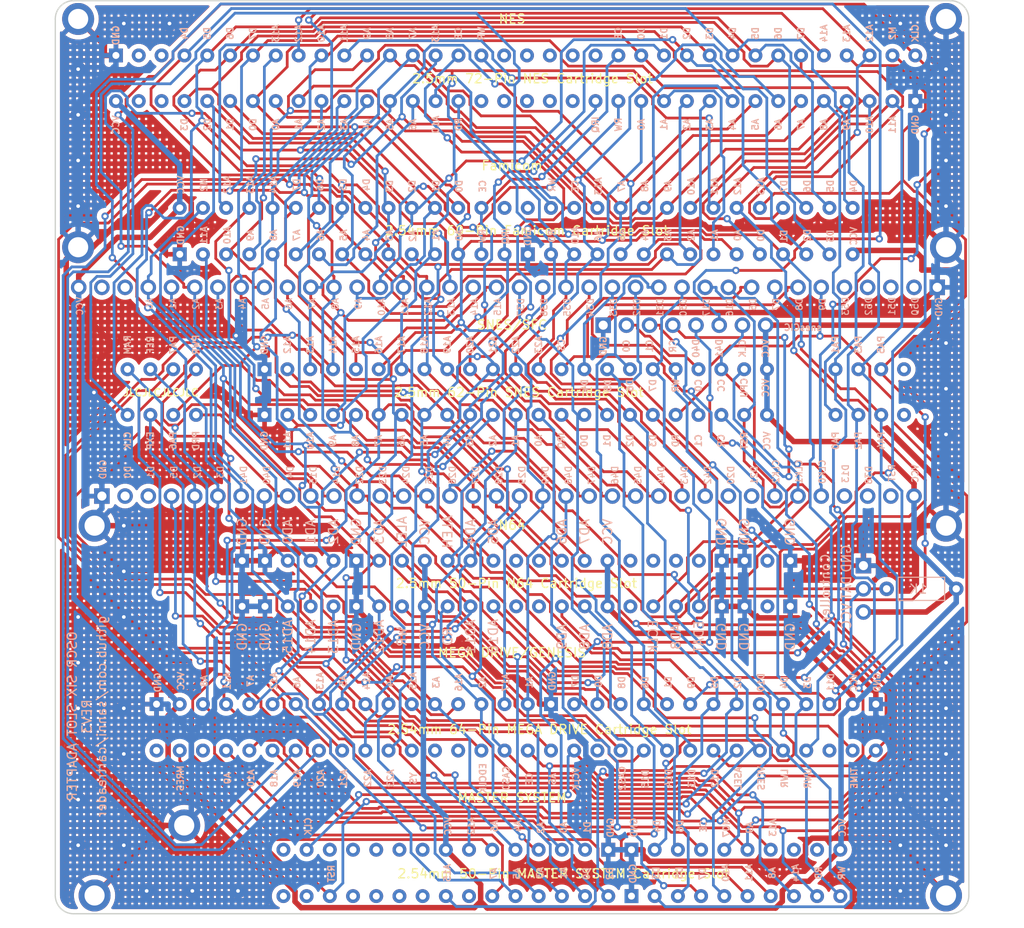
<source format=kicad_pcb>
(kicad_pcb (version 20211014) (generator pcbnew)
  (title_block (title "SIX SLOT ADAPTER") (date "2022-10-17") (rev "V3"))
  (layers (0 "F.Cu" signal) (31 "B.Cu" signal) (34 "B.Paste" user) (35 "F.Paste" user) (36 "B.SilkS" user "B.Silkscreen") (37 "F.SilkS" user "F.Silkscreen") (38 "B.Mask" user) (39 "F.Mask" user) (44 "Edge.Cuts" user))
  (net 0 "")
  (net 1 "D30")
  (net 2 "D31")
  (net 3 "D28")
  (net 4 "D29")
  (net 5 "D26")
  (net 6 "D27")
  (net 7 "D24")
  (net 8 "D25")
  (net 9 "D22")
  (net 10 "D23")
  (net 13 "D16")
  (net 14 "D17")
  (net 15 "D14")
  (net 16 "D15")
  (net 18 "D8")
  (net 19 "D9")
  (net 20 "D6")
  (net 21 "D7")
  (net 22 "D4")
  (net 23 "D5")
  (net 24 "D2")
  (net 25 "D3")
  (net 29 "VCC")
  (net 30 "GND")
  (net 31 "D46")
  (net 32 "D47")
  (net 33 "D44")
  (net 34 "D45")
  (net 35 "D42")
  (net 36 "D43")
  (net 37 "D40")
  (net 38 "D41")
  (net 40 "D36")
  (net 41 "D37")
  (net 42 "D34")
  (net 43 "D32")
  (net 44 "D33")
  (net 45 "A14")
  (net 46 "A15")
  (net 47 "A12")
  (net 48 "A13")
  (net 49 "A10")
  (net 50 "A11")
  (net 51 "A8")
  (net 52 "A9")
  (net 53 "A6")
  (net 54 "A7")
  (net 55 "A4")
  (net 56 "A5")
  (net 57 "A2")
  (net 58 "A3")
  (net 59 "A0")
  (net 60 "A1")
  (net 63 "D35")
  (net 68 "D49")
  (net 69 "D48")
  (net 70 "CLK2")
  (net 71 "CLK1")
  (net 72 "CLK0")
  (net 121 "CIC DATA 1")
  (net 122 "CIC DATA 0")
  (net 125 "CIC RESET")
  (footprint "Connector_PinSocket_2.54mm:PinSocket_1x36_P2.54mm_Vertical" (layer "F.Cu") (at 105.1 104.255 90)
    (fp_text reference "J4")
    (fp_text value "CART SLOT BOTTOM ROW")
  )
  (footprint "Connector_PinSocket_2.54mm:PinSocket_1x38_P2.54mm_Vertical" (layer "F.Cu") (at 102.56 81.395 90)
    (fp_text reference "J3")
    (fp_text value "CART SLOT TOP ROW")
  )
  (footprint "!OSCR:NES_Slot" (layer "F.Cu") (at 141.635 55.995 90)
    (fp_text reference "NES1" hide)
    (fp_text value "NES_Slot" hide)
  )
  (footprint "Connector_PinHeader_2.54mm:PinHeader_1x01_P2.54mm_Vertical" (layer "F.Cu") (at 188.46 111.875)
    (fp_text reference "JC3")
    (fp_text value "Conn_01x01" hide)
  )
  (footprint "!OSCR:SMS_Slot" (layer "F.Cu") (at 155.45 142.99 90)
    (fp_text reference "SMS1" hide)
    (fp_text value "SMS_Slot" hide)
  )
  (footprint "Connector_PinHeader_2.54mm:PinHeader_1x01_P2.54mm_Vertical" (layer "F.Cu") (at 188.46 116.955)
    (fp_text reference "JC1")
    (fp_text value "Controller")
  )
  (footprint "!OSCR:SNES Slot" (layer "F.Cu") (at 107.905 95.365 90)
    (fp_text reference "SNES1" hide)
    (fp_text value "SNES_Slot" hide)
  )
  (footprint "Connector_PinHeader_2.54mm:PinHeader_1x01_P2.54mm_Vertical" (layer "F.Cu") (at 188.46 114.415)
    (fp_text reference "JC2")
    (fp_text value "Conn_01x01" hide)
  )
  (footprint "!OSCR:N64 Slot" (layer "F.Cu") (at 120.45 116.335)
    (fp_text reference "N64" hide)
    (fp_text value "N64_Slot" hide)
  )
  (footprint "!OSCR:MD_Slot" (layer "F.Cu") (at 150.45 129.585 90)
    (fp_text reference "MD1" hide)
    (fp_text value "MD_Slot" hide)
  )
  (footprint "!OSCR:FC_Slot" (layer "F.Cu") (at 146.64 75.235 90)
    (fp_text reference "FC1" hide)
    (fp_text value "FC_Slot" hide)
  )
  (footprint "MountingHole:MountingHole_2.2mm_M2_ISO7380_Pad" (layer "B.Cu") (at 102.5 77 180)
    (fp_text reference "M2_3" hide)
    (fp_text value "Screw_Terminal_01x01")
  )
  (footprint "MountingHole:MountingHole_2.2mm_M2_ISO7380_Pad" (layer "B.Cu") (at 197.5 148 180)
    (fp_text reference "M2_6" hide)
    (fp_text value "Screw_Terminal_01x01")
  )
  (footprint "MountingHole:MountingHole_2.2mm_M2_ISO7380_Pad" (layer "B.Cu") (at 102.5 52 180)
    (fp_text reference "M2_2" hide)
    (fp_text value "Screw_Terminal_01x01")
  )
  (footprint "MountingHole:MountingHole_2.2mm_M2_ISO7380_Pad" (layer "B.Cu") (at 197.5 77 180)
    (fp_text reference "M2_9" hide)
    (fp_text value "Screw_Terminal_01x01")
  )
  (footprint "MountingHole:MountingHole_2.2mm_M2_ISO7380_Pad" (layer "B.Cu") (at 197.5 107.5 180)
    (fp_text reference "M2_8" hide)
    (fp_text value "Screw_Terminal_01x01")
  )
  (footprint "MountingHole:MountingHole_2.2mm_M2_ISO7380_Pad" (layer "B.Cu") (at 104.3 107.5 180)
    (fp_text reference "M2_4" hide)
    (fp_text value "Screw_Terminal_01x01")
  )
  (footprint "MountingHole:MountingHole_2.2mm_M2_ISO7380_Pad" (layer "B.Cu") (at 104.3 148 180)
    (fp_text reference "M2_5" hide)
    (fp_text value "Screw_Terminal_01x01")
  )
  (footprint "Connector_PinHeader_2.54mm:PinHeader_1x08_P2.54mm_Vertical" (layer "B.Cu") (at 177.755 85.539 90)
    (fp_text reference "JCIC1")
    (fp_text value "Conn_01x08" hide)
  )
  (footprint "MountingHole:MountingHole_2.2mm_M2_ISO7380_Pad" (layer "B.Cu") (at 197.5 52 180)
    (fp_text reference "M2_1" hide)
    (fp_text value "Screw_Terminal_01x01")
  )
  (footprint "Resistor_THT:R_Axial_DIN0207_L6.3mm_D2.5mm_P10.16mm_Horizontal" (layer "B.Cu") (at 201.16 114.415 180)
    (fp_text reference "R1" hide)
    (fp_text value "1K" hide)
  )
  (footprint "MountingHole:MountingHole_2.2mm_M2_ISO7380_Pad" (layer "B.Cu") (at 114.11 140.33 180)
    (fp_text reference "M2_7" hide)
    (fp_text value "Screw_Terminal_01x01")
  )
  (gr_arc (start 200 148) (mid 199.414214 149.414214) (end 198 150) (layer "Edge.Cuts") (width 0.15))
  (gr_line (start 100 52) (end 100 148) (layer "Edge.Cuts") (width 0.15))
  (gr_line (start 200 139.635) (end 200 148) (layer "Edge.Cuts") (width 0.15))
  (gr_line (start 102 50) (end 198 50) (layer "Edge.Cuts") (width 0.15))
  (gr_line (start 200 52) (end 200 130.375) (layer "Edge.Cuts") (width 0.15))
  (gr_arc (start 102 150) (mid 100.585786 149.414214) (end 100 148) (layer "Edge.Cuts") (width 0.15))
  (gr_arc (start 99.999999 52) (mid 100.585786 50.585787) (end 102 50) (layer "Edge.Cuts") (width 0.15))
  (gr_arc (start 198 50) (mid 199.414214 50.585786) (end 200 52) (layer "Edge.Cuts") (width 0.15))
  (gr_line (start 102 150) (end 198 150) (layer "Edge.Cuts") (width 0.15))
  (gr_line (start 200 139.635) (end 200 130.375) (layer "Edge.Cuts") (width 0.15))
  (gr_text "A0" (at 152.897013 98.194999 90) (layer "B.SilkS") (effects (font (size 0.7 0.7)) (justify mirror)))
  (gr_text "Controller\n" (at 184.3 114.3 90) (layer "B.SilkS") (effects (font (size 1 1)) (justify mirror)))
  (gr_text "D3\n" (at 184.85 75.775 90) (layer "B.SilkS") (effects (font (size 0.7 0.7)) (justify mirror)))
  (gr_text "D12" (at 172.21 135.165 90) (layer "B.SilkS") (effects (font (size 0.7 0.7)) (justify mirror)))
  (gr_text "D31" (at 166.2 82.49 90) (layer "B.SilkS") (effects (font (size 0.7 0.7) (thickness 0.125)) (justify left mirror)))
  (gr_text "D6" (at 168.39 140.41 90) (layer "B.SilkS") (effects (font (size 0.7 0.7)) (justify mirror)))
  (gr_text "A3" (at 153.07 145.53 90) (layer "B.SilkS") (effects (font (size 0.7 0.7)) (justify mirror)))
  (gr_text "A21" (at 147.905 87.695 90) (layer "B.SilkS") (effects (font (size 0.7 0.7)) (justify mirror)))
  (gr_text "PA1" (at 185.405 87.695 90) (layer "B.SilkS") (effects (font (size 0.7 0.7)) (justify mirror)))
  (gr_text "CS" (at 155.405 87.695 90) (layer "B.SilkS") (effects (font (size 0.7 0.7)) (justify mirror)))
  (gr_text "A10" (at 129.135 53.582556 90) (layer "B.SilkS") (effects (font (size 0.7 0.7)) (justify mirror)))
  (gr_text "A12" (at 174.69 70.322556 90) (layer "B.SilkS") (effects (font (size 0.7 0.7)) (justify mirror)))
  (gr_text "A7" (at 139.135 53.582556 90) (layer "B.SilkS") (effects (font (size 0.7 0.7)) (justify mirror)))
  (gr_text "A5" (at 176.635 63.575 90) (layer "B.SilkS") (effects (font (size 0.7 0.7)) (justify mirror)))
  (gr_text "A5" (at 123.02 82.49 90) (layer "B.SilkS") (effects (font (size 0.7 0.7) (thickness 0.125)) (justify left mirror)))
  (gr_text "A10" (at 141.635 63.574999 90) (layer "B.SilkS") (effects (font (size 0.7 0.7)) (justify mirror)))
  (gr_text "IRQ" (at 155.405 98.195 90) (layer "B.SilkS") (effects (font (size 0.7 0.7)) (justify mirror)))
  (gr_text "AD15" (at 125.45 119.665 90) (layer "B.SilkS") (effects (font (size 1 1)) (justify mirror)))
  (gr_text "D7" (at 126.43 70.162556 90) (layer "B.SilkS") (effects (font (size 0.7 0.7)) (justify mirror)))
  (gr_text "D4" (at 179.79 124.672556 90) (layer "B.SilkS") (effects (font (size 0.7 0.7)) (justify mirror)))
  (gr_text "A6" (at 159.45 75.775 90) (layer "B.SilkS") (effects (font (size 0.7 0.7)) (justify mirror)))
  (gr_text "IRQ" (at 159.135 63.575 90) (layer "B.SilkS") (effects (font (size 0.7 0.7)) (justify mirror)))
  (gr_text "D5" (at 160.483 92.143 90) (layer "B.SilkS") (effects (font (size 0.7 0.7)) (justify mirror)))
  (gr_text "A2" (at 153.15 140.57 90) (layer "B.SilkS") (effects (font (size 0.7 0.7)) (justify mirror)))
  (gr_text "MRES" (at 113.7 135.164999 90) (layer "B.SilkS") (effects (font (size 0.7 0.7)) (justify mirror)))
  (gr_text "AD4" (at 145.45 108.165 90) (layer "B.SilkS") (effects (font (size 1 1)) (justify mirror)))
  (gr_text "A14" (at 123.89 70.162556 90) (layer "B.SilkS") (effects (font (size 0.7 0.7)) (justify mirror)))
  (gr_text "RW" (at 161.635 63.575 90) (layer "B.SilkS") (effects (font (size 0.7 0.7)) (justify mirror)))
  (gr_text "RD" (at 142.95 119.665 90) (layer "B.SilkS") (effects (font (size 1 1)) (justify mirror)))
  (gr_text "GND" (at 159.975 87.825 90) (layer "B.SilkS") (effects (font (size 0.7 0.7)) (justify mirror)))
  (gr_text "RD" (at 144.135 63.574999 90) (layer "B.SilkS") (effects (font (size 0.7 0.7)) (justify mirror)))
  (gr_text "D6" (at 176.36 82.49 90) (layer "B.SilkS") (effects (font (size 0.7 0.7) (thickness 0.125)) (justify left mirror)))
  (gr_text "A18" (at 123.95 135.164999 90) (layer "B.SilkS") (effects (font (size 0.7 0.7)) (justify mirror)))
  (gr_text "PRD" (at 115.397659 98.194999 90) (layer "B.SilkS") (effects (font (size 0.7 0.7)) (justify mirror)))
  (gr_text "AD3" (at 135.45 108.165 90) (layer "B.SilkS") (effects (font (size 1 1)) (justify mirror)))
  (gr_text "D2" (at 162.905 98.195 90) (layer "B.SilkS") (effects (font (size 0.7 0.7)) (justify mirror)))
  (gr_text "PA3" (at 187.919895 87.687444 90) (layer "B.SilkS") (effects (font (size 0.7 0.7)) (justify mirror)))
  (gr_text "WR" (at 146.635 53.582556 90) (layer "B.SilkS") (effects (font (size 0.7 0.7)) (justify mirror)))
  (gr_text "A7" (at 121.37 124.512556 90) (layer "B.SilkS") (effects (font (size 0.7 0.7)) (justify mirror)))
  (gr_text "AD2" (at 130.45 108.165 90) (layer "B.SilkS") (effects (font (size 1 1)) (justify mirror)))
  (gr_text "VCLK\n" (at 156.97 135.245 90) (layer "B.SilkS") (effects (font (size 0.7 0.7)) (justify mirror)))
  (gr_text "A14" (at 130.405 87.695 90) (layer "B.SilkS") (effects (font (size 0.7 0.7)) (justify mirror)))
  (gr_text "A10" (at 135.72 82.49 90) (layer "B.SilkS") (effects (font (size 0.7 0.7) (thickness 0.125)) (justify left mirror)))
  (gr_text "ALEH" (at 142.95 108.165 90) (layer "B.SilkS") (effects (font (size 1 1)) (justify mirror)))
  (gr_text "A7" (at 128.1 82.49 90) (layer "B.SilkS") (effects (font (size 0.7 0.7) (thickness 0.125)) (justify left mirror)))
  (gr_text "D0" (at 121.635 63.574999 90) (layer "B.SilkS") (effects (font (size 0.7 0.7)) (justify mirror)))
  (gr_text "GND" (at 120.45 108.165 90) (layer "B.SilkS") (effects (font (size 1 1)) (justify mirror)))
  (gr_text "GND" (at 160.77 140.57 90) (layer "B.SilkS") (effects (font (size 0.7 0.7)) (justify mirror)))
  (gr_text "EXP" (at 110.405 98.195 90) (layer "B.SilkS") (effects (font (size 0.7 0.7)) (justify mirror)))
  (gr_text "D1" (at 119.135 63.574999 90) (layer "B.SilkS") (effects (font (size 0.7 0.7)) (justify mirror)))
  (gr_text "CC" (at 172.905 92.143 90) (layer "B.SilkS") (effects (font (size 0.7 0.7)) (justify mirror)))
  (gr_text "D22" (at 133.32 100.869 90) (layer "B.SilkS") (effects (font (size 0.7 0.7) (thickness 0.125)) (justify left mirror)))
  (gr_text "D41" (at 120.62 100.869 90) (layer "B.SilkS") (effects (font (size 0.7 0.7) (thickness 0.125)) (justify left mirror)))
  (gr_text "VCC" (at 177.755 92.397 90) (layer "B.SilkS") (effects (font (size 0.7 0.7)) (justify mirror)))
  (gr_text "D4" (at 165.85 140.41 90) (layer "B.SilkS") (effects (font (size 0.7 0.7)) (justify mirror)))
  (gr_text "A9" (at 134.135 53.582556 90) (layer "B.SilkS") (effects (font (size 0.7 0.7)) (justify mirror)))
  (gr_text "A11" (at 131.635 53.582556 90) (layer "B.SilkS") (effects (font (size 0.7 0.7)) (justify mirror)))
  (gr_text "PA7" (at 112.905 87.695 90) (layer "B.SilkS") (effects (font (size 0.7 0.7)) (justify mirror)))
  (gr_text "A16" (at 135.405 87.695 90) (layer "B.SilkS") (effects (font (size 0.7 0.7)) (justify mirror)))
  (gr_text "D1" (at 179.77 75.775 90) (layer "B.SilkS") (effects (font (size 0.7 0.7)) (justify mirror)))
  (gr_text "AD8\n" (at 167.95 119.665 90) (layer "B.SilkS") (effects (font (size 1 1)) (justify mirror)))
  (gr_text "A4" (at 136.61 124.512556 90) (layer "B.SilkS") (effects (font (size 0.7 0.7)) (justify mirror)))
  (gr_text "A0" (at 110.32 82.49 90) (layer "B.SilkS") (effects (font (size 0.7 0.7) (thickness 0.125)) (justify left mirror)))
  (gr_text "A17" (at 149.31 124.672556 90) (layer "B.SilkS") (effects (font (size 0.7 0.7)) (justify mirror)))
  (gr_text "D30" (at 168.74 82.49 90) (layer "B.SilkS") (effects (font (size 0.7 0.7) (thickness 0.125)) (justify left mirror)))
  (gr_text "D47" (at 158.72 100.869 90) (layer "B.SilkS") (effects (font (size 0.7 0.7) (thickness 0.125)) (justify left mirror)))
  (gr_text "D20" (at 173.96 100.869 90) (layer "B.SilkS") (effects (font (size 0.7 0.7) (thickness 0.125)) (justify left mirror)))
  (gr_text "D43" (at 168.88 100.869 90) (layer "B.SilkS") (effects (font (size 0.7 0.7) (thickness 0.125)) (justify left mirror)))
  (gr_text "A12" (at 145.53 140.41 90) (layer "B.SilkS") (effects (font (size 0.7 0.7)) (justify mirror)))
  (gr_text "A1" (at 155.61 145.53 90) (layer "B.SilkS") (effects (font (size 0.7 0.7)) (justify mirror)))
  (gr_text "A2" (at 115.4 82.49 90) (layer "B.SilkS") (effects (font (size 0.7 0.7) (thickness 0.125)) (justify left mirror)))
  (gr_text "D7" (at 170.85 145.61 90) (layer "B.SilkS") (effects (font (size 0.7 0.7)) (justify mirror)))
  (gr_text "D51" (at 191.58 82.37 90) (layer "B.SilkS") (effects (font (size 0.7 0.7) (thickness 0.125)) (justify left mirror)))
  (gr_text "A6" (at 137.889673 98.194999 90) (layer "B.SilkS") (effects (font (size 0.7 0.7)) (justify mirror)))
  (gr_text "D28" (at 148.56 100.869 90) (layer "B.SilkS") (effects (font (size 0.7 0.7) (thickness 0.125)) (justify left mirror)))
  (gr_text "D34" (at 158.58 82.49 90) (layer "B.SilkS") (effects (font (size 0.7 0.7) (thickness 0.125)) (justify left mirror)))
  (gr_text "A10" (at 156.91 75.695 90) (layer "B.SilkS") (effects (font (size 0.7 0.7)) (justify mirror)))
  (gr_text "D2" (at 115.54 100.869 90) (layer "B.SilkS") (effects (font (size 0.7 0.7) (thickness 0.125)) (justify left mirror)))
  (gr_text "PA6" (at 112.890104 98.194999 90) (layer "B.SilkS") (effects (font (size 0.7 0.7)) (justify mirror)))
  (gr_text "D1" (at 167.09 124.672556 90) (layer "B.SilkS") (effects (font (size 0.7 0.7)) (justify mirror)))
  (gr_text "D6" (at 164.55 124.672556 90) (layer "B.SilkS") (effects (font (size 0.7 0.7)) (justify mirror)))
  (gr_text "YS" (at 139.2 135.164999 90) (layer "B.SilkS") (effects (font (size 0.7 0.7)) (justify mirror)))
  (gr_text "A9" (at 186.635 63.575 90) (layer "B.SilkS") (effects (font (size 0.7 0.7)) (justify mirror)))
  (gr_text "D38" (at 189.04 100.869 90) (layer "B.SilkS") (effects (font (size 0.7 0.7) (thickness 0.125)) (justify left mirror)))
  (gr_text "A19" (at 142.905 87.695 90) (layer "B.SilkS") (effects (font (size 0.7 0.7)) (justify mirror)))
  (gr_text "D5" (at 113 100.869 90) (layer "B.SilkS") (effects (font (size 0.7 0.7) (thickness 0.125)) (justify left mirror)))
  (gr_text "D0" (at 177.23 75.695 90) (layer "B.SilkS") (effects (font (size 0.7 0.7)) (justify mirror)))
  (gr_text "CLK2" (at 178.88 100.191 90) (layer "B.SilkS") (effects (font (size 0.7 0.7) (thickness 0.125)) (justify left mirror)))
  (gr_text "D32" (at 163.66 82.49 90) (layer "B.SilkS") (effects (font (size 0.7 0.7) (thickness 0.125)) (justify left mirror)))
  (gr_text "D1" (at 141.67 70.322556 90) (layer "B.SilkS") (effects (font (size 0.7 0.7)) (justify mirror)))
  (gr_text "A12" (at 123.91 124.512556 90) (layer "B.SilkS") (effects (font (size 0.7 0.7)) (justify mirror)))
  (gr_text "D8" (at 162.01 124.672556 90) (layer "B.SilkS") (effects (font (size 0.7 0.7)) (justify mirror)))
  (gr_text "AD1" (at 127.95 108.165 90) (layer "B.SilkS") (effects (font (size 1 1)) (justify mirror)))
  (gr_text "VCC" (at 140.45 119.665 90) (layer "B.SilkS") (effects (font (size 1 1)) (justify mirror)))
  (gr_text "A1" (at 172.15 75.695 90) (layer "B.SilkS") (effects (font (size 0.7 0.7)) (justify mirror)))
  (gr_text "A9" (at 176.01 140.57 90) (layer "B.SilkS") (effects (font (size 0.7 0.7)) (justify mirror)))
  (gr_text "GND" (at 186.6 111.1 90) (layer "B.SilkS") (effects (font (size 1 1)) (justify mirror)))
  (gr_text "CE" (at 151.89 135.245 90) (layer "B.SilkS") (effects (font (size 0.7 0.7)) (justify mirror)))
  (gr_text "VCC" (at 140.45 108.165 90) (layer "B.SilkS") (effects (font (size 1 1)) (justify mirror)))
  (gr_text "A3" (at 145.374346 98.194999 90) (layer "B.SilkS") (effects (font (size 0.7 0.7)) (justify mirror)))
  (gr_text "UWR" (at 182.37 135.165 90) (layer "B.SilkS") (effects (font (size 0.7 0.7)) (justify mirror)))
  (gr_text "GND\n" (at 113.73 75.694999 90) (layer "B.SilkS") (effects (font (size 0.7 0.7)) (justify mirror)))
  (gr_text "D1\n" (at 166.635 53.582556 90) (layer "B.SilkS") (effects (font (size 0.7 0.7)) (justify mirror)))
  (gr_text "D7" (at 178.9 82.49 90) (layer "B.SilkS") (effects (font (size 0.7 0.7) (thickness 0.125)) (justify left mirror)))
  (gr_text "A9" (at 133.18 82.49 90) (layer "B.SilkS") (effects (font (size 0.7 0.7) (thickness 0.125)) (justify left mirror)))
  (gr_text "A16" (at 144.16 124.672556 90) (layer "B.SilkS") (effects (font (size 0.7 0.7)) (justify mirror)))
  (gr_text "D10" (at 177.25 124.672556 90) (layer "B.SilkS") (effects (font (size 0.7 0.7)) (justify mirror)))
  (gr_text "A6" (at 179.135 63.575 90) (layer "B.SilkS") (effects (font (size 0.7 0.7)) (justify mirror)))
  (gr_text "D15" (at 128.24 100.869 90) (layer "B.SilkS") (effects (font (size 0.7 0.7) (thickness 0.125)) (justify left mirror)))
  (gr_text "CLK" (at 194.135 53.575 90) (layer "B.SilkS") (effects (font (size 0.7 0.7)) (justify mirror)))
  (gr_text "D2" (at 174.71 124.672556 90) (layer "B.SilkS") (effects (font (size 0.7 0.7)) (justify mirror)))
  (gr_text "GND" (at 180.45 108.165 90) (layer "B.SilkS") (effects (font (size 1 1)) (justify mirror)))
  (gr_text "D42" (at 171.42 100.869 90) (layer "B.SilkS") (effects (font (size 0.7 0.7) (thickness 0.125)) (justify left mirror)))
  (gr_text "A1" (at 150.389457 98.194999 90) (layer "B.SilkS") (effects (font (size 0.7 0.7)) (justify mirror)))
  (gr_text "A2" (at 139.13 75.775 90) (layer "B.SilkS") (effects (font (size 0.7 0.7)) (justify mirror)))
  (gr_text "A1" (at 151.88 124.672556 90) (layer "B.SilkS") (effects (font (size 0.7 0.7)) (justify mirror)))
  (gr_text "A7" (at 161.99 70.322556 90) (layer "B.SilkS") (effects (font (size 0.7 0.7)) (justify mirror)))
  (gr_text "RD" (at 154.37 75.775 90) (layer "B.SilkS") (effects (font (size 0.7 0.7)) (justify mirror)))
  (gr_text "D40" (at 170.135 88.079 90) (layer "B.SilkS") (effects (font (size 0.7 0.7)) (justify mirror)))
  (gr_text "A10" (at 169.61 70.322556 90) (layer "B.SilkS") (effects (font (size 0.7 0.7)) (justify mirror)))
  (gr_text "D2" (at 160.69 145.61 90) (layer "B.SilkS") (effects (font (size 0.7 0.7)) (justify mirror)))
  (gr_text "D7" (at 181.635 53.582556 90) (layer "B.SilkS") (effects (font (size 0.7 0.7)) (justify mirror)))
  (gr_text "A13" (at 159.45 70.322556 90) (layer "B.SilkS") (effects (font (size 0.7 0.7)) (justify mirror)))
  (gr_text "RW" (at 146.75 75.775 90) (layer "B.SilkS") (effects (font (size 0.7 0.7)) (justify mirror)))
  (gr_text "GND" (at 132.95 119.665 90) (layer "B.SilkS") (effects (font (size 1 1)) (justify mirror)))
  (gr_text "AD10" (at 147.942872 119.615597 90) (layer "B.SilkS") (effects (font (size 1 1)) (justify mirror)))
  (gr_text "WR" (at 167.905 92.143 90) (layer "B.SilkS") (effects (font (size 0.7 0.7)) (justify mirror)))
  (gr_text "CLK0" (at 183.96 100.191 90) (layer "B.SilkS") (effects (font (size 0.7 0.7) (thickness 0.125)) (justify left mirror)))
  (gr_text "CLK" (at 127.67 140.45 90) (layer "B.SilkS") (effects (font (size 0.7 0.7)) (justify mirror)))
  (gr_text "A22" (at 134.2 135.164999 90) (layer "B.SilkS") (effects (font (size 0.7 0.7)) (justify mirror)))
  (gr_text "VCC" (at 186.6 117.4 90) (layer "B.SilkS") (effects (font (size 1 1)) (justify mirror)))
  (gr_text "REF" (at 110.405 87.695 90) (layer "B.SilkS") (effects (font (size 0.7 0.7)) (justify mirror)))
  (gr_text "D5" (at 172.17 124.672556 90) (layer "B.SilkS") (effects (font (size 0.7 0.7)) (justify mirror)))
  (gr_text "A22" (at 150.405 87.695 90) (layer "B.SilkS") (effects (font (size 0.7 0.7)) (justify mirror)))
  (gr_text "AS" (at 154.43 135.245 90) (layer "B.SilkS") (effects (font (size 0.7 0.7)) (justify mirror)))
  (gr_text "D7" (at 156.93 124.512556 90) (layer "B.SilkS") (effects (font (size 0.7 0.7)) (justify mirror)))
  (gr_text "RST" (at 175.405 98.195 90) (layer "B.SilkS") (effects (font (size 0.7 0.7)) (justify mirror)))
  (gr_text "D25" (at 140.94 100.869 90) (layer "B.SilkS") (effects (font (size 0.7 0.7) (thickness 0.125)) (justify left mirror)))
  (gr_text "PA4" (at 190.405 98.195 90) (layer "B.SilkS") (effects (font (size 0.7 0.7)) (justify mirror)))
  (gr_text "A5" (at 161.99 75.695 90) (layer "B.SilkS") (effects (font (size 0.7 0.7)) (justify mirror)))
  (gr_text "PA2" (at 187.905 98.195 90) (layer "B.SilkS") (effects (font (size 0.7 0.7)) (justify mirror)))
  (gr_text "A10" (at 121.41 135.164999 90) (layer "B.SilkS") (effects (font (size 0.7 0.7)) (justify mirror)))
  (gr_text "A4" (at 134.135 63.574999 90) (layer "B.SilkS") (effects (font (size 0.7 0.7)) (justify mirror)))
  (gr_text "D3" (at 182.33 124.672556 90) (layer "B.SilkS") (effects (font (size 0.7 0.7)) (justify mirror)))
  (gr_text "A4" (at 174.135 63.575 90) (layer "B.SilkS") (effects (font (size 0.7 0.7)) (justify mirror)))
  (gr_text "GND" (at 175.45 108.165 90) (layer "B.SilkS") (effects (font (size 1 1)) (justify mirror)))
  (gr_text "A5" (at 131.53 124.512556 90) (layer "B.SilkS") (effects (font (size 0.7 0.7)) (justify mirror)))
  (gr_text "CE" (at 146.78 70.322556 90) (layer "B.SilkS") (effects (font (size 0.7 0.7)) (justify mirror)))
  (gr_text "RAM" (at 107.905 87.695 90) (layer "B.SilkS") (effects (font (size 0.7 0.7)) (justify mirror)))
  (gr_text "A2" (at 169.61 75.695 90) (layer "B.SilkS") (effects (font (size 0.7 0.7)) (justify mirror)))
  (gr_text "D9" (at 169.63 124.672556 90) (layer "B.SilkS") (effects (font (size 0.7 0.7)) (justify mirror)))
  (gr_text "GND" (at 196.72 82.411 90) (layer "B.SilkS") (effects (font (size 0.7 0.7) (thickness 0.125)) (justify left mirror)))
  (gr_text "CE" (at 144.135 53.582556 90) (layer "B.SilkS") (effects (font (size 0.7 0.7)) (justify mirror)))
  (gr_text "GND" (at 122.95 108.165 90) (layer "B.SilkS") (effects (font (size 1 1)) (justify mirror)))
  (gr_text "D53" (at 186.5 82.37 90) (layer "B.SilkS") (effects (font (size 0.7 0.7) (thickness 0.125)) (justify left mirror)))
  (gr_text "ALEL" (at 137.95 108.165 90) (layer "B.SilkS") (effects (font (size 1 1)) (justify mirror)))
  (gr_text "A8" (at 178.47 145.53 90) (layer "B.SilkS") (effects (font (size 0.7 0.7)) (justify mirror)))
  (gr_text "A4" (at 142.904784 98.194999 90) (layer "B.SilkS") (effects (font (size 0.7 0.7)) (justify mirror)))
  (gr_text "A11" (at 125.389888 98.194999 90) (layer "B.SilkS") (effects (font (size 0.7 0.7)) (justify mirror)))
  (gr_text "GND" (at 172.95 108.165 90) (layer "B.SilkS") (effects (font (size 1 1)) (justify mirror)))
  (gr_text "D7\n" (at 179.77 70.322556 90) (layer "B.SilkS") (effects (font (size 0.7 0.7)) (justify mirror)))
  (gr_text "M07" (at 173.47 140.57 90) (layer "B.SilkS") (effects (font (size 0.7 0.7)) (justify mirror)))
  (gr_text "A8" (at 116.29 124.512556 90) (layer "B.SilkS") (effects (font (size 0.7 0.7)) (justify mirror)))
  (gr_text "D48" (at 156.18 100.869 90) (layer "B.SilkS") (effects (font (size 0.7 0.7) (thickness 0.125)) (justify left mirror)))
  (gr_text "A7" (at 135.382117 98.194999 90) (layer "B.SilkS") (effects (font (size 0.7 0.7)) (justify mirror)))
  (gr_text "A8" (at 123.89 75.694999 90) (layer "B.SilkS") (effects (font (size 0.7 0.7)) (justify mirror)))
  (gr_text "VCC" (at 186.17 140.57 90) (layer "B.SilkS") (effects (font (size 0.7 0.7)) (justify mirror)))
  (gr_text "VRES" (at 177.29 135.165 90) (layer "B.SilkS") (effects (font (size 0.7 0.7)) (justify mirror)))
  (gr_text "A2" (at 129.135 63.574999 90) (layer "B.SilkS") (effects (font (size 0.7 0.7)) (justify mirror)))
  (gr_text "A5" (at 131.56 75.694999 90) (layer "B.SilkS") (effects (font (size 0.7 0.7)) (justify mirror)))
  (gr_text "VCC" (at 102.68 82.37 90) (layer "B.SilkS") (effects (font (size 0.7 0.7) (thickness 0.125)) (justify left mirror)))
  (gr_text "A10" (at 173.39 145.53 90) (layer "B.SilkS") (effects (font (size 0.7 0.7)) (justify mirror)))
  (gr_text "A5" (at 150.53 145.61 90) (layer "B.SilkS") (effects (font (size 0.7 0.7)) (justify mirror)))
  (gr_text "PA0" (at 185.405 98.195 90) (layer "B.SilkS") (effects (font (size 0.7 0.7)) (justify mirror)))
  (gr_text "GND" (at 105.22 100.191 90) (layer "B.SilkS") (effects (font (size 0.7 0.7) (thickness 0.125)) (justify left mirror)))
  (gr_text "GND" (at 154.39 124.512556 90) (layer "B.SilkS") (effects (font (size 0.7 0.7)) (justify mirror)))
  (gr_text "A14" (at 145.88 82.49 90) (layer "B.SilkS") (effects (font (size 0.7 0.7) (thickness 0.125)) (justify left mirror)))
  (gr_text "A20" (at 129.03 135.164999 90) (layer "B.SilkS") (effects (font (size 0.7 0.7)) (justify mirror)))
  (gr_text "A21" (at 131.57 135.164999 90) (layer "B.SilkS") (effects (font (size 0.7 0.7)) (justify mirror)))
  (gr_text "A9" (at 121.35 75.694999 90) (layer "B.SilkS") (effects (font (size 0.7 0.7)) (justify mirror)))
  (gr_text "A3" (at 167.07 75.695 90) (layer "B.SilkS") (effects (font (size 0.7 0.7)) (justify mirror)))
  (gr_text "A6" (at 126.45 124.672556 90) (layer "B.SilkS") (effects (font (size 0.7 0.7)) (justify mirror)))
  (gr_text "D13" (at 186.5 100.699 90) (layer "B.SilkS") (effects (font (size 0.7 0.7) (thickness 0.125)) (justify left mirror)))
  (gr_text "D2" (at 139.06 70.322556 90) (layer "B.SilkS") (effects (font (size 0.7 0.7)) (justify mirror)))
  (gr_text "D3" (at 171.635 53.582556 90) (layer "B.SilkS") (effects (font (size 0.7 0.7)) (justify mirror)))
  (gr_text "GND" (at 194.135 63.575 90) (layer "B.SilkS") (effects (font (size 0.7 0.7)) (justify mirror)))
  (gr_text "D21" (at 176.5 100.869 90) (layer "B.SilkS") (effects (font (size 0.7 0.7) (thickness 0.125)) (justify left mirror)))
  (gr_text "GND" (at 111.21 124.672556 90) (layer "B.SilkS") (effects (font (size 0.7 0.7)) (justify mirror)))
  (gr_text "D44" (at 166.34 100.869 90) (layer "B.SilkS") (effects (font (size 0.7 0.7) (thickness 0.125)) (justify left mirror)))
  (gr_text "A14" (at 181.01 145.53 90) (layer "B.SilkS") (effects (font (size 0.7 0.7)) (justify mirror)))
  (gr_text "A14" (at 184.135 53.582556 90) (layer "B.SilkS") (effects (font (size 0.7 0.7)) (justify mirror)))
  (gr_text "VCC" (at 187.41 124.665 90) (layer "B.SilkS") (effects (font (size 0.7 0.7)) (justify mirror)))
  (gr_text "GND" (at 180.45 119.665 90) (layer "B.SilkS") (effects (font (size 1 1)) (justify mirror)))
  (gr_text "A1" (at 112.86 82.49 90) (layer "B.SilkS") (effects (font (size 0.7 0.7) (thickness 0.125)) (justify left mirror)))
  (gr_text "VCC" (at 160.45 108.165 90) (layer "B.SilkS") (effects (font (size 1 1)) (justify mirror)))
  (gr_text "GND" (at 163.23 145.61 90) (layer "B.SilkS") (effects (font (size 0.7 0.7)) (justify mirror)))
  (gr_text "A11" (at 172.15 70.322556 90) (layer "B.SilkS") (effects (font (size 0.7 0.7)) (justify mirror)))
  (gr_text "CR" (at 167.595 87.825 90) (layer "B.SilkS") (effects (font (size 0.7 0.7)) (justify mirror)))
  (gr_text "A3" (at 117.94 82.49 90) (layer "B.SilkS") (effects (font (size 0.7 0.7) (thickness 0.125)) (justify left mirror)))
  (gr_text "VCC" (at 187.39 75.775 90) (layer "B.SilkS") (effects (font (size 0.7 0.7)) (justify mirror)))
  (gr_text "CE" (at 170.93 140.41 90) (layer "B.SilkS") (effects (font (size 0.7 0.7)) (justify mirror)))
  (gr_text "D33" (at 161.12 82.49 90) (layer "B.SilkS") (effects (font (size 0.7 0.7) (thickness 0.125)) (justify left mirror)))
  (gr_text "A9" (at 130.367006 98.194999 90) (layer "B.SilkS") (effects (font (size 0.7 0.7)) (justify mirror)))
  (gr_text "D2" (at 116.635 63.574999 90) (layer "B.SilkS") (effects (font (size 0.7 0.7)) (justify mirror)))
  (gr_text "A5" (at 140.397228 98.194999 90) (layer "B.SilkS") (effects (font (size 0.7 0.7)) (justify mirror)))
  (gr_text "D52" (at 189.04 82.37 90) (layer "B.SilkS") (effects (font (size 0.7 0.7) (thickness 0.125)) (justify left mirror)))
  (gr_text "D3" (at 114.135 63.574999 90) (layer "B.SilkS") (effects (font (size 0.7 0.7)) (justify mirror)))
  (gr_text "CLK1" (at 181.42 100.191 90) (layer "B.SilkS") (effects (font (size 0.7 0.7) (thickness 0.125)) (justify left mirror)))
  (gr_text "TIME" (at 187.45 135.165 90) (layer "B.SilkS") (effects (font (size 0.7 0.7)) (justify mirror)))
  (gr_text "D5" (at 131.51 70.162556 90) (layer "B.SilkS") (effects (font (size 0.7 0.7)) (justify mirror)))
  (gr_text "A6" (at 129.06 75.694999 90) (layer "B.SilkS") (effects (font (size 0.7 0.7)) (justify mirror)))
  (gr_text "VCC" (at 142.99 140.41 90) (layer "B.SilkS") (effects (font (size 0.7 0.7)) (justify mirror)))
  (gr_text "M2" (at 116.27 70.162556 90) (layer "B.SilkS") (effects (font (size 0.7 0.7)) (justify mirror)))
  (gr_text "AD14" (at 127.95 119.665 90) (layer "B.SilkS") (effects (font (size 1 1)) (justify mirror)))
  (gr_text "A9" (at 167.07 70.322556 90) (layer "B.SilkS") (effects (font (size 0.7 0.7)) (justify mirror)))
  (gr_text "RD" (at 167.905 98.195 90) (layer "B.SilkS") (effects (font (size 0.7 0.7)) (justify mirror)))
  (gr_text "D4" (at 187.39 70.315 90) (layer "B.SilkS") (effects (font (size 0.7 0.7)) (justify mirror)))
  (gr_text "D41" (at 172.675 88.079 90) (layer "B.SilkS") (effects (font (size 0.7 0.7)) (justify mirror)))
  (gr_text "D4" (at 134.06 70.162556 90) (layer "B.SilkS") (effects (font (size 0.7 0.7)) (justify mirror)))
  (gr_text "A15" (at 139.16 124.512556 90) (layer "B.SilkS") (effects (font (size 0.7 0.7)) (justify mirror)))
  (gr_text "D4" (at 114.135 53.582556 90) (layer "B.SilkS") (effects (font (size 0.7 0.7)) (justify mirror)))
  (gr_text "AD9" (at 155.45 119.665 90) (layer "B.SilkS") (effects (font (size 1 1)) (justify mirror)))
  (gr_text "A14\n" (at 134.07 124.512556 90) (layer "B.SilkS") (effects (font (size 0.7 0.7)) (justify mirror)))
  (gr_text "GND" (at 120.45 119.665 90) (layer "B.SilkS") (effects (font (size 1 1)) (justify mirror)))
  (gr_text "A13" (at 128.99 124.512556 90) (layer "B.SilkS") (effects (font (size 0.7 0.7)) (justify mirror)))
  (gr_text "AD5" (at 147.95 108.165 90) (layer "B.SilkS") (effects (font (size 1 1)) (justify mirror)))
  (gr_text "D23" (at 135.86 100.869 90) (layer "B.SilkS") (effects (font (size 0.7 0.7) (thickness 0.125)) (justify left mirror)))
  (gr_text "A3" (at 131.635 63.574999 90) (layer "B.SilkS") (effects (font (size 0.7 0.7)) (justify mirror)))
  (gr_text "A8" (at 132.874562 98.194999 90) (layer "B.SilkS") (effects (font (size 0.7 0.7)) (justify mirror)))
  (gr_text "D36" (at 153.5 82.49 90) (layer "B.SilkS") (effects (font (size 0.7 0.7) (thickness 0.125)) (justify left mirror)))
  (gr_text "D26" (at 143.48 100.869 90) (layer "B.SilkS") (effects (font (size 0.7 0.7) (thickness 0.125)) (justify left mirror)))
  (gr_text "D7" (at 121.635 53.582556 90) (layer "B.SilkS") (effects (font (size 0.7 0.7)) (justify mirror)))
  (gr_text "CLK" (at 175.215 88.079 90) (layer "B.SilkS") (effects (font (size 0.7 0.7)) (justify mirror)))
  (gr_text "D6" (at 182.31 70.315 90) (layer "B.SilkS") (effects (font (size 0.7 0.7)) (justify mirror)))
  (gr_text "A7" (at 181.635 63.575 90) (layer "B.SilkS") (effects (font (size 0.7 0.7)) (justify mirror)))
  (gr_text "A6" (at 139.135 63.574999 90) (layer "B.SilkS") (effects (font (size 0.7 0.7)) (justify mirror)))
  (gr_text "D0" (at 157.905 98.195 90) (layer "B.SilkS") (effects (font (size 0.7 0.7)) (justify mirror)))
  (gr_text "A6" (at 125.56 82.49 90) (layer "B.SilkS") (effects (font (size 0.7 0.7) (thickness 0.125)) (justify left mirror)))
  (gr_text "AD7" (at 157.95 108.165 90) (layer "B.SilkS") (effects (font (size 1 1)) (justify mirror)))
  (gr_text "A18" (at 140.405 87.695 90) (layer "B.SilkS") (effects (font (size 0.7 0.7)) (justify mirror)))
  (gr_text "A23" (at 136.7 135.164999 90) (layer "B.SilkS") (effects (font (size 0.7 0.7)) (justify mirror)))
  (gr_text "A11" (at 175.93 145.53 90) (layer "B.SilkS") (effects (font (size 0.7 0.7)) (justify mirror)))
  (gr_text "DAT" (at 186.6 114.3 90) (layer "B.SilkS") (effects (font (size 1 1)) (justify mirror)))
  (gr_text "GND" (at 151.72 75.775 90) (layer "B.SilkS") (effects (font (size 0.7 0.7)) (justify mirror)))
  (gr_text "D29" (at 151.1 100.869 90) (layer "B.SilkS") (effects (font (size 0.7 0.7) (thickness 0.125)) (justify left mirror)))
  (gr_text "ASEL" (at 174.75 135.165 90) (layer "B.SilkS") (effects (font (size 0.7 0.7)) (justify mirror)))
  (gr_text "VCC" (at 106.635 63.575 90) (layer "B.SilkS") (effects (font (size 0.7 0.7)) (justify mirror)))
  (gr_text "A7" (at 126.43 75.694999 90) (layer "B.SilkS") (effects (font (size 0.7 0.7)) (justify mirror)))
  (gr_text "D6" (at 128.97 70.162556 90) (layer "B.SilkS") (effects (font (size 0.7 0.7)) (justify mirror)))
  (gr_text "A11" (at 191.635 63.575 90) (layer "B.SilkS") (effects (font (size 0.7 0.7)) (justify mirror)))
  (gr_text "A4" (at 164.53 75.695 90) (layer "B.SilkS") (effects (font (size 0.7 0.7)) (justify mirror)))
  (gr_text "D4" (at 174.135 53.582556 90) (layer "B.SilkS") (effects (font (size 0.7 0.7)) (justify mirror)))
  (gr_text "A1" (at 166.635 63.575 90) (layer "B.SilkS") (effects (font (size 0.7 0.7)) (justify mirror)))
  (gr_text "EDAT" (at 170.45 119.665 90) (layer "B.SilkS") (effects (font (size 1 1)) (justify mirror)))
  (gr_text "EDCLK\n" (at 146.81 135.165 90) (layer "B.SilkS") (effects (font (size 0.7 0.7)) (justify mirror)))
  (gr_text "D4" (at 157.943 92.143 90) (layer "B.SilkS") (effects (font (size 0.7 0.7)) (justify mirror)))
  (gr_text "D0" (at 107.92 100.869 90) (layer "B.SilkS") (effects (font (size 0.7 0.7) (thickness 0.125)) (justify left mirror)))
  (gr_text "D50" (at 194.12 82.37 90) (layer "B.SilkS") (effects (font (size 0.7 0.7) (thickness 0.125)) (justify left mirror)))
  (gr_text "A13" (at 178.55 140.57 90) (layer "B.SilkS") (effects (font (size 0.7 0.7)) (justify mirror)))
  (gr_text "A2" (at 147.905 98.195 90) (layer "B.SilkS") (effects (font (size 0.7 0.7)) (justify mirror)))
  (gr_text "A11" (at 118.83 124.512556 90) (layer "B.SilkS") (effects (font (size 0.7 0.7)) (justify mirror)))
  (gr_text "GND" (at 132.95 108.165 90) (layer "B.SilkS") (effects (font (size 1 1)) (justify mirror)))
  (gr_text "A0" (at 174.69 75.695 90) (layer "B.SilkS") (effects (font (size 0.7 0.7)) (justify mirror)))
  (gr_text "A6" (at 148.07 140.41 90) (layer "B.SilkS") (effects (font (size 0.7 0.7)) (justify mirror)))
  (gr_text "A1\n" (at 126.635 63.574999 90) (layer "B.SilkS") (effects (font (size 0.7 0.7)) (justify mirror)))
  (gr_text "A2" (at 169.135 63.575 90) (layer "B.SilkS") (effects (font (size 0.7 0.7)) (justify mirror)))
  (gr_text "1K" (at 194.46 114.43) (layer "B.SilkS") (effects (font (size 1 1)) (justify mirror)))
  (gr_text "D35" (at 156.04 82.49 90) (layer "B.SilkS") (effects (font (size 0.7 0.7) (thickness 0.125)) (justify left mirror)))
  (gr_text "A15" (at 148.42 82.49 90) (layer "B.SilkS") (effects (font (size 0.7 0.7) (thickness 0.125)) (justify left mirror)))
  (gr_text "ECLK" (at 165.45 119.665 90) (layer "B.SilkS") (effects (font (size 1 1)) (justify mirror)))
  (gr_text "D24" (at 138.4 100.869 90) (layer "B.SilkS") (effects (font (size 0.7 0.7) (thickness 0.125)) (justify left mirror)))
  (gr_text "VCC" (at 177.755 88.079 90) (layer "B.SilkS") (effects (font (size 0.7 0.7)) (justify mirror)))
  (gr_text "AD8\n" (at 157.95 119.665 90) (layer "B.SilkS") (effects (font (size 1 1)) (justify mirror)))
  (gr_text "GND" (at 175.45 119.665 90) (layer "B.SilkS") (effects (font (size 1 1)) (justify mirror)))
  (gr_text "A9\n" (at 118.87 135.164999 90) (layer "B.SilkS") (effects (font (size 0.7 0.7)) (justify mirror)))
  (gr_text "C0" (at 162.515 87.825 90) (layer "B.SilkS") (effects (font (size 0.7 0.7)) (justify mirror)))
  (gr_text "D2" (at 182.31 75.695 90) (layer "B.SilkS") (effects (font (size 0.7 0.7)) (justify mirror)))
  (gr_text "PA5" (at 190.389457 87.687444 90) (layer "B.SilkS") (effects (font (size 0.7 0.7)) (justify mirror)))
  (gr_text "D5" (at 116.635 53.582556 90) (layer "B.SilkS") (effects (font (size 0.7 0.7)) (justify mirror)))
  (gr_text "AD6" (at 155.45 108.165 90) (layer "B.SilkS") (effects (font (size 1 1)) (justify mirror)))
  (gr_text "D49" (at 153.64 100.869 90) (layer "B.SilkS") (effects (font (size 0.7 0.7) (thickness 0.125)) (justify left mirror)))
  (gr_text "VCC" (at 113.75 124.512556 90) (layer "B.SilkS") (effects (font (size 0.7 0.7)) (justify mirror)))
  (gr_text "AD0" (at 125.45 108.165 90) (layer "B.SilkS") (effects (font (size 1 1)) (justify mirror)))
  (gr_text "RST" (at 191.58 100.699 90) (layer "B.SilkS") (effects (font (size 0.7 0.7) (thickness 0.125)) (justify left mirror)))
  (gr_text "D46" (at 161.26 100.869 90) (layer "B.SilkS") (effects (font (size 0.7 0.7) (thickness 0.125)) (justify left mirror)))
  (gr_text "A13" (at 127.905 87.695 90) (layer "B.SilkS") (effects (font (size 0.7 0.7)) (justify mirror)))
  (gr_text "C0" (at 170.405 92.143 90) (layer "B.SilkS") (effects (font (size 0.7 0.7)) (justify mirror)))
  (gr_text "RST" (at 130.21 145.61 90) (layer "B.SilkS") (effects (font (size 0.7 0.7)) (justify mirror)))
  (gr_text "D0" (at 164.135 53.582556 90) (layer "B.SilkS") (effects (font (size 0.7 0.7)) (justify mirror)))
  (gr_text "A7" (at 147.99 145.61 90) (layer "B.SilkS") (effects (font (size 0.7 0.7)) (justify mirror)))
  (gr_text "AD13\n" (at 130.45 119.665 90) (layer "B.SilkS") (effects (font (size 1 1)) (justify mirror)))
  (gr_text "A23" (at 152.905 87.695 90) (layer "B.SilkS") (effects (font (size 0.7 0.7)) (justify mirror)))
  (gr_text "D4" (at 125.7 100.869 90) (layer "B.SilkS") (effects (font (size 0.7 0.7) (thickness 0.125)) (justify left mirror)))
  (gr_text "A8" (at 130.64 82.49 90) (layer "B.SilkS") (effects (font (size 0.7 0.7) (thickness 0.125)) (justify left mirror)))
  (gr_text "A11" (at 138.26 82.49 90) (layer "B.SilkS") (effects (font (size 0.7 0.7) (thickness 0.125)) (justify left mirror)))
  (gr_text "A0" (at 164.135 63.575 90) (layer "B.SilkS") (effects (font (size 0.7 0.7)) (justify mirror)))
  (gr_text "D11" (at 184.87 124.672556 90) (layer "B.SilkS") (effects (font (size 0.7 0.7)) (justify mirror)))
  (gr_text "C1" (at 165.055 87.825 90) (layer "B.SilkS") (effects (font (size 0.7 0.7)) (justify mirror)))
  (gr_text "A12" (at 125.405 87.695 90) (layer "B.SilkS") (effects (font (size 0.7 0.7)) (justify mirror)))
  (gr_text "A13" (at 143.34 82.49 90) (layer "B.SilkS") (effects (font (size 0.7 0.7) (thickness 0.125)) (justify left mirror)))
  (gr_text "A12" (at 126.635 53.582556 90) (layer "B.SilkS") (effects (font (size 0.7 0.7)) (justify mirror)))
  (gr_text "M2" (at 191.635 53.575 90) (layer "B.SilkS") (effects (font (size 0.7 0.7)) (justify mirror)))
  (gr_text "A11" (at 116.27 75.694999 90) (layer "B.SilkS") (effects (font (size 0.7 0.7)) (justify mirror)))
  (gr_text "A3" (at 171.635 63.575 90) (layer "B.SilkS") (effects (font (size 0.7 0.7)) (justify mirror)))
  (gr_text "D8" (at 181.44 82.49 90) (layer "B.SilkS") (effects (font (size 0.7 0.7) (thickness 0.125)) (justify left mirror)))
  (gr_text "D27" (at 146.02 100.869 90) (layer "B.SilkS") (effects (font (size 0.7 0.7) (thickness 0.125)) (justify left mirror)))
  (gr_text "A8" (at 184.135 63.575 90) (layer "B.SilkS") (effects (font (size 0.7 0.7)) (justify mirror)))
  (gr_text "A5" (at 136.635 63.574999 90) (layer "B.SilkS") (effects (font (size 0.7 0.7)) (justify mirror)))
  (gr_text "A10" (at 127.897444 98.194999 90) (layer "B.SilkS") (effects (font (size 0.7 0.7)) (justify mirror)))
  (gr_text "PWR" (at 115.405 87.695 90) (layer "B.SilkS") (effects (font (size 0.7 0.7)) (justify mirror)))
  (gr_text "CE" (at 161.635 53.582556 90) (layer "B.SilkS") (effects (font (size 0.7 0.7)) (justify mirror)))
  (gr_text "VCC" (at 194.12 100.699 90) (layer "B.SilkS") (effects (font (size 0.7 0.7) (thickness 0.125)) (justify left mirror)))
  (gr_text "GND" (at 172.95 119.665 90) (layer "B.SilkS") (effects (font (size 1 1)) (justify mirror)))
  (gr_text "D14" (at 130.78 100.869 90) (layer "B.SilkS") (effects (font (size 0.7 0.7) (thickness 0.125)) (justify left mirror)))
  (gr_text "D5" (at 168.31 145.53 90) (layer "B.SilkS") (effects (font (size 0.7 0.7)) (justify mirror)))
  (gr_text "AD11\n" (at 145.45 119.665 90) (layer "B.SilkS") (effects (font (size 1 1)) (justify mirror)))
  (gr_text "A8" (at 164.53 70.322556 90) (layer "B.SilkS") (effects (font (size 0.7 0.7)) (justify mirror)))
  (gr_text "A3" (at 136.59 75.694999 90) (layer "B.SilkS") (effects (font (size 0.7 0.7)) (justify mirror)))
  (gr_text "A4" (at 150.62 140.41 90) (layer "B.SilkS") (effects (font (size 0.7 0.7)) (justify mirror)))
  (gr_text "A15" (at 142.91 145.529999 90) (layer "B.SilkS") (effects (font (size 0.7 0.7)) (justify mirror)))
  (gr_text "IRQ" (at 149.29 75.775 90) (layer "B.SilkS") (effects (font (size 0.7 0.7)) (justify mirror)))
  (gr_text "WR" (at 154.37 70.162556 90) (layer "B.SilkS") (effects (font (size 0.7 0.7)) (justify mirror)))
  (gr_text "LWR" (at 179.83 135.165 90) (layer "B.SilkS") (effects (font (size 0.7 0.7)) (justify mirror)))
  (gr_text "GND" (at 106.635 53.797556 90) (layer "B.SilkS") (effects (font (size 0.7 0.7)) (justify mirror)))
  (gr_text "D7" (at 165.405 92.143 90) (layer "B.SilkS") (effects (font (size 0.7 0.7)) (justify mirror)))
  (gr_text "D0" (at 159.47 124.512556 90) (layer "B.SilkS") (effects (font (size 0.7 0.7)) (justify mirror)))
  (gr_text "GND" (at 189.95 124.665 90) (layer "B.SilkS") (effects (font (size 0.7 0.7)) (justify mirror)))
  (gr_text "D17" (at 171.28 82.49 90) (layer "B.SilkS") (effects (font (size 0.7 0.7) (thickness 0.125)) (justify left mirror)))
  (gr_text "RD" (at 183.55 145.53 90) (layer "B.SilkS") (effects (font (size 0.7 0.7)) (justify mirror)))
  (gr_text "GND" (at 122.905 87.695 90) (layer "B.SilkS") (effects (font (size 0.7 0.7)) (justify mirror)))
  (gr_text "D3" (at 165.77 145.53 90) (layer "B.SilkS") (effects (font (size 0.7 0.7)) (justify mirror)))
  (gr_text "D16" (at 173.82 82.49 90) (layer "B.SilkS") (effects (font (size 0.7 0.7) (thickness 0.125)) (justify left mirror)))
  (gr_text "A20" (at 145.405 87.695 90) (layer "B.SilkS") (effects (font (size 0.7 0.7)) (justify mirror)))
  (gr_text "D6" (at 179.135 53.582556 90) (layer "B.SilkS") (effects (font (size 0.7 0.7)) (justify mirror)))
  (gr_text "A19\n" (at 126.49 135.164999 90) (layer "B.SilkS") (effects (font (size 0.7 0.7)) (justify mirror)))
  (gr_text "WR" (at 186.09 145.53 90) (layer "B.SilkS") (effects (font (size 0.7 0.7)) (justify mirror)))
  (gr_text "D5" (at 176.635 53.582556 90) (layer "B.SilkS") (effects (font (size 0.7 0.7)) (justify mirror)))
  (gr_text "A0" (at 124.135 63.574999 90) (layer "B.SilkS") (effects (font (size 0.7 0.7)) (justify mirror)))
  (gr_text "A13" (at 121.35 70.162556 90) (layer "B.SilkS") (effects (font (size 0.7 0.7)) (justify mirror)))
  (gr_text "D3" (at 136.59 70.322556 90) (layer "B.SilkS") (effects (font (size 0.7 0.7)) (justify mirror)))
  (gr_text "D0" (at 158.15 145.61 90) (layer "B.SilkS") (effects (font (size 0.7 0.7)) (justify mirror)))
  (gr_text "WR" (at 137.95 119.665 90) (layer "B.SilkS") (effects (font (size 1 1)) (justify mirror)))
  (gr_text "A17" (at 137.905 87.695 90) (layer "B.SilkS") (effects (font (size 0.7 0.7)) (justify mirror)))
  (gr_text "CLK" (at 107.905 98.195 90) (layer "B.SilkS") (effects (font (size 0.7 0.7)) (justify mirror)))
  (gr_text "D45" (at 163.8 100.869 90) (layer "B.SilkS") (effects (font (size 0.7 0.7) (thickness 0.125)) (justify left mirror)))
  (gr_text "D0" (at 144.21 70.322556 90) (layer "B.SilkS") (effects (font (size 0.7 0.7)) (justify mirror)))
  (gr_text "OSCR SIX SLOT ADAPTER\nREV3\ngithub.com/sanni/cartreader" (at 103.46 128.385 90) (layer "B.SilkS") (effects (font (size 1 1)) (justify mirror)))
  (gr_text "D15" (at 164.59 135.245 90) (layer "B.SilkS") (effects (font (size 0.7 0.7)) (justify mirror)))
  (gr_text "D3" (at 118.08 100.869 90) (layer "B.SilkS") (effects (font (size 0.7 0.7) (thickness 0.125)) (justify left mirror)))
  (gr_text "A12\n" (at 189.135 53.575 90) (layer "B.SilkS") (effects (font (size 0.7 0.7)) (justify mirror)))
  (gr_text "GND" (at 122.95 119.665 90) (layer "B.SilkS") (effects (font (size 1 1)) (justify mirror)))
  (gr_text "snesCIC" (at 181.819 85.793) (layer "B.SilkS") (effects (font (size 0.7 0.7)) (justify mirror)))
  (gr_text "D1" (at 110.46 100.869 90) (layer "B.SilkS") (effects (font (size 0.7 0.7) (thickness 0.125)) (justify left mirror)))
  (gr_text "CR" (at 172.905 98.195 90) (layer "B.SilkS") (effects (font (size 0.7 0.7)) (justify mirror)))
  (gr_text "CE" (at 156.91 70.322556 90) (layer "B.SilkS") (effects (font (size 0.7 0.7)) (justify mirror)))
  (gr_text "D1" (at 158.23 140.57 90) (layer "B.SilkS") (effects (font (size 0.7 0.7)) (justify mirror)))
  (gr_text "D14\n" (at 167.13 135.165 90) (layer "B.SilkS") (effects (font (size 0.7 0.7)) (justify mirror)))
  (gr_text "A13" (at 186.635 53.575 90) (layer "B.SilkS") (effects (font (size 0.7 0.7)) (justify mirror)))
  (gr_text "CAS2" (at 162.05 135.165 90) (layer "B.SilkS") (effects (font (size 0.7 0.7)) (justify mirror)))
  (gr_text "D9" (at 183.98 82.49 90) (layer "B.SilkS") (effects (font (size 0.7 0.7) (thickness 0.125)) (justify left mirror)))
  (gr_text "A4" (at 134.06 75.694999 90) (layer "B.SilkS") (effects (font (size 0.7 0.7)) (justify mirror)))
  (gr_text "D6" (at 162.905 92.143 90) (layer "B.SilkS") (effects (font (size 0.7 0.7)) (justify mirror)))
  (gr_text "A10" (at 189.135 63.575 90) (layer "B.SilkS") (effects (font (size 0.7 0.7)) (justify mirror)))
  (gr_text "A1" (at 141.67 75.695 90) (layer "B.SilkS") (effects (font (size 0.7 0.7)) (justify mirror)))
  (gr_text "GND" (at 163.34 140.57 90) (layer "B.SilkS") (effects (font (size 0.7 0.7)) (justify mirror)))
  (gr_text "D40" (at 123.16 100.869 90) (layer "B.SilkS") (effects (font (size 0.7 0.7) (thickness 0.125)) (justify left mirror)))
  (gr_text "CPU" (at 175.405 92.397 90) (layer "B.SilkS") (effects (font (size 0.7 0.7)) (justify mirror)))
  (gr_text "A13" (at 141.635 53.582556 90) (layer "B.SilkS") (effects (font (size 0.7 0.7)) (justify mirror)))
  (gr_text "A13" (at 177.23 70.322556 90) (layer "B.SilkS") (effects (font (size 0.7 0.7)) (justify mirror)))
  (gr_text "AD8\n" (at 160.45 119.665 90) (layer "B.SilkS") (effects (font (size 1 1)) (justify mirror)))
  (gr_text "A3" (at 141.69 124.672556 90) (layer "B.SilkS") (effects (font (size 0.7 0.7)) (justify mirror)))
  (gr_text "A2" (at 146.77 124.672556 90) (layer "B.SilkS") (effects (font (size 0.7 0.7)) (justify mirror)))
  (gr_text "A12" (at 140.8 82.49 90) (layer "B.SilkS") (effects (font (size 0.7 0.7) (thickness 0.125)) (justify left mirror)))
  (gr_text "A15" (at 132.905 87.695 90) (layer "B.SilkS") (effects (font (size 0.7 0.7)) (justify mirror)))
  (gr_text "D3" (at 165.405 98.195 90) (layer "B.SilkS") (effects (font (size 0.7 0.7)) (justify mirror)))
  (gr_text "A0" (at 144.21 75.695 90) (layer "B.SilkS") (effects (font (size 0.7 0.7)) (justify mirror)))
  (gr_text "GND" (at 122.882333 98.194999 90) (layer "B.SilkS") (effects (font (size 0.7 0.7)) (justify mirror)))
  (gr_text "VCC" (at 113.73 70.162556 90) (layer "B.SilkS") (effects (font (size 0.7 0.7)) (justify mirror)))
  (gr_text "A0" (at 155.62 140.57 90) (layer "B.SilkS") (effects (font (size 0.7 0.7)) (justify mirror)))
  (gr_text "VCC" (at 177.905 98.195 90) (layer "B.SilkS") (effects (font (size 0.7 0.7)) (justify mirror)))
  (gr_text "AD12" (at 135.45 119.665 90) (layer "B.SilkS") (effects (font (size 1 1)) (justify mirror)))
  (gr_text "D6" (at 119.135 53.582556 90) (layer "B.SilkS") (effects (font (size 0.7 0.7)) (justify mirror)))
  (gr_text "D2" (at 169.135 53.582556 90) (layer "B.SilkS") (effects (font (size 0.7 0.7)) (justify mirror)))
  (gr_text "C1" (at 170.405 98.195 90) (layer "B.SilkS") (effects (font (size 0.7 0.7)) (justify mirror)))
  (gr_text "D13" (at 169.67 135.165 90) (layer "B.SilkS") (effects (font (size 0.7 0.7)) (justify mirror)))
  (gr_text "CAS0\n" (at 149.35 135.165 90) (layer "B.SilkS") (effects (font (size 0.7 0.7)) (justify mirror)))
  (gr_text "A13" (at 124.135 53.582556 90) (layer "B.SilkS") (effects (font (size 0.7 0.7)) (justify mirror)))
  (gr_text "D5" (at 184.85 70.315 90) (layer "B.SilkS") (effects (font (size 0.7 0.7)) (justify mirror)))
  (gr_text "A8" (at 136.635 53.582556 90) (layer "B.SilkS") (effects (font (size 0.7 0.7)) (justify mirror)))
  (gr_text "A10\n" (at 118.81 75.694999 90) (layer "B.SilkS") (effects (font (size 0.7 0.7)) (justify mirror)))
  (gr_text "D1" (at 160.405 98.195 90) (layer "B.SilkS") (effects (font (size 0.7 0.7)) (justify mirror)))
  (gr_text "D37" (at 150.96 82.49 90) (layer "B.SilkS") (effects (font (size 0.7 0.7) (thickness 0.125)) (justify left mirror)))
  (gr_text "A4" (at 120.48 82.49 90) (layer "B.SilkS") (effects (font (size 0.7 0.7) (thickness 0.125)) (justify left mirror)))
  (gr_text "A12" (at 118.81 70.162556 90) (layer "B.SilkS") (effects (font (size 0.7 0.7)) (justify mirror)))
  (gr_text "NES" (at 150 52) (layer "F.SilkS") (effects (font (size 1 1))))
  (gr_text "2.54mm 60-Pin Famicom Cartridge Slot" (at 151.61 75.18) (layer "F.SilkS") (effects (font (size 1 1))))
  (gr_text "2.5mm 50-Pin N64 Cartridge Slot" (at 150.475 113.815) (layer "F.SilkS") (effects (font (size 1 1))))
  (gr_text "JLCJLCJLCJLC" (at 111.56 92.915) (layer "F.SilkS") (effects (font (size 0.8 0.8))))
  (gr_text "2.54mm 64-Pin MEGA DRIVE Cartridge Slot" (at 152.99 129.815) (layer "F.SilkS") (effects (font (size 1 1))))
  (gr_text "Famicom" (at 150 68.06) (layer "F.SilkS") (effects (font (size 1 1))))
  (gr_text "SNES/SFC" (at 150 85.5) (layer "F.SilkS") (effects (font (size 1 1))))
  (gr_text "2.5mm 62-Pin SNES Cartridge Slot" (at 150.75 92.89) (layer "F.SilkS") (effects (font (size 1 1))))
  (gr_text "MEGA DRIVE/GENESIS" (at 150 121.4) (layer "F.SilkS") (effects (font (size 1 1))))
  (gr_text "N64" (at 150 107.43) (layer "F.SilkS") (effects (font (size 1 1))))
  (gr_text "2.5mm 72-Pin NES Cartridge Slot" (at 152.235 58.535) (layer "F.SilkS") (effects (font (size 1 1))))
  (gr_text "2.54mm 50-Pin MASTER SYSTEM Cartridge Slot" (at 155.63 145.61) (layer "F.SilkS") (effects (font (size 1 1))))
  (gr_text "MASTER SYSTEM" (at 150 137.275) (layer "F.SilkS") (effects (font (size 1 1))))
  (segment (start 169.5432 146.9232) (end 166.5999 146.9232) (width 0.3) (layer "F.Cu") (net 1))
  (segment (start 159.4029 120.2638) (end 159.3274 120.1883) (width 0.3) (layer "F.Cu") (net 1))
  (segment (start 170.69 148.07) (end 169.5432 146.9232) (width 0.3) (layer "F.Cu") (net 1))
  (segment (start 171.6174 120.2638) (end 159.4029 120.2638) (width 0.3) (layer "F.Cu") (net 1))
  (via (at 159.3274 120.1883) (size 0.8) (drill 0.4) (layers "F.Cu" "B.Cu") (net 1))
  (via (at 171.6174 120.2638) (size 0.8) (drill 0.4) (layers "F.Cu" "B.Cu") (net 1))
  (via (at 166.5999 146.9232) (size 0.8) (drill 0.4) (layers "F.Cu" "B.Cu") (net 1))
  (segment (start 162.2419 130.8883) (end 163.126 131.7724) (width 0.3) (layer "B.Cu") (net 1))
  (segment (start 157.4604 126.7384) (end 161.6103 130.8883) (width 0.3) (layer "B.Cu") (net 1))
  (segment (start 166.655 98.836) (end 169.87 102.051) (width 0.3) (layer "B.Cu") (net 1))
  (segment (start 163.126 131.7724) (end 163.126 141.0022) (width 0.3) (layer "B.Cu") (net 1))
  (segment (start 163.126 141.0022) (end 164.1824 142.0586) (width 0.3) (layer "B.Cu") (net 1))
  (segment (start 159.3274 120.1883) (end 157.4604 122.0553) (width 0.3) (layer "B.Cu") (net 1))
  (segment (start 157.1066 126.7384) (end 157.4604 126.7384) (width 0.3) (layer "B.Cu") (net 1))
  (segment (start 164.1824 144.5057) (end 166.5999 146.9232) (width 0.3) (layer "B.Cu") (net 1))
  (segment (start 171.6174 106.8498) (end 171.6174 120.2638) (width 0.3) (layer "B.Cu") (net 1))
  (segment (start 164.1824 142.0586) (end 164.1824 144.5057) (width 0.3) (layer "B.Cu") (net 1))
  (segment (start 166.3676 89.4024) (end 165.405 90.365) (width 0.3) (layer "B.Cu") (net 1))
  (segment (start 169.87 105.1024) (end 171.6174 106.8498) (width 0.3) (layer "B.Cu") (net 1))
  (segment (start 168.6 82.5953) (end 166.3676 84.8277) (width 0.3) (layer "B.Cu") (net 1))
  (segment (start 157.4604 122.0553) (end 157.4604 126.7384) (width 0.3) (layer "B.Cu") (net 1))
  (segment (start 161.6103 130.8883) (end 162.2419 130.8883) (width 0.3) (layer "B.Cu") (net 1))
  (segment (start 166.3676 84.8277) (end 166.3676 89.4024) (width 0.3) (layer "B.Cu") (net 1))
  (segment (start 156.8 127.045) (end 157.1066 126.7384) (width 0.3) (layer "B.Cu") (net 1))
  (segment (start 165.405 90.365) (end 166.655 91.615) (width 0.3) (layer "B.Cu") (net 1))
  (segment (start 169.87 102.051) (end 169.87 105.1024) (width 0.3) (layer "B.Cu") (net 1))
  (segment (start 168.6 81.395) (end 168.6 82.5953) (width 0.3) (layer "B.Cu") (net 1))
  (segment (start 166.655 91.615) (end 166.655 98.836) (width 0.3) (layer "B.Cu") (net 1))
  (segment (start 161.304 88.764) (end 160.4314 88.764) (width 0.3) (layer "B.Cu") (net 2))
  (segment (start 162.25 80.9657) (end 162.25 82.039) (width 0.3) (layer "B.Cu") (net 2))
  (segment (start 168.0852 132.6597) (end 167.7725 132.9724) (width 0.3) (layer "B.Cu") (net 2))
  (segment (start 159.2926 99.3675) (end 159.71 99.7849) (width 0.3) (layer "B.Cu") (net 2))
  (segment (start 161.304 82.985) (end 161.304 88.764) (width 0.3) (layer "B.Cu") (net 2))
  (segment (start 168.0852 130.7102) (end 168.0852 132.6597) (width 0.3) (layer "B.Cu") (net 2))
  (segment (start 159.2926 89.9028) (end 159.2926 99.3675) (width 0.3) (layer "B.Cu") (net 2))
  (segment (start 164.42 127.045) (end 168.0852 130.7102) (width 0.3) (layer "B.Cu") (net 2))
  (segment (start 159.71 107.1177) (end 161.7439 109.1516) (width 0.3) (layer "B.Cu") (net 2))
  (segment (start 162.25 82.039) (end 161.304 82.985) (width 0.3) (layer "B.Cu") (net 2))
  (segment (start 160.4314 88.764) (end 159.2926 89.9028) (width 0.3) (layer "B.Cu") (net 2))
  (segment (start 167.7725 142.6125) (end 168.15 142.99) (width 0.3) (layer "B.Cu") (net 2))
  (segment (start 161.304 88.764) (end 162.905 90.365) (width 0.3) (layer "B.Cu") (net 2))
  (segment (start 163.0413 80.1744) (end 162.25 80.9657) (width 0.3) (layer "B.Cu") (net 2))
  (segment (start 159.71 99.7849) (end 159.71 107.1177) (width 0.3) (layer "B.Cu") (net 2))
  (segment (start 161.7439 117.9942) (end 164.42 120.6703) (width 0.3) (layer "B.Cu") (net 2))
  (segment (start 164.8597 81.0199) (end 164.0142 80.1744) (width 0.3) (layer "B.Cu") (net 2))
  (segment (start 164.0142 80.1744) (end 163.0413 80.1744) (width 0.3) (layer "B.Cu") (net 2))
  (segment (start 164.42 120.6703) (end 164.42 127.045) (width 0.3) (layer "B.Cu") (net 2))
  (segment (start 167.7725 132.9724) (end 167.7725 142.6125) (width 0.3) (layer "B.Cu") (net 2))
  (segment (start 166.06 81.395) (end 164.8597 81.395) (width 0.3) (layer "B.Cu") (net 2))
  (segment (start 164.8597 81.395) (end 164.8597 81.0199) (width 0.3) (layer "B.Cu") (net 2))
  (segment (start 161.7439 109.1516) (end 161.7439 117.9942) (width 0.3) (layer "B.Cu") (net 2))
  (segment (start 123.4702 91.5822) (end 122.0536 91.5822) (width 0.3) (layer "F.Cu") (net 3))
  (segment (start 128.4816 51.3781) (end 127.7413 52.1184) (width 0.3) (layer "F.Cu") (net 3))
  (segment (start 120.4314 89.96) (end 118.31 89.96) (width 0.3) (layer "F.Cu") (net 3))
  (segment (start 142.068 98.4482) (end 139.6451 98.4482) (width 0.3) (layer "F.Cu") (net 3))
  (segment (start 125.0592 93.1712) (end 123.4702 91.5822) (width 0.3) (layer "F.Cu") (net 3))
  (segment (start 148.28 105.4553) (end 148.7531 105.4553) (width 0.3) (layer "F.Cu") (net 3))
  (segment (start 132.9094 93.7523) (end 128.4782 93.7523) (width 0.3) (layer "F.Cu") (net 3))
  (segment (start 127.8971 93.1712) (end 125.0592 93.1712) (width 0.3) (layer "F.Cu") (net 3))
  (segment (start 118.31 89.96) (end 112.905 95.365) (width 0.3) (layer "F.Cu") (net 3))
  (segment (start 135.4813 97.0342) (end 134.155 95.7079) (width 0.3) (layer "F.Cu") (net 3))
  (segment (start 120.4314 89.5276) (end 122.0605 87.8985) (width 0.3) (layer "F.Cu") (net 3))
  (segment (start 148.28 104.255) (end 148.28 105.4553) (width 0.3) (layer "F.Cu") (net 3))
  (segment (start 128.4782 93.7523) (end 127.8971 93.1712) (width 0.3) (layer "F.Cu") (net 3))
  (segment (start 122.0536 91.5822) (end 120.4314 89.96) (width 0.3) (layer "F.Cu") (net 3))
  (segment (start 179.5181 51.3781) (end 128.4816 51.3781) (width 0.3) (layer "F.Cu") (net 3))
  (segment (start 148.28 104.255) (end 147.0797 104.255) (width 0.3) (layer "F.Cu") (net 3))
  (segment (start 184.135 55.995) (end 179.5181 51.3781) (width 0.3) (layer "F.Cu") (net 3))
  (segment (start 147.0797 103.4599) (end 142.068 98.4482) (width 0.3) (layer "F.Cu") (net 3))
  (segment (start 147.0797 104.255) (end 147.0797 103.4599) (width 0.3) (layer "F.Cu") (net 3))
  (segment (start 148.7531 105.4553) (end 154.247 110.9492) (width 0.3) (layer "F.Cu") (net 3))
  (segment (start 138.2311 97.0342) (end 135.4813 97.0342) (width 0.3) (layer "F.Cu") (net 3))
  (segment (start 154.247 111.708) (end 156.3136 113.7746) (width 0.3) (layer "F.Cu") (net 3))
  (segment (start 134.155 94.9979) (end 132.9094 93.7523) (width 0.3) (layer "F.Cu") (net 3))
  (segment (start 139.6451 98.4482) (end 138.2311 97.0342) (width 0.3) (layer "F.Cu") (net 3))
  (segment (start 120.4314 89.96) (end 120.4314 89.5276) (width 0.3) (layer "F.Cu") (net 3))
  (segment (start 156.3136 113.7746) (end 157.3299 113.7746) (width 0.3) (layer "F.Cu") (net 3))
  (segment (start 154.247 110.9492) (end 154.247 111.708) (width 0.3) (layer "F.Cu") (net 3))
  (segment (start 134.155 95.7079) (end 134.155 94.9979) (width 0.3) (layer "F.Cu") (net 3))
  (via (at 127.7413 52.1184) (size 0.8) (drill 0.4) (layers "F.Cu" "B.Cu") (net 3))
  (via (at 157.3299 113.7746) (size 0.8) (drill 0.4) (layers "F.Cu" "B.Cu") (net 3))
  (via (at 122.0605 87.8985) (size 0.8) (drill 0.4) (layers "F.Cu" "B.Cu") (net 3))
  (segment (start 127.7413 52.1184) (end 130.2516 54.6287) (width 0.3) (layer "B.Cu") (net 3))
  (segment (start 157.3299 113.7746) (end 159.2 115.6447) (width 0.3) (layer "B.Cu") (net 3))
  (segment (start 163.0895 128.2546) (end 163.0896 128.2546) (width 0.3) (layer "B.Cu") (net 3))
  (segment (start 159.2 115.6447) (end 159.2 116.8773) (width 0.3) (layer "B.Cu") (net 3))
  (segment (start 163.0896 128.2546) (end 166.96 132.125) (width 0.3) (layer "B.Cu") (net 3))
  (segment (start 130.2516 54.6287) (end 130.2516 64.0399) (width 0.3) (layer "B.Cu") (net 3))
  (segment (start 130.2516 64.0399) (end 123.78 70.5115) (width 0.3) (layer "B.Cu") (net 3))
  (segment (start 121.6664 79.7908) (end 121.6664 87.5044) (width 0.3) (layer "B.Cu") (net 3))
  (segment (start 159.2 116.8773) (end 163.0895 120.7668) (width 0.3) (layer "B.Cu") (net 3))
  (segment (start 123.78 75.9427) (end 122.6676 77.0551) (width 0.3) (layer "B.Cu") (net 3))
  (segment (start 123.78 72.695) (end 123.78 75.9427) (width 0.3) (layer "B.Cu") (net 3))
  (segment (start 163.0895 120.7668) (end 163.0895 128.2546) (width 0.3) (layer "B.Cu") (net 3))
  (segment (start 122.6676 77.0551) (end 122.6676 78.7896) (width 0.3) (layer "B.Cu") (net 3))
  (segment (start 122.6676 78.7896) (end 121.6664 79.7908) (width 0.3) (layer "B.Cu") (net 3))
  (segment (start 121.6664 87.5044) (end 122.0605 87.8985) (width 0.3) (layer "B.Cu") (net 3))
  (segment (start 123.78 70.5115) (end 123.78 72.695) (width 0.3) (layer "B.Cu") (net 3))
  (segment (start 114.6702 113.9425) (end 107.0196 113.9425) (width 0.3) (layer "F.Cu") (net 4))
  (segment (start 133.8909 124.65) (end 133.1411 124.65) (width 0.3) (layer "F.Cu") (net 4))
  (segment (start 118.8472 118.1195) (end 114.6702 113.9425) (width 0.3) (layer "F.Cu") (net 4))
  (segment (start 133.1411 124.65) (end 130.3491 121.858) (width 0.3) (layer "F.Cu") (net 4))
  (segment (start 101.6752 108.5981) (end 101.6752 100.005) (width 0.3) (layer "F.Cu") (net 4))
  (segment (start 126.8519 121.858) (end 123.1134 118.1195) (width 0.3) (layer "F.Cu") (net 4))
  (segment (start 107.0196 113.9425) (end 101.6752 108.5981) (width 0.3) (layer "F.Cu") (net 4))
  (segment (start 157.6282 128.8152) (end 149.3642 128.8152) (width 0.3) (layer "F.Cu") (net 4))
  (segment (start 130.3491 121.858) (end 126.8519 121.858) (width 0.3) (layer "F.Cu") (net 4))
  (segment (start 148.0676 126.4083) (end 145.65 123.9907) (width 0.3) (layer "F.Cu") (net 4))
  (segment (start 164.42 132.125) (end 163.2579 133.2871) (width 0.3) (layer "F.Cu") (net 4))
  (segment (start 110.565 92.705) (end 112.905 90.365) (width 0.3) (layer "F.Cu") (net 4))
  (segment (start 101.6752 100.005) (end 108.9752 92.705) (width 0.3) (layer "F.Cu") (net 4))
  (segment (start 161.4013 133.2871) (end 160.61 132.4958) (width 0.3) (layer "F.Cu") (net 4))
  (segment (start 144.6155 122.9562) (end 137.3766 122.9562) (width 0.3) (layer "F.Cu") (net 4))
  (segment (start 148.0676 127.5186) (end 148.0676 126.4083) (width 0.3) (layer "F.Cu") (net 4))
  (segment (start 145.65 123.9907) (end 144.6155 122.9562) (width 0.3) (layer "F.Cu") (net 4))
  (segment (start 160.61 132.4958) (end 160.61 131.797) (width 0.3) (layer "F.Cu") (net 4))
  (segment (start 149.3642 128.8152) (end 148.0676 127.5186) (width 0.3) (layer "F.Cu") (net 4))
  (segment (start 163.2579 133.2871) (end 161.4013 133.2871) (width 0.3) (layer "F.Cu") (net 4))
  (segment (start 160.61 131.797) (end 157.6282 128.8152) (width 0.3) (layer "F.Cu") (net 4))
  (segment (start 123.1134 118.1195) (end 118.8472 118.1195) (width 0.3) (layer "F.Cu") (net 4))
  (segment (start 108.9752 92.705) (end 110.565 92.705) (width 0.3) (layer "F.Cu") (net 4))
  (via (at 145.65 123.9907) (size 0.8) (drill 0.4) (layers "F.Cu" "B.Cu") (net 4))
  (via (at 133.8909 124.65) (size 0.8) (drill 0.4) (layers "F.Cu" "B.Cu") (net 4))
  (via (at 137.3766 122.9562) (size 0.8) (drill 0.4) (layers "F.Cu" "B.Cu") (net 4))
  (segment (start 150.82 105.4553) (end 146.5624 109.7129) (width 0.3) (layer "B.Cu") (net 4))
  (segment (start 137.3766 122.9562) (end 135.6828 124.65) (width 0.3) (layer "B.Cu") (net 4))
  (segment (start 146.5624 123.0783) (end 145.65 123.9907) (width 0.3) (layer "B.Cu") (net 4))
  (segment (start 150.82 104.255) (end 150.82 105.4553) (width 0.3) (layer "B.Cu") (net 4))
  (segment (start 135.6828 124.65) (end 133.8909 124.65) (width 0.3) (layer "B.Cu") (net 4))
  (segment (start 146.5624 109.7129) (end 146.5624 123.0783) (width 0.3) (layer "B.Cu") (net 4))
  (segment (start 188.4161 125.733) (end 188.4161 132.5733) (width 0.3) (layer "F.Cu") (net 5))
  (segment (start 178.5047 68.7703) (end 183.4394 68.7703) (width 0.3) (layer "F.Cu") (net 5))
  (segment (start 181.6562 87.6328) (end 181.6562 88.1898) (width 0.3) (layer "F.Cu") (net 5))
  (segment (start 161.7 111.7174) (end 161.7 110.9577) (width 0.3) (layer "F.Cu") (net 5))
  (segment (start 127.8756 50.8778) (end 126.635 52.1184) (width 0.3) (layer "F.Cu") (net 5))
  (segment (start 154.63 104.7853) (end 154.63 103.76) (width 0.3) (layer "F.Cu") (net 5))
  (segment (start 150.2081 99.3381) (end 147.7789 99.3381) (width 0.3) (layer "F.Cu") (net 5))
  (segment (start 174.58 72.695) (end 178.5047 68.7703) (width 0.3) (layer "F.Cu") (net 5))
  (segment (start 187.5419 92.5019) (end 190.405 95.365) (width 0.3) (layer "F.Cu") (net 5))
  (segment (start 173.7154 133.8004) (end 172.04 132.125) (width 0.3) (layer "F.Cu") (net 5))
  (segment (start 162.8351 112.8525) (end 161.7 111.7174) (width 0.3) (layer "F.Cu") (net 5))
  (segment (start 189.135 55.995) (end 184.0178 50.8778) (width 0.3) (layer "F.Cu") (net 5))
  (segment (start 155.7148 105.8701) (end 154.63 104.7853) (width 0.3) (layer "F.Cu") (net 5))
  (segment (start 156.6124 105.8701) (end 155.7148 105.8701) (width 0.3) (layer "F.Cu") (net 5))
  (segment (start 187.9728 125.2897) (end 181.039 118.3559) (width 0.3) (layer "F.Cu") (net 5))
  (segment (start 183.4394 68.7703) (end 187.7875 64.4222) (width 0.3) (layer "F.Cu") (net 5))
  (segment (start 185.9683 92.5019) (end 187.5419 92.5019) (width 0.3) (layer "F.Cu") (net 5))
  (segment (start 184.0178 50.8778) (end 127.8756 50.8778) (width 0.3) (layer "F.Cu") (net 5))
  (segment (start 187.9728 125.2897) (end 188.4161 125.733) (width 0.3) (layer "F.Cu") (net 5))
  (segment (start 187.189 133.8004) (end 173.7154 133.8004) (width 0.3) (layer "F.Cu") (net 5))
  (segment (start 188.4161 132.5733) (end 187.189 133.8004) (width 0.3) (layer "F.Cu") (net 5))
  (segment (start 154.63 103.76) (end 150.2081 99.3381) (width 0.3) (layer "F.Cu") (net 5))
  (segment (start 167.761 112.8525) (end 162.8351 112.8525) (width 0.3) (layer "F.Cu") (net 5))
  (segment (start 181.039 118.3559) (end 170.6305 118.3559) (width 0.3) (layer "F.Cu") (net 5))
  (segment (start 161.7 110.9577) (end 156.6124 105.8701) (width 0.3) (layer "F.Cu") (net 5))
  (segment (start 181.6562 88.1898) (end 185.9683 92.5019) (width 0.3) (layer "F.Cu") (net 5))
  (via (at 187.7875 64.4222) (size 0.8) (drill 0.4) (layers "F.Cu" "B.Cu") (net 5))
  (via (at 181.6562 87.6328) (size 0.8) (drill 0.4) (layers "F.Cu" "B.Cu") (net 5))
  (via (at 170.6305 118.3559) (size 0.8) (drill 0.4) (layers "F.Cu" "B.Cu") (net 5))
  (via (at 187.9728 125.2897) (size 0.8) (drill 0.4) (layers "F.Cu" "B.Cu") (net 5))
  (via (at 126.635 52.1184) (size 0.8) (drill 0.4) (layers "F.Cu" "B.Cu") (net 5))
  (via (at 167.761 112.8525) (size 0.8) (drill 0.4) (layers "F.Cu" "B.Cu") (net 5))
  (via (at 147.7789 99.3381) (size 0.8) (drill 0.4) (layers "F.Cu" "B.Cu") (net 5))
  (segment (start 179.9604 82.4205) (end 181.6562 84.1163) (width 0.3) (layer "B.Cu") (net 5))
  (segment (start 178.39 78.1448) (end 179.9604 79.7152) (width 0.3) (layer "B.Cu") (net 5))
  (segment (start 147.7789 99.3381) (end 144.0623 103.0547) (width 0.3) (layer "B.Cu") (net 5))
  (segment (start 169.3376 117.063) (end 169.3376 114.8307) (width 0.3) (layer "B.Cu") (net 5))
  (segment (start 126.635 54.8345) (end 126.635 52.1184) (width 0.3) (layer "B.Cu") (net 5))
  (segment (start 187.7875 57.3425) (end 189.135 55.995) (width 0.3) (layer "B.Cu") (net 5))
  (segment (start 126.635 55.995) (end 126.635 54.8345) (width 0.3) (layer "B.Cu") (net 5))
  (segment (start 118.0017 55.4975) (end 118.0017 71.9967) (width 0.3) (layer "B.Cu") (net 5))
  (segment (start 190.8759 102.4683) (end 190.405 101.9974) (width 0.3) (layer "B.Cu") (net 5))
  (segment (start 143.2 104.255) (end 143.2 103.0547) (width 0.3) (layer "B.Cu") (net 5))
  (segment (start 118.6647 54.8345) (end 118.0017 55.4975) (width 0.3) (layer "B.Cu") (net 5))
  (segment (start 167.761 113.2541) (end 167.761 112.8525) (width 0.3) (layer "B.Cu") (net 5))
  (segment (start 126.635 54.8345) (end 118.6647 54.8345) (width 0.3) (layer "B.Cu") (net 5))
  (segment (start 190.405 101.9974) (end 190.405 95.365) (width 0.3) (layer "B.Cu") (net 5))
  (segment (start 192.6734 103.7027) (end 191.439 102.4683) (width 0.3) (layer "B.Cu") (net 5))
  (segment (start 191.439 102.4683) (end 190.8759 102.4683) (width 0.3) (layer "B.Cu") (net 5))
  (segment (start 170.6305 118.3559) (end 169.3376 117.063) (width 0.3) (layer "B.Cu") (net 5))
  (segment (start 174.58 72.695) (end 178.39 76.505) (width 0.3) (layer "B.Cu") (net 5))
  (segment (start 181.6562 84.1163) (end 181.6562 87.6328) (width 0.3) (layer "B.Cu") (net 5))
  (segment (start 169.3376 114.8307) (end 167.761 113.2541) (width 0.3) (layer "B.Cu") (net 5))
  (segment (start 178.39 76.505) (end 178.39 78.1448) (width 0.3) (layer "B.Cu") (net 5))
  (segment (start 187.9728 125.2897) (end 192.6734 120.5891) (width 0.3) (layer "B.Cu") (net 5))
  (segment (start 144.0623 103.0547) (end 143.2 103.0547) (width 0.3) (layer "B.Cu") (net 5))
  (segment (start 179.9604 79.7152) (end 179.9604 82.4205) (width 0.3) (layer "B.Cu") (net 5))
  (segment (start 118.0017 71.9967) (end 118.7 72.695) (width 0.3) (layer "B.Cu") (net 5))
  (segment (start 187.7875 64.4222) (end 187.7875 57.3425) (width 0.3) (layer "B.Cu") (net 5))
  (segment (start 192.6734 120.5891) (end 192.6734 103.7027) (width 0.3) (layer "B.Cu") (net 5))
  (segment (start 187.7474 57.1074) (end 192.2668 57.1074) (width 0.3) (layer "F.Cu") (net 6))
  (segment (start 177.12 72.695) (end 178.7112 71.1038) (width 0.3) (layer "F.Cu") (net 6))
  (segment (start 123.2038 93.7338) (end 121.953 92.483) (width 0.3) (layer "F.Cu") (net 6))
  (segment (start 194.019511 86.750489) (end 190.405 90.365) (width 0.3) (layer "F.Cu") (net 6))
  (segment (start 195.2473 60.0879) (end 195.2473 61.9021) (width 0.3) (layer "F.Cu") (net 6))
  (segment (start 146.2374 105.4553) (end 145.74 105.4553) (width 0.3) (layer "F.Cu") (net 6))
  (segment (start 194.3866 70.9043) (end 199.6396 76.1573) (width 0.3) (layer "F.Cu") (net 6))
  (segment (start 151.7 111.7092) (end 151.7 110.9179) (width 0.3) (layer "F.Cu") (net 6))
  (segment (start 138.5579 98.1489) (end 134.0842 98.1489) (width 0.3) (layer "F.Cu") (net 6))
  (segment (start 145.74 102.8277) (end 141.8608 98.9485) (width 0.3) (layer "F.Cu") (net 6))
  (segment (start 192.2668 57.1074) (end 195.2473 60.0879) (width 0.3) (layer "F.Cu") (net 6))
  (segment (start 195.249511 86.750489) (end 194.019511 86.750489) (width 0.3) (layer "F.Cu") (net 6))
  (segment (start 152.9642 112.9734) (end 151.7 111.7092) (width 0.3) (layer "F.Cu") (net 6))
  (segment (start 185.0507 115.615) (end 193.81 115.615) (width 0.3) (layer "F.Cu") (net 6))
  (segment (start 139.3575 98.9485) (end 138.5579 98.1489) (width 0.3) (layer "F.Cu") (net 6))
  (segment (start 190.405 90.365) (end 190.405 90.7866) (width 0.3) (layer "F.Cu") (net 6))
  (segment (start 134.0842 98.1489) (end 131.6551 95.7198) (width 0.3) (layer "F.Cu") (net 6))
  (segment (start 118.8698 79.541) (end 119.0003 79.541) (width 0.3) (layer "F.Cu") (net 6))
  (segment (start 130.87 94.2527) (end 127.667 94.2527) (width 0.3) (layer "F.Cu") (net 6))
  (segment (start 194.0242 70.9043) (end 194.3866 70.9043) (width 0.3) (layer "F.Cu") (net 6))
  (segment (start 199.6396 76.1573) (end 199.6396 82.3604) (width 0.3) (layer "F.Cu") (net 6))
  (segment (start 145.74 104.255) (end 145.74 103.0547) (width 0.3) (layer "F.Cu") (net 6))
  (segment (start 171.5624 116.8051) (end 171.5624 115.6444) (width 0.3) (layer "F.Cu") (net 6))
  (segment (start 161.7 115.9439) (end 160.9787 115.2226) (width 0.3) (layer "F.Cu") (net 6))
  (segment (start 190.405 90.7866) (end 195.2157 95.5973) (width 0.3) (layer "F.Cu") (net 6))
  (segment (start 127.1481 93.7338) (end 123.2038 93.7338) (width 0.3) (layer "F.Cu") (net 6))
  (segment (start 171.5624 115.6444) (end 171.9887 115.2181) (width 0.3) (layer "F.Cu") (net 6))
  (segment (start 191.2823 71.1038) (end 192.753 69.6331) (width 0.3) (layer "F.Cu") (net 6))
  (segment (start 193.81 115.615) (end 195.2157 114.2093) (width 0.3) (layer "F.Cu") (net 6))
  (segment (start 161.7 116.6652) (end 161.7 115.9439) (width 0.3) (layer "F.Cu") (net 6))
  (segment (start 192.753 64.3964) (end 192.753 69.6331) (width 0.3) (layer "F.Cu") (net 6))
  (segment (start 163.5704 118.2166) (end 163.2514 118.2166) (width 0.3) (layer "F.Cu") (net 6))
  (segment (start 121.24 72.695) (end 117.5617 76.3733) (width 0.3) (layer "F.Cu") (net 6))
  (segment (start 199.6396 82.3604) (end 195.249511 86.750489) (width 0.3) (layer "F.Cu") (net 6))
  (segment (start 192.753 69.6331) (end 194.0242 70.9043) (width 0.3) (layer "F.Cu") (net 6))
  (segment (start 117.5617 78.2329) (end 118.8698 79.541) (width 0.3) (layer "F.Cu") (net 6))
  (segment (start 186.635 55.995) (end 187.7474 57.1074) (width 0.3) (layer "F.Cu") (net 6))
  (segment (start 157.0539 115.2226) (end 154.8047 112.9734) (width 0.3) (layer "F.Cu") (net 6))
  (segment (start 178.7112 71.1038) (end 191.2823 71.1038) (width 0.3) (layer "F.Cu") (net 6))
  (segment (start 131.6551 95.7198) (end 131.6551 95.0378) (width 0.3) (layer "F.Cu") (net 6))
  (segment (start 171.9887 115.2181) (end 184.6538 115.2181) (width 0.3) (layer "F.Cu") (net 6))
  (segment (start 117.5617 76.3733) (end 117.5617 78.2329) (width 0.3) (layer "F.Cu") (net 6))
  (segment (start 163.2514 118.2166) (end 161.7 116.6652) (width 0.3) (layer "F.Cu") (net 6))
  (segment (start 145.74 103.0547) (end 145.74 102.8277) (width 0.3) (layer "F.Cu") (net 6))
  (segment (start 184.6538 115.2181) (end 185.0507 115.615) (width 0.3) (layer "F.Cu") (net 6))
  (segment (start 154.8047 112.9734) (end 152.9642 112.9734) (width 0.3) (layer "F.Cu") (net 6))
  (segment (start 170.7619 117.6056) (end 171.5624 116.8051) (width 0.3) (layer "F.Cu") (net 6))
  (segment (start 151.7 110.9179) (end 146.2374 105.4553) (width 0.3) (layer "F.Cu") (net 6))
  (segment (start 141.8608 98.9485) (end 139.3575 98.9485) (width 0.3) (layer "F.Cu") (net 6))
  (segment (start 160.9787 115.2226) (end 157.0539 115.2226) (width 0.3) (layer "F.Cu") (net 6))
  (segment (start 195.2157 114.2093) (end 195.2157 109.4282) (width 0.3) (layer "F.Cu") (net 6))
  (segment (start 169.6545 118.2166) (end 170.2655 117.6056) (width 0.3) (layer "F.Cu") (net 6))
  (segment (start 131.6551 95.0378) (end 130.87 94.2527) (width 0.3) (layer "F.Cu") (net 6))
  (segment (start 195.2473 61.9021) (end 192.753 64.3964) (width 0.3) (layer "F.Cu") (net 6))
  (segment (start 163.5704 118.2166) (end 169.6545 118.2166) (width 0.3) (layer "F.Cu") (net 6))
  (segment (start 145.74 104.255) (end 145.74 105.4553) (width 0.3) (layer "F.Cu") (net 6))
  (segment (start 127.667 94.2527) (end 127.1481 93.7338) (width 0.3) (layer "F.Cu") (net 6))
  (segment (start 170.2655 117.6056) (end 170.7619 117.6056) (width 0.3) (layer "F.Cu") (net 6))
  (via (at 121.953 92.483) (size 0.8) (drill 0.4) (layers "F.Cu" "B.Cu") (net 6))
  (via (at 195.2157 109.4282) (size 0.8) (drill 0.4) (layers "F.Cu" "B.Cu") (net 6))
  (via (at 119.0003 79.541) (size 0.8) (drill 0.4) (layers "F.Cu" "B.Cu") (net 6))
  (via (at 163.5704 118.2166) (size 0.8) (drill 0.4) (layers "F.Cu" "B.Cu") (net 6))
  (via (at 195.2157 95.5973) (size 0.8) (drill 0.4) (layers "F.Cu" "B.Cu") (net 6))
  (segment (start 121.24 72.695) (end 121.24 70.4613) (width 0.3) (layer "B.Cu") (net 6))
  (segment (start 163.5704 118.2166) (end 165.69 120.3362) (width 0.3) (layer "B.Cu") (net 6))
  (segment (start 122.885 57.245) (end 124.135 55.995) (width 0.3) (layer "B.Cu") (net 6))
  (segment (start 121.7637 92.2937) (end 121.953 92.483) (width 0.3) (layer "B.Cu") (net 6))
  (segment (start 169.5 131.4173) (end 169.5 132.125) (width 0.3) (layer "B.Cu") (net 6))
  (segment (start 165.69 127.6073) (end 169.5 131.4173) (width 0.3) (layer "B.Cu") (net 6))
  (segment (start 121.24 70.4613) (end 122.885 68.8163) (width 0.3) (layer "B.Cu") (net 6))
  (segment (start 195.2157 109.4282) (end 195.2157 95.5973) (width 0.3) (layer "B.Cu") (net 6))
  (segment (start 122.885 68.8163) (end 122.885 57.245) (width 0.3) (layer "B.Cu") (net 6))
  (segment (start 121.7637 89.9047) (end 121.7637 92.2937) (width 0.3) (layer "B.Cu") (net 6))
  (segment (start 119.0003 79.541) (end 119.0003 87.1413) (width 0.3) (layer "B.Cu") (net 6))
  (segment (start 165.69 120.3362) (end 165.69 127.6073) (width 0.3) (layer "B.Cu") (net 6))
  (segment (start 119.0003 87.1413) (end 121.7637 89.9047) (width 0.3) (layer "B.Cu") (net 6))
  (segment (start 135.719 102.6813) (end 136.9197 103.882) (width 0.3) (layer "F.Cu") (net 7))
  (segment (start 185.8547 126.0138) (end 185.8547 127.5671) (width 0.3) (layer "F.Cu") (net 7))
  (segment (start 155.385 56.3828) (end 155.385 55.6326) (width 0.3) (layer "F.Cu") (net 7))
  (segment (start 188.2189 60.996) (end 186.7518 59.5289) (width 0.3) (layer "F.Cu") (net 7))
  (segment (start 124.0804 80.8545) (end 122.5899 79.364) (width 0.3) (layer "F.Cu") (net 7))
  (segment (start 187.0853 62.1296) (end 186.6693 62.1296) (width 0.3) (layer "F.Cu") (net 7))
  (segment (start 175.4262 66.7688) (end 169.5 72.695) (width 0.3) (layer "F.Cu") (net 7))
  (segment (start 119.1776 77.2974) (end 122.5888 73.8862) (width 0.3) (layer "F.Cu") (net 7))
  (segment (start 166.6692 59.5289) (end 164.3085 57.1682) (width 0.3) (layer "F.Cu") (net 7))
  (segment (start 133.6322 102.6813) (end 135.719 102.6813) (width 0.3) (layer "F.Cu") (net 7))
  (segment (start 185.4107 125.5698) (end 185.8547 126.0138) (width 0.3) (layer "F.Cu") (net 7))
  (segment (start 186.7518 59.5289) (end 166.6692 59.5289) (width 0.3) (layer "F.Cu") (net 7))
  (segment (start 122.5888 73.8862) (end 122.5888 71.7854) (width 0.3) (layer "F.Cu") (net 7))
  (segment (start 154.1323 54.3799) (end 131.4514 54.3799) (width 0.3) (layer "F.Cu") (net 7))
  (segment (start 155.385 55.6326) (end 154.1323 54.3799) (width 0.3) (layer "F.Cu") (net 7))
  (segment (start 156.1704 57.1682) (end 155.385 56.3828) (width 0.3) (layer "F.Cu") (net 7))
  (segment (start 188.2199 60.995) (end 188.2189 60.996) (width 0.3) (layer "F.Cu") (net 7))
  (segment (start 131.4514 54.3799) (end 129.8363 55.995) (width 0.3) (layer "F.Cu") (net 7))
  (segment (start 185.2315 128.1903) (end 178.2653 128.1903) (width 0.3) (layer "F.Cu") (net 7))
  (segment (start 136.9197 103.882) (end 136.9197 104.255) (width 0.3) (layer "F.Cu") (net 7))
  (segment (start 122.5899 79.364) (end 121.2442 79.364) (width 0.3) (layer "F.Cu") (net 7))
  (segment (start 188.2189 60.996) (end 187.0853 62.1296) (width 0.3) (layer "F.Cu") (net 7))
  (segment (start 189.135 60.995) (end 188.2199 60.995) (width 0.3) (layer "F.Cu") (net 7))
  (segment (start 119.1776 77.2974) (end 118.7 77.775) (width 0.3) (layer "F.Cu") (net 7))
  (segment (start 131.3451 100.3942) (end 133.6322 102.6813) (width 0.3) (layer "F.Cu") (net 7))
  (segment (start 178.2653 128.1903) (end 177.12 127.045) (width 0.3) (layer "F.Cu") (net 7))
  (segment (start 129.8363 55.995) (end 129.135 55.995) (width 0.3) (layer "F.Cu") (net 7))
  (segment (start 125.2863 83.7833) (end 124.0804 82.5774) (width 0.3) (layer "F.Cu") (net 7))
  (segment (start 121.2442 79.364) (end 119.1776 77.2974) (width 0.3) (layer "F.Cu") (net 7))
  (segment (start 122.5888 71.7854) (end 122.7857 71.5885) (width 0.3) (layer "F.Cu") (net 7))
  (segment (start 124.0804 82.5774) (end 124.0804 80.8545) (width 0.3) (layer "F.Cu") (net 7))
  (segment (start 186.6693 62.1296) (end 182.0301 66.7688) (width 0.3) (layer "F.Cu") (net 7))
  (segment (start 182.0301 66.7688) (end 175.4262 66.7688) (width 0.3) (layer "F.Cu") (net 7))
  (segment (start 185.8547 127.5671) (end 185.2315 128.1903) (width 0.3) (layer "F.Cu") (net 7))
  (segment (start 138.12 104.255) (end 136.9197 104.255) (width 0.3) (layer "F.Cu") (net 7))
  (segment (start 164.3085 57.1682) (end 156.1704 57.1682) (width 0.3) (layer "F.Cu") (net 7))
  (via (at 185.4107 125.5698) (size 0.8) (drill 0.4) (layers "F.Cu" "B.Cu") (net 7))
  (via (at 122.7857 71.5885) (size 0.8) (drill 0.4) (layers "F.Cu" "B.Cu") (net 7))
  (via (at 131.3451 100.3942) (size 0.8) (drill 0.4) (layers "F.Cu" "B.Cu") (net 7))
  (via (at 125.2863 83.7833) (size 0.8) (drill 0.4) (layers "F.Cu" "B.Cu") (net 7))
  (segment (start 126.7081 85.2051) (end 125.2863 83.7833) (width 0.3) (layer "B.Cu") (net 7))
  (segment (start 189.66 121.3205) (end 185.4107 125.5698) (width 0.3) (layer "B.Cu") (net 7))
  (segment (start 190.1241 85.4788) (end 186.7926 88.8103) (width 0.3) (layer "B.Cu") (net 7))
  (segment (start 189.135 60.995) (end 189.135 78.7678) (width 0.3) (layer "B.Cu") (net 7))
  (segment (start 189.135 78.7678) (end 190.1241 79.7569) (width 0.3) (layer "B.Cu") (net 7))
  (segment (start 190.1241 79.7569) (end 190.1241 85.4788) (width 0.3) (layer "B.Cu") (net 7))
  (segment (start 189.66 113.917943) (end 189.66 121.3205) (width 0.3) (layer "B.Cu") (net 7))
  (segment (start 187.7137 107.0137) (end 187.7137 95.5563) (width 0.3) (layer "B.Cu") (net 7))
  (segment (start 187.26 107.4674) (end 187.26 112.884501) (width 0.3) (layer "B.Cu") (net 7))
  (segment (start 187.590499 113.215) (end 188.957057 113.215) (width 0.3) (layer "B.Cu") (net 7))
  (segment (start 131.3451 100.3942) (end 126.7081 95.7572) (width 0.3) (layer "B.Cu") (net 7))
  (segment (start 124.3758 68.7409) (end 124.3758 66.6485) (width 0.3) (layer "B.Cu") (net 7))
  (segment (start 187.7137 107.0137) (end 187.26 107.4674) (width 0.3) (layer "B.Cu") (net 7))
  (segment (start 186.7926 88.8103) (end 186.7926 94.2526) (width 0.3) (layer "B.Cu") (net 7))
  (segment (start 126.7081 95.7572) (end 126.7081 85.2051) (width 0.3) (layer "B.Cu") (net 7))
  (segment (start 187.26 112.884501) (end 187.590499 113.215) (width 0.3) (layer "B.Cu") (net 7))
  (segment (start 122.7857 70.331) (end 124.3758 68.7409) (width 0.3) (layer "B.Cu") (net 7))
  (segment (start 127.885 57.245) (end 129.135 55.995) (width 0.3) (layer "B.Cu") (net 7))
  (segment (start 187.7137 95.5563) (end 187.905 95.365) (width 0.3) (layer "B.Cu") (net 7))
  (segment (start 188.957057 113.215) (end 189.66 113.917943) (width 0.3) (layer "B.Cu") (net 7))
  (segment (start 186.7926 94.2526) (end 187.905 95.365) (width 0.3) (layer "B.Cu") (net 7))
  (segment (start 122.7857 71.5885) (end 122.7857 70.331) (width 0.3) (layer "B.Cu") (net 7))
  (segment (start 124.3758 66.6485) (end 127.885 63.1393) (width 0.3) (layer "B.Cu") (net 7))
  (segment (start 127.885 63.1393) (end 127.885 57.245) (width 0.3) (layer "B.Cu") (net 7))
  (segment (start 149.9753 58.4718) (end 163.1945 58.4718) (width 0.3) (layer "F.Cu") (net 8))
  (segment (start 154.2 115.9788) (end 153.2607 115.0395) (width 0.3) (layer "F.Cu") (net 8))
  (segment (start 146.7 111.0117) (end 141.1436 105.4553) (width 0.3) (layer "F.Cu") (net 8))
  (segment (start 153.2607 115.0395) (end 151.8376 115.0395) (width 0.3) (layer "F.Cu") (net 8))
  (segment (start 141.1436 105.4553) (end 140.66 105.4553) (width 0.3) (layer "F.Cu") (net 8))
  (segment (start 161.8569 122.1895) (end 161.1064 121.439) (width 0.3) (layer "F.Cu") (net 8))
  (segment (start 158.7039 121.439) (end 154.2 116.9351) (width 0.3) (layer "F.Cu") (net 8))
  (segment (start 183.5523 125.8573) (end 170.9733 125.8573) (width 0.3) (layer "F.Cu") (net 8))
  (segment (start 139.4597 103.8799) (end 139.4597 104.255) (width 0.3) (layer "F.Cu") (net 8))
  (segment (start 166.8926 62.8543) (end 171.5728 62.8543) (width 0.3) (layer "F.Cu") (net 8))
  (segment (start 147.6521 112.6177) (end 146.7 111.6656) (width 0.3) (layer "F.Cu") (net 8))
  (segment (start 176.4651 68.2699) (end 182.1735 68.2699) (width 0.3) (layer "F.Cu") (net 8))
  (segment (start 126.6689 99.44) (end 131.945 99.44) (width 0.3) (layer "F.Cu") (net 8))
  (segment (start 137.6296 102.0498) (end 139.4597 103.8799) (width 0.3) (layer "F.Cu") (net 8))
  (segment (start 163.1945 58.4718) (end 165.385 60.6623) (width 0.3) (layer "F.Cu") (net 8))
  (segment (start 126.6222 99.3933) (end 126.6689 99.44) (width 0.3) (layer "F.Cu") (net 8))
  (segment (start 161.1064 121.439) (end 158.7039 121.439) (width 0.3) (layer "F.Cu") (net 8))
  (segment (start 154.2 116.9351) (end 154.2 115.9788) (width 0.3) (layer "F.Cu") (net 8))
  (segment (start 165.385 60.6623) (end 165.385 61.3467) (width 0.3) (layer "F.Cu") (net 8))
  (segment (start 140.66 104.255) (end 139.4597 104.255) (width 0.3) (layer "F.Cu") (net 8))
  (segment (start 167.3055 122.1895) (end 161.8569 122.1895) (width 0.3) (layer "F.Cu") (net 8))
  (segment (start 140.66 104.255) (end 140.66 105.4553) (width 0.3) (layer "F.Cu") (net 8))
  (segment (start 189.1283 63.5017) (end 191.635 60.995) (width 0.3) (layer "F.Cu") (net 8))
  (segment (start 186.9417 63.5017) (end 189.1283 63.5017) (width 0.3) (layer "F.Cu") (net 8))
  (segment (start 131.945 99.44) (end 134.5548 102.0498) (width 0.3) (layer "F.Cu") (net 8))
  (segment (start 170.9733 125.8573) (end 167.3055 122.1895) (width 0.3) (layer "F.Cu") (net 8))
  (segment (start 146.7 111.6656) (end 146.7 111.0117) (width 0.3) (layer "F.Cu") (net 8))
  (segment (start 165.385 61.3467) (end 166.8926 62.8543) (width 0.3) (layer "F.Cu") (net 8))
  (segment (start 134.5548 102.0498) (end 137.6296 102.0498) (width 0.3) (layer "F.Cu") (net 8))
  (segment (start 182.1735 68.2699) (end 186.9417 63.5017) (width 0.3) (layer "F.Cu") (net 8))
  (segment (start 184.74 127.045) (end 183.5523 125.8573) (width 0.3) (layer "F.Cu") (net 8))
  (segment (start 151.8376 115.0395) (end 149.4158 112.6177) (width 0.3) (layer "F.Cu") (net 8))
  (segment (start 172.04 72.695) (end 176.4651 68.2699) (width 0.3) (layer "F.Cu") (net 8))
  (segment (start 149.4158 112.6177) (end 147.6521 112.6177) (width 0.3) (layer "F.Cu") (net 8))
  (via (at 171.5728 62.8543) (size 0.8) (drill 0.4) (layers "F.Cu" "B.Cu") (net 8))
  (via (at 149.9753 58.4718) (size 0.8) (drill 0.4) (layers "F.Cu" "B.Cu") (net 8))
  (via (at 126.6222 99.3933) (size 0.8) (drill 0.4) (layers "F.Cu" "B.Cu") (net 8))
  (segment (start 192.15 113.025) (end 190.26 111.135) (width 0.3) (layer "B.Cu") (net 8))
  (segment (start 190.26 102.9784) (end 189.155 101.8734) (width 0.3) (layer "B.Cu") (net 8))
  (segment (start 116.53 86.0861) (end 120.2627 89.8188) (width 0.3) (layer "B.Cu") (net 8))
  (segment (start 192.6616 85.6084) (end 187.905 90.365) (width 0.3) (layer "B.Cu") (net 8))
  (segment (start 172.04 72.695) (end 171.5728 72.2278) (width 0.3) (layer "B.Cu") (net 8))
  (segment (start 190.26 111.135) (end 190.26 102.9784) (width 0.3) (layer "B.Cu") (net 8))
  (segment (start 133.2507 54.3793) (end 131.635 55.995) (width 0.3) (layer "B.Cu") (net 8))
  (segment (start 116.16 77.775) (end 116.53 78.145) (width 0.3) (layer "B.Cu") (net 8))
  (segment (start 120.2627 95.4556) (end 124.2004 99.3933) (width 0.3) (layer "B.Cu") (net 8))
  (segment (start 147.885 56.3815) (end 147.885 55.6431) (width 0.3) (layer "B.Cu") (net 8))
  (segment (start 124.2004 99.3933) (end 126.6222 99.3933) (width 0.3) (layer "B.Cu") (net 8))
  (segment (start 185.0066 127.045) (end 192.15 119.9016) (width 0.3) (layer "B.Cu") (net 8))
  (segment (start 116.53 78.145) (end 116.53 86.0861) (width 0.3) (layer "B.Cu") (net 8))
  (segment (start 171.5728 72.2278) (end 171.5728 62.8543) (width 0.3) (layer "B.Cu") (net 8))
  (segment (start 192.15 119.9016) (end 192.15 113.025) (width 0.3) (layer "B.Cu") (net 8))
  (segment (start 189.155 101.8734) (end 189.155 91.615) (width 0.3) (layer "B.Cu") (net 8))
  (segment (start 147.885 55.6431) (end 146.6212 54.3793) (width 0.3) (layer "B.Cu") (net 8))
  (segment (start 192.6616 62.0216) (end 192.6616 85.6084) (width 0.3) (layer "B.Cu") (net 8))
  (segment (start 184.74 127.045) (end 185.0066 127.045) (width 0.3) (layer "B.Cu") (net 8))
  (segment (start 191.635 60.995) (end 192.6616 62.0216) (width 0.3) (layer "B.Cu") (net 8))
  (segment (start 189.155 91.615) (end 187.905 90.365) (width 0.3) (layer "B.Cu") (net 8))
  (segment (start 120.2627 89.8188) (end 120.2627 95.4556) (width 0.3) (layer "B.Cu") (net 8))
  (segment (start 146.6212 54.3793) (end 133.2507 54.3793) (width 0.3) (layer "B.Cu") (net 8))
  (segment (start 149.9753 58.4718) (end 147.885 56.3815) (width 0.3) (layer "B.Cu") (net 8))
  (segment (start 144.7474 114.7108) (end 145.4708 114.7108) (width 0.3) (layer "F.Cu") (net 9))
  (segment (start 146.7 116.688) (end 149.2035 119.1915) (width 0.3) (layer "F.Cu") (net 9))
  (segment (start 142.885 60.6585) (end 142.885 61.3182) (width 0.3) (layer "F.Cu") (net 9))
  (segment (start 134.2403 104.255) (end 134.2403 104.7247) (width 0.3) (layer "F.Cu") (net 9))
  (segment (start 160.61 71.9481) (end 160.61 73.0126) (width 0.3) (layer "F.Cu") (net 9))
  (segment (start 171.785 65.33) (end 164.42 72.695) (width 0.3) (layer "F.Cu") (net 9))
  (segment (start 158.7755 123.9405) (end 161.88 127.045) (width 0.3) (layer "F.Cu") (net 9))
  (segment (start 132.3025 103.0547) (end 133.04 103.0547) (width 0.3) (layer "F.Cu") (net 9))
  (segment (start 161.4542 73.8568) (end 162.7422 73.8568) (width 0.3) (layer "F.Cu") (net 9))
  (segment (start 130.5215 101.2737) (end 132.3025 103.0547) (width 0.3) (layer "F.Cu") (net 9))
  (segment (start 146.0993 63.9016) (end 152.5635 63.9016) (width 0.3) (layer "F.Cu") (net 9))
  (segment (start 133.04 104.255) (end 133.04 103.0547) (width 0.3) (layer "F.Cu") (net 9))
  (segment (start 133.04 104.255) (end 134.2403 104.255) (width 0.3) (layer "F.Cu") (net 9))
  (segment (start 152.5635 63.9016) (end 160.61 71.9481) (width 0.3) (layer "F.Cu") (net 9))
  (segment (start 139.2379 109.7223) (end 140.4876 109.7223) (width 0.3) (layer "F.Cu") (net 9))
  (segment (start 154.4155 123.9405) (end 158.7755 123.9405) (width 0.3) (layer "F.Cu") (net 9))
  (segment (start 149.2035 119.1915) (end 149.6665 119.1915) (width 0.3) (layer "F.Cu") (net 9))
  (segment (start 136.635 55.995) (end 137.7474 57.1074) (width 0.3) (layer "F.Cu") (net 9))
  (segment (start 140.4876 109.7223) (end 141.637 110.8717) (width 0.3) (layer "F.Cu") (net 9))
  (segment (start 145.4708 114.7108) (end 146.7 115.94) (width 0.3) (layer "F.Cu") (net 9))
  (segment (start 163.904 72.695) (end 164.42 72.695) (width 0.3) (layer "F.Cu") (net 9))
  (segment (start 179.8 65.33) (end 171.785 65.33) (width 0.3) (layer "F.Cu") (net 9))
  (segment (start 146.7 115.94) (end 146.7 116.688) (width 0.3) (layer "F.Cu") (net 9))
  (segment (start 160.61 73.0126) (end 161.4542 73.8568) (width 0.3) (layer "F.Cu") (net 9))
  (segment (start 142.885 61.3182) (end 143.7286 62.1618) (width 0.3) (layer "F.Cu") (net 9))
  (segment (start 141.637 110.8717) (end 141.637 111.6004) (width 0.3) (layer "F.Cu") (net 9))
  (segment (start 134.2403 104.7247) (end 139.2379 109.7223) (width 0.3) (layer "F.Cu") (net 9))
  (segment (start 162.7422 73.8568) (end 163.904 72.695) (width 0.3) (layer "F.Cu") (net 9))
  (segment (start 137.7474 57.1074) (end 139.3339 57.1074) (width 0.3) (layer "F.Cu") (net 9))
  (segment (start 144.3595 62.1618) (end 146.0993 63.9016) (width 0.3) (layer "F.Cu") (net 9))
  (segment (start 139.3339 57.1074) (end 142.885 60.6585) (width 0.3) (layer "F.Cu") (net 9))
  (segment (start 184.135 60.995) (end 179.8 65.33) (width 0.3) (layer "F.Cu") (net 9))
  (segment (start 149.6665 119.1915) (end 154.4155 123.9405) (width 0.3) (layer "F.Cu") (net 9))
  (segment (start 143.7286 62.1618) (end 144.3595 62.1618) (width 0.3) (layer "F.Cu") (net 9))
  (segment (start 141.637 111.6004) (end 144.7474 114.7108) (width 0.3) (layer "F.Cu") (net 9))
  (via (at 130.5215 101.2737) (size 0.8) (drill 0.4) (layers "F.Cu" "B.Cu") (net 9))
  (segment (start 185.1644 79.7928) (end 185.1644 81.9691) (width 0.3) (layer "B.Cu") (net 9))
  (segment (start 130.5215 101.2737) (end 130.5215 100.7349) (width 0.3) (layer "B.Cu") (net 9))
  (segment (start 124.1148 78.1098) (end 123.78 77.775) (width 0.3) (layer "B.Cu") (net 9))
  (segment (start 136.635 55.995) (end 133.0226 59.6074) (width 0.3) (layer "B.Cu") (net 9))
  (segment (start 184.135 60.995) (end 185.8712 62.7312) (width 0.3) (layer "B.Cu") (net 9))
  (segment (start 185.8623 88.0036) (end 184.2926 89.5733) (width 0.3) (layer "B.Cu") (net 9))
  (segment (start 124.1148 84.8132) (end 124.1148 78.1098) (width 0.3) (layer "B.Cu") (net 9))
  (segment (start 185.8712 62.7312) (end 185.8712 79.086) (width 0.3) (layer "B.Cu") (net 9))
  (segment (start 185.1644 81.9691) (end 185.8623 82.667) (width 0.3) (layer "B.Cu") (net 9))
  (segment (start 125.2076 76.3474) (end 123.78 77.775) (width 0.3) (layer "B.Cu") (net 9))
  (segment (start 131.5273 64.1792) (end 126.6866 69.0199) (width 0.3) (layer "B.Cu") (net 9))
  (segment (start 184.2926 94.2526) (end 185.405 95.365) (width 0.3) (layer "B.Cu") (net 9))
  (segment (start 124.2811 89.0208) (end 122.5099 87.2496) (width 0.3) (layer "B.Cu") (net 9))
  (segment (start 133.0226 61.8066) (end 131.5273 63.3019) (width 0.3) (layer "B.Cu") (net 9))
  (segment (start 130.5215 100.7349) (end 126.7586 96.972) (width 0.3) (layer "B.Cu") (net 9))
  (segment (start 185.8712 79.086) (end 185.1644 79.7928) (width 0.3) (layer "B.Cu") (net 9))
  (segment (start 131.5273 63.3019) (end 131.5273 64.1792) (width 0.3) (layer "B.Cu") (net 9))
  (segment (start 122.5099 86.4181) (end 124.1148 84.8132) (width 0.3) (layer "B.Cu") (net 9))
  (segment (start 185.8623 82.667) (end 185.8623 88.0036) (width 0.3) (layer "B.Cu") (net 9))
  (segment (start 125.2076 71.9751) (end 125.2076 76.3474) (width 0.3) (layer "B.Cu") (net 9))
  (segment (start 126.7586 96.972) (end 125.429 96.972) (width 0.3) (layer "B.Cu") (net 9))
  (segment (start 133.0226 59.6074) (end 133.0226 61.8066) (width 0.3) (layer "B.Cu") (net 9))
  (segment (start 184.2926 89.5733) (end 184.2926 94.2526) (width 0.3) (layer "B.Cu") (net 9))
  (segment (start 126.6866 70.4961) (end 125.2076 71.9751) (width 0.3) (layer "B.Cu") (net 9))
  (segment (start 126.6866 69.0199) (end 126.6866 70.4961) (width 0.3) (layer "B.Cu") (net 9))
  (segment (start 122.5099 87.2496) (end 122.5099 86.4181) (width 0.3) (layer "B.Cu") (net 9))
  (segment (start 124.2811 95.8241) (end 124.2811 89.0208) (width 0.3) (layer "B.Cu") (net 9))
  (segment (start 125.429 96.972) (end 124.2811 95.8241) (width 0.3) (layer "B.Cu") (net 9))
  (segment (start 173.3866 66.2684) (end 181.3616 66.2684) (width 0.3) (layer "F.Cu") (net 10))
  (segment (start 145.779 113.2557) (end 148.963 113.2557) (width 0.3) (layer "F.Cu") (net 10))
  (segment (start 129.5958 62.1073) (end 125.8152 62.1073) (width 0.3) (layer "F.Cu") (net 10))
  (segment (start 135.385 60.6033) (end 134.6585 59.8768) (width 0.3) (layer "F.Cu") (net 10))
  (segment (start 130.2473 61.4558) (end 129.5958 62.1073) (width 0.3) (layer "F.Cu") (net 10))
  (segment (start 151.191 65.4026) (end 144.5308 65.4026) (width 0.3) (layer "F.Cu") (net 10))
  (segment (start 157.4155 122.4396) (end 161.3994 122.4396) (width 0.3) (layer "F.Cu") (net 10))
  (segment (start 125.5227 61.8148) (end 125.7385 62.0306) (width 0.3) (layer "F.Cu") (net 10))
  (segment (start 143.3928 64.2646) (end 138.308 64.2646) (width 0.3) (layer "F.Cu") (net 10))
  (segment (start 158.8734 73.873) (end 158.07 73.0696) (width 0.3) (layer "F.Cu") (net 10))
  (segment (start 138.308 64.2646) (end 135.385 61.3416) (width 0.3) (layer "F.Cu") (net 10))
  (segment (start 134.6585 59.8768) (end 131.1192 59.8768) (width 0.3) (layer "F.Cu") (net 10))
  (segment (start 135.385 61.3416) (end 135.385 60.6033) (width 0.3) (layer "F.Cu") (net 10))
  (segment (start 125.8152 62.1073) (end 125.7385 62.0306) (width 0.3) (layer "F.Cu") (net 10))
  (segment (start 131.1192 59.8768) (end 130.2473 60.7487) (width 0.3) (layer "F.Cu") (net 10))
  (segment (start 163.4498 73.8569) (end 162.9495 74.3572) (width 0.3) (layer "F.Cu") (net 10))
  (segment (start 151.6301 115.9228) (end 151.6301 116.6542) (width 0.3) (layer "F.Cu") (net 10))
  (segment (start 136.9044 105.5794) (end 138.8297 105.5794) (width 0.3) (layer "F.Cu") (net 10))
  (segment (start 144.2 110.9497) (end 144.2 111.6767) (width 0.3) (layer "F.Cu") (net 10))
  (segment (start 144.5308 65.4026) (end 143.3928 64.2646) (width 0.3) (layer "F.Cu") (net 10))
  (segment (start 130.2473 60.7487) (end 130.2473 61.4558) (width 0.3) (layer "F.Cu") (net 10))
  (segment (start 166.96 72.695) (end 173.3866 66.2684) (width 0.3) (layer "F.Cu") (net 10))
  (segment (start 135.58 104.255) (end 136.9044 105.5794) (width 0.3) (layer "F.Cu") (net 10))
  (segment (start 134.135 55.995) (end 132.5732 57.5568) (width 0.3) (layer "F.Cu") (net 10))
  (segment (start 125.5227 60.4713) (end 125.5227 61.8148) (width 0.3) (layer "F.Cu") (net 10))
  (segment (start 165.1448 122.6898) (end 169.5 127.045) (width 0.3) (layer "F.Cu") (net 10))
  (segment (start 160.5848 73.873) (end 158.8734 73.873) (width 0.3) (layer "F.Cu") (net 10))
  (segment (start 161.069 74.3572) (end 160.5848 73.873) (width 0.3) (layer "F.Cu") (net 10))
  (segment (start 161.6496 122.6898) (end 165.1448 122.6898) (width 0.3) (layer "F.Cu") (net 10))
  (segment (start 181.3616 66.2684) (end 186.635 60.995) (width 0.3) (layer "F.Cu") (net 10))
  (segment (start 172.4182 124.1268) (end 171.6387 124.9063) (width 0.3) (layer "F.Cu") (net 10))
  (segment (start 151.6301 116.6542) (end 157.4155 122.4396) (width 0.3) (layer "F.Cu") (net 10))
  (segment (start 181.9972 124.1268) (end 172.4182 124.1268) (width 0.3) (layer "F.Cu") (net 10))
  (segment (start 132.5732 57.5568) (end 128.4372 57.5568) (width 0.3) (layer "F.Cu") (net 10))
  (segment (start 161.3994 122.4396) (end 161.6496 122.6898) (width 0.3) (layer "F.Cu") (net 10))
  (segment (start 148.963 113.2557) (end 151.6301 115.9228) (width 0.3) (layer "F.Cu") (net 10))
  (segment (start 128.4372 57.5568) (end 125.5227 60.4713) (width 0.3) (layer "F.Cu") (net 10))
  (segment (start 138.8297 105.5794) (end 144.2 110.9497) (width 0.3) (layer "F.Cu") (net 10))
  (segment (start 144.2 111.6767) (end 145.779 113.2557) (width 0.3) (layer "F.Cu") (net 10))
  (segment (start 162.9495 74.3572) (end 161.069 74.3572) (width 0.3) (layer "F.Cu") (net 10))
  (segment (start 158.07 73.0696) (end 158.07 72.2816) (width 0.3) (layer "F.Cu") (net 10))
  (segment (start 165.7981 73.8569) (end 163.4498 73.8569) (width 0.3) (layer "F.Cu") (net 10))
  (segment (start 158.07 72.2816) (end 151.191 65.4026) (width 0.3) (layer "F.Cu") (net 10))
  (segment (start 166.96 72.695) (end 165.7981 73.8569) (width 0.3) (layer "F.Cu") (net 10))
  (via (at 171.6387 124.9063) (size 0.8) (drill 0.4) (layers "F.Cu" "B.Cu") (net 10))
  (via (at 125.7385 62.0306) (size 0.8) (drill 0.4) (layers "F.Cu" "B.Cu") (net 10))
  (via (at 181.9972 124.1268) (size 0.8) (drill 0.4) (layers "F.Cu" "B.Cu") (net 10))
  (segment (start 121.24 77.775) (end 122.4015 76.6135) (width 0.3) (layer "B.Cu") (net 10))
  (segment (start 123.6254 64.1437) (end 125.7385 62.0306) (width 0.3) (layer "B.Cu") (net 10))
  (segment (start 184.8581 106.066) (end 184.8581 105.4305) (width 0.3) (layer "B.Cu") (net 10))
  (segment (start 185.4633 118.0082) (end 185.7378 117.7337) (width 0.3) (layer "B.Cu") (net 10))
  (segment (start 188.4372 70.3667) (end 188.4372 79.06) (width 0.3) (layer "B.Cu") (net 10))
  (segment (start 186.5339 94.8111) (end 185.405 93.6822) (width 0.3) (layer "B.Cu") (net 10))
  (segment (start 185.7378 117.7337) (end 185.7378 106.9457) (width 0.3) (layer "B.Cu") (net 10))
  (segment (start 186.635 60.995) (end 186.8853 61.2453) (width 0.3) (layer "B.Cu") (net 10))
  (segment (start 186.8853 61.2453) (end 186.8853 68.8148) (width 0.3) (layer "B.Cu") (net 10))
  (segment (start 185.405 93.6822) (end 185.405 90.365) (width 0.3) (layer "B.Cu") (net 10))
  (segment (start 186.5339 97.7265) (end 186.5339 94.8111) (width 0.3) (layer "B.Cu") (net 10))
  (segment (start 122.032 71.9076) (end 122.032 70.377) (width 0.3) (layer "B.Cu") (net 10))
  (segment (start 122.032 70.377) (end 123.6254 68.7836) (width 0.3) (layer "B.Cu") (net 10))
  (segment (start 181.9972 124.1268) (end 185.4633 120.6607) (width 0.3) (layer "B.Cu") (net 10))
  (segment (start 186.8853 68.8148) (end 188.4372 70.3667) (width 0.3) (layer "B.Cu") (net 10))
  (segment (start 185.1792 99.0812) (end 186.5339 97.7265) (width 0.3) (layer "B.Cu") (net 10))
  (segment (start 123.6254 68.7836) (end 123.6254 64.1437) (width 0.3) (layer "B.Cu") (net 10))
  (segment (start 169.5 127.045) (end 171.6387 124.9063) (width 0.3) (layer "B.Cu") (net 10))
  (segment (start 187.65 87.009) (end 185.405 89.254) (width 0.3) (layer "B.Cu") (net 10))
  (segment (start 187.65 79.8472) (end 187.65 87.009) (width 0.3) (layer "B.Cu") (net 10))
  (segment (start 184.8581 105.4305) (end 185.1792 105.1094) (width 0.3) (layer "B.Cu") (net 10))
  (segment (start 122.4015 72.2771) (end 122.032 71.9076) (width 0.3) (layer "B.Cu") (net 10))
  (segment (start 122.4015 76.6135) (end 122.4015 72.2771) (width 0.3) (layer "B.Cu") (net 10))
  (segment (start 185.7378 106.9457) (end 184.8581 106.066) (width 0.3) (layer "B.Cu") (net 10))
  (segment (start 185.405 89.254) (end 185.405 90.365) (width 0.3) (layer "B.Cu") (net 10))
  (segment (start 188.4372 79.06) (end 187.65 79.8472) (width 0.3) (layer "B.Cu") (net 10))
  (segment (start 185.1792 105.1094) (end 185.1792 99.0812) (width 0.3) (layer "B.Cu") (net 10))
  (segment (start 185.4633 120.6607) (end 185.4633 118.0082) (width 0.3) (layer "B.Cu") (net 10))
  (segment (start 191.4332 132.0862) (end 185.7636 137.7558) (width 0.3) (layer "F.Cu") (net 13))
  (segment (start 172.0303 135.4338) (end 170.493 135.4338) (width 0.3) (layer "F.Cu") (net 13))
  (segment (start 185.7636 137.7558) (end 174.3523 137.7558) (width 0.3) (layer "F.Cu") (net 13))
  (segment (start 170.493 135.4338) (end 170.2271 135.1679) (width 0.3) (layer "F.Cu") (net 13))
  (segment (start 186.2767 120.4528) (end 191.4332 125.6093) (width 0.3) (layer "F.Cu") (net 13))
  (segment (start 156.135 136.9579) (end 133.2057 136.9579) (width 0.3) (layer "F.Cu") (net 13))
  (segment (start 167.6455 135.3554) (end 159.8578 135.3554) (width 0.3) (layer "F.Cu") (net 13))
  (segment (start 174.3523 137.7558) (end 172.0303 135.4338) (width 0.3) (layer "F.Cu") (net 13))
  (segment (start 159.8578 135.3554) (end 156.8 132.2976) (width 0.3) (layer "F.Cu") (net 13))
  (segment (start 185.6084 105.7412) (end 185.1796 105.3124) (width 0.3) (layer "F.Cu") (net 13))
  (segment (start 185.1796 102.8111) (end 183.122222 100.753722) (width 0.3) (layer "F.Cu") (net 13))
  (segment (start 191.4332 125.6093) (end 191.4332 132.0862) (width 0.3) (layer "F.Cu") (net 13))
  (segment (start 167.833 135.1679) (end 167.6455 135.3554) (width 0.3) (layer "F.Cu") (net 13))
  (segment (start 183.122222 100.753722) (end 181.220078 100.753722) (width 0.3) (layer "F.Cu") (net 13))
  (segment (start 170.2271 135.1679) (end 167.833 135.1679) (width 0.3) (layer "F.Cu") (net 13))
  (segment (start 156.8 132.2976) (end 156.8 132.125) (width 0.3) (layer "F.Cu") (net 13))
  (segment (start 185.1796 105.3124) (end 185.1796 102.8111) (width 0.3) (layer "F.Cu") (net 13))
  (via (at 156.135 136.9579) (size 0.8) (drill 0.4) (layers "F.Cu" "B.Cu") (net 13))
  (via (at 185.6084 105.7412) (size 0.8) (drill 0.4) (layers "F.Cu" "B.Cu") (net 13))
  (via (at 133.2057 136.9579) (size 0.8) (drill 0.4) (layers "F.Cu" "B.Cu") (net 13))
  (via (at 181.220078 100.753722) (size 0.8) (drill 0.4) (layers "F.Cu" "B.Cu") (net 13))
  (via (at 186.2767 120.4528) (size 0.8) (drill 0.4) (layers "F.Cu" "B.Cu") (net 13))
  (segment (start 156.135 132.79) (end 156.135 136.9579) (width 0.3) (layer "B.Cu") (net 13))
  (segment (start 176.5612 82.5953) (end 179.080499 85.114599) (width 0.3) (layer "B.Cu") (net 13))
  (segment (start 179.080499 98.967696) (end 180.866525 100.753722) (width 0.3) (layer "B.Cu") (net 13))
  (segment (start 186.2767 106.4095) (end 186.2767 120.4528) (width 0.3) (layer "B.Cu") (net 13))
  (segment (start 174.8803 82.5953) (end 176.5612 82.5953) (width 0.3) (layer "B.Cu") (net 13))
  (segment (start 127.51 142.99) (end 133.2057 137.2943) (width 0.3) (layer "B.Cu") (net 13))
  (segment (start 180.866525 100.753722) (end 181.220078 100.753722) (width 0.3) (layer "B.Cu") (net 13))
  (segment (start 173.68 81.395) (end 174.8803 82.5953) (width 0.3) (layer "B.Cu") (net 13))
  (segment (start 179.080499 85.114599) (end 179.080499 98.967696) (width 0.3) (layer "B.Cu") (net 13))
  (segment (start 185.6084 105.7412) (end 186.2767 106.4095) (width 0.3) (layer "B.Cu") (net 13))
  (segment (start 133.2057 137.2943) (end 133.2057 136.9579) (width 0.3) (layer "B.Cu") (net 13))
  (segment (start 156.8 132.125) (end 156.135 132.79) (width 0.3) (layer "B.Cu") (net 13))
  (segment (start 113.62 133.22) (end 113.62 132.125) (width 0.3) (layer "F.Cu") (net 14))
  (segment (start 171.8376 110.3838) (end 172.4755 109.7459) (width 0.3) (layer "F.Cu") (net 14))
  (segment (start 181.7831 103.0088) (end 180.7761 103.0088) (width 0.3) (layer "F.Cu") (net 14))
  (segment (start 180.7761 103.0088) (end 180.0299 103.755) (width 0.3) (layer "F.Cu") (net 14))
  (segment (start 179.3048 105.4561) (end 178.2602 105.4561) (width 0.3) (layer "F.Cu") (net 14))
  (segment (start 180.0299 103.755) (end 180.0299 104.731) (width 0.3) (layer "F.Cu") (net 14))
  (segment (start 178.0537 109.2456) (end 182.57 104.7293) (width 0.3) (layer "F.Cu") (net 14))
  (segment (start 176.9917 109.7459) (end 177.492 109.2456) (width 0.3) (layer "F.Cu") (net 14))
  (segment (start 182.57 103.7957) (end 181.7831 103.0088) (width 0.3) (layer "F.Cu") (net 14))
  (segment (start 175.405 100.4074) (end 175.405 95.365) (width 0.3) (layer "F.Cu") (net 14))
  (segment (start 128.4517 146.4717) (end 126.8717 146.4717) (width 0.3) (layer "F.Cu") (net 14))
  (segment (start 168.2688 138.5019) (end 168.8433 139.0764) (width 0.3) (layer "F.Cu") (net 14))
  (segment (start 177.492 109.2456) (end 178.0537 109.2456) (width 0.3) (layer "F.Cu") (net 14))
  (segment (start 167.95 116.335) (end 171.8376 112.4474) (width 0.3) (layer "F.Cu") (net 14))
  (segment (start 134.0469 137.7147) (end 157.2751 137.7147) (width 0.3) (layer "F.Cu") (net 14))
  (segment (start 158.0623 138.5019) (end 168.2688 138.5019) (width 0.3) (layer "F.Cu") (net 14))
  (segment (start 182.57 104.7293) (end 182.57 103.7957) (width 0.3) (layer "F.Cu") (net 14))
  (segment (start 172.4755 109.7459) (end 176.9917 109.7459) (width 0.3) (layer "F.Cu") (net 14))
  (segment (start 178.2602 105.4561) (end 177.49 104.6859) (width 0.3) (layer "F.Cu") (net 14))
  (segment (start 168.8433 139.0764) (end 169.2018 139.0764) (width 0.3) (layer "F.Cu") (net 14))
  (segment (start 177.49 104.6859) (end 177.49 102.4924) (width 0.3) (layer "F.Cu") (net 14))
  (segment (start 126.8717 146.4717) (end 113.62 133.22) (width 0.3) (layer "F.Cu") (net 14))
  (segment (start 157.2751 137.7147) (end 158.0623 138.5019) (width 0.3) (layer "F.Cu") (net 14))
  (segment (start 130.05 148.07) (end 128.4517 146.4717) (width 0.3) (layer "F.Cu") (net 14))
  (segment (start 171.8376 112.4474) (end 171.8376 110.3838) (width 0.3) (layer "F.Cu") (net 14))
  (segment (start 180.0299 104.731) (end 179.3048 105.4561) (width 0.3) (layer "F.Cu") (net 14))
  (segment (start 177.49 102.4924) (end 175.405 100.4074) (width 0.3) (layer "F.Cu") (net 14))
  (via (at 169.2018 139.0764) (size 0.8) (drill 0.4) (layers "F.Cu" "B.Cu") (net 14))
  (via (at 134.0469 137.7147) (size 0.8) (drill 0.4) (layers "F.Cu" "B.Cu") (net 14))
  (segment (start 175.7378 125.4786) (end 175.7378 130.7428) (width 0.3) (layer "B.Cu") (net 14))
  (segment (start 167.95 116.335) (end 167.95 117.6908) (width 0.3) (layer "B.Cu") (net 14))
  (segment (start 176.5174 85.1427) (end 176.5174 94.2526) (width 0.3) (layer "B.Cu") (net 14))
  (segment (start 176.6366 131.6416) (end 177.12 132.125) (width 0.3) (layer "B.Cu") (net 14))
  (segment (start 131.4776 146.6424) (end 130.05 148.07) (width 0.3) (layer "B.Cu") (net 14))
  (segment (start 131.4776 140.284) (end 131.4776 146.6424) (width 0.3) (layer "B.Cu") (net 14))
  (segment (start 175.7378 130.7428) (end 176.6366 131.6416) (width 0.3) (layer "B.Cu") (net 14))
  (segment (start 173.1654 82.5953) (end 173.97 82.5953) (width 0.3) (layer "B.Cu") (net 14))
  (segment (start 134.0469 137.7147) (end 131.4776 140.284) (width 0.3) (layer "B.Cu") (net 14))
  (segment (start 176.5174 94.2526) (end 175.405 95.365) (width 0.3) (layer "B.Cu") (net 14))
  (segment (start 173.97 82.5953) (end 176.5174 85.1427) (width 0.3) (layer "B.Cu") (net 14))
  (segment (start 172.3403 81.7702) (end 173.1654 82.5953) (width 0.3) (layer "B.Cu") (net 14))
  (segment (start 176.6366 131.6416) (end 169.2018 139.0764) (width 0.3) (layer "B.Cu") (net 14))
  (segment (start 171.14 81.395) (end 172.3403 81.395) (width 0.3) (layer "B.Cu") (net 14))
  (segment (start 172.3403 81.395) (end 172.3403 81.7702) (width 0.3) (layer "B.Cu") (net 14))
  (segment (start 167.95 117.6908) (end 175.7378 125.4786) (width 0.3) (layer "B.Cu") (net 14))
  (segment (start 132.1532 121.0349) (end 137.75 126.6317) (width 0.3) (layer "F.Cu") (net 15))
  (segment (start 114.155 95.7315) (end 114.155 95.0357) (width 0.3) (layer "F.Cu") (net 15))
  (segment (start 152.2007 130.0657) (end 154.26 132.125) (width 0.3) (layer "F.Cu") (net 15))
  (segment (start 123.6674 117.6192) (end 127.0831 121.0349) (width 0.3) (layer "F.Cu") (net 15))
  (segment (start 127.5742 101.81) (end 129.2997 103.5355) (width 0.3) (layer "F.Cu") (net 15))
  (segment (start 137.75 127.3575) (end 138.7862 128.3937) (width 0.3) (layer "F.Cu") (net 15))
  (segment (start 140.2919 129.3444) (end 146.3475 129.3444) (width 0.3) (layer "F.Cu") (net 15))
  (segment (start 127.0831 121.0349) (end 132.1532 121.0349) (width 0.3) (layer "F.Cu") (net 15))
  (segment (start 117.657 94.2427) (end 125.2243 101.81) (width 0.3) (layer "F.Cu") (net 15))
  (segment (start 111.7489 95.8083) (end 112.418 96.4774) (width 0.3) (layer "F.Cu") (net 15))
  (segment (start 114.948 94.2427) (end 117.657 94.2427) (width 0.3) (layer "F.Cu") (net 15))
  (segment (start 118.0642 115.9793) (end 119.7041 117.6192) (width 0.3) (layer "F.Cu") (net 15))
  (segment (start 125.2243 101.81) (end 127.5742 101.81) (width 0.3) (layer "F.Cu") (net 15))
  (segment (start 147.0688 130.0657) (end 152.2007 130.0657) (width 0.3) (layer "F.Cu") (net 15))
  (segment (start 113.1127 96.7904) (end 113.1127 96.4774) (width 0.3) (layer "F.Cu") (net 15))
  (segment (start 137.75 126.6317) (end 137.75 127.3575) (width 0.3) (layer "F.Cu") (net 15))
  (segment (start 138.7862 128.3937) (end 139.3412 128.3937) (width 0.3) (layer "F.Cu") (net 15))
  (segment (start 112.418 96.4774) (end 113.1127 96.4774) (width 0.3) (layer "F.Cu") (net 15))
  (segment (start 139.3412 128.3937) (end 140.2919 129.3444) (width 0.3) (layer "F.Cu") (net 15))
  (segment (start 113.1127 96.4774) (end 113.4091 96.4774) (width 0.3) (layer "F.Cu") (net 15))
  (segment (start 113.4091 96.4774) (end 114.155 95.7315) (width 0.3) (layer "F.Cu") (net 15))
  (segment (start 146.3475 129.3444) (end 147.0688 130.0657) (width 0.3) (layer "F.Cu") (net 15))
  (segment (start 129.2997 103.5355) (end 129.2997 104.255) (width 0.3) (layer "F.Cu") (net 15))
  (segment (start 119.7041 117.6192) (end 123.6674 117.6192) (width 0.3) (layer "F.Cu") (net 15))
  (segment (start 111.7489 94.0211) (end 111.7489 95.8083) (width 0.3) (layer "F.Cu") (net 15))
  (segment (start 114.155 95.0357) (end 114.948 94.2427) (width 0.3) (layer "F.Cu") (net 15))
  (segment (start 130.5 104.255) (end 129.2997 104.255) (width 0.3) (layer "F.Cu") (net 15))
  (segment (start 115.405 90.365) (end 111.7489 94.0211) (width 0.3) (layer "F.Cu") (net 15))
  (via (at 118.0642 115.9793) (size 0.8) (drill 0.4) (layers "F.Cu" "B.Cu") (net 15))
  (via (at 113.1127 96.7904) (size 0.8) (drill 0.4) (layers "F.Cu" "B.Cu") (net 15))
  (segment (start 116.5906 102.9703) (end 113.1127 99.4924) (width 0.3) (layer "B.Cu") (net 15))
  (segment (start 118.0642 115.9793) (end 116.5906 114.5057) (width 0.3) (layer "B.Cu") (net 15))
  (segment (start 116.5906 114.5057) (end 116.5906 102.9703) (width 0.3) (layer "B.Cu") (net 15))
  (segment (start 113.1127 99.4924) (end 113.1127 96.7904) (width 0.3) (layer "B.Cu") (net 15))
  (segment (start 136.7 110.973) (end 136.7 111.7306) (width 0.3) (layer "F.Cu") (net 16))
  (segment (start 141.7 116.7246) (end 142.4308 117.4554) (width 0.3) (layer "F.Cu") (net 16))
  (segment (start 131.5525 105.8255) (end 136.7 110.973) (width 0.3) (layer "F.Cu") (net 16))
  (segment (start 127.96 104.1299) (end 127.96 103.0547) (width 0.3) (layer "F.Cu") (net 16))
  (segment (start 184.6058 129.4508) (end 187.28 132.125) (width 0.3) (layer "F.Cu") (net 16))
  (segment (start 127.96 104.255) (end 129.5305 105.8255) (width 0.3) (layer "F.Cu") (net 16))
  (segment (start 142.4308 117.4554) (end 144.2231 117.4554) (width 0.3) (layer "F.Cu") (net 16))
  (segment (start 139.3883 113.6974) (end 141.7 116.0091) (width 0.3) (layer "F.Cu") (net 16))
  (segment (start 159.3502 125.4412) (end 160.61 126.701) (width 0.3) (layer "F.Cu") (net 16))
  (segment (start 144.2231 117.4554) (end 149.6878 122.9201) (width 0.3) (layer "F.Cu") (net 16))
  (segment (start 138.6668 113.6974) (end 139.3883 113.6974) (width 0.3) (layer "F.Cu") (net 16))
  (segment (start 127.96 102.9033) (end 127.96 103.0547) (width 0.3) (layer "F.Cu") (net 16))
  (segment (start 157.9936 125.4412) (end 159.3502 125.4412) (width 0.3) (layer "F.Cu") (net 16))
  (segment (start 136.7 111.7306) (end 138.6668 113.6974) (width 0.3) (layer "F.Cu") (net 16))
  (segment (start 149.6878 122.9201) (end 151.8773 122.9201) (width 0.3) (layer "F.Cu") (net 16))
  (segment (start 151.8773 122.9201) (end 154.2764 125.3192) (width 0.3) (layer "F.Cu") (net 16))
  (segment (start 160.61 127.3558) (end 162.705 129.4508) (width 0.3) (layer "F.Cu") (net 16))
  (segment (start 160.61 126.701) (end 160.61 127.3558) (width 0.3) (layer "F.Cu") (net 16))
  (segment (start 118.0716 95.365) (end 125.055 102.3484) (width 0.3) (layer "F.Cu") (net 16))
  (segment (start 125.055 102.3484) (end 127.4051 102.3484) (width 0.3) (layer "F.Cu") (net 16))
  (segment (start 157.8716 125.3192) (end 157.9936 125.4412) (width 0.3) (layer "F.Cu") (net 16))
  (segment (start 154.2764 125.3192) (end 157.8716 125.3192) (width 0.3) (layer "F.Cu") (net 16))
  (segment (start 115.405 95.365) (end 118.0716 95.365) (width 0.3) (layer "F.Cu") (net 16))
  (segment (start 141.7 116.0091) (end 141.7 116.7246) (width 0.3) (layer "F.Cu") (net 16))
  (segment (start 127.4051 102.3484) (end 127.96 102.9033) (width 0.3) (layer "F.Cu") (net 16))
  (segment (start 127.96 104.1299) (end 127.96 104.255) (width 0.3) (layer "F.Cu") (net 16))
  (segment (start 162.705 129.4508) (end 184.6058 129.4508) (width 0.3) (layer "F.Cu") (net 16))
  (segment (start 129.5305 105.8255) (end 131.5525 105.8255) (width 0.3) (layer "F.Cu") (net 16))
  (segment (start 180.0997 81.7589) (end 178.5557 83.3029) (width 0.3) (layer "F.Cu") (net 18))
  (segment (start 158.7746 84.544) (end 158.7746 86.5382) (width 0.3) (layer "F.Cu") (net 18))
  (segment (start 154.0659 125.9327) (end 151.5537 123.4205) (width 0.3) (layer "F.Cu") (net 18))
  (segment (start 178.0128 130.4778) (end 161.1996 130.4778) (width 0.3) (layer "F.Cu") (net 18))
  (segment (start 179.66 132.125) (end 178.0128 130.4778) (width 0.3) (layer "F.Cu") (net 18))
  (segment (start 158.7746 86.5382) (end 159.9763 87.7399) (width 0.3) (layer "F.Cu") (net 18))
  (segment (start 160.0157 83.3029) (end 158.7746 84.544) (width 0.3) (layer "F.Cu") (net 18))
  (segment (start 139.0704 117.4554) (end 137.95 116.335) (width 0.3) (layer "F.Cu") (net 18))
  (segment (start 144.0036 117.9557) (end 141.9761 117.9557) (width 0.3) (layer "F.Cu") (net 18))
  (segment (start 158.0701 126.7183) (end 157.2845 125.9327) (width 0.3) (layer "F.Cu") (net 18))
  (segment (start 141.4758 117.4554) (end 139.0704 117.4554) (width 0.3) (layer "F.Cu") (net 18))
  (segment (start 141.9761 117.9557) (end 141.4758 117.4554) (width 0.3) (layer "F.Cu") (net 18))
  (segment (start 161.1996 130.4778) (end 158.0701 127.3483) (width 0.3) (layer "F.Cu") (net 18))
  (segment (start 151.5537 123.4205) (end 149.4684 123.4205) (width 0.3) (layer "F.Cu") (net 18))
  (segment (start 178.5557 83.3029) (end 160.0157 83.3029) (width 0.3) (layer "F.Cu") (net 18))
  (segment (start 180.0997 81.395) (end 180.0997 81.7589) (width 0.3) (layer "F.Cu") (net 18))
  (segment (start 181.3 81.395) (end 180.0997 81.395) (width 0.3) (layer "F.Cu") (net 18))
  (segment (start 158.0701 127.3483) (end 158.0701 126.7183) (width 0.3) (layer "F.Cu") (net 18))
  (segment (start 165.2799 87.7399) (end 167.905 90.365) (width 0.3) (layer "F.Cu") (net 18))
  (segment (start 159.9763 87.7399) (end 165.2799 87.7399) (width 0.3) (layer "F.Cu") (net 18))
  (segment (start 157.2845 125.9327) (end 154.0659 125.9327) (width 0.3) (layer "F.Cu") (net 18))
  (segment (start 149.4684 123.4205) (end 144.0036 117.9557) (width 0.3) (layer "F.Cu") (net 18))
  (segment (start 172.41 106.9811) (end 174.0624 108.6335) (width 0.3) (layer "B.Cu") (net 18))
  (segment (start 174.0624 108.6335) (end 174.0624 122.1551) (width 0.3) (layer "B.Cu") (net 18))
  (segment (start 167.905 92.8104) (end 169.155 94.0604) (width 0.3) (layer "B.Cu") (net 18))
  (segment (start 182.2233 134.6883) (end 182.2233 144.3633) (width 0.3) (layer "B.Cu") (net 18))
  (segment (start 174.0624 122.1551) (end 178.2625 126.3552) (width 0.3) (layer "B.Cu") (net 18))
  (segment (start 169.155 99.3527) (end 172.41 102.6077) (width 0.3) (layer "B.Cu") (net 18))
  (segment (start 178.2625 130.7275) (end 179.66 132.125) (width 0.3) (layer "B.Cu") (net 18))
  (segment (start 172.41 102.6077) (end 172.41 106.9811) (width 0.3) (layer "B.Cu") (net 18))
  (segment (start 179.66 132.125) (end 182.2233 134.6883) (width 0.3) (layer "B.Cu") (net 18))
  (segment (start 182.2233 144.3633) (end 185.93 148.07) (width 0.3) (layer "B.Cu") (net 18))
  (segment (start 178.2625 126.3552) (end 178.2625 130.7275) (width 0.3) (layer "B.Cu") (net 18))
  (segment (start 167.905 90.365) (end 167.905 92.8104) (width 0.3) (layer "B.Cu") (net 18))
  (segment (start 169.155 94.0604) (end 169.155 99.3527) (width 0.3) (layer "B.Cu") (net 18))
  (segment (start 193 124.8) (end 199.769511 118.030489) (width 0.3) (layer "F.Cu") (net 19))
  (segment (start 191.655 96.092) (end 191.655 93.6427) (width 0.3) (layer "F.Cu") (net 19))
  (segment (start 189.155 91.1427) (end 189.155 90.0267) (width 0.3) (layer "F.Cu") (net 19))
  (segment (start 171.655 91.8301) (end 171.655 90.0354) (width 0.3) (layer "F.Cu") (net 19))
  (segment (start 199.769511 104.206511) (end 191.655 96.092) (width 0.3) (layer "F.Cu") (net 19))
  (segment (start 167.905 95.365) (end 168.1201 95.365) (width 0.3) (layer "F.Cu") (net 19))
  (segment (start 180.2769 87.819501) (end 181.357901 86.7385) (width 0.3) (layer "F.Cu") (net 19))
  (segment (start 170.0786 136.4344) (end 169.8127 136.1685) (width 0.3) (layer "F.Cu") (net 19))
  (segment (start 184.7517 140.9073) (end 193 132.659) (width 0.3) (layer "F.Cu") (net 19))
  (segment (start 175.2358 140.4815) (end 171.1887 136.4344) (width 0.3) (layer "F.Cu") (net 19))
  (segment (start 179.6636 140.9073) (end 184.7517 140.9073) (width 0.3) (layer "F.Cu") (net 19))
  (segment (start 189.155 90.0267) (end 185.8668 86.7385) (width 0.3) (layer "F.Cu") (net 19))
  (segment (start 173.870899 87.819501) (end 180.2769 87.819501) (width 0.3) (layer "F.Cu") (net 19))
  (segment (start 168.2474 136.1685) (end 168.0599 136.356) (width 0.3) (layer "F.Cu") (net 19))
  (segment (start 169.8127 136.1685) (end 168.2474 136.1685) (width 0.3) (layer "F.Cu") (net 19))
  (segment (start 151.6839 134.6289) (end 149.18 132.125) (width 0.3) (layer "F.Cu") (net 19))
  (segment (start 157.7163 134.6289) (end 151.6839 134.6289) (width 0.3) (layer "F.Cu") (net 19))
  (segment (start 193 132.659) (end 193 124.8) (width 0.3) (layer "F.Cu") (net 19))
  (segment (start 181.357901 86.7385) (end 183.7029 86.7385) (width 0.3) (layer "F.Cu") (net 19))
  (segment (start 159.4434 136.356) (end 157.7163 134.6289) (width 0.3) (layer "F.Cu") (net 19))
  (segment (start 191.655 93.6427) (end 189.155 91.1427) (width 0.3) (layer "F.Cu") (net 19))
  (segment (start 168.0599 136.356) (end 159.4434 136.356) (width 0.3) (layer "F.Cu") (net 19))
  (segment (start 199.769511 118.030489) (end 199.769511 104.206511) (width 0.3) (layer "F.Cu") (net 19))
  (segment (start 168.1201 95.365) (end 171.655 91.8301) (width 0.3) (layer "F.Cu") (net 19))
  (segment (start 185.8668 86.7385) (end 183.7029 86.7385) (width 0.3) (layer "F.Cu") (net 19))
  (segment (start 171.655 90.0354) (end 173.870899 87.819501) (width 0.3) (layer "F.Cu") (net 19))
  (segment (start 179.6636 140.9073) (end 179.2378 140.4815) (width 0.3) (layer "F.Cu") (net 19))
  (segment (start 179.2378 140.4815) (end 175.2358 140.4815) (width 0.3) (layer "F.Cu") (net 19))
  (segment (start 171.1887 136.4344) (end 170.0786 136.4344) (width 0.3) (layer "F.Cu") (net 19))
  (via (at 183.7029 86.7385) (size 0.8) (drill 0.4) (layers "F.Cu" "B.Cu") (net 19))
  (via (at 179.6636 140.9073) (size 0.8) (drill 0.4) (layers "F.Cu" "B.Cu") (net 19))
  (segment (start 183.39 148.07) (end 179.6636 144.3436) (width 0.3) (layer "B.Cu") (net 19))
  (segment (start 183.84 82.5953) (end 183.7029 82.7324) (width 0.3) (layer "B.Cu") (net 19))
  (segment (start 146.2387 125.0214) (end 145.567 125.0214) (width 0.3) (layer "B.Cu") (net 19))
  (segment (start 183.84 81.395) (end 183.84 82.5953) (width 0.3) (layer "B.Cu") (net 19))
  (segment (start 149.18 132.125) (end 147.91 130.855) (width 0.3) (layer "B.Cu") (net 19))
  (segment (start 145.567 125.0214) (end 142.231 121.6854) (width 0.3) (layer "B.Cu") (net 19))
  (segment (start 183.7029 82.7324) (end 183.7029 86.7385) (width 0.3) (layer "B.Cu") (net 19))
  (segment (start 142.231 121.6854) (end 142.231 117.054) (width 0.3) (layer "B.Cu") (net 19))
  (segment (start 142.231 117.054) (end 142.95 116.335) (width 0.3) (layer "B.Cu") (net 19))
  (segment (start 179.6636 144.3436) (end 179.6636 140.9073) (width 0.3) (layer "B.Cu") (net 19))
  (segment (start 147.91 126.6927) (end 146.2387 125.0214) (width 0.3) (layer "B.Cu") (net 19))
  (segment (start 147.91 130.855) (end 147.91 126.6927) (width 0.3) (layer "B.Cu") (net 19))
  (segment (start 171.7525 135.9341) (end 170.2858 135.9341) (width 0.3) (layer "F.Cu") (net 20))
  (segment (start 191.9657 125.0807) (end 184.9667 118.0817) (width 0.3) (layer "F.Cu") (net 20))
  (segment (start 168.0402 135.6682) (end 167.8527 135.8557) (width 0.3) (layer "F.Cu") (net 20))
  (segment (start 158.2682 84.3412) (end 158.2682 88.9774) (width 0.3) (layer "F.Cu") (net 20))
  (segment (start 175.0197 81.7702) (end 174.1946 82.5953) (width 0.3) (layer "F.Cu") (net 20))
  (segment (start 170.0199 135.6682) (end 168.0402 135.6682) (width 0.3) (layer "F.Cu") (net 20))
  (segment (start 154.098 133.8195) (end 153.4145 133.8195) (width 0.3) (layer "F.Cu") (net 20))
  (segment (start 167.8527 135.8557) (end 159.6506 135.8557) (width 0.3) (layer "F.Cu") (net 20))
  (segment (start 174.1946 82.5953) (end 160.0141 82.5953) (width 0.3) (layer "F.Cu") (net 20))
  (segment (start 176.22 81.395) (end 175.0197 81.395) (width 0.3) (layer "F.Cu") (net 20))
  (segment (start 175.4448 138.3408) (end 185.8875 138.3408) (width 0.3) (layer "F.Cu") (net 20))
  (segment (start 185.8875 138.3408) (end 191.9657 132.2626) (width 0.3) (layer "F.Cu") (net 20))
  (segment (start 165.5924 88.9774) (end 166.655 90.04) (width 0.3) (layer "F.Cu") (net 20))
  (segment (start 159.6506 135.8557) (end 157.6144 133.8195) (width 0.3) (layer "F.Cu") (net 20))
  (segment (start 168.67 92.7648) (end 169.628 92.7648) (width 0.3) (layer "F.Cu") (net 20))
  (segment (start 158.2682 88.9774) (end 165.5924 88.9774) (width 0.3) (layer "F.Cu") (net 20))
  (segment (start 191.9657 132.2626) (end 191.9657 125.0807) (width 0.3) (layer "F.Cu") (net 20))
  (segment (start 174.802 138.9836) (end 171.7525 135.9341) (width 0.3) (layer "F.Cu") (net 20))
  (segment (start 166.655 90.7498) (end 168.67 92.7648) (width 0.3) (layer "F.Cu") (net 20))
  (segment (start 184.9667 118.0817) (end 184.53 118.0817) (width 0.3) (layer "F.Cu") (net 20))
  (segment (start 160.0141 82.5953) (end 158.2682 84.3412) (width 0.3) (layer "F.Cu") (net 20))
  (segment (start 166.655 90.04) (end 166.655 90.7498) (width 0.3) (layer "F.Cu") (net 20))
  (segment (start 170.2858 135.9341) (end 170.0199 135.6682) (width 0.3) (layer "F.Cu") (net 20))
  (segment (start 175.0197 81.395) (end 175.0197 81.7702) (width 0.3) (layer "F.Cu") (net 20))
  (segment (start 158.2682 88.9774) (end 156.7926 88.9774) (width 0.3) (layer "F.Cu") (net 20))
  (segment (start 157.6144 133.8195) (end 154.098 133.8195) (width 0.3) (layer "F.Cu") (net 20))
  (segment (start 174.802 138.9836) (end 175.4448 138.3408) (width 0.3) (layer "F.Cu") (net 20))
  (segment (start 184.53 118.0817) (end 182.5474 116.0991) (width 0.3) (layer "F.Cu") (net 20))
  (segment (start 156.7926 88.9774) (end 155.405 90.365) (width 0.3) (layer "F.Cu") (net 20))
  (segment (start 153.4145 133.8195) (end 151.72 132.125) (width 0.3) (layer "F.Cu") (net 20))
  (via (at 154.098 133.8195) (size 0.8) (drill 0.4) (layers "F.Cu" "B.Cu") (net 20))
  (via (at 174.802 138.9836) (size 0.8) (drill 0.4) (layers "F.Cu" "B.Cu") (net 20))
  (via (at 182.5474 116.0991) (size 0.8) (drill 0.4) (layers "F.Cu" "B.Cu") (net 20))
  (via (at 169.628 92.7648) (size 0.8) (drill 0.4) (layers "F.Cu" "B.Cu") (net 20))
  (segment (start 158.4939 149.2159) (end 159.114 148.5958) (width 0.3) (layer "B.Cu") (net 20))
  (segment (start 173.23 142.99) (end 174.802 141.418) (width 0.3) (layer "B.Cu") (net 20))
  (segment (start 156.5624 142.4822) (end 154.098 140.0178) (width 0.3) (layer "B.Cu") (net 20))
  (segment (start 156.5624 144.8101) (end 156.5624 142.4822) (width 0.3) (layer "B.Cu") (net 20))
  (segment (start 174.802 141.418) (end 174.802 138.9836) (width 0.3) (layer "B.Cu") (net 20))
  (segment (start 154.098 140.0178) (end 154.098 133.8195) (width 0.3) (layer "B.Cu") (net 20))
  (segment (start 171.7926 95.1407) (end 171.7926 97.7615) (width 0.3) (layer "B.Cu") (net 20))
  (segment (start 171.7926 97.7615) (end 177.4235 103.3924) (width 0.3) (layer "B.Cu") (net 20))
  (segment (start 177.4235 105.4615) (end 182.5474 110.5854) (width 0.3) (layer "B.Cu") (net 20))
  (segment (start 143.8959 149.2159) (end 158.4939 149.2159) (width 0.3) (layer "B.Cu") (net 20))
  (segment (start 159.114 148.5958) (end 159.114 147.3617) (width 0.3) (layer "B.Cu") (net 20))
  (segment (start 169.628 92.7648) (end 169.628 92.9761) (width 0.3) (layer "B.Cu") (net 20))
  (segment (start 182.5474 110.5854) (end 182.5474 116.0991) (width 0.3) (layer "B.Cu") (net 20))
  (segment (start 142.75 148.07) (end 143.8959 149.2159) (width 0.3) (layer "B.Cu") (net 20))
  (segment (start 177.4235 103.3924) (end 177.4235 105.4615) (width 0.3) (layer "B.Cu") (net 20))
  (segment (start 159.114 147.3617) (end 156.5624 144.8101) (width 0.3) (layer "B.Cu") (net 20))
  (segment (start 169.628 92.9761) (end 171.7926 95.1407) (width 0.3) (layer "B.Cu") (net 20))
  (segment (start 188.46 114.415) (end 187.3097 114.415) (width 0.3) (layer "F.Cu") (net 21))
  (segment (start 179.3376 114.415) (end 179.3376 110.3999) (width 0.3) (layer "F.Cu") (net 21))
  (segment (start 189.155 95.0233) (end 187.8843 93.7526) (width 0.3) (layer "F.Cu") (net 21))
  (segment (start 187.3097 114.415) (end 179.3376 114.415) (width 0.3) (layer "F.Cu") (net 21))
  (segment (start 189.155 96.4081) (end 189.155 95.0233) (width 0.3) (layer "F.Cu") (net 21))
  (segment (start 172.0593 114.415) (end 170.45 116.0243) (width 0.3) (layer "F.Cu") (net 21))
  (segment (start 191 114.415) (end 188.46 114.415) (width 0.3) (layer "F.Cu") (net 21))
  (segment (start 168.4225 105.8134) (end 169.2998 105.8134) (width 0.3) (layer "F.Cu") (net 21))
  (segment (start 187.8843 93.7526) (end 186.1771 93.7526) (width 0.3) (layer "F.Cu") (net 21))
  (segment (start 179.3376 114.415) (end 172.0593 114.415) (width 0.3) (layer "F.Cu") (net 21))
  (segment (start 179.66848 110.06902) (end 183.073708 110.06902) (width 0.3) (layer "F.Cu") (net 21))
  (segment (start 155.405 95.365) (end 157.018 96.978) (width 0.3) (layer "F.Cu") (net 21))
  (segment (start 157.018 96.978) (end 160.4898 96.978) (width 0.3) (layer "F.Cu") (net 21))
  (segment (start 180.842343 88.417843) (end 180.842343 88.314013) (width 0.3) (layer "F.Cu") (net 21))
  (segment (start 167.33 104.7209) (end 168.4225 105.8134) (width 0.3) (layer "F.Cu") (net 21))
  (segment (start 195.2422 104.7216) (end 195.2422 102.4953) (width 0.3) (layer "F.Cu") (net 21))
  (segment (start 160.4898 96.978) (end 167.33 103.8182) (width 0.3) (layer "F.Cu") (net 21))
  (segment (start 186.1771 93.7526) (end 180.842343 88.417843) (width 0.3) (layer "F.Cu") (net 21))
  (segment (start 179.3376 110.3999) (end 179.66848 110.06902) (width 0.3) (layer "F.Cu") (net 21))
  (segment (start 167.33 103.8182) (end 167.33 104.7209) (width 0.3) (layer "F.Cu") (net 21))
  (segment (start 170.45 116.0243) (end 170.45 116.335) (width 0.3) (layer "F.Cu") (net 21))
  (segment (start 195.2422 102.4953) (end 189.155 96.4081) (width 0.3) (layer "F.Cu") (net 21))
  (segment (start 193.4638 106.5) (end 195.2422 104.7216) (width 0.3) (layer "F.Cu") (net 21))
  (segment (start 186.642728 106.5) (end 193.4638 106.5) (width 0.3) (layer "F.Cu") (net 21))
  (segment (start 183.073708 110.06902) (end 186.642728 106.5) (width 0.3) (layer "F.Cu") (net 21))
  (via (at 169.2998 105.8134) (size 0.8) (drill 0.4) (layers "F.Cu" "B.Cu") (net 21))
  (via (at 180.842343 88.314013) (size 0.8) (drill 0.4) (layers "F.Cu" "B.Cu") (net 21))
  (segment (start 180.842343 84.679424) (end 180.842343 88.314013) (width 0.3) (layer "B.Cu") (net 21))
  (segment (start 183.47 124.538) (end 183.47 130.855) (width 0.3) (layer "B.Cu") (net 21))
  (segment (start 169.2998 113.6876) (end 169.2998 105.8134) (width 0.3) (layer "B.Cu") (net 21))
  (segment (start 178.76 81.395) (end 178.76 82.597081) (width 0.3) (layer "B.Cu") (net 21))
  (segment (start 178.76 82.597081) (end 180.842343 84.679424) (width 0.3) (layer "B.Cu") (net 21))
  (segment (start 183.47 130.855) (end 182.2 132.125) (width 0.3) (layer "B.Cu") (net 21))
  (segment (start 188.46 114.415) (end 187.1 115.775) (width 0.3) (layer "B.Cu") (net 21))
  (segment (start 187.1 115.775) (end 187.1 120.908) (width 0.3) (layer "B.Cu") (net 21))
  (segment (start 170.45 114.8378) (end 169.2998 113.6876) (width 0.3) (layer "B.Cu") (net 21))
  (segment (start 170.45 116.335) (end 170.45 114.8378) (width 0.3) (layer "B.Cu") (net 21))
  (segment (start 187.1 120.908) (end 183.47 124.538) (width 0.3) (layer "B.Cu") (net 21))
  (segment (start 118.1718 122.3466) (end 122.51 126.6848) (width 0.3) (layer "F.Cu") (net 22))
  (segment (start 112.7379 97.6979) (end 118.0356 97.6979) (width 0.3) (layer "F.Cu") (net 22))
  (segment (start 158.2373 137.9692) (end 169.0604 137.9692) (width 0.3) (layer "F.Cu") (net 22))
  (segment (start 130.13 132.44) (end 133.8976 136.2076) (width 0.3) (layer "F.Cu") (net 22))
  (segment (start 122.51 126.6848) (end 122.51 127.3731) (width 0.3) (layer "F.Cu") (net 22))
  (segment (start 130.13 131.782) (end 130.13 132.44) (width 0.3) (layer "F.Cu") (net 22))
  (segment (start 124.38 129.2431) (end 127.5911 129.2431) (width 0.3) (layer "F.Cu") (net 22))
  (segment (start 122.51 127.3731) (end 124.38 129.2431) (width 0.3) (layer "F.Cu") (net 22))
  (segment (start 115.8843 122.3466) (end 118.1718 122.3466) (width 0.3) (layer "F.Cu") (net 22))
  (segment (start 156.4757 136.2076) (end 158.2373 137.9692) (width 0.3) (layer "F.Cu") (net 22))
  (segment (start 124.2197 103.882) (end 124.2197 104.255) (width 0.3) (layer "F.Cu") (net 22))
  (segment (start 125.42 104.255) (end 124.2197 104.255) (width 0.3) (layer "F.Cu") (net 22))
  (segment (start 110.405 95.365) (end 112.7379 97.6979) (width 0.3) (layer "F.Cu") (net 22))
  (segment (start 133.8976 136.2076) (end 156.4757 136.2076) (width 0.3) (layer "F.Cu") (net 22))
  (segment (start 127.5911 129.2431) (end 130.13 131.782) (width 0.3) (layer "F.Cu") (net 22))
  (segment (start 118.0356 97.6979) (end 124.2197 103.882) (width 0.3) (layer "F.Cu") (net 22))
  (via (at 115.8843 122.3466) (size 0.8) (drill 0.4) (layers "F.Cu" "B.Cu") (net 22))
  (via (at 169.0604 137.9692) (size 0.8) (drill 0.4) (layers "F.Cu" "B.Cu") (net 22))
  (segment (start 113.99 120.4523) (end 113.99 103.0546) (width 0.3) (layer "B.Cu") (net 22))
  (segment (start 174.58 132.125) (end 169.0604 137.6446) (width 0.3) (layer "B.Cu") (net 22))
  (segment (start 113.99 103.0546) (end 110.405 99.4696) (width 0.3) (layer "B.Cu") (net 22))
  (segment (start 115.8843 122.3466) (end 113.99 120.4523) (width 0.3) (layer "B.Cu") (net 22))
  (segment (start 110.405 99.4696) (end 110.405 95.365) (width 0.3) (layer "B.Cu") (net 22))
  (segment (start 169.0604 137.6446) (end 169.0604 137.9692) (width 0.3) (layer "B.Cu") (net 22))
  (segment (start 113.1503 117.3938) (end 113.1503 117.3937) (width 0.3) (layer "F.Cu") (net 23))
  (segment (start 122.9249 119.346) (end 118.0631 119.346) (width 0.3) (layer "F.Cu") (net 23))
  (segment (start 132.67 127.4029) (end 132.67 126.7128) (width 0.3) (layer "F.Cu") (net 23))
  (segment (start 140.4476 130.9153) (end 139.0981 129.5658) (width 0.3) (layer "F.Cu") (net 23))
  (segment (start 118.0631 119.346) (end 116.1109 117.3938) (width 0.3) (layer "F.Cu") (net 23))
  (segment (start 138.2705 129.5658) (end 137.5987 128.894) (width 0.3) (layer "F.Cu") (net 23))
  (segment (start 139.0981 129.5658) (end 138.2705 129.5658) (width 0.3) (layer "F.Cu") (net 23))
  (segment (start 128.9549 122.9977) (end 126.5766 122.9977) (width 0.3) (layer "F.Cu") (net 23))
  (segment (start 132.67 126.7128) (end 128.9549 122.9977) (width 0.3) (layer "F.Cu") (net 23))
  (segment (start 134.1611 128.894) (end 132.67 127.4029) (width 0.3) (layer "F.Cu") (net 23))
  (segment (start 146.64 132.125) (end 145.4303 130.9153) (width 0.3) (layer "F.Cu") (net 23))
  (segment (start 137.5987 128.894) (end 134.1611 128.894) (width 0.3) (layer "F.Cu") (net 23))
  (segment (start 116.1109 117.3938) (end 113.1503 117.3938) (width 0.3) (layer "F.Cu") (net 23))
  (segment (start 145.4303 130.9153) (end 140.4476 130.9153) (width 0.3) (layer "F.Cu") (net 23))
  (segment (start 126.5766 122.9977) (end 122.9249 119.346) (width 0.3) (layer "F.Cu") (net 23))
  (via (at 113.1503 117.3937) (size 0.8) (drill 0.4) (layers "F.Cu" "B.Cu") (net 23))
  (segment (start 112.72 104.255) (end 112.72 105.4553) (width 0.3) (layer "B.Cu") (net 23))
  (segment (start 113.1503 105.8856) (end 113.1503 117.3937) (width 0.3) (layer "B.Cu") (net 23))
  (segment (start 112.72 105.4553) (end 113.1503 105.8856) (width 0.3) (layer "B.Cu") (net 23))
  (segment (start 117.9661 120.3101) (end 115.8766 118.2206) (width 0.3) (layer "F.Cu") (net 24))
  (segment (start 128.6015 125.7303) (end 123.1813 120.3101) (width 0.3) (layer "F.Cu") (net 24))
  (segment (start 130.13 127.4029) (end 130.13 126.6786) (width 0.3) (layer "F.Cu") (net 24))
  (segment (start 129.1817 125.7303) (end 128.6015 125.7303) (width 0.3) (layer "F.Cu") (net 24))
  (segment (start 130.13 126.6786) (end 129.1817 125.7303) (width 0.3) (layer "F.Cu") (net 24))
  (segment (start 139.02 132.125) (end 136.9873 130.0923) (width 0.3) (layer "F.Cu") (net 24))
  (segment (start 132.8194 130.0923) (end 130.13 127.4029) (width 0.3) (layer "F.Cu") (net 24))
  (segment (start 123.1813 120.3101) (end 117.9661 120.3101) (width 0.3) (layer "F.Cu") (net 24))
  (segment (start 136.9873 130.0923) (end 132.8194 130.0923) (width 0.3) (layer "F.Cu") (net 24))
  (via (at 115.8766 118.2206) (size 0.8) (drill 0.4) (layers "F.Cu" "B.Cu") (net 24))
  (segment (start 115.26 117.604) (end 115.26 104.255) (width 0.3) (layer "B.Cu") (net 24))
  (segment (start 115.8766 118.2206) (end 115.26 117.604) (width 0.3) (layer "B.Cu") (net 24))
  (segment (start 111.655 99.4497) (end 111.655 94.115) (width 0.3) (layer "B.Cu") (net 24))
  (segment (start 115.26 104.255) (end 115.26 103.0547) (width 0.3) (layer "B.Cu") (net 24))
  (segment (start 115.26 103.0547) (end 111.655 99.4497) (width 0.3) (layer "B.Cu") (net 24))
  (segment (start 111.655 94.115) (end 107.905 90.365) (width 0.3) (layer "B.Cu") (net 24))
  (segment (start 129.2 115.6144) (end 129.2 116.6846) (width 0.3) (layer "F.Cu") (net 25))
  (segment (start 132.6991 117.9984) (end 136.5239 121.8232) (width 0.3) (layer "F.Cu") (net 25))
  (segment (start 147.9419 125.2214) (end 148.9564 125.2214) (width 0.3) (layer "F.Cu") (net 25))
  (segment (start 150.3054 127.23) (end 151.3903 128.3149) (width 0.3) (layer "F.Cu") (net 25))
  (segment (start 158.0699 128.3149) (end 161.88 132.125) (width 0.3) (layer "F.Cu") (net 25))
  (segment (start 130.5138 117.9984) (end 132.6991 117.9984) (width 0.3) (layer "F.Cu") (net 25))
  (segment (start 136.5239 121.8232) (end 144.5437 121.8232) (width 0.3) (layer "F.Cu") (net 25))
  (segment (start 148.9564 125.2214) (end 150.3054 126.5704) (width 0.3) (layer "F.Cu") (net 25))
  (segment (start 144.5437 121.8232) (end 147.9419 125.2214) (width 0.3) (layer "F.Cu") (net 25))
  (segment (start 150.3054 126.5704) (end 150.3054 127.23) (width 0.3) (layer "F.Cu") (net 25))
  (segment (start 117.5655 113.5933) (end 127.1789 113.5933) (width 0.3) (layer "F.Cu") (net 25))
  (segment (start 129.2 116.6846) (end 130.5138 117.9984) (width 0.3) (layer "F.Cu") (net 25))
  (segment (start 127.1789 113.5933) (end 129.2 115.6144) (width 0.3) (layer "F.Cu") (net 25))
  (segment (start 151.3903 128.3149) (end 158.0699 128.3149) (width 0.3) (layer "F.Cu") (net 25))
  (via (at 117.5655 113.5933) (size 0.8) (drill 0.4) (layers "F.Cu" "B.Cu") (net 25))
  (segment (start 114.155 94.115) (end 110.405 90.365) (width 0.3) (layer "B.Cu") (net 25))
  (segment (start 117.8 103.0547) (end 114.155 99.4097) (width 0.3) (layer "B.Cu") (net 25))
  (segment (start 117.5655 105.6898) (end 117.5655 113.5933) (width 0.3) (layer "B.Cu") (net 25))
  (segment (start 117.8 104.255) (end 117.8 103.0547) (width 0.3) (layer "B.Cu") (net 25))
  (segment (start 117.8 105.4553) (end 117.5655 105.6898) (width 0.3) (layer "B.Cu") (net 25))
  (segment (start 117.8 104.8551) (end 117.8 104.255) (width 0.3) (layer "B.Cu") (net 25))
  (segment (start 117.8 104.8551) (end 117.8 105.4553) (width 0.3) (layer "B.Cu") (net 25))
  (segment (start 114.155 99.4097) (end 114.155 94.115) (width 0.3) (layer "B.Cu") (net 25))
  (segment (start 179.58 147.5049) (end 179.58 148.6471) (width 0.6) (layer "F.Cu") (net 29))
  (segment (start 102.56 80.0447) (end 102.692 80.0447) (width 0.6) (layer "F.Cu") (net 29))
  (segment (start 194.8537 79.5) (end 194.8537 78.164298) (width 0.6) (layer "F.Cu") (net 29))
  (segment (start 147.2893 149.3778) (end 146.56 148.6485) (width 0.6) (layer "F.Cu") (net 29))
  (segment (start 160.45 116.4085) (end 160.45 116.335) (width 0.6) (layer "F.Cu") (net 29))
  (segment (start 185.93 142.99) (end 182.4695 146.4505) (width 0.6) (layer "F.Cu") (net 29))
  (segment (start 110.3933 75.9217) (end 113.62 72.695) (width 0.6) (layer "F.Cu") (net 29))
  (segment (start 182.4695 146.4505) (end 180.6344 146.4505) (width 0.6) (layer "F.Cu") (net 29))
  (segment (start 180.4021 119.2879) (end 163.3294 119.2879) (width 0.6) (layer "F.Cu") (net 29))
  (segment (start 188.46 116.955) (end 195.335 116.955) (width 0.6) (layer "F.Cu") (net 29))
  (segment (start 145.8761 149.3324) (end 146.56 148.6485) (width 0.6) (layer "F.Cu") (net 29))
  (segment (start 113.62 127.045) (end 112.35 128.315) (width 0.6) (layer "F.Cu") (net 29))
  (segment (start 195.335 116.955) (end 198.62 114.415) (width 0.6) (layer "F.Cu") (net 29))
  (segment (start 194 102.9047) (end 189.3807 98.2854) (width 0.6) (layer "F.Cu") (net 29))
  (segment (start 112.35 128.315) (end 112.35 133.6645) (width 0.6) (layer "F.Cu") (net 29))
  (segment (start 194.8537 78.164298) (end 194.043102 77.3537) (width 0.6) (layer "F.Cu") (net 29))
  (segment (start 187.28 127.045) (end 187.28 126.1658) (width 0.6) (layer "F.Cu") (net 29))
  (segment (start 106.815 75.9217) (end 110.3933 75.9217) (width 0.6) (layer "F.Cu") (net 29))
  (segment (start 102.692 80.0447) (end 106.815 75.9217) (width 0.6) (layer "F.Cu") (net 29))
  (segment (start 179.58 148.6471) (end 178.8493 149.3778) (width 0.6) (layer "F.Cu") (net 29))
  (segment (start 198.5 79.5) (end 194.8537 79.5) (width 0.6) (layer "F.Cu") (net 29))
  (segment (start 195.095022 85.539) (end 198.5 82.134022) (width 0.6) (layer "F.Cu") (net 29))
  (segment (start 177.755 85.539) (end 195.095022 85.539) (width 0.6) (layer "F.Cu") (net 29))
  (segment (start 126.9067 149.3324) (end 145.8761 149.3324) (width 0.6) (layer "F.Cu") (net 29))
  (segment (start 163.3294 119.2879) (end 160.45 116.4085) (width 0.6) (layer "F.Cu") (net 29))
  (segment (start 102.56 81.395) (end 102.56 80.0447) (width 0.6) (layer "F.Cu") (net 29))
  (segment (start 198.5 82.134022) (end 198.5 79.5) (width 0.6) (layer "F.Cu") (net 29))
  (segment (start 180.8254 98.2854) (end 177.905 95.365) (width 0.6) (layer "F.Cu") (net 29))
  (segment (start 126.24 147.5545) (end 126.24 148.6657) (width 0.6) (layer "F.Cu") (net 29))
  (segment (start 112.35 133.6645) (end 126.24 147.5545) (width 0.6) (layer "F.Cu") (net 29))
  (segment (start 187.28 126.1658) (end 180.4021 119.2879) (width 0.6) (layer "F.Cu") (net 29))
  (segment (start 180.6344 146.4505) (end 179.58 147.5049) (width 0.6) (layer "F.Cu") (net 29))
  (segment (start 146.56 148.6485) (end 146.56 146.8) (width 0.6) (layer "F.Cu") (net 29))
  (segment (start 187.7013 77.3537) (end 187.28 77.775) (width 0.6) (layer "F.Cu") (net 29))
  (segment (start 126.24 148.6657) (end 126.9067 149.3324) (width 0.6) (layer "F.Cu") (net 29))
  (segment (start 146.56 146.8) (end 142.75 142.99) (width 0.6) (layer "F.Cu") (net 29))
  (segment (start 178.8493 149.3778) (end 147.2893 149.3778) (width 0.6) (layer "F.Cu") (net 29))
  (segment (start 189.3807 98.2854) (end 180.8254 98.2854) (width 0.6) (layer "F.Cu") (net 29))
  (segment (start 194 104.255) (end 194 102.9047) (width 0.6) (layer "F.Cu") (net 29))
  (segment (start 194.043102 77.3537) (end 187.7013 77.3537) (width 0.6) (layer "F.Cu") (net 29))
  (segment (start 186.01 128.315) (end 186.01 142.91) (width 0.6) (layer "B.Cu") (net 29))
  (segment (start 113.62 127.045) (end 102.0496 115.4746) (width 0.6) (layer "B.Cu") (net 29))
  (segment (start 198.62 114.415) (end 198.62 115.9159) (width 0.6) (layer "B.Cu") (net 29))
  (segment (start 113.62 67.98) (end 106.635 60.995) (width 0.6) (layer "B.Cu") (net 29))
  (segment (start 142.75 139.3748) (end 140.29 136.9148) (width 0.6) (layer "B.Cu") (net 29))
  (segment (start 177.755 90.215) (end 177.755 85.539) (width 0.6) (layer "B.Cu") (net 29))
  (segment (start 140.45 116.335) (end 140.45 111.335) (width 0.6) (layer "B.Cu") (net 29))
  (segment (start 140.29 116.495) (end 140.45 116.335) (width 0.6) (layer "B.Cu") (net 29))
  (segment (start 198.62 114.415) (end 194 109.795) (width 0.6) (layer "B.Cu") (net 29))
  (segment (start 187.4909 127.045) (end 187.28 127.045) (width 0.6) (layer "B.Cu") (net 29))
  (segment (start 142.75 142.99) (end 142.75 139.3748) (width 0.6) (layer "B.Cu") (net 29))
  (segment (start 113.62 72.695) (end 113.62 67.98) (width 0.6) (layer "B.Cu") (net 29))
  (segment (start 187.28 127.045) (end 186.01 128.315) (width 0.6) (layer "B.Cu") (net 29))
  (segment (start 140.29 136.9148) (end 140.29 116.495) (width 0.6) (layer "B.Cu") (net 29))
  (segment (start 102.0496 115.4746) (end 102.0496 83.2557) (width 0.6) (layer "B.Cu") (net 29))
  (segment (start 198.62 115.9159) (end 187.4909 127.045) (width 0.6) (layer "B.Cu") (net 29))
  (segment (start 177.905 95.365) (end 177.905 90.365) (width 0.6) (layer "B.Cu") (net 29))
  (segment (start 194 109.795) (end 194 105.6053) (width 0.6) (layer "B.Cu") (net 29))
  (segment (start 177.905 90.365) (end 177.755 90.215) (width 0.6) (layer "B.Cu") (net 29))
  (segment (start 160.45 116.335) (end 160.45 111.335) (width 0.6) (layer "B.Cu") (net 29))
  (segment (start 102.56 81.395) (end 102.56 82.7453) (width 0.6) (layer "B.Cu") (net 29))
  (segment (start 186.01 142.91) (end 185.93 142.99) (width 0.6) (layer "B.Cu") (net 29))
  (segment (start 102.0496 83.2557) (end 102.56 82.7453) (width 0.6) (layer "B.Cu") (net 29))
  (segment (start 194 104.255) (end 194 105.6053) (width 0.6) (layer "B.Cu") (net 29))
  (segment (start 114.8823 72.1642) (end 114.8823 75.2504) (width 0.6) (layer "F.Cu") (net 30))
  (segment (start 182.726288 111.335) (end 186.561288 107.5) (width 0.6) (layer "F.Cu") (net 30))
  (segment (start 185.6143 121.9067) (end 185.944 121.9067) (width 0.6) (layer "F.Cu") (net 30))
  (segment (start 163.07 142.99) (end 164.3323 142.99) (width 0.6) (layer "F.Cu") (net 30))
  (segment (start 106.635 55.995) (end 105.3727 55.995) (width 0.6) (layer "F.Cu") (net 30))
  (segment (start 115.3527 107.5) (end 119.1877 111.335) (width 0.6) (layer "F.Cu") (net 30))
  (segment (start 197.5 148) (end 192.5 142.5) (width 0.6) (layer "F.Cu") (net 30))
  (segment (start 180.45 111.335) (end 182.726288 111.335) (width 0.6) (layer "F.Cu") (net 30))
  (segment (start 188.46 111.875) (end 188.46 107.6) (width 0.6) (layer "F.Cu") (net 30))
  (segment (start 107.5494 86.6841) (end 119.7799 86.6841) (width 0.6) (layer "F.Cu") (net 30))
  (segment (start 175.45 111.335) (end 172.95 111.335) (width 0.6) (layer "F.Cu") (net 30))
  (segment (start 113.0412 71.428) (end 114.1461 71.428) (width 0.6) (layer "F.Cu") (net 30))
  (segment (start 132.95 116.335) (end 132.95 116.5863) (width 0.6) (layer "F.Cu") (net 30))
  (segment (start 164.3323 143.5423) (end 164.3323 142.99) (width 0.6) (layer "F.Cu") (net 30))
  (segment (start 102.5 77) (end 104.1147 77) (width 0.6) (layer "F.Cu") (net 30))
  (segment (start 188.5 107.5) (end 197.5 107.5) (width 0.6) (layer "F.Cu") (net 30))
  (segment (start 172.95 116.335) (end 174.2123 116.335) (width 0.6) (layer "F.Cu") (net 30))
  (segment (start 124.2124 110.0726) (end 122.95 111.335) (width 0.6) (layer "F.Cu") (net 30))
  (segment (start 191.2276 141.7276) (end 182.8281 141.7276) (width 0.6) (layer "F.Cu") (net 30))
  (segment (start 181.3823 144.2523) (end 165.0423 144.2523) (width 0.6) (layer "F.Cu") (net 30))
  (segment (start 186.561288 107.5) (end 188.5 107.5) (width 0.6) (layer "F.Cu") (net 30))
  (segment (start 182.8281 141.7276) (end 182.12 142.4357) (width 0.6) (layer "F.Cu") (net 30))
  (segment (start 132.95 111.335) (end 131.6876 110.0726) (width 0.6) (layer "F.Cu") (net 30))
  (segment (start 165.0423 144.2523) (end 164.3323 143.5423) (width 0.6) (layer "F.Cu") (net 30))
  (segment (start 104.3 107.5) (end 107.5 107.5) (width 0.6) (layer "F.Cu") (net 30))
  (segment (start 105.3727 54.8727) (end 105.3727 55.995) (width 0.6) (layer "F.Cu") (net 30))
  (segment (start 102.5 52) (end 105.3727 54.8727) (width 0.6) (layer "F.Cu") (net 30))
  (segment (start 148.4185 124.0708) (end 150.5758 124.0708) (width 0.6) (layer "F.Cu") (net 30))
  (segment (start 159.975 85.539) (end 161.3621 84.1519) (width 0.6) (layer "F.Cu") (net 30))
  (segment (start 182.12 142.4357) (end 182.12 143.5146) (width 0.6) (layer "F.Cu") (net 30))
  (segment (start 154.26 127.045) (end 152.9977 127.045) (width 0.6) (layer "F.Cu") (net 30))
  (segment (start 193.7831 84.1519) (end 196.54 81.395) (width 0.6) (layer "F.Cu") (net 30))
  (segment (start 175.45 116.335) (end 174.2123 116.335) (width 0.6) (layer "F.Cu") (net 30))
  (segment (start 181.3049 117.5973) (end 185.6143 121.9067) (width 0.6) (layer "F.Cu") (net 30))
  (segment (start 163.7191 74.5073) (end 163.2189 75.0075) (width 0.6) (layer "F.Cu") (net 30))
  (segment (start 197.5 77) (end 195.4897 74.9897) (width 0.6) (layer "F.Cu") (net 30))
  (segment (start 152.0355 74.6514) (end 151.72 74.9669) (width 0.6) (layer "F.Cu") (net 30))
  (segment (start 185.944 121.9067) (end 189.82 125.7827) (width 0.6) (layer "F.Cu") (net 30))
  (segment (start 106.4615 87.772) (end 107.5494 86.6841) (width 0.6) (layer "F.Cu") (net 30))
  (segment (start 171.0461 74.5073) (end 163.7191 74.5073) (width 0.6) (layer "F.Cu") (net 30))
  (segment (start 152.9977 126.4927) (end 152.9977 127.045) (width 0.6) (layer "F.Cu") (net 30))
  (segment (start 171.5285 74.9897) (end 171.0461 74.5073) (width 0.6) (layer "F.Cu") (net 30))
  (segment (start 160.4435 74.6514) (end 152.0355 74.6514) (width 0.6) (layer "F.Cu") (net 30))
  (segment (start 161.3621 84.1519) (end 193.7831 84.1519) (width 0.6) (layer "F.Cu") (net 30))
  (segment (start 150.5758 124.0708) (end 152.9977 126.4927) (width 0.6) (layer "F.Cu") (net 30))
  (segment (start 180.45 116.335) (end 180.45 117.5973) (width 0.6) (layer "F.Cu") (net 30))
  (segment (start 132.95 116.5863) (end 137.0363 120.6726) (width 0.6) (layer "F.Cu") (net 30))
  (segment (start 106.996 74.1187) (end 110.6169 74.1187) (width 0.6) (layer "F.Cu") (net 30))
  (segment (start 131.6876 110.0726) (end 124.2124 110.0726) (width 0.6) (layer "F.Cu") (net 30))
  (segment (start 104.2337 89.9998) (end 106.4615 87.772) (width 0.6) (layer "F.Cu") (net 30))
  (segment (start 180.45 117.5973) (end 181.3049 117.5973) (width 0.6) (layer "F.Cu") (net 30))
  (segment (start 189.82 127.045) (end 189.82 125.7827) (width 0.6) (layer "F.Cu") (net 30))
  (segment (start 120.45 111.335) (end 121.7123 111.335) (width 0.6) (layer "F.Cu") (net 30))
  (segment (start 182.12 143.5146) (end 181.3823 144.2523) (width 0.6) (layer "F.Cu") (net 30))
  (segment (start 106.4615 87.772) (end 101.1969 82.5075) (width 0.6) (layer "F.Cu") (net 30))
  (segment (start 107.5 107.5) (end 115.3527 107.5) (width 0.6) (layer "F.Cu") (net 30))
  (segment (start 111.1442 73.325) (end 113.0412 71.428) (width 0.6) (layer "F.Cu") (net 30))
  (segment (start 114.1461 71.428) (end 114.8823 72.1642) (width 0.6) (layer "F.Cu") (net 30))
  (segment (start 176.7123 117.5973) (end 175.45 116.335) (width 0.6) (layer "F.Cu") (net 30))
  (segment (start 163.2189 75.0075) (end 160.7996 75.0075) (width 0.6) (layer "F.Cu") (net 30))
  (segment (start 114.11 140.33) (end 111.97 140.33) (width 0.6) (layer "F.Cu") (net 30))
  (segment (start 137.0363 120.6726) (end 145.0203 120.6726) (width 0.6) (layer "F.Cu") (net 30))
  (segment (start 104.2337 92.9063) (end 104.2337 89.9998) (width 0.6) (layer "F.Cu") (net 30))
  (segment (start 122.95 111.335) (end 121.7123 111.335) (width 0.6) (layer "F.Cu") (net 30))
  (segment (start 104.1147 77) (end 106.996 74.1187) (width 0.6) (layer "F.Cu") (net 30))
  (segment (start 111.97 140.33) (end 104.3 148) (width 0.6) (layer "F.Cu") (net 30))
  (segment (start 195.4897 74.9897) (end 171.5285 74.9897) (width 0.6) (layer "F.Cu") (net 30))
  (segment (start 145.0203 120.6726) (end 148.4185 124.0708) (width 0.6) (layer "F.Cu") (net 30))
  (segment (start 111.1442 73.5914) (end 111.1442 73.325) (width 0.6) (layer "F.Cu") (net 30))
  (segment (start 180.45 117.5973) (end 176.7123 117.5973) (width 0.6) (layer "F.Cu") (net 30))
  (segment (start 114.8823 75.2504) (end 113.62 76.5127) (width 0.6) (layer "F.Cu") (net 30))
  (segment (start 110.6169 74.1187) (end 111.1442 73.5914) (width 0.6) (layer "F.Cu") (net 30))
  (segment (start 113.62 77.775) (end 113.62 76.5127) (width 0.6) (layer "F.Cu") (net 30))
  (segment (start 120.45 111.335) (end 119.1877 111.335) (width 0.6) (layer "F.Cu") (net 30))
  (segment (start 101.1969 82.5075) (end 101.1969 78.3031) (width 0.6) (layer "F.Cu") (net 30))
  (segment (start 160.7996 75.0075) (end 160.4435 74.6514) (width 0.6) (layer "F.Cu") (net 30))
  (segment (start 101.1969 78.3031) (end 102.5 77) (width 0.6) (layer "F.Cu") (net 30))
  (segment (start 188.4 107.6) (end 188.5 107.5) (width 0.6) (layer "F.Cu") (net 30))
  (segment (start 192.5 142.5) (end 191.2276 141.7276) (width 0.6) (layer "F.Cu") (net 30))
  (via (at 107.5 117.5) (size 0.8) (drill 0.4) (layers "F.Cu" "B.Cu") (net 30))
  (via (at 107.5 127.5) (size 0.8) (drill 0.4) (layers "F.Cu" "B.Cu") (net 30))
  (via (at 197.5 57.5) (size 0.8) (drill 0.4) (layers "F.Cu" "B.Cu") (net 30))
  (via (at 197.5 62.5) (size 0.8) (drill 0.4) (layers "F.Cu" "B.Cu") (net 30))
  (via (at 115 147.5) (size 0.8) (drill 0.4) (layers "F.Cu" "B.Cu") (net 30))
  (via (at 107.5 52.5) (size 0.8) (drill 0.4) (layers "F.Cu" "B.Cu") (net 30))
  (via (at 102.5 142.5) (size 0.8) (drill 0.4) (layers "F.Cu" "B.Cu") (net 30))
  (via (at 151.72 74.9669) (size 0.8) (drill 0.4) (layers "F.Cu" "B.Cu") (net 30))
  (via (at 197.5 72.5) (size 0.8) (drill 0.4) (layers "F.Cu" "B.Cu") (net 30))
  (via (at 197.5 92.5) (size 0.8) (drill 0.4) (layers "F.Cu" "B.Cu") (net 30))
  (via (at 107.5 132.5) (size 0.8) (drill 0.4) (layers "F.Cu" "B.Cu") (net 30))
  (via (at 104.2337 92.9063) (size 0.8) (drill 0.4) (layers "F.Cu" "B.Cu") (net 30))
  (via (at 197.5 87.5) (size 0.8) (drill 0.4) (layers "F.Cu" "B.Cu") (net 30))
  (via (at 197.5 67.5) (size 0.8) (drill 0.4) (layers "F.Cu" "B.Cu") (net 30))
  (via (at 102.5 117.5) (size 0.8) (drill 0.4) (layers "F.Cu" "B.Cu") (net 30))
  (via (at 112.5 52.5) (size 0.8) (drill 0.4) (layers "F.Cu" "B.Cu") (net 30))
  (via (at 197.5 127.5) (size 0.8) (drill 0.4) (layers "F.Cu" "B.Cu") (net 30))
  (via (at 102.5 127.5) (size 0.8) (drill 0.4) (layers "F.Cu" "B.Cu") (net 30))
  (via (at 107.5 142.5) (size 0.8) (drill 0.4) (layers "F.Cu" "B.Cu") (net 30))
  (via (at 197.5 122.5) (size 0.8) (drill 0.4) (layers "F.Cu" "B.Cu") (net 30))
  (via (at 119.7799 86.6841) (size 0.8) (drill 0.4) (layers "F.Cu" "B.Cu") (net 30))
  (via (at 102.5 72.5) (size 0.8) (drill 0.4) (layers "F.Cu" "B.Cu") (net 30))
  (via (at 197.5 142.5) (size 0.8) (drill 0.4) (layers "F.Cu" "B.Cu") (net 30))
  (via (at 197.5 137.5) (size 0.8) (drill 0.4) (layers "F.Cu" "B.Cu") (net 30))
  (via (at 192.5 137.5) (size 0.8) (drill 0.4) (layers "F.Cu" "B.Cu") (net 30))
  (via (at 107.5 112.5) (size 0.8) (drill 0.4) (layers "F.Cu" "B.Cu") (net 30))
  (via (at 102.5 137.5) (size 0.8) (drill 0.4) (layers "F.Cu" "B.Cu") (net 30))
  (via (at 192.5 52.5) (size 0.8) (drill 0.4) (layers "F.Cu" "B.Cu") (net 30))
  (via (at 120 147.5) (size 0.8) (drill 0.4) (layers "F.Cu" "B.Cu") (net 30))
  (via (at 102.5 62.5) (size 0.8) (drill 0.4) (layers "F.Cu" "B.Cu") (net 30))
  (via (at 192.5 142.5) (size 0.8) (drill 0.4) (layers "F.Cu" "B.Cu") (net 30))
  (via (at 102.5 122.5) (size 0.8) (drill 0.4) (layers "F.Cu" "B.Cu") (net 30))
  (via (at 102.5 67.5) (size 0.8) (drill 0.4) (layers "F.Cu" "B.Cu") (net 30))
  (via (at 110 147.5) (size 0.8) (drill 0.4) (layers "F.Cu" "B.Cu") (net 30))
  (via (at 107.5 107.5) (size 0.8) (drill 0.4) (layers "F.Cu" "B.Cu") (net 30))
  (via (at 197.5 97.5) (size 0.8) (drill 0.4) (layers "F.Cu" "B.Cu") (net 30))
  (via (at 192.5 147.5) (size 0.8) (drill 0.4) (layers "F.Cu" "B.Cu") (net 30))
  (via (at 102.5 57.5) (size 0.8) (drill 0.4) (layers "F.Cu" "B.Cu") (net 30))
  (via (at 197.5 132.5) (size 0.8) (drill 0.4) (layers "F.Cu" "B.Cu") (net 30))
  (segment (start 114.8872 130.1554) (end 114.8874 130.1552) (width 0.6) (layer "B.Cu") (net 30))
  (segment (start 132.95 116.335) (end 132.95 115.0727) (width 0.6) (layer "B.Cu") (net 30))
  (segment (start 106.3983 57.2573) (end 106.635 57.2573) (width 0.6) (layer "B.Cu") (net 30))
  (segment (start 197.5 67.5) (end 197.5 65) (width 0.6) (layer "B.Cu") (net 30))
  (segment (start 120.45 116.335) (end 120.45 117.5973) (width 0.6) (layer "B.Cu") (net 30))
  (segment (start 118.8322 125.4854) (end 119.3595 124.9581) (width 0.6) (layer "B.Cu") (net 30))
  (segment (start 122.95 116.335) (end 121.6877 116.335) (width 0.6) (layer "B.Cu") (net 30))
  (segment (start 102.5 77) (end 102.5 72.5) (width 0.6) (layer "B.Cu") (net 30))
  (segment (start 197.5 83.7053) (end 196.54 82.7453) (width 0.6) (layer "B.Cu") (net 30))
  (segment (start 197.5 70) (end 197.5 67.5) (width 0.6) (layer "B.Cu") (net 30))
  (segment (start 119.7799 86.6841) (end 119.7799 86.8911) (width 0.6) (layer "B.Cu") (net 30))
  (segment (start 160.53 142.99) (end 160.53 141.7277) (width 0.6) (layer "B.Cu") (net 30))
  (segment (start 189.82 127.045) (end 189.82 128.3073) (width 0.6) (layer "B.Cu") (net 30))
  (segment (start 119.88 121.2159) (end 120.0274 121.0685) (width 0.6) (layer "B.Cu") (net 30))
  (segment (start 120.0274 118.5927) (end 120.377 118.2431) (width 0.6) (layer "B.Cu") (net 30))
  (segment (start 118.5394 125.4854) (end 118.8322 125.4854) (width 0.6) (layer "B.Cu") (net 30))
  (segment (start 197.5 92.5) (end 197.5 87.5) (width 0.6) (layer "B.Cu") (net 30))
  (segment (start 111.08 127.045) (end 112.3423 127.045) (width 0.6) (layer "B.Cu") (net 30))
  (segment (start 114.11 140.33) (end 114.8872 139.5528) (width 0.6) (layer "B.Cu") (net 30))
  (segment (start 122.905 90.365) (end 122.905 89.1027) (width 0.6) (layer "B.Cu") (net 30))
  (segment (start 158.8703 133.4893) (end 160.3262 133.4893) (width 0.6) (layer "B.Cu") (net 30))
  (segment (start 117.4224 126.5028) (end 118.3298 125.5954) (width 0.6) (layer "B.Cu") (net 30))
  (segment (start 180.45 111.335) (end 180.45 116.335) (width 0.6) (layer "B.Cu") (net 30))
  (segment (start 197.02 77) (end 197.5 77) (width 0.6) (layer "B.Cu") (net 30))
  (segment (start 121.9915 89.1027) (end 122.905 89.1027) (width 0.6) (layer "B.Cu") (net 30))
  (segment (start 104.3 107.5) (end 104.3 106.4053) (width 0.6) (layer "B.Cu") (net 30))
  (segment (start 118.3298 125.5954) (end 118.4294 125.5954) (width 0.6) (layer "B.Cu") (net 30))
  (segment (start 196.54 81.395) (end 196.54 77.48) (width 0.6) (layer "B.Cu") (net 30))
  (segment (start 120.0274 121.0685) (end 120.0274 118.5927) (width 0.6) (layer "B.Cu") (net 30))
  (segment (start 163.07 142.99) (end 161.7923 142.99) (width 0.6) (layer "B.Cu") (net 30))
  (segment (start 119.8692 121.3619) (end 119.88 121.3511) (width 0.6) (layer "B.Cu") (net 30))
  (segment (start 120.45 111.335) (end 120.45 116.335) (width 0.6) (layer "B.Cu") (net 30))
  (segment (start 163.07 148.07) (end 163.07 146.8077) (width 0.6) (layer "B.Cu") (net 30))
  (segment (start 197.5 142.5) (end 197.5 148) (width 0.6) (layer "B.Cu") (net 30))
  (segment (start 194.135 60.995) (end 194.135 62.2573) (width 0.6) (layer "B.Cu") (net 30))
  (segment (start 197.5 52) (end 197.5 55) (width 0.6) (layer "B.Cu") (net 30))
  (segment (start 102.5 67.5) (end 102.5 62.5) (width 0.6) (layer "B.Cu") (net 30))
  (segment (start 104.3 106.4053) (end 105.1 105.6053) (width 0.6) (layer "B.Cu") (net 30))
  (segment (start 151.72 77.775) (end 151.72 74.9669) (width 0.6) (layer "B.Cu") (net 30))
  (segment (start 105.1 104.9301) (end 105.1 105.6053) (width 0.6) (layer "B.Cu") (net 30))
  (segment (start 104.2337 102.0384) (end 104.2337 92.9063) (width 0.6) (layer "B.Cu") (net 30))
  (segment (start 117.4224 127.6202) (end 117.4224 126.5028) (width 0.6) (layer "B.Cu") (net 30))
  (segment (start 120.377 117.6703) (end 120.45 117.5973) (width 0.6) (layer "B.Cu") (net 30))
  (segment (start 197.5 56.3677) (end 194.135 59.7327) (width 0.6) (layer "B.Cu") (net 30))
  (segment (start 163.07 142.99) (end 163.07 146.8077) (width 0.6) (layer "B.Cu") (net 30))
  (segment (start 102.5 72.5) (end 102.5 67.5) (width 0.6) (layer "B.Cu") (net 30))
  (segment (start 105.1 104.255) (end 105.1 102.9047) (width 0.6) (layer "B.Cu") (net 30))
  (segment (start 197.5 55) (end 197.5 56.3677) (width 0.6) (layer "B.Cu") (net 30))
  (segment (start 196.54 77.48) (end 197.02 77) (width 0.6) (layer "B.Cu") (net 30))
  (segment (start 192.5 137.5) (end 197.5 142.5) (width 0.6) (layer "B.Cu") (net 30))
  (segment (start 122.905 90.365) (end 122.905 91.6273) (width 0.6) (layer "B.Cu") (net 30))
  (segment (start 106.635 55.995) (end 106.635 57.2573) (width 0.6) (layer "B.Cu") (net 30))
  (segment (start 154.26 127.045) (end 154.26 128.3073) (width 0.6) (layer "B.Cu") (net 30))
  (segment (start 119.3595 124.9581) (end 119.3595 124.5657) (width 0.6) (layer "B.Cu") (net 30))
  (segment (start 160.53 139.8077) (end 160.53 141.7277) (width 0.6) (layer "B.Cu") (net 30))
  (segment (start 114.8874 130.1552) (end 117.4224 127.6202) (width 0.6) (layer "B.Cu") (net 30))
  (segment (start 120.45 116.335) (end 121.6877 116.335) (width 0.6) (layer "B.Cu") (net 30))
  (segment (start 122.905 94.1027) (end 122.905 91.6273) (width 0.6) (layer "B.Cu") (net 30))
  (segment (start 114.8874 130.1552) (end 112.3423 127.6102) (width 0.6) (layer "B.Cu") (net 30))
  (segment (start 119.88 121.3511) (end 119.88 121.2159) (width 0.6) (layer "B.Cu") (net 30))
  (segment (start 175.45 111.335) (end 175.45 116.335) (width 0.6) (layer "B.Cu") (net 30))
  (segment (start 102.5 62.5) (end 102.5 61.1556) (width 0.6) (layer "B.Cu") (net 30))
  (segment (start 192.5 130.4873) (end 192.5 137.5) (width 0.6) (layer "B.Cu") (net 30))
  (segment (start 194.135 60.995) (end 194.135 59.7327) (width 0.6) (layer "B.Cu") (net 30))
  (segment (start 197.5 107.5) (end 197.5 97.5) (width 0.6) (layer "B.Cu") (net 30))
  (segment (start 119.3595 124.5657) (end 119.8692 124.056) (width 0.6) (layer "B.Cu") (net 30))
  (segment (start 105.1 104.9301) (end 105.1 104.255) (width 0.6) (layer "B.Cu") (net 30))
  (segment (start 160.53 142.99) (end 161.7923 142.99) (width 0.6) (layer "B.Cu") (net 30))
  (segment (start 132.95 115.0727) (end 132.95 111.335) (width 0.6) (layer "B.Cu") (net 30))
  (segment (start 119.7799 86.8911) (end 121.9915 89.1027) (width 0.6) (layer "B.Cu") (net 30))
  (segment (start 158.07 131.565) (end 158.07 132.689) (width 0.6) (layer "B.Cu") (net 30))
  (segment (start 197.5 72.5) (end 197.5 70) (width 0.6) (layer "B.Cu") (net 30))
  (segment (start 197.5 97.5) (end 197.5 92.5) (width 0.6) (layer "B.Cu") (net 30))
  (segment (start 197.5 87.5) (end 197.5 83.7053) (width 0.6) (layer "B.Cu") (net 30))
  (segment (start 196.54 81.395) (end 196.54 82.7453) (width 0.6) (layer "B.Cu") (net 30))
  (segment (start 189.82 128.3073) (end 192 130.4873) (width 0.6) (layer "B.Cu") (net 30))
  (segment (start 105.1 102.9047) (end 104.2337 102.0384) (width 0.6) (layer "B.Cu") (net 30))
  (segment (start 160.3262 133.4893) (end 160.8535 134.0166) (width 0.6) (layer "B.Cu") (net 30))
  (segment (start 102.5 61.1556) (end 106.3983 57.2573) (width 0.6) (layer "B.Cu") (net 30))
  (segment (start 160.8535 134.0166) (end 160.8535 139.4842) (width 0.6) (layer "B.Cu") (net 30))
  (segment (start 158.07 132.689) (end 158.8703 133.4893) (width 0.6) (layer "B.Cu") (net 30))
  (segment (start 154.8123 128.3073) (end 158.07 131.565) (width 0.6) (layer "B.Cu") (net 30))
  (segment (start 154.26 128.3073) (end 154.8123 128.3073) (width 0.6) (layer "B.Cu") (net 30))
  (segment (start 160.8535 139.4842) (end 160.53 139.8077) (width 0.6) (layer "B.Cu") (net 30))
  (segment (start 122.905 95.365) (end 122.905 94.1027) (width 0.6) (layer "B.Cu") (net 30))
  (segment (start 119.8692 124.056) (end 119.8692 121.3619) (width 0.6) (layer "B.Cu") (net 30))
  (segment (start 192 130.4873) (end 192.5 130.4873) (width 0.6) (layer "B.Cu") (net 30))
  (segment (start 114.8872 139.5528) (end 114.8872 130.1554) (width 0.6) (layer "B.Cu") (net 30))
  (segment (start 120.377 118.2431) (end 120.377 117.6703) (width 0.6) (layer "B.Cu") (net 30))
  (segment (start 118.4294 125.5954) (end 118.5394 125.4854) (width 0.6) (layer "B.Cu") (net 30))
  (segment (start 197.5 77) (end 197.5 72.5) (width 0.6) (layer "B.Cu") (net 30))
  (segment (start 197.5 65) (end 194.135 62.2573) (width 0.6) (layer "B.Cu") (net 30))
  (segment (start 112.3423 127.6102) (end 112.3423 127.045) (width 0.6) (layer "B.Cu") (net 30))
  (segment (start 130.138 70.7315) (end 130.8322 71.4257) (width 0.3) (layer "F.Cu") (net 31))
  (segment (start 143.3785 79.438) (end 141.9946 80.8219) (width 0.3) (layer "F.Cu") (net 31))
  (segment (start 139.39 80.685) (end 136.48 77.775) (width 0.3) (layer "F.Cu") (net 31))
  (segment (start 125.6454 70.1232) (end 125.1095 69.5873) (width 0.3) (layer "F.Cu") (net 31))
  (segment (start 136.48 76.8272) (end 136.48 77.775) (width 0.3) (layer "F.Cu") (net 31))
  (segment (start 142.905 90.365) (end 146.2869 93.7469) (width 0.3) (layer "F.Cu") (net 31))
  (segment (start 109.4638 69.5873) (end 105.4463 73.6048) (width 0.3) (layer "F.Cu") (net 31))
  (segment (start 152.1679 96.9777) (end 153.8 98.6098) (width 0.3) (layer "F.Cu") (net 31))
  (segment (start 141.9946 80.8219) (end 141.9946 82.6239) (width 0.3) (layer "F.Cu") (net 31))
  (segment (start 147.8707 93.7469) (end 149.155 95.0312) (width 0.3) (layer "F.Cu") (net 31))
  (segment (start 128.4029 70.7315) (end 130.138 70.7315) (width 0.3) (layer "F.Cu") (net 31))
  (segment (start 141.9946 82.6239) (end 140.1805 82.6239) (width 0.3) (layer "F.Cu") (net 31))
  (segment (start 125.6454 70.1232) (end 127.7946 70.1232) (width 0.3) (layer "F.Cu") (net 31))
  (segment (start 146.2869 93.7469) (end 147.8707 93.7469) (width 0.3) (layer "F.Cu") (net 31))
  (segment (start 149.155 95.0312) (end 149.155 95.6968) (width 0.3) (layer "F.Cu") (net 31))
  (segment (start 153.8 98.6098) (end 154.5075 98.6098) (width 0.3) (layer "F.Cu") (net 31))
  (segment (start 149.155 95.6968) (end 150.4359 96.9777) (width 0.3) (layer "F.Cu") (net 31))
  (segment (start 166.96 77.775) (end 165.297 79.438) (width 0.3) (layer "F.Cu") (net 31))
  (segment (start 141.9946 82.6239) (end 142.0799 82.7092) (width 0.3) (layer "F.Cu") (net 31))
  (segment (start 150.4359 96.9777) (end 152.1679 96.9777) (width 0.3) (layer "F.Cu") (net 31))
  (segment (start 130.8322 71.4257) (end 131.7586 71.4257) (width 0.3) (layer "F.Cu") (net 31))
  (segment (start 142.0799 82.7092) (end 142.1995 82.7092) (width 0.3) (layer "F.Cu") (net 31))
  (segment (start 159.7797 103.882) (end 159.7797 104.255) (width 0.3) (layer "F.Cu") (net 31))
  (segment (start 132.67 73.0172) (end 136.48 76.8272) (width 0.3) (layer "F.Cu") (net 31))
  (segment (start 160.98 104.255) (end 159.7797 104.255) (width 0.3) (layer "F.Cu") (net 31))
  (segment (start 131.7586 71.4257) (end 132.67 72.3371) (width 0.3) (layer "F.Cu") (net 31))
  (segment (start 139.39 81.8334) (end 139.39 80.685) (width 0.3) (layer "F.Cu") (net 31))
  (segment (start 154.5075 98.6098) (end 159.7797 103.882) (width 0.3) (layer "F.Cu") (net 31))
  (segment (start 165.297 79.438) (end 143.3785 79.438) (width 0.3) (layer "F.Cu") (net 31))
  (segment (start 140.1805 82.6239) (end 139.39 81.8334) (width 0.3) (layer "F.Cu") (net 31))
  (segment (start 127.7946 70.1232) (end 128.4029 70.7315) (width 0.3) (layer "F.Cu") (net 31))
  (segment (start 132.67 72.3371) (end 132.67 73.0172) (width 0.3) (layer "F.Cu") (net 31))
  (segment (start 125.1095 69.5873) (end 109.4638 69.5873) (width 0.3) (layer "F.Cu") (net 31))
  (via (at 105.4463 73.6048) (size 0.8) (drill 0.4) (layers "F.Cu" "B.Cu") (net 31))
  (via (at 125.6454 70.1232) (size 0.8) (drill 0.4) (layers "F.Cu" "B.Cu") (net 31))
  (via (at 142.1995 82.7092) (size 0.8) (drill 0.4) (layers "F.Cu" "B.Cu") (net 31))
  (segment (start 166.96 77.775) (end 168.0796 78.8946) (width 0.3) (layer "B.Cu") (net 31))
  (segment (start 113.026 142.9875) (end 100.8582 130.8197) (width 0.3) (layer "B.Cu") (net 31))
  (segment (start 141.4098 88.8698) (end 141.4098 83.4989) (width 0.3) (layer "B.Cu") (net 31))
  (segment (start 130.8406 61.7894) (end 130.8406 64.1584) (width 0.3) (layer "B.Cu") (net 31))
  (segment (start 131.635 60.995) (end 130.8406 61.7894) (width 0.3) (layer "B.Cu") (net 31))
  (segment (start 100.8582 130.8197) (end 100.8582 80.1006) (width 0.3) (layer "B.Cu") (net 31))
  (segment (start 128.86 132.125) (end 117.9975 142.9875) (width 0.3) (layer "B.Cu") (net 31))
  (segment (start 142.905 90.365) (end 141.4098 88.8698) (width 0.3) (layer "B.Cu") (net 31))
  (segment (start 117.9975 142.9875) (end 113.026 142.9875) (width 0.3) (layer "B.Cu") (net 31))
  (segment (start 130.8406 64.1584) (end 125.6454 69.3536) (width 0.3) (layer "B.Cu") (net 31))
  (segment (start 100.8582 80.1006) (end 101.7988 79.16) (width 0.3) (layer "B.Cu") (net 31))
  (segment (start 103.3667 79.16) (end 105.4463 77.0804) (width 0.3) (layer "B.Cu") (net 31))
  (segment (start 168.0796 78.8946) (end 169.9554 78.8946) (width 0.3) (layer "B.Cu") (net 31))
  (segment (start 170.6172 62.0128) (end 171.635 60.995) (width 0.3) (layer "B.Cu") (net 31))
  (segment (start 125.6454 69.3536) (end 125.6454 70.1232) (width 0.3) (layer "B.Cu") (net 31))
  (segment (start 169.9554 78.8946) (end 170.6172 78.2328) (width 0.3) (layer "B.Cu") (net 31))
  (segment (start 170.6172 78.2328) (end 170.6172 62.0128) (width 0.3) (layer "B.Cu") (net 31))
  (segment (start 105.4463 77.0804) (end 105.4463 73.6048) (width 0.3) (layer "B.Cu") (net 31))
  (segment (start 101.7988 79.16) (end 103.3667 79.16) (width 0.3) (layer "B.Cu") (net 31))
  (segment (start 141.4098 83.4989) (end 142.1995 82.7092) (width 0.3) (layer "B.Cu") (net 31))
  (segment (start 157.2397 103.882) (end 157.2397 104.255) (width 0.3) (layer "F.Cu") (net 32))
  (segment (start 142.7194 78.8874) (end 141.8921 78.8874) (width 0.3) (layer "F.Cu") (net 32))
  (segment (start 141.8921 78.8874) (end 140.1324 78.8874) (width 0.3) (layer "F.Cu") (net 32))
  (segment (start 148.8871 97.9371) (end 151.2948 97.9371) (width 0.3) (layer "F.Cu") (net 32))
  (segment (start 140.1324 78.8874) (end 139.02 77.775) (width 0.3) (layer "F.Cu") (net 32))
  (segment (start 145.8973 94.2473) (end 146.655 95.005) (width 0.3) (layer "F.Cu") (net 32))
  (segment (start 126.8349 66.3607) (end 131.8949 66.3607) (width 0.3) (layer "F.Cu") (net 32))
  (segment (start 137.75 72.2158) (end 137.75 73.0573) (width 0.3) (layer "F.Cu") (net 32))
  (segment (start 137.75 73.0573) (end 139.1079 74.4152) (width 0.3) (layer "F.Cu") (net 32))
  (segment (start 168.3837 76.6587) (end 166.4484 76.6587) (width 0.3) (layer "F.Cu") (net 32))
  (segment (start 140.405 90.365) (end 144.2873 94.2473) (width 0.3) (layer "F.Cu") (net 32))
  (segment (start 126.8349 66.3607) (end 120.3803 66.3607) (width 0.3) (layer "F.Cu") (net 32))
  (segment (start 146.655 95.705) (end 148.8871 97.9371) (width 0.3) (layer "F.Cu") (net 32))
  (segment (start 142.7194 75.1894) (end 142.7194 78.8874) (width 0.3) (layer "F.Cu") (net 32))
  (segment (start 165.69 78.1072) (end 164.9098 78.8874) (width 0.3) (layer "F.Cu") (net 32))
  (segment (start 158.44 104.255) (end 157.2397 104.255) (width 0.3) (layer "F.Cu") (net 32))
  (segment (start 141.9452 74.4152) (end 142.7194 75.1894) (width 0.3) (layer "F.Cu") (net 32))
  (segment (start 164.9098 78.8874) (end 142.7194 78.8874) (width 0.3) (layer "F.Cu") (net 32))
  (segment (start 151.2948 97.9371) (end 157.2397 103.882) (width 0.3) (layer "F.Cu") (net 32))
  (segment (start 139.1079 74.4152) (end 141.9452 74.4152) (width 0.3) (layer "F.Cu") (net 32))
  (segment (start 146.655 95.005) (end 146.655 95.705) (width 0.3) (layer "F.Cu") (net 32))
  (segment (start 169.5 77.775) (end 168.3837 76.6587) (width 0.3) (layer "F.Cu") (net 32))
  (segment (start 165.69 77.4171) (end 165.69 78.1072) (width 0.3) (layer "F.Cu") (net 32))
  (segment (start 120.3803 66.3607) (end 116.3513 62.3317) (width 0.3) (layer "F.Cu") (net 32))
  (segment (start 144.2873 94.2473) (end 145.8973 94.2473) (width 0.3) (layer "F.Cu") (net 32))
  (segment (start 131.8949 66.3607) (end 137.75 72.2158) (width 0.3) (layer "F.Cu") (net 32))
  (segment (start 116.3513 62.3317) (end 114.9576 62.3317) (width 0.3) (layer "F.Cu") (net 32))
  (segment (start 141.8921 78.8874) (end 141.8921 79.1558) (width 0.3) (layer "F.Cu") (net 32))
  (segment (start 166.4484 76.6587) (end 165.69 77.4171) (width 0.3) (layer "F.Cu") (net 32))
  (via (at 141.8921 79.1558) (size 0.8) (drill 0.4) (layers "F.Cu" "B.Cu") (net 32))
  (via (at 126.8349 66.3607) (size 0.8) (drill 0.4) (layers "F.Cu" "B.Cu") (net 32))
  (via (at 114.9576 62.3317) (size 0.8) (drill 0.4) (layers "F.Cu" "B.Cu") (net 32))
  (segment (start 140.7104 83.1311) (end 141.8921 81.9494) (width 0.3) (layer "B.Cu") (net 32))
  (segment (start 108.8915 62.3317) (end 114.9576 62.3317) (width 0.3) (layer "B.Cu") (net 32))
  (segment (start 101.9723 79.6942) (end 105.8048 79.6942) (width 0.3) (layer "B.Cu") (net 32))
  (segment (start 105.5062 60.4867) (end 106.1103 59.8826) (width 0.3) (layer "B.Cu") (net 32))
  (segment (start 116.0089 142.4361) (end 113.1823 142.4361) (width 0.3) (layer "B.Cu") (net 32))
  (segment (start 140.405 90.365) (end 140.7104 90.0596) (width 0.3) (layer "B.Cu") (net 32))
  (segment (start 105.8048 79.6942) (end 107.9925 77.5065) (width 0.3) (layer "B.Cu") (net 32))
  (segment (start 107.153 59.8826) (end 107.8851 60.6147) (width 0.3) (layer "B.Cu") (net 32))
  (segment (start 101.3596 80.3069) (end 101.9723 79.6942) (width 0.3) (layer "B.Cu") (net 32))
  (segment (start 107.9925 77.5065) (end 107.9925 65.8991) (width 0.3) (layer "B.Cu") (net 32))
  (segment (start 107.8851 61.3253) (end 108.8915 62.3317) (width 0.3) (layer "B.Cu") (net 32))
  (segment (start 107.8851 60.6147) (end 107.8851 61.3253) (width 0.3) (layer "B.Cu") (net 32))
  (segment (start 106.1103 59.8826) (end 107.153 59.8826) (width 0.3) (layer "B.Cu") (net 32))
  (segment (start 129.135 60.995) (end 129.135 64.0606) (width 0.3) (layer "B.Cu") (net 32))
  (segment (start 101.3596 130.6134) (end 101.3596 80.3069) (width 0.3) (layer "B.Cu") (net 32))
  (segment (start 107.9925 65.8991) (end 105.5062 63.4128) (width 0.3) (layer "B.Cu") (net 32))
  (segment (start 105.5062 63.4128) (end 105.5062 60.4867) (width 0.3) (layer "B.Cu") (net 32))
  (segment (start 113.1823 142.4361) (end 101.3596 130.6134) (width 0.3) (layer "B.Cu") (net 32))
  (segment (start 129.135 64.0606) (end 126.8349 66.3607) (width 0.3) (layer "B.Cu") (net 32))
  (segment (start 140.7104 90.0596) (end 140.7104 83.1311) (width 0.3) (layer "B.Cu") (net 32))
  (segment (start 169.135 60.995) (end 168.3838 61.7462) (width 0.3) (layer "B.Cu") (net 32))
  (segment (start 126.32 132.125) (end 116.0089 142.4361) (width 0.3) (layer "B.Cu") (net 32))
  (segment (start 141.8921 81.9494) (end 141.8921 79.1558) (width 0.3) (layer "B.Cu") (net 32))
  (segment (start 168.3838 76.6588) (end 169.5 77.775) (width 0.3) (layer "B.Cu") (net 32))
  (segment (start 168.3838 61.7462) (end 168.3838 76.6588) (width 0.3) (layer "B.Cu") (net 32))
  (segment (start 154.155 95.7157) (end 154.155 95.0111) (width 0.3) (layer "F.Cu") (net 33))
  (segment (start 166.06 104.255) (end 164.8597 104.255) (width 0.3) (layer "F.Cu") (net 33))
  (segment (start 151.3919 93.8519) (end 147.905 90.365) (width 0.3) (layer "F.Cu") (net 33))
  (segment (start 134.31 80.685) (end 134.31 81.8604) (width 0.3) (layer "F.Cu") (net 33))
  (segment (start 176.635 60.995) (end 173.5704 64.0596) (width 0.3) (layer "F.Cu") (net 33))
  (segment (start 162.5639 101.5862) (end 160.0255 101.5862) (width 0.3) (layer "F.Cu") (net 33))
  (segment (start 155.0612 62.1075) (end 162.9923 70.0386) (width 0.3) (layer "F.Cu") (net 33))
  (segment (start 152.9958 93.8519) (end 151.3919 93.8519) (width 0.3) (layer "F.Cu") (net 33))
  (segment (start 136.7076 84.258) (end 142.169 84.258) (width 0.3) (layer "F.Cu") (net 33))
  (segment (start 173.5704 64.0596) (end 168.9713 64.0596) (width 0.3) (layer "F.Cu") (net 33))
  (segment (start 131.4 77.775) (end 134.31 80.685) (width 0.3) (layer "F.Cu") (net 33))
  (segment (start 148.1216 59.1165) (end 148.8889 59.1165) (width 0.3) (layer "F.Cu") (net 33))
  (segment (start 168.9713 64.0596) (end 162.9923 70.0386) (width 0.3) (layer "F.Cu") (net 33))
  (segment (start 151.1483 62.1075) (end 155.0612 62.1075) (width 0.3) (layer "F.Cu") (net 33))
  (segment (start 160.0255 101.5862) (end 154.155 95.7157) (width 0.3) (layer "F.Cu") (net 33))
  (segment (start 164.8597 103.882) (end 162.5639 101.5862) (width 0.3) (layer "F.Cu") (net 33))
  (segment (start 134.31 81.8604) (end 136.7076 84.258) (width 0.3) (layer "F.Cu") (net 33))
  (segment (start 148.8889 59.1165) (end 150.385 60.6126) (width 0.3) (layer "F.Cu") (net 33))
  (segment (start 164.8597 104.255) (end 164.8597 103.882) (width 0.3) (layer "F.Cu") (net 33))
  (segment (start 154.155 95.0111) (end 152.9958 93.8519) (width 0.3) (layer "F.Cu") (net 33))
  (segment (start 150.385 61.3442) (end 151.1483 62.1075) (width 0.3) (layer "F.Cu") (net 33))
  (segment (start 150.385 60.6126) (end 150.385 61.3442) (width 0.3) (layer "F.Cu") (net 33))
  (via (at 142.169 84.258) (size 0.8) (drill 0.4) (layers "F.Cu" "B.Cu") (net 33))
  (via (at 148.1216 59.1165) (size 0.8) (drill 0.4) (layers "F.Cu" "B.Cu") (net 33))
  (via (at 162.9923 70.0386) (size 0.8) (drill 0.4) (layers "F.Cu" "B.Cu") (net 33))
  (segment (start 131.6304 67.0709) (end 131.6304 68.2686) (width 0.3) (layer "B.Cu") (net 33))
  (segment (start 140.8701 101.8545) (end 140.8701 100.0799) (width 0.3) (layer "B.Cu") (net 33))
  (segment (start 147.905 89.6147) (end 147.905 90.365) (width 0.3) (layer "B.Cu") (net 33))
  (segment (start 139.4596 103.265) (end 140.8701 101.8545) (width 0.3) (layer "B.Cu") (net 33))
  (segment (start 144.2832 85.9929) (end 147.905 89.6147) (width 0.3) (layer "B.Cu") (net 33))
  (segment (start 161.88 77.775) (end 162.9923 76.6627) (width 0.3) (layer "B.Cu") (net 33))
  (segment (start 133.94 132.125) (end 133.94 129.0808) (width 0.3) (layer "B.Cu") (net 33))
  (segment (start 138.1719 118.674) (end 136.8328 117.3349) (width 0.3) (layer "B.Cu") (net 33))
  (segment (start 148.1216 59.1165) (end 145.385 56.3799) (width 0.3) (layer "B.Cu") (net 33))
  (segment (start 132.5148 76.6602) (end 131.4 77.775) (width 0.3) (layer "B.Cu") (net 33))
  (segment (start 135.21 126.2001) (end 138.1719 123.2382) (width 0.3) (layer "B.Cu") (net 33))
  (segment (start 141.1261 54.8797) (end 140.385 55.6208) (width 0.3) (layer "B.Cu") (net 33))
  (segment (start 140.8701 100.0799) (end 140.7997 100.0095) (width 0.3) (layer "B.Cu") (net 33))
  (segment (start 162.9923 76.6627) (end 162.9923 70.0386) (width 0.3) (layer "B.Cu") (net 33))
  (segment (start 136.8328 117.3349) (end 136.8328 110.6599) (width 0.3) (layer "B.Cu") (net 33))
  (segment (start 136.8328 110.6599) (end 139.4596 108.0331) (width 0.3) (layer "B.Cu") (net 33))
  (segment (start 136.635 62.0663) (end 131.6304 67.0709) (width 0.3) (layer "B.Cu") (net 33))
  (segment (start 144.2926 95.8952) (end 144.2926 93.9774) (width 0.3) (layer "B.Cu") (net 33))
  (segment (start 144.2926 93.9774) (end 147.905 90.365) (width 0.3) (layer "B.Cu") (net 33))
  (segment (start 144.6285 54.8797) (end 141.1261 54.8797) (width 0.3) (layer "B.Cu") (net 33))
  (segment (start 138.1719 123.2382) (end 138.1719 118.674) (width 0.3) (layer "B.Cu") (net 33))
  (segment (start 131.6304 68.2686) (end 132.5148 69.153) (width 0.3) (layer "B.Cu") (net 33))
  (segment (start 133.94 129.0808) (end 135.21 127.8108) (width 0.3) (layer "B.Cu") (net 33))
  (segment (start 145.385 55.6362) (end 144.6285 54.8797) (width 0.3) (layer "B.Cu") (net 33))
  (segment (start 140.385 55.6208) (end 140.385 57.245) (width 0.3) (layer "B.Cu") (net 33))
  (segment (start 132.5148 69.153) (end 132.5148 76.6602) (width 0.3) (layer "B.Cu") (net 33))
  (segment (start 145.385 56.3799) (end 145.385 55.6362) (width 0.3) (layer "B.Cu") (net 33))
  (segment (start 143.9039 85.9929) (end 144.2832 85.9929) (width 0.3) (layer "B.Cu") (net 33))
  (segment (start 140.7997 99.3881) (end 144.2926 95.8952) (width 0.3) (layer "B.Cu") (net 33))
  (segment (start 136.635 60.995) (end 136.635 62.0663) (width 0.3) (layer "B.Cu") (net 33))
  (segment (start 140.385 57.245) (end 136.635 60.995) (width 0.3) (layer "B.Cu") (net 33))
  (segment (start 140.7997 100.0095) (end 140.7997 99.3881) (width 0.3) (layer "B.Cu") (net 33))
  (segment (start 142.169 84.258) (end 143.9039 85.9929) (width 0.3) (layer "B.Cu") (net 33))
  (segment (start 135.21 127.8108) (end 135.21 126.2001) (width 0.3) (layer "B.Cu") (net 33))
  (segment (start 139.4596 108.0331) (end 139.4596 103.265) (width 0.3) (layer "B.Cu") (net 33))
  (segment (start 100.3604 76.1387) (end 100.3604 108.7704) (width 0.3) (layer "F.Cu") (net 34))
  (segment (start 144.47 81.8773) (end 144.47 80.9307) (width 0.3) (layer "F.Cu") (net 34))
  (segment (start 160.3994 103.0547) (end 154.3174 96.9727) (width 0.3) (layer "F.Cu") (net 34))
  (segment (start 126.1001 128.4702) (end 127.7452 128.4702) (width 0.3) (layer "F.Cu") (net 34))
  (segment (start 130.2876 72.5127) (end 130.2876 74.1226) (width 0.3) (layer "F.Cu") (net 34))
  (segment (start 136.874 80.709) (end 136.874 81.8525) (width 0.3) (layer "F.Cu") (net 34))
  (segment (start 127.262 71.0057) (end 127.5986 71.3423) (width 0.3) (layer "F.Cu") (net 34))
  (segment (start 110.0712 70.0877) (end 105.8038 74.3551) (width 0.3) (layer "F.Cu") (net 34))
  (segment (start 166.0367 76.1583) (end 169.5051 76.1583) (width 0.3) (layer "F.Cu") (net 34))
  (segment (start 144.47 80.9307) (end 145.2197 80.181) (width 0.3) (layer "F.Cu") (net 34))
  (segment (start 127.7452 128.4702) (end 131.4 132.125) (width 0.3) (layer "F.Cu") (net 34))
  (segment (start 162.3197 103.8798) (end 161.4946 103.0547) (width 0.3) (layer "F.Cu") (net 34))
  (segment (start 133.94 77.775) (end 136.874 80.709) (width 0.3) (layer "F.Cu") (net 34))
  (segment (start 130.2876 74.1226) (end 133.94 77.775) (width 0.3) (layer "F.Cu") (net 34))
  (segment (start 151.655 95.0188) (end 148.2512 91.615) (width 0.3) (layer "F.Cu") (net 34))
  (segment (start 148.2512 91.615) (end 146.655 91.615) (width 0.3) (layer "F.Cu") (net 34))
  (segment (start 149.485 80.8995) (end 149.485 84.4832) (width 0.3) (layer "F.Cu") (net 34))
  (segment (start 136.874 81.8525) (end 138.5203 83.4988) (width 0.3) (layer "F.Cu") (net 34))
  (segment (start 148.7665 80.181) (end 149.485 80.8995) (width 0.3) (layer "F.Cu") (net 34))
  (segment (start 161.4946 103.0547) (end 160.3994 103.0547) (width 0.3) (layer "F.Cu") (net 34))
  (segment (start 152.8706 96.9727) (end 151.655 95.7571) (width 0.3) (layer "F.Cu") (net 34))
  (segment (start 142.8485 83.4988) (end 144.47 81.8773) (width 0.3) (layer "F.Cu") (net 34))
  (segment (start 125.05 127.4201) (end 126.1001 128.4702) (width 0.3) (layer "F.Cu") (net 34))
  (segment (start 145.405 88.5632) (end 145.405 90.365) (width 0.3) (layer "F.Cu") (net 34))
  (segment (start 162.3197 104.255) (end 162.3197 103.8798) (width 0.3) (layer "F.Cu") (net 34))
  (segment (start 151.655 95.7571) (end 151.655 95.0188) (width 0.3) (layer "F.Cu") (net 34))
  (segment (start 113.0105 121.4205) (end 119.7658 121.4205) (width 0.3) (layer "F.Cu") (net 34))
  (segment (start 146.655 91.615) (end 145.405 90.365) (width 0.3) (layer "F.Cu") (net 34))
  (segment (start 129.1172 71.3423) (end 130.2876 72.5127) (width 0.3) (layer "F.Cu") (net 34))
  (segment (start 170.6785 77.3317) (end 170.6785 78.2469) (width 0.3) (layer "F.Cu") (net 34))
  (segment (start 168.987 79.9384) (end 150.4461 79.9384) (width 0.3) (layer "F.Cu") (net 34))
  (segment (start 150.4461 79.9384) (end 149.485 80.8995) (width 0.3) (layer "F.Cu") (net 34))
  (segment (start 124.5657 71.0057) (end 123.6477 70.0877) (width 0.3) (layer "F.Cu") (net 34))
  (segment (start 138.5203 83.4988) (end 142.8485 83.4988) (width 0.3) (layer "F.Cu") (net 34))
  (segment (start 169.5051 76.1583) (end 170.6785 77.3317) (width 0.3) (layer "F.Cu") (net 34))
  (segment (start 149.485 84.4832) (end 145.405 88.5632) (width 0.3) (layer "F.Cu") (net 34))
  (segment (start 163.52 104.255) (end 162.3197 104.255) (width 0.3) (layer "F.Cu") (net 34))
  (segment (start 170.6785 78.2469) (end 168.987 79.9384) (width 0.3) (layer "F.Cu") (net 34))
  (segment (start 100.3604 108.7704) (end 113.0105 121.4205) (width 0.3) (layer "F.Cu") (net 34))
  (segment (start 127.262 71.0057) (end 124.5657 71.0057) (width 0.3) (layer "F.Cu") (net 34))
  (segment (start 125.05 126.7047) (end 125.05 127.4201) (width 0.3) (layer "F.Cu") (net 34))
  (segment (start 154.3174 96.9727) (end 152.8706 96.9727) (width 0.3) (layer "F.Cu") (net 34))
  (segment (start 164.42 77.775) (end 166.0367 76.1583) (width 0.3) (layer "F.Cu") (net 34))
  (segment (start 127.5986 71.3423) (end 129.1172 71.3423) (width 0.3) (layer "F.Cu") (net 34))
  (segment (start 102.144 74.3551) (end 100.3604 76.1387) (width 0.3) (layer "F.Cu") (net 34))
  (segment (start 123.6477 70.0877) (end 110.0712 70.0877) (width 0.3) (layer "F.Cu") (net 34))
  (segment (start 105.8038 74.3551) (end 102.144 74.3551) (width 0.3) (layer "F.Cu") (net 34))
  (segment (start 119.7658 121.4205) (end 125.05 126.7047) (width 0.3) (layer "F.Cu") (net 34))
  (segment (start 145.2197 80.181) (end 148.7665 80.181) (width 0.3) (layer "F.Cu") (net 34))
  (via (at 127.262 71.0057) (size 0.8) (drill 0.4) (layers "F.Cu" "B.Cu") (net 34))
  (segment (start 134.135 61.4017) (end 132.0276 63.5091) (width 0.3) (layer "B.Cu") (net 34))
  (segment (start 132.0276 64.3864) (end 127.262 69.152) (width 0.3) (layer "B.Cu") (net 34))
  (segment (start 165.4605 67.0283) (end 165.4605 60.5683) (width 0.3) (layer "B.Cu") (net 34))
  (segment (start 165.536 67.1038) (end 165.4605 67.0283) (width 0.3) (layer "B.Cu") (net 34))
  (segment (start 134.135 60.995) (end 134.135 61.4017) (width 0.3) (layer "B.Cu") (net 34))
  (segment (start 164.42 77.775) (end 165.536 76.659) (width 0.3) (layer "B.Cu") (net 34))
  (segment (start 172.4665 59.3265) (end 174.135 60.995) (width 0.3) (layer "B.Cu") (net 34))
  (segment (start 127.262 69.152) (end 127.262 71.0057) (width 0.3) (layer "B.Cu") (net 34))
  (segment (start 166.7023 59.3265) (end 172.4665 59.3265) (width 0.3) (layer "B.Cu") (net 34))
  (segment (start 165.4605 60.5683) (end 166.7023 59.3265) (width 0.3) (layer "B.Cu") (net 34))
  (segment (start 165.536 76.659) (end 165.536 67.1038) (width 0.3) (layer "B.Cu") (net 34))
  (segment (start 132.0276 63.5091) (end 132.0276 64.3864) (width 0.3) (layer "B.Cu") (net 34))
  (segment (start 161.7543 92.6401) (end 155.3867 92.6401) (width 0.3) (layer "F.Cu") (net 35))
  (segment (start 169.8059 64.7691) (end 161.9757 72.5993) (width 0.3) (layer "F.Cu") (net 35))
  (segment (start 181.635 60.995) (end 177.8609 64.7691) (width 0.3) (layer "F.Cu") (net 35))
  (segment (start 153.1116 90.365) (end 153.1116 89.1613) (width 0.3) (layer "F.Cu") (net 35))
  (segment (start 152.905 90.365) (end 153.1116 90.365) (width 0.3) (layer "F.Cu") (net 35))
  (segment (start 155.3867 92.6401) (end 153.1116 90.365) (width 0.3) (layer "F.Cu") (net 35))
  (segment (start 143.0227 59.8827) (end 139.135 55.995) (width 0.3) (layer "F.Cu") (net 35))
  (segment (start 164.155 95.0408) (end 161.7543 92.6401) (width 0.3) (layer "F.Cu") (net 35))
  (segment (start 146.613 62.6172) (end 145.385 61.3892) (width 0.3) (layer "F.Cu") (net 35))
  (segment (start 161.9757 72.5993) (end 151.9935 62.6172) (width 0.3) (layer "F.Cu") (net 35))
  (segment (start 177.8609 64.7691) (end 169.8059 64.7691) (width 0.3) (layer "F.Cu") (net 35))
  (segment (start 161.9757 72.5993) (end 161.88 72.695) (width 0.3) (layer "F.Cu") (net 35))
  (segment (start 145.385 61.3892) (end 145.385 60.6358) (width 0.3) (layer "F.Cu") (net 35))
  (segment (start 144.6319 59.8827) (end 143.0227 59.8827) (width 0.3) (layer "F.Cu") (net 35))
  (segment (start 171.14 103.0547) (end 164.155 96.0697) (width 0.3) (layer "F.Cu") (net 35))
  (segment (start 164.155 96.0697) (end 164.155 95.0408) (width 0.3) (layer "F.Cu") (net 35))
  (segment (start 171.14 104.255) (end 171.14 103.0547) (width 0.3) (layer "F.Cu") (net 35))
  (segment (start 153.1116 89.1613) (end 155.2896 86.9833) (width 0.3) (layer "F.Cu") (net 35))
  (segment (start 151.9935 62.6172) (end 146.613 62.6172) (width 0.3) (layer "F.Cu") (net 35))
  (segment (start 145.385 60.6358) (end 144.6319 59.8827) (width 0.3) (layer "F.Cu") (net 35))
  (via (at 155.2896 86.9833) (size 0.8) (drill 0.4) (layers "F.Cu" "B.Cu") (net 35))
  (segment (start 135.385 62.4442) (end 130.084 67.7452) (width 0.3) (layer "B.Cu") (net 35))
  (segment (start 161.88 75.8342) (end 160.5176 77.1966) (width 0.3) (layer "B.Cu") (net 35))
  (segment (start 130.084 74.2131) (end 126.5221 77.775) (width 0.3) (layer "B.Cu") (net 35))
  (segment (start 160.5176 79.0396) (end 159.71 79.8472) (width 0.3) (layer "B.Cu") (net 35))
  (segment (start 130.084 67.7452) (end 130.084 74.2131) (width 0.3) (layer "B.Cu") (net 35))
  (segment (start 160.5176 77.1966) (end 160.5176 79.0396) (width 0.3) (layer "B.Cu") (net 35))
  (segment (start 159.71 79.8472) (end 159.71 82.5629) (width 0.3) (layer "B.Cu") (net 35))
  (segment (start 135.385 59.745) (end 135.385 62.4442) (width 0.3) (layer "B.Cu") (net 35))
  (segment (start 126.5221 77.775) (end 126.32 77.775) (width 0.3) (layer "B.Cu") (net 35))
  (segment (start 161.88 72.695) (end 161.88 75.8342) (width 0.3) (layer "B.Cu") (net 35))
  (segment (start 159.71 82.5629) (end 155.2896 86.9833) (width 0.3) (layer "B.Cu") (net 35))
  (segment (start 139.135 55.995) (end 135.385 59.745) (width 0.3) (layer "B.Cu") (net 35))
  (segment (start 154.7911 93.6408) (end 153.9275 92.7772) (width 0.3) (layer "F.Cu") (net 36))
  (segment (start 152.8172 92.7772) (end 150.405 90.365) (width 0.3) (layer "F.Cu") (net 36))
  (segment (start 160.2725 93.6408) (end 154.7911 93.6408) (width 0.3) (layer "F.Cu") (net 36))
  (segment (start 168.6 104.255) (end 168.6 103.0547) (width 0.3) (layer "F.Cu") (net 36))
  (segment (start 141.1539 63.0139) (end 144.5041 63.0139) (width 0.3) (layer "F.Cu") (net 36))
  (segment (start 144.5041 63.0139) (end 145.8922 64.402) (width 0.3) (layer "F.Cu") (net 36))
  (segment (start 153.9275 92.7772) (end 152.8172 92.7772) (width 0.3) (layer "F.Cu") (net 36))
  (segment (start 168.6 103.0547) (end 161.6554 96.1101) (width 0.3) (layer "F.Cu") (net 36))
  (segment (start 161.6554 96.1101) (end 161.6554 95.0237) (width 0.3) (layer "F.Cu") (net 36))
  (segment (start 145.8922 64.402) (end 151.9708 64.402) (width 0.3) (layer "F.Cu") (net 36))
  (segment (start 153.2792 85.8728) (end 150.405 88.747) (width 0.3) (layer "F.Cu") (net 36))
  (segment (start 139.135 60.995) (end 141.1539 63.0139) (width 0.3) (layer "F.Cu") (net 36))
  (segment (start 151.9708 64.402) (end 157.2227 69.6539) (width 0.3) (layer "F.Cu") (net 36))
  (segment (start 161.6554 95.0237) (end 160.2725 93.6408) (width 0.3) (layer "F.Cu") (net 36))
  (segment (start 150.405 88.747) (end 150.405 90.365) (width 0.3) (layer "F.Cu") (net 36))
  (via (at 157.2227 69.6539) (size 0.8) (drill 0.4) (layers "F.Cu" "B.Cu") (net 36))
  (via (at 153.2792 85.8728) (size 0.8) (drill 0.4) (layers "F.Cu" "B.Cu") (net 36))
  (segment (start 139.1277 109.5822) (end 139.1277 124.1764) (width 0.3) (layer "B.Cu") (net 36))
  (segment (start 139.135 63.1056) (end 135.21 67.0306) (width 0.3) (layer "B.Cu") (net 36))
  (segment (start 135.21 67.0306) (end 135.21 74.6727) (width 0.3) (layer "B.Cu") (net 36))
  (segment (start 139.135 60.995) (end 139.135 63.1056) (width 0.3) (layer "B.Cu") (net 36))
  (segment (start 135.21 74.6727) (end 132.67 77.2127) (width 0.3) (layer "B.Cu") (net 36))
  (segment (start 179.135 60.995) (end 176.4539 58.3139) (width 0.3) (layer "B.Cu") (net 36))
  (segment (start 167.885 55.6464) (end 167.885 56.3896) (width 0.3) (layer "B.Cu") (net 36))
  (segment (start 174.8622 58.3139) (end 172.885 56.3367) (width 0.3) (layer "B.Cu") (net 36))
  (segment (start 146.655 94.115) (end 146.655 95.7209) (width 0.3) (layer "B.Cu") (net 36))
  (segment (start 167.885 56.3896) (end 165.642 58.6326) (width 0.3) (layer "B.Cu") (net 36))
  (segment (start 172.0629 54.8378) (end 168.6936 54.8378) (width 0.3) (layer "B.Cu") (net 36))
  (segment (start 141.8837 101.5723) (end 141.8837 106.8262) (width 0.3) (layer "B.Cu") (net 36))
  (segment (start 132.67 77.2127) (end 132.67 78.0849) (width 0.3) (layer "B.Cu") (net 36))
  (segment (start 157.17 81.982) (end 153.2792 85.8728) (width 0.3) (layer "B.Cu") (net 36))
  (segment (start 146.655 95.7209) (end 141.6717 100.7042) (width 0.3) (layer "B.Cu") (net 36))
  (segment (start 164.8518 58.6326) (end 162.885 60.5994) (width 0.3) (layer "B.Cu") (net 36))
  (segment (start 141.6717 100.7042) (end 141.6717 101.3603) (width 0.3) (layer "B.Cu") (net 36))
  (segment (start 157.9124 70.3436) (end 157.9124 76.3474) (width 0.3) (layer "B.Cu") (net 36))
  (segment (start 157.9124 76.3474) (end 159.34 77.775) (width 0.3) (layer "B.Cu") (net 36))
  (segment (start 141.6717 101.3603) (end 141.8837 101.5723) (width 0.3) (layer "B.Cu") (net 36))
  (segment (start 130.0017 78.9167) (end 128.86 77.775) (width 0.3) (layer "B.Cu") (net 36))
  (segment (start 172.885 55.6599) (end 172.0629 54.8378) (width 0.3) (layer "B.Cu") (net 36))
  (segment (start 137.75 130.855) (end 136.48 132.125) (width 0.3) (layer "B.Cu") (net 36))
  (segment (start 139.1277 124.1764) (end 137.75 125.5541) (width 0.3) (layer "B.Cu") (net 36))
  (segment (start 150.405 90.365) (end 146.655 94.115) (width 0.3) (layer "B.Cu") (net 36))
  (segment (start 131.8382 78.9167) (end 130.0017 78.9167) (width 0.3) (layer "B.Cu") (net 36))
  (segment (start 141.8837 106.8262) (end 139.1277 109.5822) (width 0.3) (layer "B.Cu") (net 36))
  (segment (start 159.34 77.775) (end 157.17 79.945) (width 0.3) (layer "B.Cu") (net 36))
  (segment (start 137.75 125.5541) (end 137.75 130.855) (width 0.3) (layer "B.Cu") (net 36))
  (segment (start 162.885 63.9916) (end 157.2227 69.6539) (width 0.3) (layer "B.Cu") (net 36))
  (segment (start 168.6936 54.8378) (end 167.885 55.6464) (width 0.3) (layer "B.Cu") (net 36))
  (segment (start 132.67 78.0849) (end 131.8382 78.9167) (width 0.3) (layer "B.Cu") (net 36))
  (segment (start 165.642 58.6326) (end 164.8518 58.6326) (width 0.3) (layer "B.Cu") (net 36))
  (segment (start 172.885 56.3367) (end 172.885 55.6599) (width 0.3) (layer "B.Cu") (net 36))
  (segment (start 162.885 60.5994) (end 162.885 63.9916) (width 0.3) (layer "B.Cu") (net 36))
  (segment (start 157.17 79.945) (end 157.17 81.982) (width 0.3) (layer "B.Cu") (net 36))
  (segment (start 157.2227 69.6539) (end 157.9124 70.3436) (width 0.3) (layer "B.Cu") (net 36))
  (segment (start 176.4539 58.3139) (end 174.8622 58.3139) (width 0.3) (layer "B.Cu") (net 36))
  (segment (start 185.9126 121.2032) (end 183.3123 118.6029) (width 0.3) (layer "F.Cu") (net 37))
  (segment (start 183.3123 118.2434) (end 183.3122 118.2434) (width 0.3) (layer "F.Cu") (net 37))
  (segment (start 127.59 127.3918) (end 127.59 126.4872) (width 0.3) (layer "F.Cu") (net 37))
  (segment (start 187.0332 134.9118) (end 177.3638 134.9118) (width 0.3) (layer "F.Cu") (net 37))
  (segment (start 131.7459 130.855) (end 131.0532 130.855) (width 0.3) (layer "F.Cu") (net 37))
  (segment (start 171.64 93.515) (end 171.64 97.14) (width 0.3) (layer "F.Cu") (net 37))
  (segment (start 190.9324 125.9045) (end 186.2311 121.2032) (width 0.3) (layer "F.Cu") (net 37))
  (segment (start 172.0361 139.8069) (end 169.3983 137.1691) (width 0.3) (layer "F.Cu") (net 37))
  (segment (start 132.67 132.4461) (end 132.67 131.7791) (width 0.3) (layer "F.Cu") (net 37))
  (segment (start 169.3983 137.1691) (end 168.6618 137.1691) (width 0.3) (layer "F.Cu") (net 37))
  (segment (start 127.59 126.4872) (end 124.4946 123.3918) (width 0.3) (layer "F.Cu") (net 37))
  (segment (start 172.7852 139.8069) (end 172.0361 139.8069) (width 0.3) (layer "F.Cu") (net 37))
  (segment (start 186.2311 121.2032) (end 185.9126 121.2032) (width 0.3) (layer "F.Cu") (net 37))
  (segment (start 189.82 132.125) (end 187.0332 134.9118) (width 0.3) (layer "F.Cu") (net 37))
  (segment (start 168.4743 137.3566) (end 159.029 137.3566) (width 0.3) (layer "F.Cu") (net 37))
  (segment (start 168.6618 137.1691) (end 168.4743 137.3566) (width 0.3) (layer "F.Cu") (net 37))
  (segment (start 157.3797 135.7073) (end 135.9312 135.7073) (width 0.3) (layer "F.Cu") (net 37))
  (segment (start 189.82 132.125) (end 190.9324 131.0126) (width 0.3) (layer "F.Cu") (net 37))
  (segment (start 159.029 137.3566) (end 157.3797 135.7073) (width 0.3) (layer "F.Cu") (net 37))
  (segment (start 183.3123 118.6029) (end 183.3123 118.2434) (width 0.3) (layer "F.Cu") (net 37))
  (segment (start 171.655 93.5) (end 171.64 93.515) (width 0.3) (layer "F.Cu") (net 37))
  (segment (start 131.0532 130.855) (end 127.59 127.3918) (width 0.3) (layer "F.Cu") (net 37))
  (segment (start 132.67 131.7791) (end 131.7459 130.855) (width 0.3) (layer "F.Cu") (net 37))
  (segment (start 171.64 97.14) (end 172.945556 98.445556) (width 0.3) (layer "F.Cu") (net 37))
  (segment (start 190.9324 131.0126) (end 190.9324 125.9045) (width 0.3) (layer "F.Cu") (net 37))
  (segment (start 172.945556 98.445556) (end 174.123203 98.445556) (width 0.3) (layer "F.Cu") (net 37))
  (segment (start 135.9312 135.7073) (end 132.67 132.4461) (width 0.3) (layer "F.Cu") (net 37))
  (via (at 183.3122 118.2434) (size 0.8) (drill 0.4) (layers "F.Cu" "B.Cu") (net 37))
  (via (at 172.7852 139.8069) (size 0.8) (drill 0.4) (layers "F.Cu" "B.Cu") (net 37))
  (via (at 174.123203 98.445556) (size 0.8) (drill 0.4) (layers "F.Cu" "B.Cu") (net 37))
  (via (at 124.4946 123.3918) (size 0.8) (drill 0.4) (layers "F.Cu" "B.Cu") (net 37))
  (via (at 177.3638 134.9118) (size 0.8) (drill 0.4) (layers "F.Cu" "B.Cu") (net 37))
  (via (at 171.655 93.5) (size 0.8) (drill 0.4) (layers "F.Cu" "B.Cu") (net 37))
  (segment (start 183.3122 109.554) (end 180.03 106.2718) (width 0.3) (layer "B.Cu") (net 37))
  (segment (start 126.2418 115.5535) (end 126.2418 114.7891) (width 0.3) (layer "B.Cu") (net 37))
  (segment (start 170.135 85.539) (end 170.135 86.7393) (width 0.3) (layer "B.Cu") (net 37))
  (segment (start 126.5854 114.4455) (end 126.5854 110.8971) (width 0.3) (layer "B.Cu") (net 37))
  (segment (start 172.7852 139.4904) (end 177.3638 134.9118) (width 0.3) (layer "B.Cu") (net 37))
  (segment (start 183.3122 118.2434) (end 183.3122 109.554) (width 0.3) (layer "B.Cu") (net 37))
  (segment (start 122.88 107.1917) (end 122.88 104.255) (width 0.3) (layer "B.Cu") (net 37))
  (segment (start 174.653329 98.445556) (end 174.123203 98.445556) (width 0.3) (layer "B.Cu") (net 37))
  (segment (start 126.5826 115.8943) (end 126.2418 115.5535) (width 0.3) (layer "B.Cu") (net 37))
  (segment (start 170.135 86.7393) (end 171.655 88.2593) (width 0.3) (layer "B.Cu") (net 37))
  (segment (start 126.2418 114.7891) (end 126.5854 114.4455) (width 0.3) (layer "B.Cu") (net 37))
  (segment (start 126.5826 121.3038) (end 126.5826 115.8943) (width 0.3) (layer "B.Cu") (net 37))
  (segment (start 172.7852 139.8069) (end 172.7852 139.4904) (width 0.3) (layer "B.Cu") (net 37))
  (segment (start 180.03 103.822227) (end 174.653329 98.445556) (width 0.3) (layer "B.Cu") (net 37))
  (segment (start 124.4946 123.3918) (end 126.5826 121.3038) (width 0.3) (layer "B.Cu") (net 37))
  (segment (start 180.03 106.2718) (end 180.03 103.822227) (width 0.3) (layer "B.Cu") (net 37))
  (segment (start 171.655 88.2593) (end 171.655 93.5) (width 0.3) (layer "B.Cu") (net 37))
  (segment (start 126.5854 110.8971) (end 122.88 107.1917) (width 0.3) (layer "B.Cu") (net 37))
  (segment (start 180.93 77.4023) (end 182.2495 76.0828) (width 0.3) (layer "F.Cu") (net 38))
  (segment (start 179.5311 79.541) (end 180.93 78.1421) (width 0.3) (layer "F.Cu") (net 38))
  (segment (start 108.91 82.4167) (end 108.91 80.8201) (width 0.3) (layer "F.Cu") (net 38))
  (segment (start 174.496 79.541) (end 179.5311 79.541) (width 0.3) (layer "F.Cu") (net 38))
  (segment (start 182.2495 76.0828) (end 190.1968 76.0828) (width 0.3) (layer "F.Cu") (net 38))
  (segment (start 180.93 78.1421) (end 180.93 77.4023) (width 0.3) (layer "F.Cu") (net 38))
  (segment (start 110.1248 83.6315) (end 108.91 82.4167) (width 0.3) (layer "F.Cu") (net 38))
  (segment (start 108.91 80.8201) (end 106.2433 78.1534) (width 0.3) (layer "F.Cu") (net 38))
  (via (at 110.1248 83.6315) (size 0.8) (drill 0.4) (layers "F.Cu" "B.Cu") (net 38))
  (via (at 190.1968 76.0828) (size 0.8) (drill 0.4) (layers "F.Cu" "B.Cu") (net 38))
  (via (at 174.496 79.541) (size 0.8) (drill 0.4) (layers "F.Cu" "B.Cu") (net 38))
  (via (at 106.2433 78.1534) (size 0.8) (drill 0.4) (layers "F.Cu" "B.Cu") (net 38))
  (segment (start 169.9396 81.9034) (end 169.9396 80.8387) (width 0.3) (layer "B.Cu") (net 38))
  (segment (start 169.9396 80.8387) (end 171.2373 79.541) (width 0.3) (layer "B.Cu") (net 38))
  (segment (start 171.2373 79.541) (end 174.496 79.541) (width 0.3) (layer "B.Cu") (net 38))
  (segment (start 117.0554 90.3767) (end 117.0554 99.7701) (width 0.3) (layer "B.Cu") (net 38))
  (segment (start 110.3102 83.6315) (end 117.0554 90.3767) (width 0.3) (layer "B.Cu") (net 38))
  (segment (start 190.1968 76.0828) (end 190.2909 75.9887) (width 0.3) (layer "B.Cu") (net 38))
  (segment (start 110.6694 58.6001) (end 105.9776 58.6001) (width 0.3) (layer "B.Cu") (net 38))
  (segment (start 110.1248 83.6315) (end 110.3102 83.6315) (width 0.3) (layer "B.Cu") (net 38))
  (segment (start 112.885 56.3845) (end 110.6694 58.6001) (width 0.3) (layer "B.Cu") (net 38))
  (segment (start 104.4983 70.1556) (end 106.2433 71.9006) (width 0.3) (layer "B.Cu") (net 38))
  (segment (start 190.2909 75.9887) (end 190.2909 55.5693) (width 0.3) (layer "B.Cu") (net 38))
  (segment (start 105.9776 58.6001) (end 104.4983 60.0794) (width 0.3) (layer "B.Cu") (net 38))
  (segment (start 172.3749 84.3387) (end 169.9396 81.9034) (width 0.3) (layer "B.Cu") (net 38))
  (segment (start 172.675 84.3387) (end 172.3749 84.3387) (width 0.3) (layer "B.Cu") (net 38))
  (segment (start 106.2433 71.9006) (end 106.2433 78.1534) (width 0.3) (layer "B.Cu") (net 38))
  (segment (start 104.4983 60.0794) (end 104.4983 70.1556) (width 0.3) (layer "B.Cu") (net 38))
  (segment (start 185.082 50.3604) (end 118.0963 50.3604) (width 0.3) (layer "B.Cu") (net 38))
  (segment (start 172.675 85.539) (end 172.675 84.3387) (width 0.3) (layer "B.Cu") (net 38))
  (segment (start 120.34 104.255) (end 120.34 103.0547) (width 0.3) (layer "B.Cu") (net 38))
  (segment (start 112.885 55.5717) (end 112.885 56.3845) (width 0.3) (layer "B.Cu") (net 38))
  (segment (start 117.0554 99.7701) (end 120.34 103.0547) (width 0.3) (layer "B.Cu") (net 38))
  (segment (start 190.2909 55.5693) (end 185.082 50.3604) (width 0.3) (layer "B.Cu") (net 38))
  (segment (start 118.0963 50.3604) (end 112.885 55.5717) (width 0.3) (layer "B.Cu") (net 38))
  (segment (start 153.1744 93.2776) (end 154.038 94.1412) (width 0.3) (layer "F.Cu") (net 40))
  (segment (start 159.1812 94.1412) (end 160.405 95.365) (width 0.3) (layer "F.Cu") (net 40))
  (segment (start 145.8347 114.2197) (end 142.95 111.335) (width 0.3) (layer "F.Cu") (net 40))
  (segment (start 153.36 81.395) (end 153.36 82.5953) (width 0.3) (layer "F.Cu") (net 40))
  (segment (start 155.6451 122.9399) (end 161.1922 122.9399) (width 0.3) (layer "F.Cu") (net 40))
  (segment (start 151.3136 92.6093) (end 151.9819 93.2776) (width 0.3) (layer "F.Cu") (net 40))
  (segment (start 154.7485 122.0433) (end 155.6451 122.9399) (width 0.3) (layer "F.Cu") (net 40))
  (segment (start 154.5851 122.0433) (end 149.2 116.6582) (width 0.3) (layer "F.Cu") (net 40))
  (segment (start 154.038 94.1412) (end 159.1812 94.1412) (width 0.3) (layer "F.Cu") (net 40))
  (segment (start 153.36 84.2876) (end 153.36 82.5953) (width 0.3) (layer "F.Cu") (net 40))
  (segment (start 151.0762 92.6093) (end 149.2623 90.7954) (width 0.3) (layer "F.Cu") (net 40))
  (segment (start 149.2623 90.7954) (end 149.2623 88.3853) (width 0.3) (layer "F.Cu") (net 40))
  (segment (start 147.4186 114.2197) (end 145.8347 114.2197) (width 0.3) (layer "F.Cu") (net 40))
  (segment (start 149.2 116.6582) (end 149.2 116.0011) (width 0.3) (layer "F.Cu") (net 40))
  (segment (start 149.2623 88.3853) (end 153.36 84.2876) (width 0.3) (layer "F.Cu") (net 40))
  (segment (start 161.1922 122.9399) (end 161.4424 123.1901) (width 0.3) (layer "F.Cu") (net 40))
  (segment (start 154.7485 122.0433) (end 154.5851 122.0433) (width 0.3) (layer "F.Cu") (net 40))
  (segment (start 149.2 116.0011) (end 147.4186 114.2197) (width 0.3) (layer "F.Cu") (net 40))
  (segment (start 161.4424 123.1901) (end 163.1051 123.1901) (width 0.3) (layer "F.Cu") (net 40))
  (segment (start 151.9819 93.2776) (end 153.1744 93.2776) (width 0.3) (layer "F.Cu") (net 40))
  (segment (start 151.3136 92.6093) (end 151.0762 92.6093) (width 0.3) (layer "F.Cu") (net 40))
  (segment (start 163.1051 123.1901) (end 166.96 127.045) (width 0.3) (layer "F.Cu") (net 40))
  (via (at 154.7485 122.0433) (size 0.8) (drill 0.4) (layers "F.Cu" "B.Cu") (net 40))
  (via (at 151.3136 92.6093) (size 0.8) (drill 0.4) (layers "F.Cu" "B.Cu") (net 40))
  (segment (start 155.3761 130.479) (end 153.1332 128.2361) (width 0.3) (layer "B.Cu") (net 40))
  (segment (start 153.1332 123.6586) (end 154.7485 122.0433) (width 0.3) (layer "B.Cu") (net 40))
  (segment (start 149.1193 99.1743) (end 144.4878 103.8058) (width 0.3) (layer "B.Cu") (net 40))
  (segment (start 153.1332 128.2361) (end 153.1332 123.6586) (width 0.3) (layer "B.Cu") (net 40))
  (segment (start 144.4878 103.8058) (end 144.4878 109.7972) (width 0.3) (layer "B.Cu") (net 40))
  (segment (start 157.99 142.99) (end 155.3761 140.3761) (width 0.3) (layer "B.Cu") (net 40))
  (segment (start 149.1193 94.8036) (end 149.1193 99.1743) (width 0.3) (layer "B.Cu") (net 40))
  (segment (start 144.4878 109.7972) (end 142.95 111.335) (width 0.3) (layer "B.Cu") (net 40))
  (segment (start 151.3136 92.6093) (end 149.1193 94.8036) (width 0.3) (layer "B.Cu") (net 40))
  (segment (start 155.3761 140.3761) (end 155.3761 130.479) (width 0.3) (layer "B.Cu") (net 40))
  (segment (start 144.2 116.0111) (end 144.2 116.7246) (width 0.3) (layer "F.Cu") (net 41))
  (segment (start 154.3728 124.6909) (end 158.3043 124.6909) (width 0.3) (layer "F.Cu") (net 41))
  (segment (start 142.9287 114.7398) (end 144.2 116.0111) (width 0.3) (layer "F.Cu") (net 41))
  (segment (start 137.95 111.335) (end 141.3548 114.7398) (width 0.3) (layer "F.Cu") (net 41))
  (segment (start 144.2 116.7246) (end 149.3301 121.8547) (width 0.3) (layer "F.Cu") (net 41))
  (segment (start 141.3548 114.7398) (end 142.9287 114.7398) (width 0.3) (layer "F.Cu") (net 41))
  (segment (start 149.3301 121.8547) (end 150.5892 121.8547) (width 0.3) (layer "F.Cu") (net 41))
  (segment (start 150.5892 121.8547) (end 151.5366 121.8547) (width 0.3) (layer "F.Cu") (net 41))
  (segment (start 151.5366 121.8547) (end 154.3728 124.6909) (width 0.3) (layer "F.Cu") (net 41))
  (via (at 158.3043 124.6909) (size 0.8) (drill 0.4) (layers "F.Cu" "B.Cu") (net 41))
  (via (at 150.5892 121.8547) (size 0.8) (drill 0.4) (layers "F.Cu" "B.Cu") (net 41))
  (segment (start 150.82 82.5953) (end 150.82 84.7143) (width 0.3) (layer "B.Cu") (net 41))
  (segment (start 153.2048 87.0991) (end 153.7535 87.0991) (width 0.3) (layer "B.Cu") (net 41))
  (segment (start 159.34 124.7605) (end 159.2204 124.6409) (width 0.3) (layer "B.Cu") (net 41))
  (segment (start 154.18 142.4277) (end 150.5892 138.8369) (width 0.3) (layer "B.Cu") (net 41))
  (segment (start 159.2204 124.6409) (end 160.0777 123.7836) (width 0.3) (layer "B.Cu") (net 41))
  (segment (start 159.6382 119.438) (end 159.4613 119.438) (width 0.3) (layer "B.Cu") (net 41))
  (segment (start 150.82 81.395) (end 150.82 82.5953) (width 0.3) (layer "B.Cu") (net 41))
  (segment (start 159.34 127.045) (end 159.34 124.7605) (width 0.3) (layer "B.Cu") (net 41))
  (segment (start 150.82 84.7143) (end 153.2048 87.0991) (width 0.3) (layer "B.Cu") (net 41))
  (segment (start 157.17 95.365) (end 157.905 95.365) (width 0.3) (layer "B.Cu") (net 41))
  (segment (start 159.4613 119.438) (end 156.5796 116.5563) (width 0.3) (layer "B.Cu") (net 41))
  (segment (start 153.7535 87.0991) (end 156.655 90.0006) (width 0.3) (layer "B.Cu") (net 41))
  (segment (start 156.655 94.85) (end 157.17 95.365) (width 0.3) (layer "B.Cu") (net 41))
  (segment (start 154.18 144.26) (end 154.18 142.4277) (width 0.3) (layer "B.Cu") (net 41))
  (segment (start 156.5796 116.5563) (end 156.5796 110.981) (width 0.3) (layer "B.Cu") (net 41))
  (segment (start 157.99 148.07) (end 154.18 144.26) (width 0.3) (layer "B.Cu") (net 41))
  (segment (start 160.0777 119.8775) (end 159.6382 119.438) (width 0.3) (layer "B.Cu") (net 41))
  (segment (start 157.17 110.3906) (end 157.17 95.365) (width 0.3) (layer "B.Cu") (net 41))
  (segment (start 156.5796 110.981) (end 157.17 110.3906) (width 0.3) (layer "B.Cu") (net 41))
  (segment (start 159.2204 124.6409) (end 158.3543 124.6409) (width 0.3) (layer "B.Cu") (net 41))
  (segment (start 150.5892 138.8369) (end 150.5892 121.8547) (width 0.3) (layer "B.Cu") (net 41))
  (segment (start 158.3543 124.6409) (end 158.3043 124.6909) (width 0.3) (layer "B.Cu") (net 41))
  (segment (start 160.0777 123.7836) (end 160.0777 119.8775) (width 0.3) (layer "B.Cu") (net 41))
  (segment (start 156.655 90.0006) (end 156.655 94.85) (width 0.3) (layer "B.Cu") (net 41))
  (segment (start 155.432 91.9778) (end 162.0178 91.9778) (width 0.3) (layer "F.Cu") (net 42))
  (segment (start 162.0178 91.9778) (end 165.405 95.365) (width 0.3) (layer "F.Cu") (net 42))
  (segment (start 176.232 107.995) (end 175.716 107.995) (width 0.3) (layer "F.Cu") (net 42))
  (segment (start 172.41 102.37) (end 165.405 95.365) (width 0.3) (layer "F.Cu") (net 42))
  (segment (start 158.44 81.395) (end 158.44 82.5953) (width 0.3) (layer "F.Cu") (net 42))
  (segment (start 154.2874 90.8332) (end 155.432 91.9778) (width 0.3) (layer "F.Cu") (net 42))
  (segment (start 158.44 82.5953) (end 156.04 84.9953) (width 0.3) (layer "F.Cu") (net 42))
  (segment (start 175.716 107.995) (end 172.41 104.689) (width 0.3) (layer "F.Cu") (net 42))
  (segment (start 156.04 84.9953) (end 156.04 87.6156) (width 0.3) (layer "F.Cu") (net 42))
  (segment (start 172.41 104.689) (end 172.41 102.37) (width 0.3) (layer "F.Cu") (net 42))
  (segment (start 156.04 87.6156) (end 154.2874 89.3682) (width 0.3) (layer "F.Cu") (net 42))
  (segment (start 154.2874 89.3682) (end 154.2874 90.8332) (width 0.3) (layer "F.Cu") (net 42))
  (via (at 176.232 107.995) (size 0.8) (drill 0.4) (layers "F.Cu" "B.Cu") (net 42))
  (segment (start 181.0774 128.1676) (end 181.0774 132.585) (width 0.3) (layer "B.Cu") (net 42))
  (segment (start 186.3973 149.2325) (end 166.7725 149.2325) (width 0.3) (layer "B.Cu") (net 42))
  (segment (start 166.7725 149.2325) (end 165.61 148.07) (width 0.3) (layer "B.Cu") (net 42))
  (segment (start 187.1042 148.5256) (end 186.3973 149.2325) (width 0.3) (layer "B.Cu") (net 42))
  (segment (start 179.0844 110.8474) (end 179.0844 123.9294) (width 0.3) (layer "B.Cu") (net 42))
  (segment (start 184.8176 145.2068) (end 187.1042 147.4934) (width 0.3) (layer "B.Cu") (net 42))
  (segment (start 187.1042 147.4934) (end 187.1042 148.5256) (width 0.3) (layer "B.Cu") (net 42))
  (segment (start 179.0844 123.9294) (end 182.2 127.045) (width 0.3) (layer "B.Cu") (net 42))
  (segment (start 182.2 127.045) (end 181.0774 128.1676) (width 0.3) (layer "B.Cu") (net 42))
  (segment (start 184.8176 136.3252) (end 184.8176 145.2068) (width 0.3) (layer "B.Cu") (net 42))
  (segment (start 181.0774 132.585) (end 184.8176 136.3252) (width 0.3) (layer "B.Cu") (net 42))
  (segment (start 176.232 107.995) (end 179.0844 110.8474) (width 0.3) (layer "B.Cu") (net 42))
  (segment (start 161.766 99.0991) (end 162.25 99.5831) (width 0.3) (layer "B.Cu") (net 43))
  (segment (start 161.766 91.726) (end 163.121 91.726) (width 0.3) (layer "B.Cu") (net 43))
  (segment (start 163.7671 82.8424) (end 163.52 82.5953) (width 0.3) (layer "B.Cu") (net 43))
  (segment (start 164.3208 116.7862) (end 170.5744 123.0398) (width 0.3) (layer "B.Cu") (net 43))
  (segment (start 163.52 81.395) (end 163.52 82.5953) (width 0.3) (layer "B.Cu") (net 43))
  (segment (start 161.766 91.726) (end 161.766 99.0991) (width 0.3) (layer "B.Cu") (net 43))
  (segment (start 172.04 127.045) (end 170.77 128.315) (width 0.3) (layer "B.Cu") (net 43))
  (segment (start 172.4329 124.5878) (end 172.4329 126.6521) (width 0.3) (layer "B.Cu") (net 43))
  (segment (start 160.405 90.365) (end 161.766 91.726) (width 0.3) (layer "B.Cu") (net 43))
  (segment (start 170.77 132.505) (end 168.31 134.965) (width 0.3) (layer "B.Cu") (net 43))
  (segment (start 170.8849 123.0398) (end 172.4329 124.5878) (width 0.3) (layer "B.Cu") (net 43))
  (segment (start 164.058 89.7257) (end 163.7671 89.4348) (width 0.3) (layer "B.Cu") (net 43))
  (segment (start 162.25 99.5831) (end 162.25 105.3654) (width 0.3) (layer "B.Cu") (net 43))
  (segment (start 169.2812 146.9388) (end 168.15 148.07) (width 0.3) (layer "B.Cu") (net 43))
  (segment (start 170.77 128.315) (end 170.77 132.505) (width 0.3) (layer "B.Cu") (net 43))
  (segment (start 163.7671 89.4348) (end 163.7671 82.8424) (width 0.3) (layer "B.Cu") (net 43))
  (segment (start 172.4329 126.6521) (end 172.04 127.045) (width 0.3) (layer "B.Cu") (net 43))
  (segment (start 168.31 140.1522) (end 169.2812 141.1234) (width 0.3) (layer "B.Cu") (net 43))
  (segment (start 163.121 91.726) (end 164.058 90.789) (width 0.3) (layer "B.Cu") (net 43))
  (segment (start 162.25 105.3654) (end 164.3208 107.4362) (width 0.3) (layer "B.Cu") (net 43))
  (segment (start 164.058 90.789) (end 164.058 89.7257) (width 0.3) (layer "B.Cu") (net 43))
  (segment (start 164.3208 107.4362) (end 164.3208 116.7862) (width 0.3) (layer "B.Cu") (net 43))
  (segment (start 170.5744 123.0398) (end 170.8849 123.0398) (width 0.3) (layer "B.Cu") (net 43))
  (segment (start 169.2812 141.1234) (end 169.2812 146.9388) (width 0.3) (layer "B.Cu") (net 43))
  (segment (start 168.31 134.965) (end 168.31 140.1522) (width 0.3) (layer "B.Cu") (net 43))
  (segment (start 163.1629 91.4774) (end 166.655 94.9695) (width 0.3) (layer "F.Cu") (net 44))
  (segment (start 180.8317 131.3425) (end 180.8317 132.5497) (width 0.3) (layer "F.Cu") (net 44))
  (segment (start 180.8317 132.5497) (end 180.144 133.2374) (width 0.3) (layer "F.Cu") (net 44))
  (segment (start 180.144 133.2374) (end 179.1369 133.2374) (width 0.3) (layer "F.Cu") (net 44))
  (segment (start 179.7048 130.2156) (end 180.8317 131.3425) (width 0.3) (layer "F.Cu") (net 44))
  (segment (start 159.0174 91.4774) (end 163.1629 91.4774) (width 0.3) (layer "F.Cu") (net 44))
  (segment (start 166.655 95.7145) (end 171.7726 100.8321) (width 0.3) (layer "F.Cu") (net 44))
  (segment (start 179.1369 133.2374) (end 178.39 132.4905) (width 0.3) (layer "F.Cu") (net 44))
  (segment (start 157.905 90.365) (end 159.0174 91.4774) (width 0.3) (layer "F.Cu") (net 44))
  (segment (start 178.39 132.4905) (end 178.39 131.7947) (width 0.3) (layer "F.Cu") (net 44))
  (segment (start 171.7726 100.8321) (end 171.9653 100.8321) (width 0.3) (layer "F.Cu") (net 44))
  (segment (start 169.033 131.0126) (end 168.3876 131.658) (width 0.3) (layer "F.Cu") (net 44))
  (segment (start 178.39 131.7947) (end 177.6079 131.0126) (width 0.3) (layer "F.Cu") (net 44))
  (segment (start 177.6079 131.0126) (end 169.033 131.0126) (width 0.3) (layer "F.Cu") (net 44))
  (segment (start 167.1781 133.5266) (end 166.8345 133.5266) (width 0.3) (layer "F.Cu") (net 44))
  (segment (start 168.3876 132.3171) (end 167.1781 133.5266) (width 0.3) (layer "F.Cu") (net 44))
  (segment (start 166.655 94.9695) (end 166.655 95.7145) (width 0.3) (layer "F.Cu") (net 44))
  (segment (start 168.3876 131.658) (end 168.3876 132.3171) (width 0.3) (layer "F.Cu") (net 44))
  (via (at 166.8345 133.5266) (size 0.8) (drill 0.4) (layers "F.Cu" "B.Cu") (net 44))
  (via (at 179.7048 130.2156) (size 0.8) (drill 0.4) (layers "F.Cu" "B.Cu") (net 44))
  (via (at 171.9653 100.8321) (size 0.8) (drill 0.4) (layers "F.Cu" "B.Cu") (net 44))
  (segment (start 176.5624 109.484) (end 176.5624 123.9474) (width 0.3) (layer "B.Cu") (net 44))
  (segment (start 174.9829 107.9045) (end 176.5624 109.484) (width 0.3) (layer "B.Cu") (net 44))
  (segment (start 165.61 142.99) (end 166.8345 141.7655) (width 0.3) (layer "B.Cu") (net 44))
  (segment (start 171.9653 100.8321) (end 174.9829 103.8497) (width 0.3) (layer "B.Cu") (net 44))
  (segment (start 157.905 85.3944) (end 157.905 90.365) (width 0.3) (layer "B.Cu") (net 44))
  (segment (start 179.66 127.045) (end 179.7048 127.0898) (width 0.3) (layer "B.Cu") (net 44))
  (segment (start 176.5624 123.9474) (end 179.66 127.045) (width 0.3) (layer "B.Cu") (net 44))
  (segment (start 179.7048 127.0898) (end 179.7048 130.2156) (width 0.3) (layer "B.Cu") (net 44))
  (segment (start 160.98 81.395) (end 160.98 82.5953) (width 0.3) (layer "B.Cu") (net 44))
  (segment (start 160.98 82.5953) (end 160.7041 82.5953) (width 0.3) (layer "B.Cu") (net 44))
  (segment (start 160.7041 82.5953) (end 157.905 85.3944) (width 0.3) (layer "B.Cu") (net 44))
  (segment (start 174.9829 103.8497) (end 174.9829 107.9045) (width 0.3) (layer "B.Cu") (net 44))
  (segment (start 166.8345 141.7655) (end 166.8345 133.5266) (width 0.3) (layer "B.Cu") (net 44))
  (segment (start 145.74 81.8241) (end 145.74 81.395) (width 0.3) (layer "F.Cu") (net 45))
  (segment (start 177.9623 57.1677) (end 176.1422 57.1677) (width 0.3) (layer "F.Cu") (net 45))
  (segment (start 115.8854 57.6) (end 117.53 57.6) (width 0.3) (layer "F.Cu") (net 45))
  (segment (start 121.761 53.369) (end 119.135 55.995) (width 0.3) (layer "F.Cu") (net 45))
  (segment (start 158.07 131.8101) (end 155.5755 129.3156) (width 0.3) (layer "F.Cu") (net 45))
  (segment (start 128.2593 53.369) (end 121.761 53.369) (width 0.3) (layer "F.Cu") (net 45))
  (segment (start 158.07 132.4767) (end 158.07 131.8101) (width 0.3) (layer "F.Cu") (net 45))
  (segment (start 175.3851 55.6534) (end 172.1104 52.3787) (width 0.3) (layer "F.Cu") (net 45))
  (segment (start 114.155 90.6909) (end 114.155 89.9764) (width 0.3) (layer "F.Cu") (net 45))
  (segment (start 160.6037 133.6393) (end 159.2326 133.6393) (width 0.3) (layer "F.Cu") (net 45))
  (segment (start 107.1283 113.3435) (end 102.1756 108.3908) (width 0.3) (layer "F.Cu") (net 45))
  (segment (start 167.7148 133.8711) (end 167.2697 134.3162) (width 0.3) (layer "F.Cu") (net 45))
  (segment (start 131.6513 119.7069) (end 138.9894 127.045) (width 0.3) (layer "F.Cu") (net 45))
  (segment (start 124.2489 115.0332) (end 116.4686 115.0332) (width 0.3) (layer "F.Cu") (net 45))
  (segment (start 116.4686 115.0332) (end 114.7789 113.3435) (width 0.3) (layer "F.Cu") (net 45))
  (segment (start 161.2806 134.3162) (end 160.6037 133.6393) (width 0.3) (layer "F.Cu") (net 45))
  (segment (start 167.2697 134.3162) (end 161.2806 134.3162) (width 0.3) (layer "F.Cu") (net 45))
  (segment (start 116.1762 87.9552) (end 120.4531 87.9552) (width 0.3) (layer "F.Cu") (net 45))
  (segment (start 129.2496 52.3787) (end 128.2593 53.369) (width 0.3) (layer "F.Cu") (net 45))
  (segment (start 147.0264 129.3156) (end 146.5548 128.844) (width 0.3) (layer "F.Cu") (net 45))
  (segment (start 174.6853 136.9822) (end 171.5742 133.8711) (width 0.3) (layer "F.Cu") (net 45))
  (segment (start 121.552 86.8563) (end 123.2603 86.8563) (width 0.3) (layer "F.Cu") (net 45))
  (segment (start 129.2996 82.2143) (end 131.2575 84.1722) (width 0.3) (layer "F.Cu") (net 45))
  (segment (start 124.8187 114.4634) (end 124.2489 115.0332) (width 0.3) (layer "F.Cu") (net 45))
  (segment (start 109.155 97.3116) (end 109.155 94.9832) (width 0.3) (layer "F.Cu") (net 45))
  (segment (start 127.7162 79.042) (end 129.2996 80.6254) (width 0.3) (layer "F.Cu") (net 45))
  (segment (start 128.86 72.695) (end 127.7162 73.8388) (width 0.3) (layer "F.Cu") (net 45))
  (segment (start 179.135 55.995) (end 177.9623 57.1677) (width 0.3) (layer "F.Cu") (net 45))
  (segment (start 117.53 57.6) (end 119.135 55.995) (width 0.3) (layer "F.Cu") (net 45))
  (segment (start 172.1104 52.3787) (end 129.2496 52.3787) (width 0.3) (layer "F.Cu") (net 45))
  (segment (start 131.2575 84.1722) (end 132.0974 85.0121) (width 0.3) (layer "F.Cu") (net 45))
  (segment (start 129.2996 80.6254) (end 129.2996 82.2143) (width 0.3) (layer "F.Cu") (net 45))
  (segment (start 138.9894 127.045) (end 139.02 127.045) (width 0.3) (layer "F.Cu") (net 45))
  (segment (start 111.5029 93.343) (end 114.155 90.6909) (width 0.3) (layer "F.Cu") (net 45))
  (segment (start 140.819 128.844) (end 139.02 127.045) (width 0.3) (layer "F.Cu") (net 45))
  (segment (start 120.4531 87.9552) (end 121.552 86.8563) (width 0.3) (layer "F.Cu") (net 45))
  (segment (start 114.155 89.9764) (end 116.1762 87.9552) (width 0.3) (layer "F.Cu") (net 45))
  (segment (start 176.1422 57.1677) (end 175.3851 56.4106) (width 0.3) (layer "F.Cu") (net 45))
  (segment (start 124.2489 116.7655) (end 127.1903 119.7069) (width 0.3) (layer "F.Cu") (net 45))
  (segment (start 114.7789 113.3435) (end 107.1283 113.3435) (width 0.3) (layer "F.Cu") (net 45))
  (segment (start 159.2326 133.6393) (end 158.07 132.4767) (width 0.3) (layer "F.Cu") (net 45))
  (segment (start 110.7952 93.343) (end 111.5029 93.343) (width 0.3) (layer "F.Cu") (net 45))
  (segment (start 102.1756 104.291) (end 109.155 97.3116) (width 0.3) (layer "F.Cu") (net 45))
  (segment (start 128.0266 68.5867) (end 120.1236 68.5867) (width 0.3) (layer "F.Cu") (net 45))
  (segment (start 102.1756 108.3908) (end 102.1756 104.291) (width 0.3) (layer "F.Cu") (net 45))
  (segment (start 142.552 85.0121) (end 145.74 81.8241) (width 0.3) (layer "F.Cu") (net 45))
  (segment (start 176.3544 136.9822) (end 174.6853 136.9822) (width 0.3) (layer "F.Cu") (net 45))
  (segment (start 155.5755 129.3156) (end 147.0264 129.3156) (width 0.3) (layer "F.Cu") (net 45))
  (segment (start 175.3851 56.4106) (end 175.3851 55.6534) (width 0.3) (layer "F.Cu") (net 45))
  (segment (start 112.9747 61.4378) (end 112.9747 60.5107) (width 0.3) (layer "F.Cu") (net 45))
  (segment (start 127.3292 114.4634) (end 124.8187 114.4634) (width 0.3) (layer "F.Cu") (net 45))
  (segment (start 120.1236 68.5867) (end 112.9747 61.4378) (width 0.3) (layer "F.Cu") (net 45))
  (segment (start 109.155 94.9832) (end 110.7952 93.343) (width 0.3) (layer "F.Cu") (net 45))
  (segment (start 146.5548 128.844) (end 140.819 128.844) (width 0.3) (layer "F.Cu") (net 45))
  (segment (start 124.2489 115.0332) (end 124.2489 116.7655) (width 0.3) (layer "F.Cu") (net 45))
  (segment (start 128.9208 69.4809) (end 128.0266 68.5867) (width 0.3) (layer "F.Cu") (net 45))
  (segment (start 126.6803 86.6403) (end 125.9578 86.6403) (width 0.3) (layer "F.Cu") (net 45))
  (segment (start 127.95 116.335) (end 127.95 115.0842) (width 0.3) (layer "F.Cu") (net 45))
  (segment (start 130.405 90.365) (end 126.6803 86.6403) (width 0.3) (layer "F.Cu") (net 45))
  (segment (start 127.7162 73.8388) (end 127.7162 79.042) (width 0.3) (layer "F.Cu") (net 45))
  (segment (start 127.95 115.0842) (end 127.3292 114.4634) (width 0.3) (layer "F.Cu") (net 45))
  (segment (start 132.0974 85.0121) (end 142.552 85.0121) (width 0.3) (layer "F.Cu") (net 45))
  (segment (start 112.9747 60.5107) (end 115.8854 57.6) (width 0.3) (layer "F.Cu") (net 45))
  (segment (start 127.1903 119.7069) (end 131.6513 119.7069) (width 0.3) (layer "F.Cu") (net 45))
  (segment (start 171.5742 133.8711) (end 167.7148 133.8711) (width 0.3) (layer "F.Cu") (net 45))
  (via (at 123.2603 86.8563) (size 0.8) (drill 0.4) (layers "F.Cu" "B.Cu") (net 45))
  (via (at 131.2575 84.1722) (size 0.8) (drill 0.4) (layers "F.Cu" "B.Cu") (net 45))
  (via (at 176.3544 136.9822) (size 0.8) (drill 0.4) (layers "F.Cu" "B.Cu") (net 45))
  (via (at 125.9578 86.6403) (size 0.8) (drill 0.4) (layers "F.Cu" "B.Cu") (net 45))
  (via (at 128.9208 69.4809) (size 0.8) (drill 0.4) (layers "F.Cu" "B.Cu") (net 45))
  (segment (start 177.1388 144.3588) (end 180.85 148.07) (width 0.3) (layer "B.Cu") (net 45))
  (segment (start 128.86 69.5417) (end 128.9208 69.4809) (width 0.3) (layer "B.Cu") (net 45))
  (segment (start 123.4763 86.6403) (end 123.2603 86.8563) (width 0.3) (layer "B.Cu") (net 45))
  (segment (start 128.86 72.695) (end 128.86 69.5417) (width 0.3) (layer "B.Cu") (net 45))
  (segment (start 125.9578 86.6403) (end 123.4763 86.6403) (width 0.3) (layer "B.Cu") (net 45))
  (segment (start 176.3544 136.9822) (end 177.4351 138.0629) (width 0.3) (layer "B.Cu") (net 45))
  (segment (start 177.4351 138.0629) (end 177.4351 140.2441) (width 0.3) (layer "B.Cu") (net 45))
  (segment (start 177.1388 140.5404) (end 177.1388 144.3588) (width 0.3) (layer "B.Cu") (net 45))
  (segment (start 177.4351 140.2441) (end 177.1388 140.5404) (width 0.3) (layer "B.Cu") (net 45))
  (segment (start 130.405 85.0247) (end 131.2575 84.1722) (width 0.3) (layer "B.Cu") (net 45))
  (segment (start 179.135 55.995) (end 180.385 57.245) (width 0.3) (layer "B.Cu") (net 45))
  (segment (start 180.385 70.88) (end 182.2 72.695) (width 0.3) (layer "B.Cu") (net 45))
  (segment (start 180.385 57.245) (end 180.385 70.88) (width 0.3) (layer "B.Cu") (net 45))
  (segment (start 130.405 90.365) (end 130.405 85.0247) (width 0.3) (layer "B.Cu") (net 45))
  (segment (start 126.69 82.3278) (end 126.69 80.4513) (width 0.3) (layer "F.Cu") (net 46))
  (segment (start 135.7931 88.5428) (end 138.4939 85.842) (width 0.3) (layer "F.Cu") (net 46))
  (segment (start 176.6449 73.863) (end 175.9994 73.2175) (width 0.3) (layer "F.Cu") (net 46))
  (segment (start 167.7473 55.5342) (end 165.5924 53.3793) (width 0.3) (layer "F.Cu") (net 46))
  (segment (start 123.6188 70.7663) (end 125.5475 72.695) (width 0.3) (layer "F.Cu") (net 46))
  (segment (start 181.8569 57.7648) (end 181.635 57.5429) (width 0.3) (layer "F.Cu") (net 46))
  (segment (start 169.2153 57.668) (end 167.7473 56.2) (width 0.3) (layer "F.Cu") (net 46))
  (segment (start 144.3643 84.4922) (end 147.0797 81.7768) (width 0.3) (layer "F.Cu") (net 46))
  (segment (start 148.28 81.395) (end 147.0797 81.395) (width 0.3) (layer "F.Cu") (net 46))
  (segment (start 140.4476 126.8987) (end 140.4476 127.5212) (width 0.3) (layer "F.Cu") (net 46))
  (segment (start 131.7872 119.1353) (end 137.1383 124.4864) (width 0.3) (layer "F.Cu") (net 46))
  (segment (start 178.9164 69.2707) (end 184.9905 69.2707) (width 0.3) (layer "F.Cu") (net 46))
  (segment (start 192.7579 60.5259) (end 189.9968 57.7648) (width 0.3) (layer "F.Cu") (net 46))
  (segment (start 132.905 90.365) (end 132.905 88.5428) (width 0.3) (layer "F.Cu") (net 46))
  (segment (start 141.1207 128.1943) (end 142.9507 128.1943) (width 0.3) (layer "F.Cu") (net 46))
  (segment (start 119.0928 70.7663) (end 123.6188 70.7663) (width 0.3) (layer "F.Cu") (net 46))
  (segment (start 142.6869 85.842) (end 144.0367 84.4922) (width 0.3) (layer "F.Cu") (net 46))
  (segment (start 189.9968 57.7648) (end 181.8569 57.7648) (width 0.3) (layer "F.Cu") (net 46))
  (segment (start 119.0928 70.7663) (end 112.696 70.7663) (width 0.3) (layer "F.Cu") (net 46))
  (segment (start 125.45 116.335) (end 128.2503 119.1353) (width 0.3) (layer "F.Cu") (net 46))
  (segment (start 138.0353 124.4864) (end 140.4476 126.8987) (width 0.3) (layer "F.Cu") (net 46))
  (segment (start 137.1383 124.4864) (end 138.0353 124.4864) (width 0.3) (layer "F.Cu") (net 46))
  (segment (start 144.0367 84.4922) (end 144.3643 84.4922) (width 0.3) (layer "F.Cu") (net 46))
  (segment (start 142.9507 128.1943) (end 144.1 127.045) (width 0.3) (layer "F.Cu") (net 46))
  (segment (start 192.7579 61.5033) (end 192.7579 60.5259) (width 0.3) (layer "F.Cu") (net 46))
  (segment (start 138.4939 85.842) (end 142.6869 85.842) (width 0.3) (layer "F.Cu") (net 46))
  (segment (start 175.9994 73.2175) (end 175.9994 72.1877) (width 0.3) (layer "F.Cu") (net 46))
  (segment (start 140.4476 127.5212) (end 141.1207 128.1943) (width 0.3) (layer "F.Cu") (net 46))
  (segment (start 132.905 88.5428) (end 126.69 82.3278) (width 0.3) (layer "F.Cu") (net 46))
  (segment (start 125.2037 78.965) (end 125.2037 73.8113) (width 0.3) (layer "F.Cu") (net 46))
  (segment (start 147.0797 81.7768) (end 147.0797 81.395) (width 0.3) (layer "F.Cu") (net 46))
  (segment (start 128.2503 119.1353) (end 131.7872 119.1353) (width 0.3) (layer "F.Cu") (net 46))
  (segment (start 181.5099 57.668) (end 169.2153 57.668) (width 0.3) (layer "F.Cu") (net 46))
  (segment (start 126.69 80.4513) (end 125.2037 78.965) (width 0.3) (layer "F.Cu") (net 46))
  (segment (start 119.0928 70.7663) (end 119.0928 70.8462) (width 0.3) (layer "F.Cu") (net 46))
  (segment (start 175.9994 72.1877) (end 178.9164 69.2707) (width 0.3) (layer "F.Cu") (net 46))
  (segment (start 167.7473 56.2) (end 167.7473 55.5342) (width 0.3) (layer "F.Cu") (net 46))
  (segment (start 128.6737 54.3696) (end 123.2604 54.3696) (width 0.3) (layer "F.Cu") (net 46))
  (segment (start 125.2037 73.8113) (end 126.32 72.695) (width 0.3) (layer "F.Cu") (net 46))
  (segment (start 181.635 57.5429) (end 181.635 55.995) (width 0.3) (layer "F.Cu") (net 46))
  (segment (start 165.5924 53.3793) (end 129.664 53.3793) (width 0.3) (layer "F.Cu") (net 46))
  (segment (start 112.696 70.7663) (end 110.2439 73.2184) (width 0.3) (layer "F.Cu") (net 46))
  (segment (start 184.9905 69.2707) (end 192.7579 61.5033) (width 0.3) (layer "F.Cu") (net 46))
  (segment (start 123.2604 54.3696) (end 121.635 55.995) (width 0.3) (layer "F.Cu") (net 46))
  (segment (start 129.664 53.3793) (end 128.6737 54.3696) (width 0.3) (layer "F.Cu") (net 46))
  (segment (start 132.905 88.5428) (end 135.7931 88.5428) (width 0.3) (layer "F.Cu") (net 46))
  (segment (start 178.492 73.863) (end 176.6449 73.863) (width 0.3) (layer "F.Cu") (net 46))
  (segment (start 181.635 57.5429) (end 181.5099 57.668) (width 0.3) (layer "F.Cu") (net 46))
  (segment (start 179.66 72.695) (end 178.492 73.863) (width 0.3) (layer "F.Cu") (net 46))
  (segment (start 125.5475 72.695) (end 126.32 72.695) (width 0.3) (layer "F.Cu") (net 46))
  (via (at 119.0928 70.8462) (size 0.8) (drill 0.4) (layers "F.Cu" "B.Cu") (net 46))
  (via (at 110.2439 73.2184) (size 0.8) (drill 0.4) (layers "F.Cu" "B.Cu") (net 46))
  (segment (start 114.2926 89.2828) (end 108.9693 83.9595) (width 0.3) (layer "B.Cu") (net 46))
  (segment (start 109.9938 73.4685) (end 110.2439 73.2184) (width 0.3) (layer "B.Cu") (net 46))
  (segment (start 108.9693 79.3599) (end 109.9938 78.3354) (width 0.3) (layer "B.Cu") (net 46))
  (segment (start 120.385 57.245) (end 120.385 69.554) (width 0.3) (layer "B.Cu") (net 46))
  (segment (start 121.5624 108.155) (end 119.07 105.6626) (width 0.3) (layer "B.Cu") (net 46))
  (segment (start 121.635 55.995) (end 120.385 57.245) (width 0.3) (layer "B.Cu") (net 46))
  (segment (start 121.5624 112.4474) (end 121.5624 108.155) (width 0.3) (layer "B.Cu") (net 46))
  (segment (start 109.9938 78.3354) (end 109.9938 73.4685) (width 0.3) (layer "B.Cu") (net 46))
  (segment (start 116.5174 94.7434) (end 114.2926 92.5186) (width 0.3) (layer "B.Cu") (net 46))
  (segment (start 119.07 105.6626) (end 119.07 102.9095) (width 0.3) (layer "B.Cu") (net 46))
  (segment (start 116.5174 100.3569) (end 116.5174 94.7434) (width 0.3) (layer "B.Cu") (net 46))
  (segment (start 120.385 69.554) (end 119.0928 70.8462) (width 0.3) (layer "B.Cu") (net 46))
  (segment (start 108.9693 83.9595) (end 108.9693 79.3599) (width 0.3) (layer "B.Cu") (net 46))
  (segment (start 119.07 102.9095) (end 116.5174 100.3569) (width 0.3) (layer "B.Cu") (net 46))
  (segment (start 114.2926 92.5186) (end 114.2926 89.2828) (width 0.3) (layer "B.Cu") (net 46))
  (segment (start 125.45 116.335) (end 121.5624 112.4474) (width 0.3) (layer "B.Cu") (net 46))
  (segment (start 128.6101 70.2312) (end 130.3452 70.2312) (width 0.3) (layer "F.Cu") (net 47))
  (segment (start 141.4224 134.8317) (end 140.0794 134.8317) (width 0.3) (layer "F.Cu") (net 47))
  (segment (start 137.6965 76.4515) (end 133.94 72.695) (width 0.3) (layer "F.Cu") (net 47))
  (segment (start 136.6085 130.6256) (end 132.4406 130.6256) (width 0.3) (layer "F.Cu") (net 47))
  (segment (start 126.7942 91.7542) (end 125.405 90.365) (width 0.3) (layer "F.Cu") (net 47))
  (segment (start 128.957 92.7515) (end 127.9597 91.7542) (width 0.3) (layer "F.Cu") (net 47))
  (segment (start 137.75 131.7671) (end 136.6085 130.6256) (width 0.3) (layer "F.Cu") (net 47))
  (segment (start 132.1704 70.9254) (end 133.94 72.695) (width 0.3) (layer "F.Cu") (net 47))
  (segment (start 137.6965 78.0371) (end 137.6965 76.4515) (width 0.3) (layer "F.Cu") (net 47))
  (segment (start 140.66 81.395) (end 140.66 80.1947) (width 0.3) (layer "F.Cu") (net 47))
  (segment (start 140.66 80.1947) (end 139.8541 80.1947) (width 0.3) (layer "F.Cu") (net 47))
  (segment (start 127.4659 69.087) (end 128.6101 70.2312) (width 0.3) (layer "F.Cu") (net 47))
  (segment (start 110.4823 59.6477) (end 110.4823 61.4166) (width 0.3) (layer "F.Cu") (net 47))
  (segment (start 140.0794 134.8317) (end 137.75 132.5023) (width 0.3) (layer "F.Cu") (net 47))
  (segment (start 131.0394 70.9254) (end 132.1704 70.9254) (width 0.3) (layer "F.Cu") (net 47))
  (segment (start 127.9597 91.7542) (end 126.7942 91.7542) (width 0.3) (layer "F.Cu") (net 47))
  (segment (start 137.9481 92.7515) (end 128.957 92.7515) (width 0.3) (layer "F.Cu") (net 47))
  (segment (start 114.135 55.995) (end 110.4823 59.6477) (width 0.3) (layer "F.Cu") (net 47))
  (segment (start 118.1527 69.087) (end 127.4659 69.087) (width 0.3) (layer "F.Cu") (net 47))
  (segment (start 130.3452 70.2312) (end 131.0394 70.9254) (width 0.3) (layer "F.Cu") (net 47))
  (segment (start 132.4406 130.6256) (end 128.86 127.045) (width 0.3) (layer "F.Cu") (net 47))
  (segment (start 137.75 132.5023) (end 137.75 131.7671) (width 0.3) (layer "F.Cu") (net 47))
  (segment (start 110.4823 61.4166) (end 118.1527 69.087) (width 0.3) (layer "F.Cu") (net 47))
  (segment (start 138.097 92.9004) (end 137.9481 92.7515) (width 0.3) (layer "F.Cu") (net 47))
  (segment (start 139.8541 80.1947) (end 137.6965 78.0371) (width 0.3) (layer "F.Cu") (net 47))
  (via (at 141.4224 134.8317) (size 0.8) (drill 0.4) (layers "F.Cu" "B.Cu") (net 47))
  (via (at 138.097 92.9004) (size 0.8) (drill 0.4) (layers "F.Cu" "B.Cu") (net 47))
  (segment (start 185.385 61.5373) (end 185.385 60.0175) (width 0.3) (layer "B.Cu") (net 47))
  (segment (start 135.45 116.335) (end 135.45 119.7474) (width 0.3) (layer "B.Cu") (net 47))
  (segment (start 175.8177 54.3123) (end 174.135 55.995) (width 0.3) (layer "B.Cu") (net 47))
  (segment (start 169.0008 50.8608) (end 174.135 55.995) (width 0.3) (layer "B.Cu") (net 47))
  (segment (start 136.8347 101.9902) (end 136.8347 106.1726) (width 0.3) (layer "B.Cu") (net 47))
  (segment (start 185.385 60.0175) (end 182.885 57.5175) (width 0.3) (layer "B.Cu") (net 47))
  (segment (start 134.3226 115.2076) (end 135.45 116.335) (width 0.3) (layer "B.Cu") (net 47))
  (segment (start 182.885 55.6371) (end 181.5602 54.3123) (width 0.3) (layer "B.Cu") (net 47))
  (segment (start 128.86 126.3374) (end 128.86 127.045) (width 0.3) (layer "B.Cu") (net 47))
  (segment (start 187.28 72.695) (end 186.3849 71.7999) (width 0.3) (layer "B.Cu") (net 47))
  (segment (start 134.3226 108.6847) (end 134.3226 115.2076) (width 0.3) (layer "B.Cu") (net 47))
  (segment (start 140.21 81.845) (end 140.21 86.6658) (width 0.3) (layer "B.Cu") (net 47))
  (segment (start 135.45 119.7474) (end 128.86 126.3374) (width 0.3) (layer "B.Cu") (net 47))
  (segment (start 139.0227 99.8022) (end 136.8347 101.9902) (width 0.3) (layer "B.Cu") (net 47))
  (segment (start 181.5602 54.3123) (end 175.8177 54.3123) (width 0.3) (layer "B.Cu") (net 47))
  (segment (start 145.29 142.99) (end 145.29 138.6993) (width 0.3) (layer "B.Cu") (net 47))
  (segment (start 119.2692 50.8608) (end 169.0008 50.8608) (width 0.3) (layer "B.Cu") (net 47))
  (segment (start 139.0227 92.9004) (end 139.0227 99.8022) (width 0.3) (layer "B.Cu") (net 47))
  (segment (start 139.0227 92.9004) (end 138.097 92.9004) (width 0.3) (layer "B.Cu") (net 47))
  (segment (start 140.21 86.6658) (end 139.0227 87.8531) (width 0.3) (layer "B.Cu") (net 47))
  (segment (start 145.29 138.6993) (end 141.4224 134.8317) (width 0.3) (layer "B.Cu") (net 47))
  (segment (start 139.0227 87.8531) (end 139.0227 92.9004) (width 0.3) (layer "B.Cu") (net 47))
  (segment (start 186.3849 71.7999) (end 186.3849 62.5372) (width 0.3) (layer "B.Cu") (net 47))
  (segment (start 114.135 55.995) (end 119.2692 50.8608) (width 0.3) (layer "B.Cu") (net 47))
  (segment (start 186.3849 62.5372) (end 185.385 61.5373) (width 0.3) (layer "B.Cu") (net 47))
  (segment (start 140.66 81.395) (end 140.21 81.845) (width 0.3) (layer "B.Cu") (net 47))
  (segment (start 182.885 57.5175) (end 182.885 55.6371) (width 0.3) (layer "B.Cu") (net 47))
  (segment (start 136.8347 106.1726) (end 134.3226 108.6847) (width 0.3) (layer "B.Cu") (net 47))
  (segment (start 147.91 131.8128) (end 145.9631 129.8659) (width 0.3) (layer "F.Cu") (net 48))
  (segment (start 135.3677 73.1557) (end 135.3677 72.536) (width 0.3) (layer "F.Cu") (net 48))
  (segment (start 169.6055 136.6688) (end 168.4546 136.6688) (width 0.3) (layer "F.Cu") (net 48))
  (segment (start 129.0424 51.8784) (end 128.0521 52.8687) (width 0.3) (layer "F.Cu") (net 48))
  (segment (start 172.5184 51.8784) (end 129.0424 51.8784) (width 0.3) (layer "F.Cu") (net 48))
  (segment (start 126.7838 122.4974) (end 122.9063 118.6199) (width 0.3) (layer "F.Cu") (net 48))
  (segment (start 129.6391 122.7441) (end 133.94 127.045) (width 0.3) (layer "F.Cu") (net 48))
  (segment (start 159.2362 136.8563) (end 157.5091 135.1292) (width 0.3) (layer "F.Cu") (net 48))
  (segment (start 170.9814 136.9347) (end 169.8714 136.9347) (width 0.3) (layer "F.Cu") (net 48))
  (segment (start 137.8059 128.3937) (end 135.2887 128.3937) (width 0.3) (layer "F.Cu") (net 48))
  (segment (start 138.3062 128.894) (end 137.8059 128.3937) (width 0.3) (layer "F.Cu") (net 48))
  (segment (start 168.2671 136.8563) (end 159.2362 136.8563) (width 0.3) (layer "F.Cu") (net 48))
  (segment (start 145.9631 129.8659) (end 140.1059 129.8659) (width 0.3) (layer "F.Cu") (net 48))
  (segment (start 129.6391 122.6085) (end 129.528 122.4974) (width 0.3) (layer "F.Cu") (net 48))
  (segment (start 157.5091 135.1292) (end 150.5788 135.1292) (width 0.3) (layer "F.Cu") (net 48))
  (segment (start 175.0285 140.9818) (end 170.9814 136.9347) (width 0.3) (layer "F.Cu") (net 48))
  (segment (start 178.31 142.99) (end 176.3018 140.9818) (width 0.3) (layer "F.Cu") (net 48))
  (segment (start 122.9063 118.6199) (end 118.0445 118.6199) (width 0.3) (layer "F.Cu") (net 48))
  (segment (start 168.4546 136.6688) (end 168.2671 136.8563) (width 0.3) (layer "F.Cu") (net 48))
  (segment (start 139.134 128.894) (end 138.3062 128.894) (width 0.3) (layer "F.Cu") (net 48))
  (segment (start 141.9527 75.4847) (end 137.6967 75.4847) (width 0.3) (layer "F.Cu") (net 48))
  (segment (start 147.91 132.4604) (end 147.91 131.8128) (width 0.3) (layer "F.Cu") (net 48))
  (segment (start 129.6391 122.6085) (end 129.6391 122.7441) (width 0.3) (layer "F.Cu") (net 48))
  (segment (start 114.246 114.8214) (end 111.45 114.8214) (width 0.3) (layer "F.Cu") (net 48))
  (segment (start 120.9862 68.0864) (end 116.0465 63.1467) (width 0.3) (layer "F.Cu") (net 48))
  (segment (start 135.3677 72.536) (end 133.0068 70.1751) (width 0.3) (layer "F.Cu") (net 48))
  (segment (start 133.0068 70.1751) (end 131.3501 70.1751) (width 0.3) (layer "F.Cu") (net 48))
  (segment (start 176.3018 140.9818) (end 175.0285 140.9818) (width 0.3) (layer "F.Cu") (net 48))
  (segment (start 169.8714 136.9347) (end 169.6055 136.6688) (width 0.3) (layer "F.Cu") (net 48))
  (segment (start 128.0521 52.8687) (end 119.7613 52.8687) (width 0.3) (layer "F.Cu") (net 48))
  (segment (start 131.3501 70.1751) (end 129.2614 68.0864) (width 0.3) (layer "F.Cu") (net 48))
  (segment (start 137.6967 75.4847) (end 135.3677 73.1557) (width 0.3) (layer "F.Cu") (net 48))
  (segment (start 118.0445 118.6199) (end 114.246 114.8214) (width 0.3) (layer "F.Cu") (net 48))
  (segment (start 135.2887 128.3937) (end 133.94 127.045) (width 0.3) (layer "F.Cu") (net 48))
  (segment (start 176.635 55.995) (end 172.5184 51.8784) (width 0.3) (layer "F.Cu") (net 48))
  (segment (start 140.1059 129.8659) (end 139.134 128.894) (width 0.3) (layer "F.Cu") (net 48))
  (segment (start 129.528 122.4974) (end 126.7838 122.4974) (width 0.3) (layer "F.Cu") (net 48))
  (segment (start 150.5788 135.1292) (end 147.91 132.4604) (width 0.3) (layer "F.Cu") (net 48))
  (segment (start 119.7613 52.8687) (end 116.635 55.995) (width 0.3) (layer "F.Cu") (net 48))
  (segment (start 129.2614 68.0864) (end 120.9862 68.0864) (width 0.3) (layer "F.Cu") (net 48))
  (via (at 131.3501 70.1751) (size 0.8) (drill 0.4) (layers "F.Cu" "B.Cu") (net 48))
  (via (at 116.0465 63.1467) (size 0.8) (drill 0.4) (layers "F.Cu" "B.Cu") (net 48))
  (via (at 141.9527 75.4847) (size 0.8) (drill 0.4) (layers "F.Cu" "B.Cu") (net 48))
  (via (at 129.6391 122.6085) (size 0.8) (drill 0.4) (layers "F.Cu" "B.Cu") (net 48))
  (via (at 111.45 114.8214) (size 0.8) (drill 0.4) (layers "F.Cu" "B.Cu") (net 48))
  (segment (start 179.6628 54.867) (end 180.5227 55.7269) (width 0.3) (layer "B.Cu") (net 48))
  (segment (start 111.45 114.8214) (end 111.45 102.2745) (width 0.3) (layer "B.Cu") (net 48))
  (segment (start 111.8975 73.8109) (end 114.1301 73.8109) (width 0.3) (layer "B.Cu") (net 48))
  (segment (start 116.0465 63.1467) (end 116.0465 62.1832) (width 0.3) (layer "B.Cu") (net 48))
  (segment (start 131.4 72.695) (end 131.4 73.6048) (width 0.3) (layer "B.Cu") (net 48))
  (segment (start 109.944 72.4299) (end 110.5165 72.4299) (width 0.3) (layer "B.Cu") (net 48))
  (segment (start 180.5227 55.7269) (end 180.5227 56.5615) (width 0.3) (layer "B.Cu") (net 48))
  (segment (start 142.9492 76.4812) (end 142.9492 79.9439) (width 0.3) (layer "B.Cu") (net 48))
  (segment (start 126.7582 82.1451) (end 127.905 83.2919) (width 0.3) (layer "B.Cu") (net 48))
  (segment (start 177.763 54.867) (end 179.6628 54.867) (width 0.3) (layer "B.Cu") (net 48))
  (segment (start 131.4 70.225) (end 131.4 72.695) (width 0.3) (layer "B.Cu") (net 48))
  (segment (start 142.9492 79.9439) (end 143.2 80.1947) (width 0.3) (layer "B.Cu") (net 48))
  (segment (start 143.2 81.395) (end 143.2 80.1947) (width 0.3) (layer "B.Cu") (net 48))
  (segment (start 109.4935 77.8217) (end 109.4935 72.8804) (width 0.3) (layer "B.Cu") (net 48))
  (segment (start 106.4316 80.8836) (end 109.4935 77.8217) (width 0.3) (layer "B.Cu") (net 48))
  (segment (start 182.885 70.84) (end 184.74 72.695) (width 0.3) (layer "B.Cu") (net 48))
  (segment (start 130.45 121.7976) (end 129.6391 122.6085) (width 0.3) (layer "B.Cu") (net 48))
  (segment (start 115.4866 57.1434) (end 116.635 55.995) (width 0.3) (layer "B.Cu") (net 48))
  (segment (start 115.4866 61.6233) (end 115.4866 57.1434) (width 0.3) (layer "B.Cu") (net 48))
  (segment (start 111.45 102.2745) (end 109.155 99.9795) (width 0.3) (layer "B.Cu") (net 48))
  (segment (start 127.905 83.2919) (end 127.905 90.365) (width 0.3) (layer "B.Cu") (net 48))
  (segment (start 116.0465 62.1832) (end 115.4866 61.6233) (width 0.3) (layer "B.Cu") (net 48))
  (segment (start 141.9527 75.4847) (end 142.9492 76.4812) (width 0.3) (layer "B.Cu") (net 48))
  (segment (start 130.45 116.335) (end 130.45 121.7976) (width 0.3) (layer "B.Cu") (net 48))
  (segment (start 182.885 58.9238) (end 182.885 70.84) (width 0.3) (layer "B.Cu") (net 48))
  (segment (start 109.155 93.4319) (end 106.4316 90.7085) (width 0.3) (layer "B.Cu") (net 48))
  (segment (start 180.5227 56.5615) (end 182.885 58.9238) (width 0.3) (layer "B.Cu") (net 48))
  (segment (start 114.1301 73.8109) (end 114.89 73.051) (width 0.3) (layer "B.Cu") (net 48))
  (segment (start 127.7476 78.7896) (end 126.7582 79.779) (width 0.3) (layer "B.Cu") (net 48))
  (segment (start 114.89 64.3032) (end 116.0465 63.1467) (width 0.3) (layer "B.Cu") (net 48))
  (segment (start 176.635 55.995) (end 177.763 54.867) (width 0.3) (layer "B.Cu") (net 48))
  (segment (start 127.7476 77.2572) (end 127.7476 78.7896) (width 0.3) (layer "B.Cu") (net 48))
  (segment (start 110.5165 72.4299) (end 111.8975 73.8109) (width 0.3) (layer "B.Cu") (net 48))
  (segment (start 114.89 73.051) (end 114.89 64.3032) (width 0.3) (layer "B.Cu") (net 48))
  (segment (start 106.4316 90.7085) (end 106.4316 80.8836) (width 0.3) (layer "B.Cu") (net 48))
  (segment (start 131.3501 70.1751) (end 131.4 70.225) (width 0.3) (layer "B.Cu") (net 48))
  (segment (start 126.7582 79.779) (end 126.7582 82.1451) (width 0.3) (layer "B.Cu") (net 48))
  (segment (start 131.4 73.6048) (end 127.7476 77.2572) (width 0.3) (layer "B.Cu") (net 48))
  (segment (start 109.4935 72.8804) (end 109.944 72.4299) (width 0.3) (layer "B.Cu") (net 48))
  (segment (start 109.155 99.9795) (end 109.155 93.4319) (width 0.3) (layer "B.Cu") (net 48))
  (segment (start 153.9729 139.0022) (end 166.7726 139.0022) (width 0.3) (layer "F.Cu") (net 49))
  (segment (start 166.7726 139.0022) (end 167.6185 139.8481) (width 0.3) (layer "F.Cu") (net 49))
  (segment (start 135.4654 138.3258) (end 153.2965 138.3258) (width 0.3) (layer "F.Cu") (net 49))
  (segment (start 119.0136 106.69) (end 119.0136 100.3187) (width 0.3) (layer "F.Cu") (net 49))
  (segment (start 125.8857 130.1076) (end 127.59 131.8119) (width 0.3) (layer "F.Cu") (net 49))
  (segment (start 160.985 123.4402) (end 161.2352 123.6904) (width 0.3) (layer "F.Cu") (net 49))
  (segment (start 161.2352 123.6904) (end 162.6385 123.6904) (width 0.3) (layer "F.Cu") (net 49))
  (segment (start 166.7974 128.5407) (end 176.5669 128.5407) (width 0.3) (layer "F.Cu") (net 49))
  (segment (start 155.0552 123.4402) (end 160.985 123.4402) (width 0.3) (layer "F.Cu") (net 49))
  (segment (start 169.135 55.8346) (end 167.5729 54.2725) (width 0.3) (layer "F.Cu") (net 49))
  (segment (start 139.02 72.695) (end 131.9101 65.5851) (width 0.3) (layer "F.Cu") (net 49))
  (segment (start 144.9799 67.555) (end 151.0765 67.555) (width 0.3) (layer "F.Cu") (net 49))
  (segment (start 131.9101 65.5851) (end 121.2251 65.5851) (width 0.3) (layer "F.Cu") (net 49))
  (segment (start 133.5896 138.4651) (end 135.3261 138.4651) (width 0.3) (layer "F.Cu") (net 49))
  (segment (start 153.2965 138.3258) (end 153.9729 139.0022) (width 0.3) (layer "F.Cu") (net 49))
  (segment (start 118.7 127.045) (end 121.7626 130.1076) (width 0.3) (layer "F.Cu") (net 49))
  (segment (start 165.5323 127.2756) (end 166.7974 128.5407) (width 0.3) (layer "F.Cu") (net 49))
  (segment (start 147.95 116.335) (end 155.0552 123.4402) (width 0.3) (layer "F.Cu") (net 49))
  (segment (start 118.4592 126.8042) (end 118.7 127.045) (width 0.3) (layer "F.Cu") (net 49))
  (segment (start 169.135 55.995) (end 169.135 55.8346) (width 0.3) (layer "F.Cu") (net 49))
  (segment (start 126.7742 94.2342) (end 127.905 95.365) (width 0.3) (layer "F.Cu") (net 49))
  (segment (start 162.6385 123.6904) (end 165.5323 126.5842) (width 0.3) (layer "F.Cu") (net 49))
  (segment (start 118.4592 124.5851) (end 118.4592 126.8042) (width 0.3) (layer "F.Cu") (net 49))
  (segment (start 121.2251 65.5851) (end 116.635 60.995) (width 0.3) (layer "F.Cu") (net 49))
  (segment (start 121.7626 130.1076) (end 125.8857 130.1076) (width 0.3) (layer "F.Cu") (net 49))
  (segment (start 167.6185 139.8481) (end 170.9922 139.8481) (width 0.3) (layer "F.Cu") (net 49))
  (segment (start 127.59 131.8119) (end 127.59 132.4655) (width 0.3) (layer "F.Cu") (net 49))
  (segment (start 118.4026 91.3896) (end 121.2472 94.2342) (width 0.3) (layer "F.Cu") (net 49))
  (segment (start 119.0136 100.3187) (end 119.1948 100.1375) (width 0.3) (layer "F.Cu") (net 49))
  (segment (start 143.0937 69.4412) (end 144.9799 67.555) (width 0.3) (layer "F.Cu") (net 49))
  (segment (start 121.2472 94.2342) (end 126.7742 94.2342) (width 0.3) (layer "F.Cu") (net 49))
  (segment (start 165.5323 126.5842) (end 165.5323 127.2756) (width 0.3) (layer "F.Cu") (net 49))
  (segment (start 127.59 132.4655) (end 133.5896 138.4651) (width 0.3) (layer "F.Cu") (net 49))
  (segment (start 135.3261 138.4651) (end 135.4654 138.3258) (width 0.3) (layer "F.Cu") (net 49))
  (via (at 143.0937 69.4412) (size 0.8) (drill 0.4) (layers "F.Cu" "B.Cu") (net 49))
  (via (at 167.5729 54.2725) (size 0.8) (drill 0.4) (layers "F.Cu" "B.Cu") (net 49))
  (via (at 151.0765 67.555) (size 0.8) (drill 0.4) (layers "F.Cu" "B.Cu") (net 49))
  (via (at 119.0136 106.69) (size 0.8) (drill 0.4) (layers "F.Cu" "B.Cu") (net 49))
  (via (at 119.1948 100.1375) (size 0.8) (drill 0.4) (layers "F.Cu" "B.Cu") (net 49))
  (via (at 176.5669 128.5407) (size 0.8) (drill 0.4) (layers "F.Cu" "B.Cu") (net 49))
  (via (at 170.9922 139.8481) (size 0.8) (drill 0.4) (layers "F.Cu" "B.Cu") (net 49))
  (via (at 118.4592 124.5851) (size 0.8) (drill 0.4) (layers "F.Cu" "B.Cu") (net 49))
  (via (at 118.4026 91.3896) (size 0.8) (drill 0.4) (layers "F.Cu" "B.Cu") (net 49))
  (segment (start 119.1948 100.1375) (end 118.4026 99.3453) (width 0.3) (layer "B.Cu") (net 49))
  (segment (start 175.2784 67.9841) (end 178.39 71.0957) (width 0.3) (layer "B.Cu") (net 49))
  (segment (start 116.635 60.995) (end 117.3306 61.6906) (width 0.3) (layer "B.Cu") (net 49))
  (segment (start 118.4592 124.5851) (end 118.4592 118.9085) (width 0.3) (layer "B.Cu") (net 49))
  (segment (start 135.58 80.1947) (end 135.655 80.1947) (width 0.3) (layer "B.Cu") (net 49))
  (segment (start 117.3306 61.6906) (end 117.3306 73.1233) (width 0.3) (layer "B.Cu") (net 49))
  (segment (start 111.5137 77.8134) (end 111.5137 83.1925) (width 0.3) (layer "B.Cu") (net 49))
  (segment (start 173.23 148.07) (end 172.0349 146.8749) (width 0.3) (layer "B.Cu") (net 49))
  (segment (start 151.0765 67.555) (end 155.385 63.2465) (width 0.3) (layer "B.Cu") (net 49))
  (segment (start 111.5137 83.1925) (end 118.4026 90.0814) (width 0.3) (layer "B.Cu") (net 49))
  (segment (start 135.58 81.395) (end 135.58 80.1947) (width 0.3) (layer "B.Cu") (net 49))
  (segment (start 178.2686 131.5708) (end 176.5669 129.8691) (width 0.3) (layer "B.Cu") (net 49))
  (segment (start 139.02 72.695) (end 139.8399 72.695) (width 0.3) (layer "B.Cu") (net 49))
  (segment (start 178.39 71.0957) (end 178.39 73.965) (width 0.3) (layer "B.Cu") (net 49))
  (segment (start 117.3306 73.1233) (end 113.9274 76.5265) (width 0.3) (layer "B.Cu") (net 49))
  (segment (start 171.8207 57.1074) (end 175.2784 60.5651) (width 0.3) (layer "B.Cu") (net 49))
  (segment (start 137.75 75.7973) (end 139.02 74.5273) (width 0.3) (layer "B.Cu") (net 49))
  (segment (start 178.39 73.965) (end 182.2 77.775) (width 0.3) (layer "B.Cu") (net 49))
  (segment (start 169.135 55.995) (end 170.2474 57.1074) (width 0.3) (layer "B.Cu") (net 49))
  (segment (start 119.3377 110.4279) (end 119.5879 110.1777) (width 0.3) (layer "B.Cu") (net 49))
  (segment (start 118.4026 90.0814) (end 118.4026 91.3896) (width 0.3) (layer "B.Cu") (net 49))
  (segment (start 155.385 55.6334) (end 156.7459 54.2725) (width 0.3) (layer "B.Cu") (net 49))
  (segment (start 175.2784 60.5651) (end 175.2784 67.9841) (width 0.3) (layer "B.Cu") (net 49))
  (segment (start 155.385 63.2465) (end 155.385 55.6334) (width 0.3) (layer "B.Cu") (net 49))
  (segment (start 119.5879 107.2643) (end 119.0136 106.69) (width 0.3) (layer "B.Cu") (net 49))
  (segment (start 139.02 74.5273) (end 139.02 72.695) (width 0.3) (layer "B.Cu") (net 49))
  (segment (start 139.8399 72.695) (end 143.0937 69.4412) (width 0.3) (layer "B.Cu") (net 49))
  (segment (start 118.4026 99.3453) (end 118.4026 91.3896) (width 0.3) (layer "B.Cu") (net 49))
  (segment (start 170.2474 57.1074) (end 171.8207 57.1074) (width 0.3) (layer "B.Cu") (net 49))
  (segment (start 172.0349 146.8749) (end 172.0349 139.8481) (width 0.3) (layer "B.Cu") (net 49))
  (segment (start 172.0349 139.8481) (end 172.0349 139.1654) (width 0.3) (layer "B.Cu") (net 49))
  (segment (start 112.8006 76.5265) (end 111.5137 77.8134) (width 0.3) (layer "B.Cu") (net 49))
  (segment (start 172.0349 139.1654) (end 178.2686 132.9317) (width 0.3) (layer "B.Cu") (net 49))
  (segment (start 176.5669 129.8691) (end 176.5669 128.5407) (width 0.3) (layer "B.Cu") (net 49))
  (segment (start 170.9922 139.8481) (end 172.0349 139.8481) (width 0.3) (layer "B.Cu") (net 49))
  (segment (start 113.9274 76.5265) (end 112.8006 76.5265) (width 0.3) (layer "B.Cu") (net 49))
  (segment (start 119.5879 110.1777) (end 119.5879 107.2643) (width 0.3) (layer "B.Cu") (net 49))
  (segment (start 178.2686 132.9317) (end 178.2686 131.5708) (width 0.3) (layer "B.Cu") (net 49))
  (segment (start 156.7459 54.2725) (end 167.5729 54.2725) (width 0.3) (layer "B.Cu") (net 49))
  (segment (start 135.655 80.1947) (end 137.75 78.0997) (width 0.3) (layer "B.Cu") (net 49))
  (segment (start 137.75 78.0997) (end 137.75 75.7973) (width 0.3) (layer "B.Cu") (net 49))
  (segment (start 119.3377 118.03) (end 119.3377 110.4279) (width 0.3) (layer "B.Cu") (net 49))
  (segment (start 118.4592 118.9085) (end 119.3377 118.03) (width 0.3) (layer "B.Cu") (net 49))
  (segment (start 131.77 104.718) (end 131.77 103.8231) (width 0.3) (layer "F.Cu") (net 50))
  (segment (start 115.4475 59.6825) (end 114.135 60.995) (width 0.3) (layer "F.Cu") (net 50))
  (segment (start 128.9404 100.9935) (end 127.1614 100.9935) (width 0.3) (layer "F.Cu") (net 50))
  (segment (start 133.1981 106.1461) (end 131.77 104.718) (width 0.3) (layer "F.Cu") (net 50))
  (segment (start 128.4665 53.8693) (end 122.1858 53.8693) (width 0.3) (layer "F.Cu") (net 50))
  (segment (start 129.4568 52.879) (end 128.4665 53.8693) (width 0.3) (layer "F.Cu") (net 50))
  (segment (start 120.385 55.6701) (end 120.385 56.4206) (width 0.3) (layer "F.Cu") (net 50))
  (segment (start 140.2542 140.6019) (end 152.3888 140.6019) (width 0.3) (layer "F.Cu") (net 50))
  (segment (start 137.7359 118.8188) (end 136.6783 118.8188) (width 0.3) (layer "F.Cu") (net 50))
  (segment (start 145.45 116.335) (end 142.6354 113.5204) (width 0.3) (layer "F.Cu") (net 50))
  (segment (start 152.3888 140.6019) (end 153.6645 141.8776) (width 0.3) (layer "F.Cu") (net 50))
  (segment (start 137.2948 80.1947) (end 135.0637 77.9636) (width 0.3) (layer "F.Cu") (net 50))
  (segment (start 159.4176 142.8395) (end 159.4176 143.9128) (width 0.3) (layer "F.Cu") (net 50))
  (segment (start 117.1231 59.6825) (end 115.4475 59.6825) (width 0.3) (layer "F.Cu") (net 50))
  (segment (start 122.1858 53.8693) (end 120.385 55.6701) (width 0.3) (layer "F.Cu") (net 50))
  (segment (start 158.4557 141.8776) (end 159.4176 142.8395) (width 0.3) (layer "F.Cu") (net 50))
  (segment (start 121.633 65.0847) (end 117.885 61.3367) (width 0.3) (layer "F.Cu") (net 50))
  (segment (start 153.6645 141.8776) (end 158.4557 141.8776) (width 0.3) (layer "F.Cu") (net 50))
  (segment (start 125.8719 99.704) (end 125.8719 97.1875) (width 0.3) (layer "F.Cu") (net 50))
  (segment (start 143.7536 118.796) (end 142.6139 118.796) (width 0.3) (layer "F.Cu") (net 50))
  (segment (start 139.1343 111.611) (end 139.1343 110.8884) (width 0.3) (layer "F.Cu") (net 50))
  (segment (start 120.385 56.4206) (end 117.1231 59.6825) (width 0.3) (layer "F.Cu") (net 50))
  (segment (start 161.0856 145.5808) (end 173.2808 145.5808) (width 0.3) (layer "F.Cu") (net 50))
  (segment (start 131.2098 96.5097) (end 126.5497 96.5097) (width 0.3) (layer "F.Cu") (net 50))
  (segment (start 171.635 55.995) (end 168.519 52.879) (width 0.3) (layer "F.Cu") (net 50))
  (segment (start 139.1343 110.8884) (end 134.392 106.1461) (width 0.3) (layer "F.Cu") (net 50))
  (segment (start 142.3368 119.0731) (end 137.9902 119.0731) (width 0.3) (layer "F.Cu") (net 50))
  (segment (start 138.12 80.1947) (end 137.2948 80.1947) (width 0.3) (layer "F.Cu") (net 50))
  (segment (start 159.4176 143.9128) (end 161.0856 145.5808) (width 0.3) (layer "F.Cu") (net 50))
  (segment (start 168.519 52.879) (end 129.4568 52.879) (width 0.3) (layer "F.Cu") (net 50))
  (segment (start 136.1009 68.6812) (end 132.5044 65.0847) (width 0.3) (layer "F.Cu") (net 50))
  (segment (start 131.77 103.8231) (end 128.9404 100.9935) (width 0.3) (layer "F.Cu") (net 50))
  (segment (start 126.5497 96.5097) (end 125.405 95.365) (width 0.3) (layer "F.Cu") (net 50))
  (segment (start 137.9902 119.0731) (end 137.7359 118.8188) (width 0.3) (layer "F.Cu") (net 50))
  (segment (start 141.0437 113.5204) (end 139.1343 111.611) (width 0.3) (layer "F.Cu") (net 50))
  (segment (start 127.1614 100.9935) (end 125.8719 99.704) (width 0.3) (layer "F.Cu") (net 50))
  (segment (start 117.885 61.3367) (end 117.885 60.4444) (width 0.3) (layer "F.Cu") (net 50))
  (segment (start 173.2808 145.5808) (end 175.77 148.07) (width 0.3) (layer "F.Cu") (net 50))
  (segment (start 135.0637 77.9636) (end 135.0637 76.5058) (width 0.3) (layer "F.Cu") (net 50))
  (segment (start 134.392 106.1461) (end 133.1981 106.1461) (width 0.3) (layer "F.Cu") (net 50))
  (segment (start 138.12 81.395) (end 138.12 80.1947) (width 0.3) (layer "F.Cu") (net 50))
  (segment (start 142.6139 118.796) (end 142.3368 119.0731) (width 0.3) (layer "F.Cu") (net 50))
  (segment (start 125.8719 97.1875) (end 126.5497 96.5097) (width 0.3) (layer "F.Cu") (net 50))
  (segment (start 117.885 60.4444) (end 117.1231 59.6825) (width 0.3) (layer "F.Cu") (net 50))
  (segment (start 132.5044 65.0847) (end 121.633 65.0847) (width 0.3) (layer "F.Cu") (net 50))
  (segment (start 142.6354 113.5204) (end 141.0437 113.5204) (width 0.3) (layer "F.Cu") (net 50))
  (via (at 136.1009 68.6812) (size 0.8) (drill 0.4) (layers "F.Cu" "B.Cu") (net 50))
  (via (at 131.2098 96.5097) (size 0.8) (drill 0.4) (layers "F.Cu" "B.Cu") (net 50))
  (via (at 136.6783 118.8188) (size 0.8) (drill 0.4) (layers "F.Cu" "B.Cu") (net 50))
  (via (at 135.0637 76.5058) (size 0.8) (drill 0.4) (layers "F.Cu" "B.Cu") (net 50))
  (via (at 140.2542 140.6019) (size 0.8) (drill 0.4) (layers "F.Cu" "B.Cu") (net 50))
  (via (at 143.7536 118.796) (size 0.8) (drill 0.4) (layers "F.Cu" "B.Cu") (net 50))
  (segment (start 177.885 60.6533) (end 177.885 69.0877) (width 0.3) (layer "B.Cu") (net 50))
  (segment (start 145.45 116.335) (end 145.45 117.0996) (width 0.3) (layer "B.Cu") (net 50))
  (segment (start 176.8985 59.6668) (end 177.885 60.6533) (width 0.3) (layer "B.Cu") (net 50))
  (segment (start 140.2542 140.6019) (end 132.67 133.0177) (width 0.3) (layer "B.Cu") (net 50))
  (segment (start 136.1009 72.3159) (end 136.1009 68.6812) (width 0.3) (layer "B.Cu") (net 50))
  (segment (start 124.9092 125.9158) (end 123.78 127.045) (width 0.3) (layer "B.Cu") (net 50))
  (segment (start 136.6783 119.2267) (end 130.13 125.775) (width 0.3) (layer "B.Cu") (net 50))
  (segment (start 131.5894 96.1301) (end 131.2098 96.5097) (width 0.3) (layer "B.Cu") (net 50))
  (segment (start 127.551 127.3639) (end 127.551 126.6398) (width 0.3) (layer "B.Cu") (net 50))
  (segment (start 133.6887 87.0266) (end 133.6887 88.5805) (width 0.3) (layer "B.Cu") (net 50))
  (segment (start 138.12 82.5953) (end 133.6887 87.0266) (width 0.3) (layer "B.Cu") (net 50))
  (segment (start 130.13 125.775) (end 130.13 127.3736) (width 0.3) (layer "B.Cu") (net 50))
  (segment (start 132.67 133.0177) (end 132.67 131.4814) (width 0.3) (layer "B.Cu") (net 50))
  (segment (start 180.93 73.965) (end 184.74 77.775) (width 0.3) (layer "B.Cu") (net 50))
  (segment (start 131.5894 94.8883) (end 131.5894 96.1301) (width 0.3) (layer "B.Cu") (net 50))
  (segment (start 138.12 81.395) (end 138.12 82.5953) (width 0.3) (layer "B.Cu") (net 50))
  (segment (start 129.3461 128.1575) (end 128.3446 128.1575) (width 0.3) (layer "B.Cu") (net 50))
  (segment (start 134.0384 88.9302) (end 134.0384 92.4393) (width 0.3) (layer "B.Cu") (net 50))
  (segment (start 180.93 72.1327) (end 180.93 73.965) (width 0.3) (layer "B.Cu") (net 50))
  (segment (start 135.0637 76.5058) (end 136.48 75.0895) (width 0.3) (layer "B.Cu") (net 50))
  (segment (start 145.45 117.0996) (end 143.7536 118.796) (width 0.3) (layer "B.Cu") (net 50))
  (segment (start 177.885 69.0877) (end 180.93 72.1327) (width 0.3) (layer "B.Cu") (net 50))
  (segment (start 175.3068 59.6668) (end 176.8985 59.6668) (width 0.3) (layer "B.Cu") (net 50))
  (segment (start 171.635 55.995) (end 175.3068 59.6668) (width 0.3) (layer "B.Cu") (net 50))
  (segment (start 136.6783 118.8188) (end 136.6783 119.2267) (width 0.3) (layer "B.Cu") (net 50))
  (segment (start 136.48 75.0895) (end 136.48 72.695) (width 0.3) (layer "B.Cu") (net 50))
  (segment (start 134.0384 92.4393) (end 131.5894 94.8883) (width 0.3) (layer "B.Cu") (net 50))
  (segment (start 127.551 126.6398) (end 126.827 125.9158) (width 0.3) (layer "B.Cu") (net 50))
  (segment (start 136.48 72.695) (end 136.1009 72.3159) (width 0.3) (layer "B.Cu") (net 50))
  (segment (start 128.3446 128.1575) (end 127.551 127.3639) (width 0.3) (layer "B.Cu") (net 50))
  (segment (start 130.13 127.3736) (end 129.3461 128.1575) (width 0.3) (layer "B.Cu") (net 50))
  (segment (start 133.6887 88.5805) (end 134.0384 88.9302) (width 0.3) (layer "B.Cu") (net 50))
  (segment (start 132.67 131.4814) (end 129.3461 128.1575) (width 0.3) (layer "B.Cu") (net 50))
  (segment (start 126.827 125.9158) (end 124.9092 125.9158) (width 0.3) (layer "B.Cu") (net 50))
  (segment (start 162.0196 53.8796) (end 130.8967 53.8796) (width 0.3) (layer "F.Cu") (net 51))
  (segment (start 175.1426 144.9026) (end 162.8812 144.9026) (width 0.3) (layer "F.Cu") (net 51))
  (segment (start 190.27 61.4333) (end 189.0734 62.6299) (width 0.3) (layer "F.Cu") (net 51))
  (segment (start 164.135 55.995) (end 166.4051 58.2651) (width 0.3) (layer "F.Cu") (net 51))
  (segment (start 149.2 110.1333) (end 144.5396 105.4729) (width 0.3) (layer "F.Cu") (net 51))
  (segment (start 164.135 55.995) (end 162.0196 53.8796) (width 0.3) (layer "F.Cu") (net 51))
  (segment (start 188.0624 58.2651) (end 190.27 60.4727) (width 0.3) (layer "F.Cu") (net 51))
  (segment (start 171.6075 73.8789) (end 173.537 73.8789) (width 0.3) (layer "F.Cu") (net 51))
  (segment (start 161.9576 143.979) (end 161.9576 142.0013) (width 0.3) (layer "F.Cu") (net 51))
  (segment (start 149.2 111.6942) (end 149.2 110.1333) (width 0.3) (layer "F.Cu") (net 51))
  (segment (start 186.9013 62.6299) (end 181.969 67.5622) (width 0.3) (layer "F.Cu") (net 51))
  (segment (start 144.5396 105.4729) (end 144.5396 103.8672) (width 0.3) (layer "F.Cu") (net 51))
  (segment (start 130.5 80.1947) (end 130.2876 79.9823) (width 0.3) (layer "F.Cu") (net 51))
  (segment (start 175.5753 67.5622) (end 170.9276 72.2099) (width 0.3) (layer "F.Cu") (net 51))
  (segment (start 181.969 67.5622) (end 175.5753 67.5622) (width 0.3) (layer "F.Cu") (net 51))
  (segment (start 130.8967 53.8796) (end 129.8936 54.8827) (width 0.3) (layer "F.Cu") (net 51))
  (segment (start 125.385 57.245) (end 121.635 60.995) (width 0.3) (layer "F.Cu") (net 51))
  (segment (start 118.7 132.125) (end 126.5616 139.9866) (width 0.3) (layer "F.Cu") (net 51))
  (segment (start 137.556 139.8268) (end 152.3212 139.8268) (width 0.3) (layer "F.Cu") (net 51))
  (segment (start 162.8812 144.9026) (end 161.9576 143.979) (width 0.3) (layer "F.Cu") (net 51))
  (segment (start 170.9276 72.2099) (end 170.9276 73.199) (width 0.3) (layer "F.Cu") (net 51))
  (segment (start 137.3962 139.9866) (end 137.556 139.8268) (width 0.3) (layer "F.Cu") (net 51))
  (segment (start 132.7779 63.8198) (end 124.4598 63.8198) (width 0.3) (layer "F.Cu") (net 51))
  (segment (start 160.9598 141.0035) (end 161.9576 142.0013) (width 0.3) (layer "F.Cu") (net 51))
  (segment (start 151.0444 113.5386) (end 149.2 111.6942) (width 0.3) (layer "F.Cu") (net 51))
  (segment (start 162.7053 141.2536) (end 165.5496 141.2536) (width 0.3) (layer "F.Cu") (net 51))
  (segment (start 141.4538 101.8166) (end 140.4306 100.7934) (width 0.3) (layer "F.Cu") (net 51))
  (segment (start 135.2248 63.8198) (end 132.7779 63.8198) (width 0.3) (layer "F.Cu") (net 51))
  (segment (start 130.2876 76.3248) (end 128.5993 74.6365) (width 0.3) (layer "F.Cu") (net 51))
  (segment (start 157.95 116.335) (end 157.2425 116.335) (width 0.3) (layer "F.Cu") (net 51))
  (segment (start 161.9576 142.0013) (end 162.7053 141.2536) (width 0.3) (layer "F.Cu") (net 51))
  (segment (start 157.2425 116.335) (end 154.4461 113.5386) (width 0.3) (layer "F.Cu") (net 51))
  (segment (start 142.489 101.8166) (end 141.4538 101.8166) (width 0.3) (layer "F.Cu") (net 51))
  (segment (start 153.4979 141.0035) (end 160.9598 141.0035) (width 0.3) (layer "F.Cu") (net 51))
  (segment (start 178.31 148.07) (end 175.1426 144.9026) (width 0.3) (layer "F.Cu") (net 51))
  (segment (start 126.141 54.8827) (end 125.385 55.6387) (width 0.3) (layer "F.Cu") (net 51))
  (segment (start 130.5 81.395) (end 130.5 80.1947) (width 0.3) (layer "F.Cu") (net 51))
  (segment (start 125.385 55.6387) (end 125.385 57.245) (width 0.3) (layer "F.Cu") (net 51))
  (segment (start 166.4051 58.2651) (end 188.0624 58.2651) (width 0.3) (layer "F.Cu") (net 51))
  (segment (start 170.9276 73.199) (end 171.6075 73.8789) (width 0.3) (layer "F.Cu") (net 51))
  (segment (start 126.5616 139.9866) (end 137.3962 139.9866) (width 0.3) (layer "F.Cu") (net 51))
  (segment (start 140.4306 100.7934) (end 134.6971 100.7934) (width 0.3) (layer "F.Cu") (net 51))
  (segment (start 124.4598 63.8198) (end 121.635 60.995) (width 0.3) (layer "F.Cu") (net 51))
  (segment (start 144.1 72.695) (end 135.2248 63.8198) (width 0.3) (layer "F.Cu") (net 51))
  (segment (start 154.4461 113.5386) (end 151.0444 113.5386) (width 0.3) (layer "F.Cu") (net 51))
  (segment (start 144.5396 103.8672) (end 142.489 101.8166) (width 0.3) (layer "F.Cu") (net 51))
  (segment (start 129.8936 54.8827) (end 126.141 54.8827) (width 0.3) (layer "F.Cu") (net 51))
  (segment (start 190.27 60.4727) (end 190.27 61.4333) (width 0.3) (layer "F.Cu") (net 51))
  (segment (start 152.3212 139.8268) (end 153.4979 141.0035) (width 0.3) (layer "F.Cu") (net 51))
  (segment (start 189.0734 62.6299) (end 186.9013 62.6299) (width 0.3) (layer "F.Cu") (net 51))
  (segment (start 130.2876 79.9823) (end 130.2876 76.3248) (width 0.3) (layer "F.Cu") (net 51))
  (segment (start 134.6971 100.7934) (end 134.1543 100.2506) (width 0.3) (layer "F.Cu") (net 51))
  (via (at 134.1543 100.2506) (size 0.8) (drill 0.4) (layers "F.Cu" "B.Cu") (net 51))
  (via (at 173.537 73.8789) (size 0.8) (drill 0.4) (layers "F.Cu" "B.Cu") (net 51))
  (via (at 165.5496 141.2536) (size 0.8) (drill 0.4) (layers "F.Cu" "B.Cu") (net 51))
  (via (at 132.7779 63.8198) (size 0.8) (drill 0.4) (layers "F.Cu" "B.Cu") (net 51))
  (via (at 128.5993 74.6365) (size 0.8) (drill 0.4) (layers "F.Cu" "B.Cu") (net 51))
  (segment (start 177.12 77.4619) (end 177.12 77.775) (width 0.3) (layer "B.Cu") (net 51))
  (segment (start 130.6757 97.26) (end 132.3147 97.26) (width 0.3) (layer "B.Cu") (net 51))
  (segment (start 134.1543 99.0996) (end 134.1543 100.2506) (width 0.3) (layer "B.Cu") (net 51))
  (segment (start 157.95 116.335) (end 160.7673 119.1523) (width 0.3) (layer "B.Cu") (net 51))
  (segment (start 132.7779 63.8198) (end 132.7779 64.3436) (width 0.3) (layer "B.Cu") (net 51))
  (segment (start 160.7673 119.1523) (end 160.7673 127.5252) (width 0.3) (layer "B.Cu") (net 51))
  (segment (start 129.2761 83.8192) (end 129.2761 95.8604) (width 0.3) (layer "B.Cu") (net 51))
  (segment (start 128.0868 69.0347) (end 128.0868 71.242) (width 0.3) (layer "B.Cu") (net 51))
  (segment (start 132.3147 97.26) (end 132.3147 95.9553) (width 0.3) (layer "B.Cu") (net 51))
  (segment (start 163.0525 129.8104) (end 163.7333 129.8104) (width 0.3) (layer "B.Cu") (net 51))
  (segment (start 163.7333 129.8104) (end 165.5496 131.6267) (width 0.3) (layer "B.Cu") (net 51))
  (segment (start 127.7336 71.5952) (end 127.7336 73.7708) (width 0.3) (layer "B.Cu") (net 51))
  (segment (start 132.3147 97.26) (end 134.1543 99.0996) (width 0.3) (layer "B.Cu") (net 51))
  (segment (start 130.5 82.5953) (end 129.2761 83.8192) (width 0.3) (layer "B.Cu") (net 51))
  (segment (start 130.5 81.395) (end 130.5 82.5953) (width 0.3) (layer "B.Cu") (net 51))
  (segment (start 173.537 73.8789) (end 177.12 77.4619) (width 0.3) (layer "B.Cu") (net 51))
  (segment (start 127.7336 73.7708) (end 128.5993 74.6365) (width 0.3) (layer "B.Cu") (net 51))
  (segment (start 132.7779 64.3436) (end 128.0868 69.0347) (width 0.3) (layer "B.Cu") (net 51))
  (segment (start 129.2761 95.8604) (end 130.6757 97.26) (width 0.3) (layer "B.Cu") (net 51))
  (segment (start 160.7673 127.5252) (end 163.0525 129.8104) (width 0.3) (layer "B.Cu") (net 51))
  (segment (start 165.5496 131.6267) (end 165.5496 141.2536) (width 0.3) (layer "B.Cu") (net 51))
  (segment (start 128.0868 71.242) (end 127.7336 71.5952) (width 0.3) (layer "B.Cu") (net 51))
  (segment (start 132.3147 95.9553) (end 132.905 95.365) (width 0.3) (layer "B.Cu") (net 51))
  (segment (start 163.9885 75.1576) (end 163.4883 75.6578) (width 0.3) (layer "F.Cu") (net 52))
  (segment (start 185.2048 139.7312) (end 192.4871 132.4489) (width 0.3) (layer "F.Cu") (net 52))
  (segment (start 122.7102 64.5702) (end 119.135 60.995) (width 0.3) (layer "F.Cu") (net 52))
  (segment (start 153.4119 139.5025) (end 166.5652 139.5025) (width 0.3) (layer "F.Cu") (net 52))
  (segment (start 158.9561 120.9387) (end 155.45 117.4326) (width 0.3) (layer "F.Cu") (net 52))
  (segment (start 173.3784 140.5984) (end 175.77 142.99) (width 0.3) (layer "F.Cu") (net 52))
  (segment (start 160.5302 75.6578) (end 160.3521 75.4797) (width 0.3) (layer "F.Cu") (net 52))
  (segment (start 156.1695 75.5741) (end 156.009 75.7346) (width 0.3) (layer "F.Cu") (net 52))
  (segment (start 170.606 140.5804) (end 170.624 140.5984) (width 0.3) (layer "F.Cu") (net 52))
  (segment (start 166.5652 139.5025) (end 167.6431 140.5804) (width 0.3) (layer "F.Cu") (net 52))
  (segment (start 170.7767 75.1576) (end 163.9885 75.1576) (width 0.3) (layer "F.Cu") (net 52))
  (segment (start 177.525 75.64) (end 171.2591 75.64) (width 0.3) (layer "F.Cu") (net 52))
  (segment (start 135.6825 138.9761) (end 135.8324 138.8262) (width 0.3) (layer "F.Cu") (net 52))
  (segment (start 156.2639 75.4797) (end 156.1695 75.5741) (width 0.3) (layer "F.Cu") (net 52))
  (segment (start 171.2591 75.64) (end 170.7767 75.1576) (width 0.3) (layer "F.Cu") (net 52))
  (segment (start 152.7356 138.8262) (end 153.4119 139.5025) (width 0.3) (layer "F.Cu") (net 52))
  (segment (start 124.2908 131.0109) (end 125.05 131.7701) (width 0.3) (layer "F.Cu") (net 52))
  (segment (start 179.66 77.775) (end 177.525 75.64) (width 0.3) (layer "F.Cu") (net 52))
  (segment (start 141.56 72.695) (end 133.4352 64.5702) (width 0.3) (layer "F.Cu") (net 52))
  (segment (start 125.05 131.7701) (end 125.05 132.458) (width 0.3) (layer "F.Cu") (net 52))
  (segment (start 161.5636 120.9387) (end 158.9561 120.9387) (width 0.3) (layer "F.Cu") (net 52))
  (segment (start 122.3541 131.0109) (end 124.2908 131.0109) (width 0.3) (layer "F.Cu") (net 52))
  (segment (start 121.24 132.125) (end 122.3541 131.0109) (width 0.3) (layer "F.Cu") (net 52))
  (segment (start 135.8324 138.8262) (end 152.7356 138.8262) (width 0.3) (layer "F.Cu") (net 52))
  (segment (start 176.6696 139.7312) (end 185.2048 139.7312) (width 0.3) (layer "F.Cu") (net 52))
  (segment (start 160.3521 75.4797) (end 156.2639 75.4797) (width 0.3) (layer "F.Cu") (net 52))
  (segment (start 144.5996 75.7346) (end 141.56 72.695) (width 0.3) (layer "F.Cu") (net 52))
  (segment (start 192.4871 124.8786) (end 184.9399 117.3314) (width 0.3) (layer "F.Cu") (net 52))
  (segment (start 131.5681 138.9761) (end 135.6825 138.9761) (width 0.3) (layer "F.Cu") (net 52))
  (segment (start 125.05 132.458) (end 131.5681 138.9761) (width 0.3) (layer "F.Cu") (net 52))
  (segment (start 156.009 75.7346) (end 144.5996 75.7346) (width 0.3) (layer "F.Cu") (net 52))
  (segment (start 155.45 117.4326) (end 155.45 116.335) (width 0.3) (layer "F.Cu") (net 52))
  (segment (start 181.2513 121.4241) (end 162.049 121.4241) (width 0.3) (layer "F.Cu") (net 52))
  (segment (start 192.4871 132.4489) (end 192.4871 124.8786) (width 0.3) (layer "F.Cu") (net 52))
  (segment (start 170.624 140.5984) (end 173.3784 140.5984) (width 0.3) (layer "F.Cu") (net 52))
  (segment (start 162.049 121.4241) (end 161.5636 120.9387) (width 0.3) (layer "F.Cu") (net 52))
  (segment (start 163.4883 75.6578) (end 160.5302 75.6578) (width 0.3) (layer "F.Cu") (net 52))
  (segment (start 133.4352 64.5702) (end 122.7102 64.5702) (width 0.3) (layer "F.Cu") (net 52))
  (segment (start 167.6431 140.5804) (end 170.606 140.5804) (width 0.3) (layer "F.Cu") (net 52))
  (via (at 184.9399 117.3314) (size 0.8) (drill 0.4) (layers "F.Cu" "B.Cu") (net 52))
  (via (at 176.6696 139.7312) (size 0.8) (drill 0.4) (layers "F.Cu" "B.Cu") (net 52))
  (via (at 156.1695 75.5741) (size 0.8) (drill 0.4) (layers "F.Cu" "B.Cu") (net 52))
  (via (at 181.2513 121.4241) (size 0.8) (drill 0.4) (layers "F.Cu" "B.Cu") (net 52))
  (segment (start 184.9399 107.7769) (end 184.9399 117.3314) (width 0.3) (layer "B.Cu") (net 52))
  (segment (start 179.66 77.775) (end 182.631716 80.746716) (width 0.3) (layer "B.Cu") (net 52))
  (segment (start 182.979501 100.046901) (end 182.631716 100.394686) (width 0.3) (layer "B.Cu") (net 52))
  (segment (start 184.9399 117.3314) (end 184.9399 117.7355) (width 0.3) (layer "B.Cu") (net 52))
  (segment (start 151.6239 68.3857) (end 151.6239 69.0072) (width 0.3) (layer "B.Cu") (net 52))
  (segment (start 176.6696 139.7312) (end 175.77 140.6308) (width 0.3) (layer "B.Cu") (net 52))
  (segment (start 182.631716 80.746716) (end 182.631716 98.325314) (width 0.3) (layer "B.Cu") (net 52))
  (segment (start 155.53 74.9346) (end 156.1695 75.5741) (width 0.3) (layer "B.Cu") (net 52))
  (segment (start 165.5174 54.8774) (end 158.6253 54.8774) (width 0.3) (layer "B.Cu") (net 52))
  (segment (start 133.04 83.4508) (end 133.04 82.5953) (width 0.3) (layer "B.Cu") (net 52))
  (segment (start 154.7354 71.5733) (end 155.53 72.3679) (width 0.3) (layer "B.Cu") (net 52))
  (segment (start 182.631716 105.468716) (end 184.9399 107.7769) (width 0.3) (layer "B.Cu") (net 52))
  (segment (start 136.85 80.9155) (end 138.8686 78.8969) (width 0.3) (layer "B.Cu") (net 52))
  (segment (start 133.04 81.395) (end 133.04 82.5953) (width 0.3) (layer "B.Cu") (net 52))
  (segment (start 175.77 140.6308) (end 175.77 142.99) (width 0.3) (layer "B.Cu") (net 52))
  (segment (start 136.0878 82.5953) (end 136.85 81.8331) (width 0.3) (layer "B.Cu") (net 52))
  (segment (start 130.405 95.365) (end 131.6972 94.0728) (width 0.3) (layer "B.Cu") (net 52))
  (segment (start 157.885 62.1246) (end 151.6239 68.3857) (width 0.3) (layer "B.Cu") (net 52))
  (segment (start 133.04 82.5953) (end 136.0878 82.5953) (width 0.3) (layer "B.Cu") (net 52))
  (segment (start 184.9399 117.7355) (end 181.2513 121.4241) (width 0.3) (layer "B.Cu") (net 52))
  (segment (start 166.635 55.995) (end 165.5174 54.8774) (width 0.3) (layer "B.Cu") (net 52))
  (segment (start 136.85 81.8331) (end 136.85 80.9155) (width 0.3) (layer "B.Cu") (net 52))
  (segment (start 131.6972 94.0728) (end 131.6972 84.7936) (width 0.3) (layer "B.Cu") (net 52))
  (segment (start 138.8686 78.8969) (end 139.4713 78.8969) (width 0.3) (layer "B.Cu") (net 52))
  (segment (start 158.6253 54.8774) (end 157.885 55.6177) (width 0.3) (layer "B.Cu") (net 52))
  (segment (start 155.53 72.3679) (end 155.53 74.9346) (width 0.3) (layer "B.Cu") (net 52))
  (segment (start 140.415 77.9532) (end 140.415 73.84) (width 0.3) (layer "B.Cu") (net 52))
  (segment (start 140.415 73.84) (end 141.56 72.695) (width 0.3) (layer "B.Cu") (net 52))
  (segment (start 157.885 55.6177) (end 157.885 62.1246) (width 0.3) (layer "B.Cu") (net 52))
  (segment (start 182.631716 98.325314) (end 182.979501 98.673099) (width 0.3) (layer "B.Cu") (net 52))
  (segment (start 154.19 71.5733) (end 154.7354 71.5733) (width 0.3) (layer "B.Cu") (net 52))
  (segment (start 139.4713 78.8969) (end 140.415 77.9532) (width 0.3) (layer "B.Cu") (net 52))
  (segment (start 151.6239 69.0072) (end 154.19 71.5733) (width 0.3) (layer "B.Cu") (net 52))
  (segment (start 182.979501 98.673099) (end 182.979501 100.046901) (width 0.3) (layer "B.Cu") (net 52))
  (segment (start 131.6972 84.7936) (end 133.04 83.4508) (width 0.3) (layer "B.Cu") (net 52))
  (segment (start 182.631716 100.394686) (end 182.631716 105.468716) (width 0.3) (layer "B.Cu") (net 52))
  (segment (start 136.7595 91.4371) (end 137.0092 91.4371) (width 0.3) (layer "F.Cu") (net 53))
  (segment (start 136.71 91.4866) (end 136.7595 91.4371) (width 0.3) (layer "F.Cu") (net 53))
  (segment (start 149.6773 68.6964) (end 152.3742 68.6964) (width 0.3) (layer "F.Cu") (net 53))
  (segment (start 142.6309 88.3104) (end 146.2886 84.6527) (width 0.3) (layer "F.Cu") (net 53))
  (segment (start 121.24 126.3048) (end 118.71 123.7748) (width 0.3) (layer "F.Cu") (net 53))
  (segment (start 140.3028 97.7628) (end 143.4855 97.7628) (width 0.3) (layer "F.Cu") (net 53))
  (segment (start 146.7176 141.8776) (end 147.83 142.99) (width 0.3) (layer "F.Cu") (net 53))
  (segment (start 118.71 123.7748) (end 117.8287 123.7748) (width 0.3) (layer "F.Cu") (net 53))
  (segment (start 131.655 88.8303) (end 131.655 90.7169) (width 0.3) (layer "F.Cu") (net 53))
  (segment (start 137.905 95.365) (end 140.3028 97.7628) (width 0.3) (layer "F.Cu") (net 53))
  (segment (start 131.655 90.7169) (end 132.4247 91.4866) (width 0.3) (layer "F.Cu") (net 53))
  (segment (start 115.0417 132.6434) (end 124.2759 141.8776) (width 0.3) (layer "F.Cu") (net 53))
  (segment (start 143.4855 97.7628) (end 149.55 103.8273) (width 0.3) (layer "F.Cu") (net 53))
  (segment (start 125.42 81.395) (end 125.42 82.5953) (width 0.3) (layer "F.Cu") (net 53))
  (segment (start 136.7595 89.9188) (end 138.3679 88.3104) (width 0.3) (layer "F.Cu") (net 53))
  (segment (start 136.7595 91.4371) (end 136.7595 89.9188) (width 0.3) (layer "F.Cu") (net 53))
  (segment (start 124.2759 141.8776) (end 146.7176 141.8776) (width 0.3) (layer "F.Cu") (net 53))
  (segment (start 138.3679 88.3104) (end 142.6309 88.3104) (width 0.3) (layer "F.Cu") (net 53))
  (segment (start 121.24 127.045) (end 121.24 126.3048) (width 0.3) (layer "F.Cu") (net 53))
  (segment (start 117.8287 123.7748) (end 115.0417 126.5618) (width 0.3) (layer "F.Cu") (net 53))
  (segment (start 148.5046 69.8691) (end 149.6773 68.6964) (width 0.3) (layer "F.Cu") (net 53))
  (segment (start 149.55 103.8273) (end 149.55 105.435) (width 0.3) (layer "F.Cu") (net 53))
  (segment (start 149.55 105.435) (end 155.45 111.335) (width 0.3) (layer "F.Cu") (net 53))
  (segment (start 125.42 82.5953) (end 131.655 88.8303) (width 0.3) (layer "F.Cu") (net 53))
  (segment (start 115.0417 126.5618) (end 115.0417 132.6434) (width 0.3) (layer "F.Cu") (net 53))
  (segment (start 132.4247 91.4866) (end 136.71 91.4866) (width 0.3) (layer "F.Cu") (net 53))
  (via (at 137.0092 91.4371) (size 0.8) (drill 0.4) (layers "F.Cu" "B.Cu") (net 53))
  (via (at 152.3742 68.6964) (size 0.8) (drill 0.4) (layers "F.Cu" "B.Cu") (net 53))
  (via (at 148.5046 69.8691) (size 0.8) (drill 0.4) (layers "F.Cu" "B.Cu") (net 53))
  (via (at 146.2886 84.6527) (size 0.8) (drill 0.4) (layers "F.Cu" "B.Cu") (net 53))
  (segment (start 148.0676 73.8524) (end 149.18 74.9648) (width 0.3) (layer "B.Cu") (net 53))
  (segment (start 149.18 74.9648) (end 149.18 77.775) (width 0.3) (layer "B.Cu") (net 53))
  (segment (start 148.5046 69.8691) (end 148.0676 70.3061) (width 0.3) (layer "B.Cu") (net 53))
  (segment (start 131.8376 110.1217) (end 131.8376 111.9913) (width 0.3) (layer "B.Cu") (net 53))
  (segment (start 137.0092 91.4371) (end 137.0092 95.1369) (width 0.3) (layer "B.Cu") (net 53))
  (segment (start 129.139 114.6899) (end 129.139 119.8342) (width 0.3) (layer "B.Cu") (net 53))
  (segment (start 137.2373 95.365) (end 137.905 95.365) (width 0.3) (layer "B.Cu") (net 53))
  (segment (start 137.2373 99.7337) (end 134.3732 102.5978) (width 0.3) (layer "B.Cu") (net 53))
  (segment (start 129.139 119.8342) (end 121.9282 127.045) (width 0.3) (layer "B.Cu") (net 53))
  (segment (start 134.3732 102.5978) (end 134.3732 107.5861) (width 0.3) (layer "B.Cu") (net 53))
  (segment (start 159.135 60.995) (end 159.135 61.9356) (width 0.3) (layer "B.Cu") (net 53))
  (segment (start 149.5097 78.1047) (end 149.5097 81.868) (width 0.3) (layer "B.Cu") (net 53))
  (segment (start 131.8376 111.9913) (end 129.139 114.6899) (width 0.3) (layer "B.Cu") (net 53))
  (segment (start 149.18 77.775) (end 149.5097 78.1047) (width 0.3) (layer "B.Cu") (net 53))
  (segment (start 146.725 84.6527) (end 146.2886 84.6527) (width 0.3) (layer "B.Cu") (net 53))
  (segment (start 137.2373 95.365) (end 137.2373 99.7337) (width 0.3) (layer "B.Cu") (net 53))
  (segment (start 148.0676 70.3061) (end 148.0676 73.8524) (width 0.3) (layer "B.Cu") (net 53))
  (segment (start 149.5097 81.868) (end 146.725 84.6527) (width 0.3) (layer "B.Cu") (net 53))
  (segment (start 137.0092 95.1369) (end 137.2373 95.365) (width 0.3) (layer "B.Cu") (net 53))
  (segment (start 134.3732 107.5861) (end 131.8376 110.1217) (width 0.3) (layer "B.Cu") (net 53))
  (segment (start 159.135 61.9356) (end 152.3742 68.6964) (width 0.3) (layer "B.Cu") (net 53))
  (segment (start 121.9282 127.045) (end 121.24 127.045) (width 0.3) (layer "B.Cu") (net 53))
  (segment (start 129.6707 109.1068) (end 118.8145 109.1068) (width 0.3) (layer "F.Cu") (net 54))
  (segment (start 152.09 103.8254) (end 150.8918 102.6272) (width 0.3) (layer "F.Cu") (net 54))
  (segment (start 126.3467 141.3771) (end 147.8009 141.3771) (width 0.3) (layer "F.Cu") (net 54))
  (segment (start 140.289 70.3255) (end 140.8172 70.3255) (width 0.3) (layer "F.Cu") (net 54))
  (segment (start 147.91 73.0376) (end 147.91 72.3331) (width 0.3) (layer "F.Cu") (net 54))
  (segment (start 138.3843 94.2526) (end 136.5174 94.2526) (width 0.3) (layer "F.Cu") (net 54))
  (segment (start 149.1086 102.6272) (end 143.2435 96.7621) (width 0.3) (layer "F.Cu") (net 54))
  (segment (start 145.7046 74.8259) (end 146.1217 74.8259) (width 0.3) (layer "F.Cu") (net 54))
  (segment (start 143.2435 96.7621) (end 140.217 96.7621) (width 0.3) (layer "F.Cu") (net 54))
  (segment (start 140.217 96.7621) (end 139.155 95.7001) (width 0.3) (layer "F.Cu") (net 54))
  (segment (start 139.155 95.0233) (end 138.3843 94.2526) (width 0.3) (layer "F.Cu") (net 54))
  (segment (start 127.96 82.5953) (end 132.7951 87.4304) (width 0.3) (layer "F.Cu") (net 54))
  (segment (start 152.09 104.7325) (end 152.09 103.8254) (width 0.3) (layer "F.Cu") (net 54))
  (segment (start 142.6724 72.8605) (end 144.6378 74.8259) (width 0.3) (layer "F.Cu") (net 54))
  (segment (start 149.7888 70.4543) (end 154.1323 70.4543) (width 0.3) (layer "F.Cu") (net 54))
  (segment (start 147.8009 141.3771) (end 148.9462 142.5224) (width 0.3) (layer "F.Cu") (net 54))
  (segment (start 148.9462 146.9538) (end 147.83 148.07) (width 0.3) (layer "F.Cu") (net 54))
  (segment (start 150.8918 102.6272) (end 149.1086 102.6272) (width 0.3) (layer "F.Cu") (net 54))
  (segment (start 157.95 111.335) (end 157.95 110.5925) (width 0.3) (layer "F.Cu") (net 54))
  (segment (start 140.8172 70.3255) (end 142.6724 72.1807) (width 0.3) (layer "F.Cu") (net 54))
  (segment (start 142.6724 72.1807) (end 142.6724 72.8605) (width 0.3) (layer "F.Cu") (net 54))
  (segment (start 117.43 132.4604) (end 126.3467 141.3771) (width 0.3) (layer "F.Cu") (net 54))
  (segment (start 144.6378 74.8259) (end 145.7046 74.8259) (width 0.3) (layer "F.Cu") (net 54))
  (segment (start 148.9462 142.5224) (end 148.9462 146.9538) (width 0.3) (layer "F.Cu") (net 54))
  (segment (start 147.91 72.3331) (end 149.7888 70.4543) (width 0.3) (layer "F.Cu") (net 54))
  (segment (start 157.95 110.5925) (end 152.09 104.7325) (width 0.3) (layer "F.Cu") (net 54))
  (segment (start 117.43 128.315) (end 117.43 132.4604) (width 0.3) (layer "F.Cu") (net 54))
  (segment (start 136.5174 94.2526) (end 135.405 95.365) (width 0.3) (layer "F.Cu") (net 54))
  (segment (start 116.16 127.045) (end 117.43 128.315) (width 0.3) (layer "F.Cu") (net 54))
  (segment (start 146.1217 74.8259) (end 147.91 73.0376) (width 0.3) (layer "F.Cu") (net 54))
  (segment (start 132.7951 87.4304) (end 134.4536 87.4304) (width 0.3) (layer "F.Cu") (net 54))
  (segment (start 127.96 81.395) (end 127.96 82.5953) (width 0.3) (layer "F.Cu") (net 54))
  (segment (start 139.155 95.7001) (end 139.155 95.0233) (width 0.3) (layer "F.Cu") (net 54))
  (via (at 134.4536 87.4304) (size 0.8) (drill 0.4) (layers "F.Cu" "B.Cu") (net 54))
  (via (at 140.289 70.3255) (size 0.8) (drill 0.4) (layers "F.Cu" "B.Cu") (net 54))
  (via (at 145.7046 74.8259) (size 0.8) (drill 0.4) (layers "F.Cu" "B.Cu") (net 54))
  (via (at 129.6707 109.1068) (size 0.8) (drill 0.4) (layers "F.Cu" "B.Cu") (net 54))
  (via (at 154.1323 70.4543) (size 0.8) (drill 0.4) (layers "F.Cu" "B.Cu") (net 54))
  (via (at 118.8145 109.1068) (size 0.8) (drill 0.4) (layers "F.Cu" "B.Cu") (net 54))
  (segment (start 135.405 100.0655) (end 131.8396 103.6309) (width 0.3) (layer "B.Cu") (net 54))
  (segment (start 145.7046 74.8259) (end 146.64 75.7613) (width 0.3) (layer "B.Cu") (net 54))
  (segment (start 136.5196 89.4964) (end 136.5196 90.8657) (width 0.3) (layer "B.Cu") (net 54))
  (segment (start 131.8396 106.9379) (end 129.6707 109.1068) (width 0.3) (layer "B.Cu") (net 54))
  (segment (start 137.75 74.9064) (end 135.0524 77.604) (width 0.3) (layer "B.Cu") (net 54))
  (segment (start 118.8145 117.492) (end 118.8145 109.1068) (width 0.3) (layer "B.Cu") (net 54))
  (segment (start 135.405 95.365) (end 135.405 100.0655) (width 0.3) (layer "B.Cu") (net 54))
  (segment (start 140.289 70.3255) (end 139.7868 70.3255) (width 0.3) (layer "B.Cu") (net 54))
  (segment (start 116.6346 126.5704) (end 116.6346 119.6719) (width 0.3) (layer "B.Cu") (net 54))
  (segment (start 136.5196 90.8657) (end 135.405 91.9803) (width 0.3) (layer "B.Cu") (net 54))
  (segment (start 116.6346 119.6719) (end 118.8145 117.492) (width 0.3) (layer "B.Cu") (net 54))
  (segment (start 137.75 72.3623) (end 137.75 74.9064) (width 0.3) (layer "B.Cu") (net 54))
  (segment (start 135.0524 78.2359) (end 133.5939 79.6944) (width 0.3) (layer "B.Cu") (net 54))
  (segment (start 135.405 91.9803) (end 135.405 95.365) (width 0.3) (layer "B.Cu") (net 54))
  (segment (start 135.0524 77.604) (end 135.0524 78.2359) (width 0.3) (layer "B.Cu") (net 54))
  (segment (start 116.16 127.045) (end 116.6346 126.5704) (width 0.3) (layer "B.Cu") (net 54))
  (segment (start 133.5939 79.6944) (end 130.4857 79.6944) (width 0.3) (layer "B.Cu") (net 54))
  (segment (start 161.635 62.9516) (end 161.635 60.995) (width 0.3) (layer "B.Cu") (net 54))
  (segment (start 154.1323 70.4543) (end 161.635 62.9516) (width 0.3) (layer "B.Cu") (net 54))
  (segment (start 146.64 75.7613) (end 146.64 77.775) (width 0.3) (layer "B.Cu") (net 54))
  (segment (start 134.4536 87.4304) (end 136.5196 89.4964) (width 0.3) (layer "B.Cu") (net 54))
  (segment (start 127.96 81.395) (end 129.1603 81.395) (width 0.3) (layer "B.Cu") (net 54))
  (segment (start 131.8396 103.6309) (end 131.8396 106.9379) (width 0.3) (layer "B.Cu") (net 54))
  (segment (start 139.7868 70.3255) (end 137.75 72.3623) (width 0.3) (layer "B.Cu") (net 54))
  (segment (start 129.1603 81.0198) (end 129.1603 81.395) (width 0.3) (layer "B.Cu") (net 54))
  (segment (start 130.4857 79.6944) (end 129.1603 81.0198) (width 0.3) (layer "B.Cu") (net 54))
  (segment (start 127.326 88.1943) (end 126.4444 88.1943) (width 0.3) (layer "F.Cu") (net 55))
  (segment (start 137.7863 92.1501) (end 137.7489 92.1875) (width 0.3) (layer "F.Cu") (net 55))
  (segment (start 138.7665 63.5142) (end 137.9633 62.711) (width 0.3) (layer "F.Cu") (net 55))
  (segment (start 120.34 81.395) (end 120.34 82.5953) (width 0.3) (layer "F.Cu") (net 55))
  (segment (start 142.905 95.5254) (end 148.6826 101.303) (width 0.3) (layer "F.Cu") (net 55))
  (segment (start 159.1909 72.695) (end 151.3982 64.9023) (width 0.3) (layer "F.Cu") (net 55))
  (segment (start 138.865 130.3948) (end 138.392 130.3948) (width 0.3) (layer "F.Cu") (net 55))
  (segment (start 143.7565 134.8049) (end 142.5873 134.8049) (width 0.3) (layer "F.Cu") (net 55))
  (segment (start 126.4444 88.1943) (end 120.8454 82.5953) (width 0.3) (layer "F.Cu") (net 55))
  (segment (start 140.4476 131.9774) (end 138.865 130.3948) (width 0.3) (layer "F.Cu") (net 55))
  (segment (start 138.392 130.3948) (end 137.3915 129.3943) (width 0.3) (layer "F.Cu") (net 55))
  (segment (start 137.3766 119.7397) (end 142.9822 119.7397) (width 0.3) (layer "F.Cu") (net 55))
  (segment (start 130.6307 92.1875) (end 129.155 90.7118) (width 0.3) (layer "F.Cu") (net 55))
  (segment (start 142.905 95.365) (end 139.6901 92.1501) (width 0.3) (layer "F.Cu") (net 55))
  (segment (start 145.685 64.9023) (end 144.2969 63.5142) (width 0.3) (layer "F.Cu") (net 55))
  (segment (start 144.2969 63.5142) (end 138.7665 63.5142) (width 0.3) (layer "F.Cu") (net 55))
  (segment (start 142.905 95.365) (end 142.905 95.5254) (width 0.3) (layer "F.Cu") (net 55))
  (segment (start 129.155 90.7118) (end 129.155 90.0233) (width 0.3) (layer "F.Cu") (net 55))
  (segment (start 121.9595 67.3263) (end 131.7994 67.3263) (width 0.3) (layer "F.Cu") (net 55))
  (segment (start 133.7493 129.3943) (end 131.4 127.045) (width 0.3) (layer "F.Cu") (net 55))
  (segment (start 148.6826 101.303) (end 149.4826 101.303) (width 0.3) (layer "F.Cu") (net 55))
  (segment (start 129.155 90.0233) (end 127.326 88.1943) (width 0.3) (layer "F.Cu") (net 55))
  (segment (start 140.4476 132.6652) (end 140.4476 131.9774) (width 0.3) (layer "F.Cu") (net 55))
  (segment (start 131.7994 67.3263) (end 132.3893 67.9162) (width 0.3) (layer "F.Cu") (net 55))
  (segment (start 137.7489 92.1875) (end 130.6307 92.1875) (width 0.3) (layer "F.Cu") (net 55))
  (segment (start 159.34 72.695) (end 159.1909 72.695) (width 0.3) (layer "F.Cu") (net 55))
  (segment (start 142.5873 134.8049) (end 140.4476 132.6652) (width 0.3) (layer "F.Cu") (net 55))
  (segment (start 151.3982 64.9023) (end 145.685 64.9023) (width 0.3) (layer "F.Cu") (net 55))
  (segment (start 120.8454 82.5953) (end 120.34 82.5953) (width 0.3) (layer "F.Cu") (net 55))
  (segment (start 139.6901 92.1501) (end 137.7863 92.1501) (width 0.3) (layer "F.Cu") (net 55))
  (segment (start 137.3915 129.3943) (end 133.7493 129.3943) (width 0.3) (layer "F.Cu") (net 55))
  (via (at 121.9595 67.3263) (size 0.8) (drill 0.4) (layers "F.Cu" "B.Cu") (net 55))
  (via (at 149.4826 101.303) (size 0.8) (drill 0.4) (layers "F.Cu" "B.Cu") (net 55))
  (via (at 137.9633 62.711) (size 0.8) (drill 0.4) (layers "F.Cu" "B.Cu") (net 55))
  (via (at 143.7565 134.8049) (size 0.8) (drill 0.4) (layers "F.Cu" "B.Cu") (net 55))
  (via (at 132.3893 67.9162) (size 0.8) (drill 0.4) (layers "F.Cu" "B.Cu") (net 55))
  (via (at 142.9822 119.7397) (size 0.8) (drill 0.4) (layers "F.Cu" "B.Cu") (net 55))
  (via (at 137.3766 119.7397) (size 0.8) (drill 0.4) (layers "F.Cu" "B.Cu") (net 55))
  (segment (start 150.37 142.99) (end 143.7565 136.3765) (width 0.3) (layer "B.Cu") (net 55))
  (segment (start 131.4 127.045) (end 131.4 125.7163) (width 0.3) (layer "B.Cu") (net 55))
  (segment (start 131.4 125.7163) (end 137.3766 119.7397) (width 0.3) (layer "B.Cu") (net 55))
  (segment (start 144.3376 112.4474) (end 144.3376 117.127) (width 0.3) (layer "B.Cu") (net 55))
  (segment (start 141.635 56.9037) (end 137.9028 60.6359) (width 0.3) (layer "B.Cu") (net 55))
  (segment (start 120.34 81.395) (end 120.34 80.1947) (width 0.3) (layer "B.Cu") (net 55))
  (segment (start 120.0625 79.9172) (end 120.0625 70.9313) (width 0.3) (layer "B.Cu") (net 55))
  (segment (start 145.9353 110.8497) (end 145.9353 109.4111) (width 0.3) (layer "B.Cu") (net 55))
  (segment (start 145.9353 109.4111) (end 149.4826 105.8638) (width 0.3) (layer "B.Cu") (net 55))
  (segment (start 137.9028 60.6359) (end 137.9028 62.6505) (width 0.3) (layer "B.Cu") (net 55))
  (segment (start 120.34 80.1947) (end 120.0625 79.9172) (width 0.3) (layer "B.Cu") (net 55))
  (segment (start 137.9028 62.6505) (end 137.9633 62.711) (width 0.3) (layer "B.Cu") (net 55))
  (segment (start 149.4826 105.8638) (end 149.4826 101.303) (width 0.3) (layer "B.Cu") (net 55))
  (segment (start 121.9595 69.0343) (end 121.9595 67.3263) (width 0.3) (layer "B.Cu") (net 55))
  (segment (start 120.0625 70.9313) (end 121.9595 69.0343) (width 0.3) (layer "B.Cu") (net 55))
  (segment (start 137.9028 62.6505) (end 132.6371 67.9162) (width 0.3) (layer "B.Cu") (net 55))
  (segment (start 132.6371 67.9162) (end 132.3893 67.9162) (width 0.3) (layer "B.Cu") (net 55))
  (segment (start 145.45 111.335) (end 144.3376 112.4474) (width 0.3) (layer "B.Cu") (net 55))
  (segment (start 144.3376 117.127) (end 142.9822 118.4824) (width 0.3) (layer "B.Cu") (net 55))
  (segment (start 145.45 111.335) (end 145.9353 110.8497) (width 0.3) (layer "B.Cu") (net 55))
  (segment (start 141.635 55.995) (end 141.635 56.9037) (width 0.3) (layer "B.Cu") (net 55))
  (segment (start 143.7565 136.3765) (end 143.7565 134.8049) (width 0.3) (layer "B.Cu") (net 55))
  (segment (start 142.9822 118.4824) (end 142.9822 119.7397) (width 0.3) (layer "B.Cu") (net 55))
  (segment (start 121.6797 81.395) (end 121.6797 81.022) (width 0.3) (layer "F.Cu") (net 56))
  (segment (start 119.8202 80.1823) (end 119.103 80.8995) (width 0.3) (layer "F.Cu") (net 56))
  (segment (start 121.6797 81.022) (end 120.84 80.1823) (width 0.3) (layer "F.Cu") (net 56))
  (segment (start 151.8766 84.7099) (end 147.6132 88.9733) (width 0.3) (layer "F.Cu") (net 56))
  (segment (start 101.1677 108.7983) (end 101.1677 99.7693) (width 0.3) (layer "F.Cu") (net 56))
  (segment (start 141.93 105.315) (end 147.95 111.335) (width 0.3) (layer "F.Cu") (net 56))
  (segment (start 120.1952 120.9202) (end 113.2896 120.9202) (width 0.3) (layer "F.Cu") (net 56))
  (segment (start 119.103 84.3719) (end 120.8059 86.0748) (width 0.3) (layer "F.Cu") (net 56))
  (segment (start 126.32 127.045) (end 120.1952 120.9202) (width 0.3) (layer "F.Cu") (net 56))
  (segment (start 101.1677 99.7693) (end 109.4596 91.4774) (width 0.3) (layer "F.Cu") (net 56))
  (segment (start 123.5399 86.0748) (end 124.1592 86.6941) (width 0.3) (layer "F.Cu") (net 56))
  (segment (start 137.8315 93.752) (end 138.792 93.752) (width 0.3) (layer "F.Cu") (net 56))
  (segment (start 128.7499 93.2519) (end 137.3314 93.2519) (width 0.3) (layer "F.Cu") (net 56))
  (segment (start 127.7526 92.2546) (end 128.7499 93.2519) (width 0.3) (layer "F.Cu") (net 56))
  (segment (start 110.8685 91.4774) (end 111.7926 90.5533) (width 0.3) (layer "F.Cu") (net 56))
  (segment (start 120.8059 86.7924) (end 120.8059 86.0748) (width 0.3) (layer "F.Cu") (net 56))
  (segment (start 140.1198 101.5437) (end 141.93 103.3539) (width 0.3) (layer "F.Cu") (net 56))
  (segment (start 147.6132 88.9733) (end 146.1923 88.9733) (width 0.3) (layer "F.Cu") (net 56))
  (segment (start 120.8059 86.0748) (end 123.5399 86.0748) (width 0.3) (layer "F.Cu") (net 56))
  (segment (start 137.3314 93.2519) (end 137.8315 93.752) (width 0.3) (layer "F.Cu") (net 56))
  (segment (start 138.792 93.752) (end 140.405 95.365) (width 0.3) (layer "F.Cu") (net 56))
  (segment (start 119.103 80.8995) (end 119.103 84.3719) (width 0.3) (layer "F.Cu") (net 56))
  (segment (start 114.2418 87.4549) (end 120.1434 87.4549) (width 0.3) (layer "F.Cu") (net 56))
  (segment (start 111.7926 90.5533) (end 111.7926 89.9041) (width 0.3) (layer "F.Cu") (net 56))
  (segment (start 120.84 80.1823) (end 119.8202 80.1823) (width 0.3) (layer "F.Cu") (net 56))
  (segment (start 141.93 103.3539) (end 141.93 105.315) (width 0.3) (layer "F.Cu") (net 56))
  (segment (start 124.1592 86.6941) (end 124.1592 90.7075) (width 0.3) (layer "F.Cu") (net 56))
  (segment (start 120.1434 87.4549) (end 120.8059 86.7924) (width 0.3) (layer "F.Cu") (net 56))
  (segment (start 122.88 81.395) (end 121.6797 81.395) (width 0.3) (layer "F.Cu") (net 56))
  (segment (start 109.4596 91.4774) (end 110.8685 91.4774) (width 0.3) (layer "F.Cu") (net 56))
  (segment (start 125.7063 92.2546) (end 127.7526 92.2546) (width 0.3) (layer "F.Cu") (net 56))
  (segment (start 124.1592 90.7075) (end 125.7063 92.2546) (width 0.3) (layer "F.Cu") (net 56))
  (segment (start 113.2896 120.9202) (end 101.1677 108.7983) (width 0.3) (layer "F.Cu") (net 56))
  (segment (start 111.7926 89.9041) (end 114.2418 87.4549) (width 0.3) (layer "F.Cu") (net 56))
  (via (at 151.8766 84.7099) (size 0.8) (drill 0.4) (layers "F.Cu" "B.Cu") (net 56))
  (via (at 146.1923 88.9733) (size 0.8) (drill 0.4) (layers "F.Cu" "B.Cu") (net 56))
  (via (at 140.1198 101.5437) (size 0.8) (drill 0.4) (layers "F.Cu" "B.Cu") (net 56))
  (segment (start 138.94 143.3029) (end 138.94 141.238) (width 0.3) (layer "B.Cu") (net 56))
  (segment (start 154.26 77.775) (end 154.26 76.407) (width 0.3) (layer "B.Cu") (net 56))
  (segment (start 154.26 76.407) (end 152.0061 74.1531) (width 0.3) (layer "B.Cu") (net 56))
  (segment (start 152.0064 84.7099) (end 154.63 82.0863) (width 0.3) (layer "B.Cu") (net 56))
  (segment (start 130.13 130.855) (end 126.32 127.045) (width 0.3) (layer "B.Cu") (net 56))
  (segment (start 152.0061 74.1531) (end 151.5419 74.1531) (width 0.3) (layer "B.Cu") (net 56))
  (segment (start 145.179 88.9733) (end 144.0174 90.1349) (width 0.3) (layer "B.Cu") (net 56))
  (segment (start 140.405 95.365) (end 140.1198 95.6502) (width 0.3) (layer "B.Cu") (net 56))
  (segment (start 140.1198 95.6502) (end 140.1198 101.5437) (width 0.3) (layer "B.Cu") (net 56))
  (segment (start 151.5419 74.1531) (end 150.545 73.1562) (width 0.3) (layer "B.Cu") (net 56))
  (segment (start 144.0174 90.1349) (end 144.0174 91.7526) (width 0.3) (layer "B.Cu") (net 56))
  (segment (start 144.1558 61.0158) (end 144.135 60.995) (width 0.3) (layer "B.Cu") (net 56))
  (segment (start 144.1558 63.8281) (end 144.1558 61.0158) (width 0.3) (layer "B.Cu") (net 56))
  (segment (start 148.617 146.317) (end 141.9541 146.317) (width 0.3) (layer "B.Cu") (net 56))
  (segment (start 146.1923 88.9733) (end 145.179 88.9733) (width 0.3) (layer "B.Cu") (net 56))
  (segment (start 141.9541 146.317) (end 138.94 143.3029) (width 0.3) (layer "B.Cu") (net 56))
  (segment (start 130.13 132.428) (end 130.13 130.855) (width 0.3) (layer "B.Cu") (net 56))
  (segment (start 150.37 148.07) (end 148.617 146.317) (width 0.3) (layer "B.Cu") (net 56))
  (segment (start 150.545 70.2173) (end 144.1558 63.8281) (width 0.3) (layer "B.Cu") (net 56))
  (segment (start 154.63 82.0863) (end 154.63 78.145) (width 0.3) (layer "B.Cu") (net 56))
  (segment (start 154.63 78.145) (end 154.26 77.775) (width 0.3) (layer "B.Cu") (net 56))
  (segment (start 138.94 141.238) (end 130.13 132.428) (width 0.3) (layer "B.Cu") (net 56))
  (segment (start 144.0174 91.7526) (end 140.405 95.365) (width 0.3) (layer "B.Cu") (net 56))
  (segment (start 151.8766 84.7099) (end 152.0064 84.7099) (width 0.3) (layer "B.Cu") (net 56))
  (segment (start 150.545 73.1562) (end 150.545 70.2173) (width 0.3) (layer "B.Cu") (net 56))
  (segment (start 140.6378 100.2931) (end 138.6605 100.2931) (width 0.3) (layer "F.Cu") (net 57))
  (segment (start 128.6135 118.635) (end 131.9944 118.635) (width 0.3) (layer "F.Cu") (net 57))
  (segment (start 114.0597 81.0198) (end 114.0597 81.395) (width 0.3) (layer "F.Cu") (net 57))
  (segment (start 109.9284 76.8885) (end 114.0597 81.0198) (width 0.3) (layer "F.Cu") (net 57))
  (segment (start 131.9944 118.635) (end 137.0659 123.7065) (width 0.3) (layer "F.Cu") (net 57))
  (segment (start 137.8178 99.4504) (end 133.2922 99.4504) (width 0.3) (layer "F.Cu") (net 57))
  (segment (start 127.0201 115.2189) (end 126.8377 115.4013) (width 0.3) (layer "F.Cu") (net 57))
  (segment (start 137.0659 123.7065) (end 138.2215 123.7065) (width 0.3) (layer "F.Cu") (net 57))
  (segment (start 115.26 81.395) (end 114.0597 81.395) (width 0.3) (layer "F.Cu") (net 57))
  (segment (start 107.1973 76.8885) (end 109.9284 76.8885) (width 0.3) (layer "F.Cu") (net 57))
  (segment (start 142.422 101.0149) (end 141.3596 101.0149) (width 0.3) (layer "F.Cu") (net 57))
  (segment (start 126.8377 116.8592) (end 128.6135 118.635) (width 0.3) (layer "F.Cu") (net 57))
  (segment (start 152.513 142.99) (end 151.1008 141.5778) (width 0.3) (layer "F.Cu") (net 57))
  (segment (start 126.8377 115.4013) (end 126.8377 116.8592) (width 0.3) (layer "F.Cu") (net 57))
  (segment (start 138.2215 123.7065) (end 141.56 127.045) (width 0.3) (layer "F.Cu") (net 57))
  (segment (start 141.3596 101.0149) (end 140.6378 100.2931) (width 0.3) (layer "F.Cu") (net 57))
  (segment (start 152.91 142.99) (end 152.513 142.99) (width 0.3) (layer "F.Cu") (net 57))
  (segment (start 138.6605 100.2931) (end 137.8178 99.4504) (width 0.3) (layer "F.Cu") (net 57))
  (via (at 151.1008 141.5778) (size 0.8) (drill 0.4) (layers "F.Cu" "B.Cu") (net 57))
  (via (at 133.2922 99.4504) (size 0.8) (drill 0.4) (layers "F.Cu" "B.Cu") (net 57))
  (via (at 127.0201 115.2189) (size 0.8) (drill 0.4) (layers "F.Cu" "B.Cu") (net 57))
  (via (at 107.1973 76.8885) (size 0.8) (drill 0.4) (layers "F.Cu" "B.Cu") (net 57))
  (via (at 142.422 101.0149) (size 0.8) (drill 0.4) (layers "F.Cu" "B.Cu") (net 57))
  (segment (start 119.6677 51.3646) (end 115.385 55.6473) (width 0.3) (layer "B.Cu") (net 57))
  (segment (start 128.8978 109.7828) (end 130.45 111.335) (width 0.3) (layer "B.Cu") (net 57))
  (segment (start 129.23 105.1447) (end 129.23 103.7167) (width 0.3) (layer "B.Cu") (net 57))
  (segment (start 119.6536 89.9172) (end 119.6536 96.7834) (width 0.3) (layer "B.Cu") (net 57))
  (segment (start 115.385 55.6473) (end 115.385 56.3226) (width 0.3) (layer "B.Cu") (net 57))
  (segment (start 127.0201 115.2189) (end 130.45 111.789) (width 0.3) (layer "B.Cu") (net 57))
  (segment (start 115.26 82.5953) (end 115.26 85.5236) (width 0.3) (layer "B.Cu") (net 57))
  (segment (start 128.8978 105.4769) (end 129.23 105.1447) (width 0.3) (layer "B.Cu") (net 57))
  (segment (start 154.26 72.3508) (end 154.26 72.695) (width 0.3) (layer "B.Cu") (net 57))
  (segment (start 129.23 103.7167) (end 133.2922 99.6545) (width 0.3) (layer "B.Cu") (net 57))
  (segment (start 119.6536 96.7834) (end 126.69 103.8198) (width 0.3) (layer "B.Cu") (net 57))
  (segment (start 146.0802 51.3646) (end 119.6677 51.3646) (width 0.3) (layer "B.Cu") (net 57))
  (segment (start 150.2921 68.3829) (end 154.26 72.3508) (width 0.3) (layer "B.Cu") (net 57))
  (segment (start 127.4149 105.4769) (end 128.8978 105.4769) (width 0.3) (layer "B.Cu") (net 57))
  (segment (start 145.37 135.847) (end 151.1008 141.5778) (width 0.3) (layer "B.Cu") (net 57))
  (segment (start 133.2922 99.6545) (end 133.2922 99.4504) (width 0.3) (layer "B.Cu") (net 57))
  (segment (start 107.1973 70.9379) (end 107.1973 76.8885) (width 0.3) (layer "B.Cu") (net 57))
  (segment (start 150.2921 59.225) (end 150.2921 68.3829) (width 0.3) (layer "B.Cu") (net 57))
  (segment (start 150.2921 59.225) (end 150.7829 58.7342) (width 0.3) (layer "B.Cu") (net 57))
  (segment (start 146.635 56.212) (end 146.635 55.995) (width 0.3) (layer "B.Cu") (net 57))
  (segment (start 128.8978 105.4769) (end 128.8978 109.7828) (width 0.3) (layer "B.Cu") (net 57))
  (segment (start 149.648 59.225) (end 146.635 56.212) (width 0.3) (layer "B.Cu") (net 57))
  (segment (start 142.422 101.0149) (end 147.905 95.5319) (width 0.3) (layer "B.Cu") (net 57))
  (segment (start 115.385 56.3226) (end 112.6072 59.1004) (width 0.3) (layer "B.Cu") (net 57))
  (segment (start 150.7829 57.4009) (end 150.2474 56.8654) (width 0.3) (layer "B.Cu") (net 57))
  (segment (start 126.69 104.752) (end 127.4149 105.4769) (width 0.3) (layer "B.Cu") (net 57))
  (segment (start 150.2474 56.8654) (end 150.2474 55.5318) (width 0.3) (layer "B.Cu") (net 57))
  (segment (start 145.37 130.855) (end 145.37 135.847) (width 0.3) (layer "B.Cu") (net 57))
  (segment (start 147.905 95.5319) (end 147.905 95.365) (width 0.3) (layer "B.Cu") (net 57))
  (segment (start 126.69 103.8198) (end 126.69 104.752) (width 0.3) (layer "B.Cu") (net 57))
  (segment (start 105.0058 68.7464) (end 107.1973 70.9379) (width 0.3) (layer "B.Cu") (net 57))
  (segment (start 115.26 81.395) (end 115.26 82.5953) (width 0.3) (layer "B.Cu") (net 57))
  (segment (start 150.2474 55.5318) (end 146.0802 51.3646) (width 0.3) (layer "B.Cu") (net 57))
  (segment (start 141.56 127.045) (end 145.37 130.855) (width 0.3) (layer "B.Cu") (net 57))
  (segment (start 106.1848 59.1004) (end 105.0058 60.2794) (width 0.3) (layer "B.Cu") (net 57))
  (segment (start 150.7829 58.7342) (end 150.7829 57.4009) (width 0.3) (layer "B.Cu") (net 57))
  (segment (start 115.26 85.5236) (end 119.6536 89.9172) (width 0.3) (layer "B.Cu") (net 57))
  (segment (start 150.2921 59.225) (end 149.648 59.225) (width 0.3) (layer "B.Cu") (net 57))
  (segment (start 130.45 111.789) (end 130.45 111.335) (width 0.3) (layer "B.Cu") (net 57))
  (segment (start 112.6072 59.1004) (end 106.1848 59.1004) (width 0.3) (layer "B.Cu") (net 57))
  (segment (start 105.0058 60.2794) (end 105.0058 68.7464) (width 0.3) (layer "B.Cu") (net 57))
  (segment (start 136.48 127.045) (end 136.48 126.1582) (width 0.3) (layer "F.Cu") (net 58))
  (segment (start 127.0378 103.0988) (end 126.7596 103.377) (width 0.3) (layer "F.Cu") (net 58))
  (segment (start 155.6563 72.695) (end 155.6563 70.5754) (width 0.3) (layer "F.Cu") (net 58))
  (segment (start 144.4739 66.5837) (end 142.9051 65.0149) (width 0.3) (layer "F.Cu") (net 58))
  (segment (start 151.5381 74.001) (end 154.54 74.001) (width 0.3) (layer "F.Cu") (net 58))
  (segment (start 133.1284 113.2051) (end 131.8377 113.2051) (width 0.3) (layer "F.Cu") (net 58))
  (segment (start 151.7172 83.544) (end 147.8118 87.4494) (width 0.3) (layer "F.Cu") (net 58))
  (segment (start 126.7596 103.377) (end 126.7596 104.8059) (width 0.3) (layer "F.Cu") (net 58))
  (segment (start 151.6646 66.5837) (end 144.4739 66.5837) (width 0.3) (layer "F.Cu") (net 58))
  (segment (start 130.1939 106.5304) (end 134.9985 111.335) (width 0.3) (layer "F.Cu") (net 58))
  (segment (start 132.5355 122.2137) (end 131.8377 122.2137) (width 0.3) (layer "F.Cu") (net 58))
  (segment (start 154.54 74.001) (end 155.6563 72.8847) (width 0.3) (layer "F.Cu") (net 58))
  (segment (start 150.6077 74.9314) (end 151.5381 74.001) (width 0.3) (layer "F.Cu") (net 58))
  (segment (start 138.0374 98.6897) (end 139.0465 99.6988) (width 0.3) (layer "F.Cu") (net 58))
  (segment (start 126.7596 104.8059) (end 128.4841 106.5304) (width 0.3) (layer "F.Cu") (net 58))
  (segment (start 152.0268 83.544) (end 151.7172 83.544) (width 0.3) (layer "F.Cu") (net 58))
  (segment (start 136.48 126.1582) (end 132.5355 122.2137) (width 0.3) (layer "F.Cu") (net 58))
  (segment (start 127.4152 98.6897) (end 138.0374 98.6897) (width 0.3) (layer "F.Cu") (net 58))
  (segment (start 155.6563 70.5754) (end 151.6646 66.5837) (width 0.3) (layer "F.Cu") (net 58))
  (segment (start 128.4841 106.5304) (end 130.1939 106.5304) (width 0.3) (layer "F.Cu") (net 58))
  (segment (start 135.45 111.335) (end 134.9985 111.335) (width 0.3) (layer "F.Cu") (net 58))
  (segment (start 155.6563 72.695) (end 156.8 72.695) (width 0.3) (layer "F.Cu") (net 58))
  (segment (start 139.0465 99.6988) (end 141.55 99.6988) (width 0.3) (layer "F.Cu") (net 58))
  (segment (start 155.6563 72.8847) (end 155.6563 72.695) (width 0.3) (layer "F.Cu") (net 58))
  (segment (start 134.9985 111.335) (end 133.1284 113.2051) (width 0.3) (layer "F.Cu") (net 58))
  (via (at 127.4152 98.6897) (size 0.8) (drill 0.4) (layers "F.Cu" "B.Cu") (net 58))
  (via (at 127.0378 103.0988) (size 0.8) (drill 0.4) (layers "F.Cu" "B.Cu") (net 58))
  (via (at 131.8377 113.2051) (size 0.8) (drill 0.4) (layers "F.Cu" "B.Cu") (net 58))
  (via (at 152.0268 83.544) (size 0.8) (drill 0.4) (layers "F.Cu" "B.Cu") (net 58))
  (via (at 147.8118 87.4494) (size 0.8) (drill 0.4) (layers "F.Cu" "B.Cu") (net 58))
  (via (at 131.8377 122.2137) (size 0.8) (drill 0.4) (layers "F.Cu" "B.Cu") (net 58))
  (via (at 142.9051 65.0149) (size 0.8) (drill 0.4) (layers "F.Cu" "B.Cu") (net 58))
  (via (at 150.6077 74.9314) (size 0.8) (drill 0.4) (layers "F.Cu" "B.Cu") (net 58))
  (via (at 141.55 99.6988) (size 0.8) (drill 0.4) (layers "F.Cu" "B.Cu") (net 58))
  (segment (start 117.8001 82.5953) (end 117.8001 86.6487) (width 0.3) (layer "B.Cu") (net 58))
  (segment (start 127.3736 98.8721) (end 127.3736 102.763) (width 0.3) (layer "B.Cu") (net 58))
  (segment (start 150.6077 74.9314) (end 150.6077 79.4484) (width 0.3) (layer "B.Cu") (net 58))
  (segment (start 150.37 145.53) (end 143.7034 145.53) (width 0.3) (layer "B.Cu") (net 58))
  (segment (start 127.3032 98.8017) (end 127.3736 98.8721) (width 0.3) (layer "B.Cu") (net 58))
  (segment (start 136.48 127.7525) (end 136.48 127.045) (width 0.3) (layer "B.Cu") (net 58))
  (segment (start 131.8377 122.2137) (end 131.8377 113.2051) (width 0.3) (layer "B.Cu") (net 58))
  (segment (start 140.5009 62.6107) (end 142.9051 65.0149) (width 0.3) (layer "B.Cu") (net 58))
  (segment (start 145.405 95.365) (end 145.405 94.4383) (width 0.3) (layer "B.Cu") (net 58))
  (segment (start 135.3638 128.8687) (end 136.48 127.7525) (width 0.3) (layer "B.Cu") (net 58))
  (segment (start 135.3638 133.2165) (end 135.3638 128.8687) (width 0.3) (layer "B.Cu") (net 58))
  (segment (start 140.5009 59.6291) (end 140.5009 62.6107) (width 0.3) (layer "B.Cu") (net 58))
  (segment (start 117.8001 86.6487) (end 121.2027 90.0513) (width 0.3) (layer "B.Cu") (net 58))
  (segment (start 141.5684 143.395) (end 141.5684 139.4211) (width 0.3) (layer "B.Cu") (net 58))
  (segment (start 121.2027 95.6879) (end 124.0548 98.54) (width 0.3) (layer "B.Cu") (net 58))
  (segment (start 144.135 55.995) (end 140.5009 59.6291) (width 0.3) (layer "B.Cu") (net 58))
  (segment (start 127.3032 98.8017) (end 127.4152 98.6897) (width 0.3) (layer "B.Cu") (net 58))
  (segment (start 152.91 148.07) (end 150.37 145.53) (width 0.3) (layer "B.Cu") (net 58))
  (segment (start 149.0174 88.655) (end 147.8118 87.4494) (width 0.3) (layer "B.Cu") (net 58))
  (segment (start 145.405 94.4383) (end 149.0174 90.8259) (width 0.3) (layer "B.Cu") (net 58))
  (segment (start 152.0268 80.8675) (end 152.0268 83.544) (width 0.3) (layer "B.Cu") (net 58))
  (segment (start 141.55 99.6988) (end 145.405 95.8438) (width 0.3) (layer "B.Cu") (net 58))
  (segment (start 145.405 95.8438) (end 145.405 95.365) (width 0.3) (layer "B.Cu") (net 58))
  (segment (start 124.0548 98.54) (end 127.0415 98.54) (width 0.3) (layer "B.Cu") (net 58))
  (segment (start 141.5684 139.4211) (end 135.3638 133.2165) (width 0.3) (layer "B.Cu") (net 58))
  (segment (start 127.0415 98.54) (end 127.3032 98.8017) (width 0.3) (layer "B.Cu") (net 58))
  (segment (start 143.7034 145.53) (end 141.5684 143.395) (width 0.3) (layer "B.Cu") (net 58))
  (segment (start 121.2027 90.0513) (end 121.2027 95.6879) (width 0.3) (layer "B.Cu") (net 58))
  (segment (start 117.8 81.395) (end 117.8 82.5953) (width 0.3) (layer "B.Cu") (net 58))
  (segment (start 149.0174 90.8259) (end 149.0174 88.655) (width 0.3) (layer "B.Cu") (net 58))
  (segment (start 150.6077 79.4484) (end 152.0268 80.8675) (width 0.3) (layer "B.Cu") (net 58))
  (segment (start 117.8 82.5953) (end 117.8001 82.5953) (width 0.3) (layer "B.Cu") (net 58))
  (segment (start 127.3736 102.763) (end 127.0378 103.0988) (width 0.3) (layer "B.Cu") (net 58))
  (segment (start 129.6792 115.2201) (end 130.9251 115.2201) (width 0.3) (layer "F.Cu") (net 59))
  (segment (start 195.7476 63.9567) (end 195.7476 59.8807) (width 0.3) (layer "F.Cu") (net 59))
  (segment (start 130.9251 115.2201) (end 131.5738 115.8688) (width 0.3) (layer "F.Cu") (net 59))
  (segment (start 156.7 111.698) (end 157.4935 112.4915) (width 0.3) (layer "F.Cu") (net 59))
  (segment (start 164.2 116.6935) (end 164.9883 117.4818) (width 0.3) (layer "F.Cu") (net 59))
  (segment (start 176.8064 110.8967) (end 177.9131 109.79) (width 0.3) (layer "F.Cu") (net 59))
  (segment (start 178.8802 109.79) (end 179.1007 109.5695) (width 0.3) (layer "F.Cu") (net 59))
  (segment (start 187.65 103.7668) (end 189.7038 101.713) (width 0.3) (layer "F.Cu") (net 59))
  (segment (start 176.8064 111.998) (end 176.8064 110.8967) (width 0.3) (layer "F.Cu") (net 59))
  (segment (start 148.1491 124.7211) (end 149.3961 124.7211) (width 0.3) (layer "F.Cu") (net 59))
  (segment (start 144.7509 121.3229) (end 148.1491 124.7211) (width 0.3) (layer "F.Cu") (net 59))
  (segment (start 136.7311 121.3229) (end 144.7509 121.3229) (width 0.3) (layer "F.Cu") (net 59))
  (segment (start 164.9883 117.4818) (end 168.3765 117.4818) (width 0.3) (layer "F.Cu") (net 59))
  (segment (start 171.9865 113.2203) (end 175.5841 113.2203) (width 0.3) (layer "F.Cu") (net 59))
  (segment (start 125.45 111.335) (end 125.7941 111.335) (width 0.3) (layer "F.Cu") (net 59))
  (segment (start 169.0624 116.7959) (end 169.0624 116.1444) (width 0.3) (layer "F.Cu") (net 59))
  (segment (start 125.7941 111.335) (end 129.6792 115.2201) (width 0.3) (layer "F.Cu") (net 59))
  (segment (start 177.9131 109.79) (end 178.8802 109.79) (width 0.3) (layer "F.Cu") (net 59))
  (segment (start 157.4935 112.4915) (end 160.752 112.4915) (width 0.3) (layer "F.Cu") (net 59))
  (segment (start 131.5738 115.8688) (end 131.5738 116.9843) (width 0.3) (layer "F.Cu") (net 59))
  (segment (start 132.8556 117.4474) (end 136.7311 121.3229) (width 0.3) (layer "F.Cu") (net 59))
  (segment (start 182.8668 109.5695) (end 187.65 104.7863) (width 0.3) (layer "F.Cu") (net 59))
  (segment (start 154.5695 108.6858) (end 156.7 110.8163) (width 0.3) (layer "F.Cu") (net 59))
  (segment (start 191.8619 55.995) (end 191.635 55.995) (width 0.3) (layer "F.Cu") (net 59))
  (segment (start 164.2 115.9395) (end 164.2 116.6935) (width 0.3) (layer "F.Cu") (net 59))
  (segment (start 175.5841 113.2203) (end 176.8064 111.998) (width 0.3) (layer "F.Cu") (net 59))
  (segment (start 160.752 112.4915) (end 164.2 115.9395) (width 0.3) (layer "F.Cu") (net 59))
  (segment (start 195.7476 59.8807) (end 191.8619 55.995) (width 0.3) (layer "F.Cu") (net 59))
  (segment (start 195.1107 64.5936) (end 195.7476 63.9567) (width 0.3) (layer "F.Cu") (net 59))
  (segment (start 149.3961 124.7211) (end 151.72 127.045) (width 0.3) (layer "F.Cu") (net 59))
  (segment (start 168.3765 117.4818) (end 169.0624 116.7959) (width 0.3) (layer "F.Cu") (net 59))
  (segment (start 179.1007 109.5695) (end 182.8668 109.5695) (width 0.3) (layer "F.Cu") (net 59))
  (segment (start 187.65 104.7863) (end 187.65 103.7668) (width 0.3) (layer "F.Cu") (net 59))
  (segment (start 132.0369 117.4474) (end 132.8556 117.4474) (width 0.3) (layer "F.Cu") (net 59))
  (segment (start 189.7038 101.713) (end 191.1911 101.713) (width 0.3) (layer "F.Cu") (net 59))
  (segment (start 131.5738 116.9843) (end 132.0369 117.4474) (width 0.3) (layer "F.Cu") (net 59))
  (segment (start 169.0624 116.1444) (end 171.9865 113.2203) (width 0.3) (layer "F.Cu") (net 59))
  (segment (start 156.7 110.8163) (end 156.7 111.698) (width 0.3) (layer "F.Cu") (net 59))
  (via (at 154.5695 108.6858) (size 0.8) (drill 0.4) (layers "F.Cu" "B.Cu") (net 59))
  (via (at 191.1911 101.713) (size 0.8) (drill 0.4) (layers "F.Cu" "B.Cu") (net 59))
  (via (at 195.1107 64.5936) (size 0.8) (drill 0.4) (layers "F.Cu" "B.Cu") (net 59))
  (segment (start 113.8298 75.0252) (end 116.16 72.695) (width 0.3) (layer "B.Cu") (net 59))
  (segment (start 110.18 81.395) (end 110.18 80.1947) (width 0.3) (layer "B.Cu") (net 59))
  (segment (start 110.4941 79.8806) (end 110.4941 78.0502) (width 0.3) (layer "B.Cu") (net 59))
  (segment (start 195.2147 64.6976) (end 195.2147 84.8704) (width 0.3) (layer "B.Cu") (net 59))
  (segment (start 154.5695 108.6858) (end 154.5695 97.0295) (width 0.3) (layer "B.Cu") (net 59))
  (segment (start 151.72 128.7908) (end 152.8375 129.9083) (width 0.3) (layer "B.Cu") (net 59))
  (segment (start 191.655 101.2491) (end 191.1911 101.713) (width 0.3) (layer "B.Cu") (net 59))
  (segment (start 152.8375 129.9083) (end 152.8375 140.3775) (width 0.3) (layer "B.Cu") (net 59))
  (segment (start 121.61 103.6137) (end 121.61 107.495) (width 0.3) (layer "B.Cu") (net 59))
  (segment (start 113.5191 75.0252) (end 113.8298 75.0252) (width 0.3) (layer "B.Cu") (net 59))
  (segment (start 154.016 108.6858) (end 151.72 110.9818) (width 0.3) (layer "B.Cu") (net 59))
  (segment (start 121.61 107.495) (end 125.45 111.335) (width 0.3) (layer "B.Cu") (net 59))
  (segment (start 117.5558 99.5595) (end 121.61 103.6137) (width 0.3) (layer "B.Cu") (net 59))
  (segment (start 191.655 88.4301) (end 191.655 101.2491) (width 0.3) (layer "B.Cu") (net 59))
  (segment (start 110.18 81.395) (end 110.18 82.5953) (width 0.3) (layer "B.Cu") (net 59))
  (segment (start 152.8375 140.3775) (end 155.45 142.99) (width 0.3) (layer "B.Cu") (net 59))
  (segment (start 154.5695 97.0295) (end 152.905 95.365) (width 0.3) (layer "B.Cu") (net 59))
  (segment (start 151.72 110.9818) (end 151.72 127.045) (width 0.3) (layer "B.Cu") (net 59))
  (segment (start 110.18 82.5953) (end 117.5558 89.9711) (width 0.3) (layer "B.Cu") (net 59))
  (segment (start 154.5695 108.6858) (end 154.016 108.6858) (width 0.3) (layer "B.Cu") (net 59))
  (segment (start 195.1107 64.5936) (end 195.2147 64.6976) (width 0.3) (layer "B.Cu") (net 59))
  (segment (start 110.18 80.1947) (end 110.4941 79.8806) (width 0.3) (layer "B.Cu") (net 59))
  (segment (start 151.72 127.045) (end 151.72 128.7908) (width 0.3) (layer "B.Cu") (net 59))
  (segment (start 117.5558 89.9711) (end 117.5558 99.5595) (width 0.3) (layer "B.Cu") (net 59))
  (segment (start 110.4941 78.0502) (end 113.5191 75.0252) (width 0.3) (layer "B.Cu") (net 59))
  (segment (start 195.2147 84.8704) (end 191.655 88.4301) (width 0.3) (layer "B.Cu") (net 59))
  (segment (start 146.64 72.695) (end 146.7641 72.695) (width 0.3) (layer "F.Cu") (net 60))
  (segment (start 147.5439 92.5039) (end 145.9119 92.5039) (width 0.3) (layer "F.Cu") (net 60))
  (segment (start 136.7266 116.6916) (end 138.3539 118.3189) (width 0.3) (layer "F.Cu") (net 60))
  (segment (start 146.7641 72.695) (end 149.909 69.5501) (width 0.3) (layer "F.Cu") (net 60))
  (segment (start 127.95 111.335) (end 130.8128 114.1978) (width 0.3) (layer "F.Cu") (net 60))
  (segment (start 144.2623 88.4477) (end 147.0446 85.6654) (width 0.3) (layer "F.Cu") (net 60))
  (segment (start 144.2623 90.8543) (end 144.2623 88.4477) (width 0.3) (layer "F.Cu") (net 60))
  (segment (start 134.9452 114.1978) (end 136.7266 115.9792) (width 0.3) (layer "F.Cu") (net 60))
  (segment (start 138.3539 118.3189) (end 141.2782 118.3189) (width 0.3) (layer "F.Cu") (net 60))
  (segment (start 145.9119 92.5039) (end 144.2623 90.8543) (width 0.3) (layer "F.Cu") (net 60))
  (segment (start 150.405 95.365) (end 147.5439 92.5039) (width 0.3) (layer "F.Cu") (net 60))
  (segment (start 130.8128 114.1978) (end 134.9452 114.1978) (width 0.3) (layer "F.Cu") (net 60))
  (segment (start 147.0446 85.6654) (end 147.0446 83.3687) (width 0.3) (layer "F.Cu") (net 60))
  (segment (start 149.909 69.5501) (end 152.9653 69.5501) (width 0.3) (layer "F.Cu") (net 60))
  (segment (start 152.9653 69.5501) (end 153.2676 69.2478) (width 0.3) (layer "F.Cu") (net 60))
  (segment (start 136.7266 115.9792) (end 136.7266 116.6916) (width 0.3) (layer "F.Cu") (net 60))
  (segment (start 147.0446 83.3687) (end 146.9904 83.3145) (width 0.3) (layer "F.Cu") (net 60))
  (via (at 141.2782 118.3189) (size 0.8) (drill 0.4) (layers "F.Cu" "B.Cu") (net 60))
  (via (at 146.9904 83.3145) (size 0.8) (drill 0.4) (layers "F.Cu" "B.Cu") (net 60))
  (via (at 153.2676 69.2478) (size 0.8) (drill 0.4) (layers "F.Cu" "B.Cu") (net 60))
  (segment (start 151.8584 140.8694) (end 147.91 136.921) (width 0.3) (layer "B.Cu") (net 60))
  (segment (start 150.405 99.2654) (end 147.071 102.5994) (width 0.3) (layer "B.Cu") (net 60))
  (segment (start 146.64 72.695) (end 146.64 74.4168) (width 0.3) (layer "B.Cu") (net 60))
  (segment (start 144.2 110.7927) (end 144.2 111.7228) (width 0.3) (layer "B.Cu") (net 60))
  (segment (start 146.64 74.4168) (end 147.765 75.5418) (width 0.3) (layer "B.Cu") (net 60))
  (segment (start 147.91 136.921) (end 147.91 131.5627) (width 0.3) (layer "B.Cu") (net 60))
  (segment (start 112.72 83.6911) (end 112.72 82.5953) (width 0.3) (layer "B.Cu") (net 60))
  (segment (start 119.1533 97.3005) (end 119.1533 90.1244) (width 0.3) (layer "B.Cu") (net 60))
  (segment (start 147.071 102.5994) (end 147.071 107.2142) (width 0.3) (layer "B.Cu") (net 60))
  (segment (start 112.72 81.395) (end 112.72 82.5953) (width 0.3) (layer "B.Cu") (net 60))
  (segment (start 160.385 62.1304) (end 160.385 57.245) (width 0.3) (layer "B.Cu") (net 60))
  (segment (start 141.7306 117.8665) (end 141.2782 118.3189) (width 0.3) (layer "B.Cu") (net 60))
  (segment (start 150.405 95.365) (end 150.405 99.2654) (width 0.3) (layer "B.Cu") (net 60))
  (segment (start 119.1533 90.1244) (end 112.72 83.6911) (width 0.3) (layer "B.Cu") (net 60))
  (segment (start 145.258 109.7347) (end 144.2 110.7927) (width 0.3) (layer "B.Cu") (net 60))
  (segment (start 155.45 148.07) (end 151.7492 144.3692) (width 0.3) (layer "B.Cu") (net 60))
  (segment (start 147.765 75.5418) (end 147.765 78.327) (width 0.3) (layer "B.Cu") (net 60))
  (segment (start 147.91 131.5627) (end 146.64 130.2927) (width 0.3) (layer "B.Cu") (net 60))
  (segment (start 151.7492 144.3692) (end 151.7492 141.9905) (width 0.3) (layer "B.Cu") (net 60))
  (segment (start 127.95 111.335) (end 124.15 107.535) (width 0.3) (layer "B.Cu") (net 60))
  (segment (start 146.64 130.2927) (end 146.64 127.045) (width 0.3) (layer "B.Cu") (net 60))
  (segment (start 146.9904 79.1016) (end 146.9904 83.3145) (width 0.3) (layer "B.Cu") (net 60))
  (segment (start 144.2 111.7228) (end 141.7306 114.1922) (width 0.3) (layer "B.Cu") (net 60))
  (segment (start 151.8584 141.8813) (end 151.8584 140.8694) (width 0.3) (layer "B.Cu") (net 60))
  (segment (start 160.385 57.245) (end 161.635 55.995) (width 0.3) (layer "B.Cu") (net 60))
  (segment (start 124.15 107.535) (end 124.15 102.2972) (width 0.3) (layer "B.Cu") (net 60))
  (segment (start 151.7492 141.9905) (end 151.8584 141.8813) (width 0.3) (layer "B.Cu") (net 60))
  (segment (start 141.2782 121.6832) (end 141.2782 118.3189) (width 0.3) (layer "B.Cu") (net 60))
  (segment (start 145.258 109.0272) (end 145.258 109.7347) (width 0.3) (layer "B.Cu") (net 60))
  (segment (start 146.64 127.045) (end 141.2782 121.6832) (width 0.3) (layer "B.Cu") (net 60))
  (segment (start 147.765 78.327) (end 146.9904 79.1016) (width 0.3) (layer "B.Cu") (net 60))
  (segment (start 153.2676 69.2478) (end 160.385 62.1304) (width 0.3) (layer "B.Cu") (net 60))
  (segment (start 147.071 107.2142) (end 145.258 109.0272) (width 0.3) (layer "B.Cu") (net 60))
  (segment (start 141.7306 114.1922) (end 141.7306 117.8665) (width 0.3) (layer "B.Cu") (net 60))
  (segment (start 124.15 102.2972) (end 119.1533 97.3005) (width 0.3) (layer "B.Cu") (net 60))
  (segment (start 155.9 81.395) (end 155.9 82.5953) (width 0.3) (layer "F.Cu") (net 63))
  (segment (start 170.9985 134.6214) (end 167.672 134.6214) (width 0.3) (layer "F.Cu") (net 63))
  (segment (start 167.672 134.6214) (end 167.4655 134.8279) (width 0.3) (layer "F.Cu") (net 63))
  (segment (start 151.7623 89.8031) (end 151.7623 90.8025) (width 0.3) (layer "F.Cu") (net 63))
  (segment (start 167.4655 134.8279) (end 160.3915 134.8279) (width 0.3) (layer "F.Cu") (net 63))
  (segment (start 152.773 91.8132) (end 153.7617 91.8132) (width 0.3) (layer "F.Cu") (net 63))
  (segment (start 155.089 93.1405) (end 160.6805 93.1405) (width 0.3) (layer "F.Cu") (net 63))
  (segment (start 160.3915 134.8279) (end 159.9532 134.3896) (width 0.3) (layer "F.Cu") (net 63))
  (segment (start 151.7623 90.8025) (end 152.773 91.8132) (width 0.3) (layer "F.Cu") (net 63))
  (segment (start 154.5393 83.956) (end 154.5393 87.0261) (width 0.3) (layer "F.Cu") (net 63))
  (segment (start 155.9 82.5953) (end 154.5393 83.956) (width 0.3) (layer "F.Cu") (net 63))
  (segment (start 160.6805 93.1405) (end 162.905 95.365) (width 0.3) (layer "F.Cu") (net 63))
  (segment (start 153.7617 91.8132) (end 155.089 93.1405) (width 0.3) (layer "F.Cu") (net 63))
  (segment (start 154.5393 87.0261) (end 151.7623 89.8031) (width 0.3) (layer "F.Cu") (net 63))
  (via (at 159.9532 134.3896) (size 0.8) (drill 0.4) (layers "F.Cu" "B.Cu") (net 63))
  (via (at 170.9985 134.6214) (size 0.8) (drill 0.4) (layers "F.Cu" "B.Cu") (net 63))
  (segment (start 159.3731 134.9697) (end 159.9532 134.3896) (width 0.3) (layer "B.Cu") (net 63))
  (segment (start 166.7535 109.1612) (end 166.7535 117.753) (width 0.3) (layer "B.Cu") (net 63))
  (segment (start 173.4676 132.3279) (end 171.1741 134.6214) (width 0.3) (layer "B.Cu") (net 63))
  (segment (start 164.8216 107.2293) (end 166.7535 109.1612) (width 0.3) (layer "B.Cu") (net 63))
  (segment (start 164.8216 97.2816) (end 164.8216 107.2293) (width 0.3) (layer "B.Cu") (net 63))
  (segment (start 143.6941 58.2601) (end 143.1715 58.2601) (width 0.3) (layer "B.Cu") (net 63))
  (segment (start 145.4903 64.3246) (end 145.4903 60.0563) (width 0.3) (layer "B.Cu") (net 63))
  (segment (start 171.1741 134.6214) (end 170.9985 134.6214) (width 0.3) (layer "B.Cu") (net 63))
  (segment (start 141.635 59.7966) (end 141.635 60.995) (width 0.3) (layer "B.Cu") (net 63))
  (segment (start 156.8 77.775) (end 152.99 73.965) (width 0.3) (layer "B.Cu") (net 63))
  (segment (start 143.1715 58.2601) (end 141.635 59.7966) (width 0.3) (layer "B.Cu") (net 63))
  (segment (start 145.4903 60.0563) (end 143.6941 58.2601) (width 0.3) (layer "B.Cu") (net 63))
  (segment (start 174.58 127.045) (end 173.4676 128.1574) (width 0.3) (layer "B.Cu") (net 63))
  (segment (start 159.3731 146.9131) (end 159.3731 134.9697) (width 0.3) (layer "B.Cu") (net 63))
  (segment (start 173.4676 128.1574) (end 173.4676 132.3279) (width 0.3) (layer "B.Cu") (net 63))
  (segment (start 166.7535 117.753) (end 174.58 125.5795) (width 0.3) (layer "B.Cu") (net 63))
  (segment (start 152.99 73.965) (end 152.99 71.8243) (width 0.3) (layer "B.Cu") (net 63))
  (segment (start 152.99 71.8243) (end 145.4903 64.3246) (width 0.3) (layer "B.Cu") (net 63))
  (segment (start 160.53 148.07) (end 159.3731 146.9131) (width 0.3) (layer "B.Cu") (net 63))
  (segment (start 155.9 81.395) (end 155.9 78.675) (width 0.3) (layer "B.Cu") (net 63))
  (segment (start 174.58 125.5795) (end 174.58 127.045) (width 0.3) (layer "B.Cu") (net 63))
  (segment (start 162.905 95.365) (end 164.8216 97.2816) (width 0.3) (layer "B.Cu") (net 63))
  (segment (start 155.9 78.675) (end 156.8 77.775) (width 0.3) (layer "B.Cu") (net 63))
  (segment (start 135.3725 62.781) (end 125.4251 62.781) (width 0.3) (layer "F.Cu") (net 68))
  (segment (start 170.5695 75.6579) (end 164.1957 75.6579) (width 0.3) (layer "F.Cu") (net 68))
  (segment (start 174.58 77.775) (end 172.9632 76.1582) (width 0.3) (layer "F.Cu") (net 68))
  (segment (start 145.2412 72.2268) (end 143.2059 70.1915) (width 0.3) (layer "F.Cu") (net 68))
  (segment (start 145.5153 76.3597) (end 159.7627 76.3597) (width 0.3) (layer "F.Cu") (net 68))
  (segment (start 142.783 70.1915) (end 135.3725 62.781) (width 0.3) (layer "F.Cu") (net 68))
  (segment (start 163.6096 76.244) (end 159.8784 76.244) (width 0.3) (layer "F.Cu") (net 68))
  (segment (start 143.3388 86.3423) (end 144.4385 85.2426) (width 0.3) (layer "F.Cu") (net 68))
  (segment (start 139.4277 86.3423) (end 143.3388 86.3423) (width 0.3) (layer "F.Cu") (net 68))
  (segment (start 125.4251 62.781) (end 124.135 61.4909) (width 0.3) (layer "F.Cu") (net 68))
  (segment (start 143.2059 70.1915) (end 142.783 70.1915) (width 0.3) (layer "F.Cu") (net 68))
  (segment (start 145.1124 73.6512) (end 145.2412 73.5224) (width 0.3) (layer "F.Cu") (net 68))
  (segment (start 135.405 90.365) (end 139.4277 86.3423) (width 0.3) (layer "F.Cu") (net 68))
  (segment (start 172.9632 76.1582) (end 171.0698 76.1582) (width 0.3) (layer "F.Cu") (net 68))
  (segment (start 159.7627 76.3597) (end 159.8784 76.244) (width 0.3) (layer "F.Cu") (net 68))
  (segment (start 144.1 77.775) (end 145.5153 76.3597) (width 0.3) (layer "F.Cu") (net 68))
  (segment (start 124.135 61.4909) (end 124.135 60.995) (width 0.3) (layer "F.Cu") (net 68))
  (segment (start 171.0698 76.1582) (end 170.5695 75.6579) (width 0.3) (layer "F.Cu") (net 68))
  (segment (start 145.2412 73.5224) (end 145.2412 72.2268) (width 0.3) (layer "F.Cu") (net 68))
  (segment (start 164.1957 75.6579) (end 163.6096 76.244) (width 0.3) (layer "F.Cu") (net 68))
  (via (at 144.4385 85.2426) (size 0.8) (drill 0.4) (layers "F.Cu" "B.Cu") (net 68))
  (via (at 145.1124 73.6512) (size 0.8) (drill 0.4) (layers "F.Cu" "B.Cu") (net 68))
  (via (at 159.8784 76.244) (size 0.8) (drill 0.4) (layers "F.Cu" "B.Cu") (net 68))
  (segment (start 144.1 74.6636) (end 144.1 77.775) (width 0.3) (layer "B.Cu") (net 68))
  (segment (start 164.135 67.6819) (end 160.5104 71.3065) (width 0.3) (layer "B.Cu") (net 68))
  (segment (start 151.5174 90.9308) (end 152.0792 91.4926) (width 0.3) (layer "B.Cu") (net 68))
  (segment (start 164.135 60.995) (end 164.135 67.6819) (width 0.3) (layer "B.Cu") (net 68))
  (segment (start 144.4385 85.2426) (end 145.3233 86.1274) (width 0.3) (layer "B.Cu") (net 68))
  (segment (start 149.18 109.6353) (end 149.18 127.045) (width 0.3) (layer "B.Cu") (net 68))
  (segment (start 151.5174 89.9041) (end 151.5174 90.9308) (width 0.3) (layer "B.Cu") (net 68))
  (segment (start 152.0792 91.4926) (end 152.0792 94.3985) (width 0.3) (layer "B.Cu") (net 68))
  (segment (start 147.7407 86.1274) (end 151.5174 89.9041) (width 0.3) (layer "B.Cu") (net 68))
  (segment (start 145.1124 73.6512) (end 144.1 74.6636) (width 0.3) (layer "B.Cu") (net 68))
  (segment (start 145.3233 86.1274) (end 147.7407 86.1274) (width 0.3) (layer "B.Cu") (net 68))
  (segment (start 151.7463 94.7314) (end 151.7463 101.441) (width 0.3) (layer "B.Cu") (net 68))
  (segment (start 152.0792 94.3985) (end 151.7463 94.7314) (width 0.3) (layer "B.Cu") (net 68))
  (segment (start 153.36 104.255) (end 153.36 103.0547) (width 0.3) (layer "B.Cu") (net 68))
  (segment (start 160.5104 75.612) (end 159.8784 76.244) (width 0.3) (layer "B.Cu") (net 68))
  (segment (start 144.1 77.775) (end 144.4385 78.1135) (width 0.3) (layer "B.Cu") (net 68))
  (segment (start 144.4385 78.1135) (end 144.4385 85.2426) (width 0.3) (layer "B.Cu") (net 68))
  (segment (start 153.36 105.4553) (end 149.18 109.6353) (width 0.3) (layer "B.Cu") (net 68))
  (segment (start 153.36 104.255) (end 153.36 105.4553) (width 0.3) (layer "B.Cu") (net 68))
  (segment (start 151.7463 101.441) (end 153.36 103.0547) (width 0.3) (layer "B.Cu") (net 68))
  (segment (start 160.5104 71.3065) (end 160.5104 75.612) (width 0.3) (layer "B.Cu") (net 68))
  (segment (start 166.8584 140.5032) (end 167.4359 141.0807) (width 0.3) (layer "F.Cu") (net 69))
  (segment (start 143.4354 57.6686) (end 141.6536 57.6686) (width 0.3) (layer "F.Cu") (net 69))
  (segment (start 131.1413 139.4863) (end 137.189 139.4863) (width 0.3) (layer "F.Cu") (net 69))
  (segment (start 143.4354 57.6686) (end 143.4354 59.0625) (width 0.3) (layer "F.Cu") (net 69))
  (segment (start 140.3851 55.6401) (end 139.6252 54.8802) (width 0.3) (layer "F.Cu") (net 69))
  (segment (start 166.635 60.995) (end 163.3086 57.6686) (width 0.3) (layer "F.Cu") (net 69))
  (segment (start 161.5227 140.5032) (end 166.8584 140.5032) (width 0.3) (layer "F.Cu") (net 69))
  (segment (start 123.78 132.125) (end 131.1413 139.4863) (width 0.3) (layer "F.Cu") (net 69))
  (segment (start 128.2736 59.3564) (end 126.635 60.995) (width 0.3) (layer "F.Cu") (net 69))
  (segment (start 141.6536 57.6686) (end 140.3851 56.4001) (width 0.3) (layer "F.Cu") (net 69))
  (segment (start 137.3488 139.3265) (end 152.5284 139.3265) (width 0.3) (layer "F.Cu") (net 69))
  (segment (start 137.189 139.4863) (end 137.3488 139.3265) (width 0.3) (layer "F.Cu") (net 69))
  (segment (start 144.155 95.6898) (end 144.155 94.9778) (width 0.3) (layer "F.Cu") (net 69))
  (segment (start 138.6126 90.365) (end 137.905 90.365) (width 0.3) (layer "F.Cu") (net 69))
  (segment (start 168.7807 141.0807) (end 170.69 142.99) (width 0.3) (layer "F.Cu") (net 69))
  (segment (start 135.385 56.3589) (end 132.3875 59.3564) (width 0.3) (layer "F.Cu") (net 69))
  (segment (start 155.9 104.255) (end 150.0825 98.4375) (width 0.3) (layer "F.Cu") (net 69))
  (segment (start 135.385 55.6103) (end 135.385 56.3589) (width 0.3) (layer "F.Cu") (net 69))
  (segment (start 152.5284 139.3265) (end 153.7051 140.5032) (width 0.3) (layer "F.Cu") (net 69))
  (segment (start 153.7051 140.5032) (end 161.5227 140.5032) (width 0.3) (layer "F.Cu") (net 69))
  (segment (start 163.3086 57.6686) (end 143.4354 57.6686) (width 0.3) (layer "F.Cu") (net 69))
  (segment (start 132.3875 59.3564) (end 128.2736 59.3564) (width 0.3) (layer "F.Cu") (net 69))
  (segment (start 140.3851 56.4001) (end 140.3851 55.6401) (width 0.3) (layer "F.Cu") (net 69))
  (segment (start 140.9355 92.6879) (end 138.6126 90.365) (width 0.3) (layer "F.Cu") (net 69))
  (segment (start 167.4359 141.0807) (end 168.7807 141.0807) (width 0.3) (layer "F.Cu") (net 69))
  (segment (start 150.0825 98.4375) (end 146.9027 98.4375) (width 0.3) (layer "F.Cu") (net 69))
  (segment (start 141.8651 92.6879) (end 140.9355 92.6879) (width 0.3) (layer "F.Cu") (net 69))
  (segment (start 136.1151 54.8802) (end 135.385 55.6103) (width 0.3) (layer "F.Cu") (net 69))
  (segment (start 144.155 94.9778) (end 141.8651 92.6879) (width 0.3) (layer "F.Cu") (net 69))
  (segment (start 146.9027 98.4375) (end 144.155 95.6898) (width 0.3) (layer "F.Cu") (net 69))
  (segment (start 139.6252 54.8802) (end 136.1151 54.8802) (width 0.3) (layer "F.Cu") (net 69))
  (via (at 161.5227 140.5032) (size 0.8) (drill 0.4) (layers "F.Cu" "B.Cu") (net 69))
  (via (at 143.4354 59.0625) (size 0.8) (drill 0.4) (layers "F.Cu" "B.Cu") (net 69))
  (segment (start 161.5227 133.3409) (end 161.5227 140.5032) (width 0.3) (layer "B.Cu") (net 69))
  (segment (start 155.5822 127.4293) (end 159.1462 130.9933) (width 0.3) (layer "B.Cu") (net 69))
  (segment (start 173.1802 73.1513) (end 172.04 74.2915) (width 0.3) (layer "B.Cu") (net 69))
  (segment (start 159.1462 130.9933) (end 159.83 130.9933) (width 0.3) (layer "B.Cu") (net 69))
  (segment (start 172.885 66.8928) (end 173.1802 67.188) (width 0.3) (layer "B.Cu") (net 69))
  (segment (start 172.04 74.2915) (end 172.04 77.775) (width 0.3) (layer "B.Cu") (net 69))
  (segment (start 159.83 130.9933) (end 160.61 131.7733) (width 0.3) (layer "B.Cu") (net 69))
  (segment (start 141.1571 75.1998) (end 141.1571 77.6094) (width 0.3) (layer "B.Cu") (net 69))
  (segment (start 143.4354 59.0625) (end 143.0226 59.4753) (width 0.3) (layer "B.Cu") (net 69))
  (segment (start 141.3227 77.775) (end 141.56 77.775) (width 0.3) (layer "B.Cu") (net 69))
  (segment (start 143.8688 69.0302) (end 143.8688 70.2198) (width 0.3) (layer "B.Cu") (net 69))
  (segment (start 173.1802 67.188) (end 173.1802 73.1513) (width 0.3) (layer "B.Cu") (net 69))
  (segment (start 155.9 108.421) (end 154.3311 109.9899) (width 0.3) (layer "B.Cu") (net 69))
  (segment (start 143.6555 63.3079) (end 143.6555 68.8169) (width 0.3) (layer "B.Cu") (net 69))
  (segment (start 166.635 60.995) (end 167.7511 59.8789) (width 0.3) (layer "B.Cu") (net 69))
  (segment (start 155.5822 119.5999) (end 155.5822 127.4293) (width 0.3) (layer "B.Cu") (net 69))
  (segment (start 172.885 60.6547) (end 172.885 66.8928) (width 0.3) (layer "B.Cu") (net 69))
  (segment (start 142.949 71.1396) (end 142.949 73.4079) (width 0.3) (layer "B.Cu") (net 69))
  (segment (start 143.6555 68.8169) (end 143.8688 69.0302) (width 0.3) (layer "B.Cu") (net 69))
  (segment (start 143.8688 70.2198) (end 142.949 71.1396) (width 0.3) (layer "B.Cu") (net 69))
  (segment (start 160.61 132.4282) (end 161.5227 133.3409) (width 0.3) (layer "B.Cu") (net 69))
  (segment (start 154.3311 118.3488) (end 155.5822 119.5999) (width 0.3) (layer "B.Cu") (net 69))
  (segment (start 143.0226 59.4753) (end 143.0226 62.675) (width 0.3) (layer "B.Cu") (net 69))
  (segment (start 160.61 131.7733) (end 160.61 132.4282) (width 0.3) (layer "B.Cu") (net 69))
  (segment (start 172.1092 59.8789) (end 172.885 60.6547) (width 0.3) (layer "B.Cu") (net 69))
  (segment (start 155.9 104.255) (end 155.9 108.421) (width 0.3) (layer "B.Cu") (net 69))
  (segment (start 139.4597 82.7137) (end 137.905 84.2684) (width 0.3) (layer "B.Cu") (net 69))
  (segment (start 143.0226 62.675) (end 143.6555 63.3079) (width 0.3) (layer "B.Cu") (net 69))
  (segment (start 154.3311 109.9899) (end 154.3311 118.3488) (width 0.3) (layer "B.Cu") (net 69))
  (segment (start 142.949 73.4079) (end 141.1571 75.1998) (width 0.3) (layer "B.Cu") (net 69))
  (segment (start 141.3227 77.775) (end 139.4597 79.638) (width 0.3) (layer "B.Cu") (net 69))
  (segment (start 139.4597 79.638) (end 139.4597 82.7137) (width 0.3) (layer "B.Cu") (net 69))
  (segment (start 137.905 84.2684) (end 137.905 90.365) (width 0.3) (layer "B.Cu") (net 69))
  (segment (start 141.1571 77.6094) (end 141.3227 77.775) (width 0.3) (layer "B.Cu") (net 69))
  (segment (start 167.7511 59.8789) (end 172.1092 59.8789) (width 0.3) (layer "B.Cu") (net 69))
  (segment (start 178.76 103.0547) (end 176.5174 100.8121) (width 0.3) (layer "F.Cu") (net 70))
  (segment (start 178.76 104.255) (end 178.76 103.0547) (width 0.3) (layer "F.Cu") (net 70))
  (segment (start 176.5174 93.9774) (end 172.905 90.365) (width 0.3) (layer "F.Cu") (net 70))
  (segment (start 176.5174 100.8121) (end 176.5174 93.9774) (width 0.3) (layer "F.Cu") (net 70))
  (segment (start 175.215 86.7393) (end 172.905 89.0493) (width 0.3) (layer "B.Cu") (net 70))
  (segment (start 172.905 89.0493) (end 172.905 90.365) (width 0.3) (layer "B.Cu") (net 70))
  (segment (start 175.215 85.539) (end 175.215 86.7393) (width 0.3) (layer "B.Cu") (net 70))
  (segment (start 170.9519 109.2455) (end 176.3095 109.2455) (width 0.3) (layer "F.Cu") (net 71))
  (segment (start 176.3095 109.2455) (end 181.3 104.255) (width 0.3) (layer "F.Cu") (net 71))
  (segment (start 165.45 116.335) (end 169.2 112.585) (width 0.3) (layer "F.Cu") (net 71))
  (segment (start 169.2 112.585) (end 169.2 110.9974) (width 0.3) (layer "F.Cu") (net 71))
  (segment (start 169.2 110.9974) (end 170.9519 109.2455) (width 0.3) (layer "F.Cu") (net 71))
  (segment (start 179.547894 101.080499) (end 174.288 95.820605) (width 0.3) (layer "B.Cu") (net 71))
  (segment (start 180.4869 101.080499) (end 179.547894 101.080499) (width 0.3) (layer "B.Cu") (net 71))
  (segment (start 181.3 101.893599) (end 180.4869 101.080499) (width 0.3) (layer "B.Cu") (net 71))
  (segment (start 181.3 104.255) (end 181.3 101.893599) (width 0.3) (layer "B.Cu") (net 71))
  (segment (start 174.288 95.820605) (end 174.288 91.482) (width 0.3) (layer "B.Cu") (net 71))
  (segment (start 174.288 91.482) (end 175.405 90.365) (width 0.3) (layer "B.Cu") (net 71))
  (segment (start 110.9321 58.2896) (end 110.2542 58.2896) (width 0.3) (layer "F.Cu") (net 72))
  (segment (start 187.7196 81.7667) (end 186.2349 83.2514) (width 0.3) (layer "F.Cu") (net 72))
  (segment (start 196.2701 58.1301) (end 194.135 55.995) (width 0.3) (layer "F.Cu") (net 72))
  (segment (start 112.885 55.6096) (end 112.885 56.3367) (width 0.3) (layer "F.Cu") (net 72))
  (segment (start 194.135 55.995) (end 188.5175 50.3775) (width 0.3) (layer "F.Cu") (net 72))
  (segment (start 196.2701 68.2188) (end 196.2701 58.1301) (width 0.3) (layer "F.Cu") (net 72))
  (segment (start 118.1171 50.3775) (end 112.885 55.6096) (width 0.3) (layer "F.Cu") (net 72))
  (segment (start 190.326 78.254) (end 187.7196 80.8604) (width 0.3) (layer "F.Cu") (net 72))
  (segment (start 107.7474 61.6525) (end 106.876 62.5239) (width 0.3) (layer "F.Cu") (net 72))
  (segment (start 186.2349 83.2514) (end 185.112 83.2514) (width 0.3) (layer "F.Cu") (net 72))
  (segment (start 112.885 56.3367) (end 110.9321 58.2896) (width 0.3) (layer "F.Cu") (net 72))
  (segment (start 193.6713 78.254) (end 190.326 78.254) (width 0.3) (layer "F.Cu") (net 72))
  (segment (start 188.5175 50.3775) (end 118.1171 50.3775) (width 0.3) (layer "F.Cu") (net 72))
  (segment (start 194.3349 70.154) (end 196.2701 68.2188) (width 0.3) (layer "F.Cu") (net 72))
  (segment (start 107.7474 60.7964) (end 107.7474 61.6525) (width 0.3) (layer "F.Cu") (net 72))
  (segment (start 110.2542 58.2896) (end 107.7474 60.7964) (width 0.3) (layer "F.Cu") (net 72))
  (segment (start 187.7196 80.8604) (end 187.7196 81.7667) (width 0.3) (layer "F.Cu") (net 72))
  (via (at 194.3349 70.154) (size 0.8) (drill 0.4) (layers "F.Cu" "B.Cu") (net 72))
  (via (at 193.6713 78.254) (size 0.8) (drill 0.4) (layers "F.Cu" "B.Cu") (net 72))
  (via (at 185.112 83.2514) (size 0.8) (drill 0.4) (layers "F.Cu" "B.Cu") (net 72))
  (via (at 106.876 62.5239) (size 0.8) (drill 0.4) (layers "F.Cu" "B.Cu") (net 72))
  (segment (start 193.6713 78.254) (end 194.3349 77.5904) (width 0.3) (layer "B.Cu") (net 72))
  (segment (start 183.84 104.255) (end 183.84 103.0547) (width 0.3) (layer "B.Cu") (net 72))
  (segment (start 103.8838 91.3438) (end 103.8838 80.8703) (width 0.3) (layer "B.Cu") (net 72))
  (segment (start 183.7405 102.9552) (end 183.84 103.0547) (width 0.3) (layer "B.Cu") (net 72))
  (segment (start 194.3349 77.5904) (end 194.3349 70.154) (width 0.3) (layer "B.Cu") (net 72))
  (segment (start 183.7405 88.7955) (end 183.7405 102.9552) (width 0.3) (layer "B.Cu") (net 72))
  (segment (start 108.4929 77.7138) (end 108.4929 64.1408) (width 0.3) (layer "B.Cu") (net 72))
  (segment (start 106.0121 80.1946) (end 108.4929 77.7138) (width 0.3) (layer "B.Cu") (net 72))
  (segment (start 104.5595 80.1946) (end 106.0121 80.1946) (width 0.3) (layer "B.Cu") (net 72))
  (segment (start 107.905 95.365) (end 103.8838 91.3438) (width 0.3) (layer "B.Cu") (net 72))
  (segment (start 103.8838 80.8703) (end 104.5595 80.1946) (width 0.3) (layer "B.Cu") (net 72))
  (segment (start 185.112 87.424) (end 183.7405 88.7955) (width 0.3) (layer "B.Cu") (net 72))
  (segment (start 108.4929 64.1408) (end 106.876 62.5239) (width 0.3) (layer "B.Cu") (net 72))
  (segment (start 185.112 83.2514) (end 185.112 87.424) (width 0.3) (layer "B.Cu") (net 72))
  (segment (start 167.6817 87.3554) (end 167.9518 87.3554) (width 0.3) (layer "F.Cu") (net 121))
  (segment (start 166.2553 85.539) (end 166.2553 85.929) (width 0.3) (layer "F.Cu") (net 121))
  (segment (start 166.2553 85.929) (end 167.6817 87.3554) (width 0.3) (layer "F.Cu") (net 121))
  (segment (start 165.055 85.539) (end 166.2553 85.539) (width 0.3) (layer "F.Cu") (net 121))
  (via (at 167.9518 87.3554) (size 0.8) (drill 0.4) (layers "F.Cu" "B.Cu") (net 121))
  (segment (start 170.405 94.6028) (end 170.405 95.365) (width 0.3) (layer "B.Cu") (net 121))
  (segment (start 167.9518 87.3554) (end 169.0377 88.4413) (width 0.3) (layer "B.Cu") (net 121))
  (segment (start 169.0377 92.0893) (end 168.8396 92.2874) (width 0.3) (layer "B.Cu") (net 121))
  (segment (start 168.8396 92.2874) (end 168.8396 93.0374) (width 0.3) (layer "B.Cu") (net 121))
  (segment (start 168.8396 93.0374) (end 170.405 94.6028) (width 0.3) (layer "B.Cu") (net 121))
  (segment (start 169.0377 88.4413) (end 169.0377 92.0893) (width 0.3) (layer "B.Cu") (net 121))
  (segment (start 164.5404 86.7393) (end 165.0703 86.7393) (width 0.3) (layer "F.Cu") (net 122))
  (segment (start 162.515 85.539) (end 163.7153 85.539) (width 0.3) (layer "F.Cu") (net 122))
  (segment (start 163.7153 85.539) (end 163.7153 85.9142) (width 0.3) (layer "F.Cu") (net 122))
  (segment (start 168.9174 88.8774) (end 170.405 90.365) (width 0.3) (layer "F.Cu") (net 122))
  (segment (start 163.7153 85.9142) (end 164.5404 86.7393) (width 0.3) (layer "F.Cu") (net 122))
  (segment (start 165.0703 86.7393) (end 167.2084 88.8774) (width 0.3) (layer "F.Cu") (net 122))
  (segment (start 167.2084 88.8774) (end 168.9174 88.8774) (width 0.3) (layer "F.Cu") (net 122))
  (segment (start 180.3 99.11) (end 180.3 102.12) (width 0.3) (layer "F.Cu") (net 125))
  (segment (start 168.946 86.89) (end 179.84 86.89) (width 0.3) (layer "F.Cu") (net 125))
  (segment (start 167.595 85.539) (end 168.946 86.89) (width 0.3) (layer "F.Cu") (net 125))
  (via (at 180.3 102.12) (size 0.8) (drill 0.4) (layers "F.Cu" "B.Cu") (net 125))
  (via (at 180.3 99.11) (size 0.8) (drill 0.4) (layers "F.Cu" "B.Cu") (net 125))
  (via (at 179.84 86.89) (size 0.8) (drill 0.4) (layers "F.Cu" "B.Cu") (net 125))
  (segment (start 172.905 95.365) (end 179.66 102.12) (width 0.3) (layer "B.Cu") (net 125))
  (segment (start 179.66 102.12) (end 180.3 102.12) (width 0.3) (layer "B.Cu") (net 125))
  (segment (start 179.84 86.89) (end 179.84 98.65) (width 0.3) (layer "B.Cu") (net 125))
  (segment (start 179.84 98.65) (end 180.3 99.11) (width 0.3) (layer "B.Cu") (net 125))
  (zone (net 30) (net_name "GND") (layers F&B.Cu) (connect_pads (clearance 0.508)) (min_thickness 0.254) (fill yes (mode hatch) (thermal_gap 0.508) (thermal_bridge_width 0.508) (hatch_thickness 0.5) (hatch_gap 0.254) (hatch_orientation 0) (hatch_border_algorithm hatch_thickness) (hatch_min_hole_area 0.3))
    (polygon (pts (xy 200 150) (xy 100 150) (xy 100 50) (xy 200 50)))
  )
)
</source>
